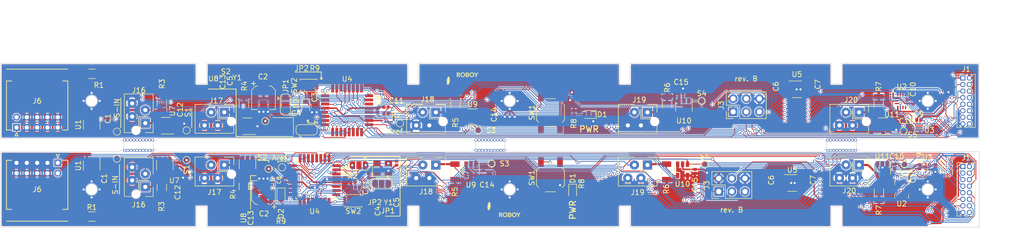
<source format=kicad_pcb>
(kicad_pcb (version 20171130) (host pcbnew "(2018-01-21 revision 6b9866de8)-makepkg")
  (layers (0 F.Cu signal) (31 B.Cu signal) (34 B.Paste user) (35 F.Paste user) (36 B.SilkS user) (37 F.SilkS user) (38 B.Mask user) (39 F.Mask user) (44 Edge.Cuts user))
  (net 0 "")
  (net 1 +5V)
  (net 2 GND)
  (net 3 "Net-(C4-Pad2)")
  (net 4 "Net-(C5-Pad2)")
  (net 5 +5VP)
  (net 6 /SDA)
  (net 7 /SCL)
  (net 8 +3V3)
  (net 9 /RESET)
  (net 10 /MISO)
  (net 11 /SCK)
  (net 12 /MOSI)
  (net 13 /PB0)
  (net 14 /PD4)
  (net 15 /PB6)
  (net 16 /PB7)
  (net 17 /Servos/Servo_pwm1)
  (net 18 /Servos/Current_adc1)
  (net 19 /Servos/Servo_pwm2)
  (net 20 /Servos/Current_adc2)
  (net 21 /Servos/Servo_pwm3)
  (net 22 /Servos/Current_adc3)
  (net 23 /Servos/Servo_pwm4)
  (net 24 /Servos/Current_adc4)
  (net 25 /Servos/Servo_pwm5)
  (net 26 /Servos/Current_adc5)
  (net 27 "Net-(J16-Pad1)")
  (net 28 "Net-(J17-Pad1)")
  (net 29 "Net-(J18-Pad1)")
  (net 30 "Net-(J19-Pad1)")
  (net 31 "Net-(J20-Pad1)")
  (net 32 "Net-(Aref1-Pad1)")
  (net 33 "Net-(D1-Pad2)")
  (net 34 "Net-(S-IN1-Pad1)")
  (net 35 /PD0)
  (net 36 /PD1)
  (net 37 /PD7)
  (net 38 "Net-(JP1-Pad2)")
  (net 39 "Net-(JP2-Pad2)")
  (net 40 /SCL1_L)
  (net 41 /SDA1_L)
  (net 42 /SCL1_H)
  (net 43 /SDA1_H)
  (net 44 "Net-(D2-Pad2)")
  (net 45 /PD2)
  (module custom_lib:SW_SPST_KXT3 (layer F.Cu) (at 112.625 85.3 180)
    (fp_text reference SW2 (at 2.775 0 270) (layer F.SilkS))
    (fp_text value USER_SW)
    (pad 2 smd rect (at 1.625 0 180) (size 0.55 1.5) (layers F.Cu F.Paste F.Mask) (net 2 GND))
    (pad 1 smd rect (at -1.625 0 180) (size 0.55 1.5) (layers F.Cu F.Paste F.Mask) (net 14 /PD4))
  )
  (module MountingHole:MountingHole_2.2mm_M2_DIN965_Pad (layer F.Cu) (at 232.6 88.3)
    (fp_text reference MK3 hide)
    (fp_text value Mounting_Hole_PAD)
    (pad 1 thru_hole circle (at 0 0) (size 3.8 3.8) (drill 2.2) (layers *.Cu *.Mask) (net 2 GND))
  )
  (module MountingHole:MountingHole_2.2mm_M2_DIN965_Pad (layer F.Cu) (at 151.6 88.3)
    (fp_text reference MK2 hide)
    (fp_text value Mounting_Hole_PAD)
    (pad 1 thru_hole circle (at 0 0) (size 3.8 3.8) (drill 2.2) (layers *.Cu *.Mask) (net 2 GND))
  )
  (module MountingHole:MountingHole_2.2mm_M2_DIN965_Pad (layer F.Cu) (at 70.6 88.3)
    (fp_text reference MK1 hide)
    (fp_text value Mounting_Hole_PAD)
    (pad 1 thru_hole circle (at 0 0) (size 3.8 3.8) (drill 2.2) (layers *.Cu *.Mask) (net 2 GND))
  )
  (module custom_lib:TE-Connectivity_Micro-Match_connector_02x02_Pitch_1.27mm (layer F.Cu) (at 178.3 90.5 270)
    (fp_text reference J19 (at -2.4 1.5875) (layer F.SilkS))
    (fp_text value CONN_01X04)
    (pad "" np_thru_hole circle (at 1.8 -1.4 270) (size 1.5001 1.5001) (drill 1.5001) (layers *.Cu *.Mask))
    (pad 4 thru_hole circle (at 2.54 3.81 270) (size 1.8 1.8) (drill 0.8001) (layers *.Cu *.Mask) (net 2 GND))
    (pad 3 thru_hole circle (at 0 2.54 270) (size 1.8 1.8) (drill 0.8001) (layers *.Cu *.Mask) (net 23 /Servos/Servo_pwm4))
    (pad 2 thru_hole circle (at 2.54 1.27 270) (size 1.8 1.8) (drill 0.8001) (layers *.Cu *.Mask) (net 2 GND))
    (pad 1 thru_hole rect (at 0 0 270) (size 1.8 1.8) (drill 0.8001) (layers *.Cu *.Mask) (net 30 "Net-(J19-Pad1)"))
  )
  (module Connector_PinHeader_2.54mm:PinHeader_2x03_P2.54mm_Vertical (layer F.Cu) (at 194.9 90.4 90)
    (fp_text reference J3 (at 1.27 -2.33 90) (layer F.SilkS))
    (fp_text value ICSP)
    (pad 1 thru_hole rect (at 0 0 90) (size 1.7 1.7) (drill 1) (layers *.Cu *.Mask) (net 10 /MISO))
    (pad 2 thru_hole oval (at 2.54 0 90) (size 1.7 1.7) (drill 1) (layers *.Cu *.Mask) (net 1 +5V))
    (pad 3 thru_hole oval (at 0 2.54 90) (size 1.7 1.7) (drill 1) (layers *.Cu *.Mask) (net 11 /SCK))
    (pad 4 thru_hole oval (at 2.54 2.54 90) (size 1.7 1.7) (drill 1) (layers *.Cu *.Mask) (net 12 /MOSI))
    (pad 5 thru_hole oval (at 0 5.08 90) (size 1.7 1.7) (drill 1) (layers *.Cu *.Mask) (net 9 /RESET))
    (pad 6 thru_hole oval (at 2.54 5.08 90) (size 1.7 1.7) (drill 1) (layers *.Cu *.Mask) (net 2 GND))
  )
  (module custom_lib:TE-Connectivity_Micro-Match_connector_02x02_Pitch_1.27mm (layer F.Cu) (at 137.3 90.5 270)
    (fp_text reference J18 (at -2.5 1.6) (layer F.SilkS))
    (fp_text value CONN_01X04)
    (pad 1 thru_hole rect (at 0 0 270) (size 1.8 1.8) (drill 0.8001) (layers *.Cu *.Mask) (net 29 "Net-(J18-Pad1)"))
    (pad 2 thru_hole circle (at 2.54 1.27 270) (size 1.8 1.8) (drill 0.8001) (layers *.Cu *.Mask) (net 2 GND))
    (pad 3 thru_hole circle (at 0 2.54 270) (size 1.8 1.8) (drill 0.8001) (layers *.Cu *.Mask) (net 21 /Servos/Servo_pwm3))
    (pad 4 thru_hole circle (at 2.54 3.81 270) (size 1.8 1.8) (drill 0.8001) (layers *.Cu *.Mask) (net 2 GND))
    (pad "" np_thru_hole circle (at 1.8 -1.4 270) (size 1.5001 1.5001) (drill 1.5001) (layers *.Cu *.Mask))
  )
  (module Package_QFP:TQFP-32_7x7mm_P0.8mm (layer F.Cu) (at 120.1 90.1)
    (fp_text reference U4 (at 0 -6.05) (layer F.SilkS))
    (fp_text value ATMEGA328PB-AU)
    (pad 1 smd rect (at -4.25 -2.8) (size 1.6 0.55) (layers F.Cu F.Paste F.Mask) (net 21 /Servos/Servo_pwm3))
    (pad 2 smd rect (at -4.25 -2) (size 1.6 0.55) (layers F.Cu F.Paste F.Mask) (net 14 /PD4))
    (pad 3 smd rect (at -4.25 -1.2) (size 1.6 0.55) (layers F.Cu F.Paste F.Mask) (net 43 /SDA1_H))
    (pad 4 smd rect (at -4.25 -0.4) (size 1.6 0.55) (layers F.Cu F.Paste F.Mask) (net 1 +5V))
    (pad 5 smd rect (at -4.25 0.4) (size 1.6 0.55) (layers F.Cu F.Paste F.Mask) (net 2 GND))
    (pad 6 smd rect (at -4.25 1.2) (size 1.6 0.55) (layers F.Cu F.Paste F.Mask) (net 42 /SCL1_H))
    (pad 7 smd rect (at -4.25 2) (size 1.6 0.55) (layers F.Cu F.Paste F.Mask) (net 38 "Net-(JP1-Pad2)"))
    (pad 8 smd rect (at -4.25 2.8) (size 1.6 0.55) (layers F.Cu F.Paste F.Mask) (net 39 "Net-(JP2-Pad2)"))
    (pad 9 smd rect (at -2.8 4.25 90) (size 1.6 0.55) (layers F.Cu F.Paste F.Mask) (net 23 /Servos/Servo_pwm4))
    (pad 10 smd rect (at -2 4.25 90) (size 1.6 0.55) (layers F.Cu F.Paste F.Mask) (net 25 /Servos/Servo_pwm5))
    (pad 11 smd rect (at -1.2 4.25 90) (size 1.6 0.55) (layers F.Cu F.Paste F.Mask) (net 37 /PD7))
    (pad 12 smd rect (at -0.4 4.25 90) (size 1.6 0.55) (layers F.Cu F.Paste F.Mask) (net 13 /PB0))
    (pad 13 smd rect (at 0.4 4.25 90) (size 1.6 0.55) (layers F.Cu F.Paste F.Mask) (net 17 /Servos/Servo_pwm1))
    (pad 14 smd rect (at 1.2 4.25 90) (size 1.6 0.55) (layers F.Cu F.Paste F.Mask) (net 19 /Servos/Servo_pwm2))
    (pad 15 smd rect (at 2 4.25 90) (size 1.6 0.55) (layers F.Cu F.Paste F.Mask) (net 12 /MOSI))
    (pad 16 smd rect (at 2.8 4.25 90) (size 1.6 0.55) (layers F.Cu F.Paste F.Mask) (net 10 /MISO))
    (pad 17 smd rect (at 4.25 2.8) (size 1.6 0.55) (layers F.Cu F.Paste F.Mask) (net 11 /SCK))
    (pad 18 smd rect (at 4.25 2) (size 1.6 0.55) (layers F.Cu F.Paste F.Mask) (net 1 +5V))
    (pad 19 smd rect (at 4.25 1.2) (size 1.6 0.55) (layers F.Cu F.Paste F.Mask) (net 26 /Servos/Current_adc5))
    (pad 20 smd rect (at 4.25 0.4) (size 1.6 0.55) (layers F.Cu F.Paste F.Mask) (net 32 "Net-(Aref1-Pad1)"))
    (pad 21 smd rect (at 4.25 -0.4) (size 1.6 0.55) (layers F.Cu F.Paste F.Mask) (net 2 GND))
    (pad 22 smd rect (at 4.25 -1.2) (size 1.6 0.55) (layers F.Cu F.Paste F.Mask) (net 34 "Net-(S-IN1-Pad1)"))
    (pad 23 smd rect (at 4.25 -2) (size 1.6 0.55) (layers F.Cu F.Paste F.Mask) (net 18 /Servos/Current_adc1))
    (pad 24 smd rect (at 4.25 -2.8) (size 1.6 0.55) (layers F.Cu F.Paste F.Mask) (net 20 /Servos/Current_adc2))
    (pad 25 smd rect (at 2.8 -4.25 90) (size 1.6 0.55) (layers F.Cu F.Paste F.Mask) (net 22 /Servos/Current_adc3))
    (pad 26 smd rect (at 2 -4.25 90) (size 1.6 0.55) (layers F.Cu F.Paste F.Mask) (net 24 /Servos/Current_adc4))
    (pad 27 smd rect (at 1.2 -4.25 90) (size 1.6 0.55) (layers F.Cu F.Paste F.Mask) (net 6 /SDA))
    (pad 28 smd rect (at 0.4 -4.25 90) (size 1.6 0.55) (layers F.Cu F.Paste F.Mask) (net 7 /SCL))
    (pad 29 smd rect (at -0.4 -4.25 90) (size 1.6 0.55) (layers F.Cu F.Paste F.Mask) (net 9 /RESET))
    (pad 30 smd rect (at -1.2 -4.25 90) (size 1.6 0.55) (layers F.Cu F.Paste F.Mask) (net 35 /PD0))
    (pad 31 smd rect (at -2 -4.25 90) (size 1.6 0.55) (layers F.Cu F.Paste F.Mask) (net 36 /PD1))
    (pad 32 smd rect (at -2.8 -4.25 90) (size 1.6 0.55) (layers F.Cu F.Paste F.Mask) (net 45 /PD2))
  )
  (module Crystal:Crystal_SMD_TXC_7M-4Pin_3.2x2.5mm (layer F.Cu) (at 107.7 93.2 180)
    (fp_text reference Y1 (at 8.9 9.4 180) (layer F.SilkS))
    (fp_text value "TSX-3225 20MHz")
    (pad 1 smd rect (at -1.1 0.85 180) (size 1.4 1.2) (layers F.Cu F.Paste F.Mask) (net 3 "Net-(C4-Pad2)"))
    (pad 2 smd rect (at 1.1 0.85 180) (size 1.4 1.2) (layers F.Cu F.Paste F.Mask) (net 2 GND))
    (pad 3 smd rect (at 1.1 -0.85 180) (size 1.4 1.2) (layers F.Cu F.Paste F.Mask) (net 4 "Net-(C5-Pad2)"))
    (pad 4 smd rect (at -1.1 -0.85 180) (size 1.4 1.2) (layers F.Cu F.Paste F.Mask) (net 2 GND))
  )
  (module custom_lib:JST_S10B-PHDSS_2x05x2.00mm_Angled (layer F.Cu) (at 56.048 93.446)
    (fp_text reference J6 (at 4 -5.146) (layer F.SilkS))
    (fp_text value JST_PHD_connector_02x05_angled_male)
    (pad 10 thru_hole circle (at 8 -2) (size 1.35 1.35) (drill 0.8) (layers *.Cu *.Mask) (net 5 +5VP))
    (pad 8 thru_hole circle (at 6 -2) (size 1.35 1.35) (drill 0.8) (layers *.Cu *.Mask) (net 5 +5VP))
    (pad 6 thru_hole circle (at 4 -2) (size 1.35 1.35) (drill 0.8) (layers *.Cu *.Mask) (net 5 +5VP))
    (pad 4 thru_hole circle (at 2 -2) (size 1.35 1.35) (drill 0.8) (layers *.Cu *.Mask) (net 5 +5VP))
    (pad 2 thru_hole circle (at 0 -2) (size 1.35 1.35) (drill 0.8) (layers *.Cu *.Mask) (net 7 /SCL))
    (pad 9 thru_hole circle (at 8 0) (size 1.35 1.35) (drill 0.8) (layers *.Cu *.Mask) (net 2 GND))
    (pad 7 thru_hole circle (at 6 0) (size 1.35 1.35) (drill 0.8) (layers *.Cu *.Mask) (net 2 GND))
    (pad 5 thru_hole circle (at 4 0) (size 1.35 1.35) (drill 0.8) (layers *.Cu *.Mask) (net 2 GND))
    (pad 3 thru_hole circle (at 2 0) (size 1.35 1.35) (drill 0.8) (layers *.Cu *.Mask) (net 2 GND))
    (pad 1 thru_hole rect (at 0 0) (size 1.35 1.35) (drill 0.8) (layers *.Cu *.Mask) (net 6 /SDA))
  )
  (module Capacitor_SMD:C_0402_1005Metric (layer F.Cu) (at 73.0573 93.6028 90)
    (fp_text reference C1 (at 1.8528 0.6927 90) (layer F.SilkS))
    (fp_text value 100n)
    (pad 1 smd rect (at -0.3875 0 90) (size 0.575 0.65) (layers F.Cu F.Paste F.Mask) (net 1 +5V))
    (pad 2 smd rect (at 0.3875 0 90) (size 0.575 0.65) (layers F.Cu F.Paste F.Mask) (net 2 GND))
  )
  (module Capacitor_SMD:C_0402_1005Metric (layer F.Cu) (at 114.2 90.1 270)
    (fp_text reference C3 (at -2.5 0.4 270) (layer F.SilkS))
    (fp_text value 100n)
    (pad 2 smd rect (at 0.3875 0 270) (size 0.575 0.65) (layers F.Cu F.Paste F.Mask) (net 2 GND))
    (pad 1 smd rect (at -0.3875 0 270) (size 0.575 0.65) (layers F.Cu F.Paste F.Mask) (net 1 +5V))
  )
  (module Capacitor_SMD:C_0402_1005Metric (layer F.Cu) (at 111.0448 91.9028 180)
    (fp_text reference C4 (at 0.7948 1.2028) (layer F.SilkS))
    (fp_text value 22p)
    (pad 2 smd rect (at 0.3875 0 180) (size 0.575 0.65) (layers F.Cu F.Paste F.Mask) (net 3 "Net-(C4-Pad2)"))
    (pad 1 smd rect (at -0.3875 0 180) (size 0.575 0.65) (layers F.Cu F.Paste F.Mask) (net 2 GND))
  )
  (module Capacitor_SMD:C_0402_1005Metric (layer F.Cu) (at 104.9573 94.1028 270)
    (fp_text reference C5 (at -9.7028 7.5573 270) (layer F.SilkS))
    (fp_text value 22p)
    (pad 1 smd rect (at -0.3875 0 270) (size 0.575 0.65) (layers F.Cu F.Paste F.Mask) (net 2 GND))
    (pad 2 smd rect (at 0.3875 0 270) (size 0.575 0.65) (layers F.Cu F.Paste F.Mask) (net 4 "Net-(C5-Pad2)"))
  )
  (module Capacitor_SMD:C_0402_1005Metric (layer F.Cu) (at 204.65 85.5 270)
    (fp_text reference C6 (at 0 1.45 270) (layer F.SilkS))
    (fp_text value 1u)
    (pad 1 smd rect (at -0.3875 0 270) (size 0.575 0.65) (layers F.Cu F.Paste F.Mask) (net 1 +5V))
    (pad 2 smd rect (at 0.3875 0 270) (size 0.575 0.65) (layers F.Cu F.Paste F.Mask) (net 2 GND))
  )
  (module Capacitor_SMD:C_0402_1005Metric (layer F.Cu) (at 209.85 85.5125 270)
    (fp_text reference C7 (at -0.4125 -1.45 270) (layer F.SilkS))
    (fp_text value 1u)
    (pad 2 smd rect (at 0.3875 0 270) (size 0.575 0.65) (layers F.Cu F.Paste F.Mask) (net 2 GND))
    (pad 1 smd rect (at -0.3875 0 270) (size 0.575 0.65) (layers F.Cu F.Paste F.Mask) (net 8 +3V3))
  )
  (module Capacitor_SMD:C_0402_1005Metric (layer F.Cu) (at 126 90.1125 90)
    (fp_text reference C8 (at 1.9625 0.15 90) (layer F.SilkS))
    (fp_text value 100n)
    (pad 1 smd rect (at -0.3875 0 90) (size 0.575 0.65) (layers F.Cu F.Paste F.Mask) (net 32 "Net-(Aref1-Pad1)"))
    (pad 2 smd rect (at 0.3875 0 90) (size 0.575 0.65) (layers F.Cu F.Paste F.Mask) (net 2 GND))
  )
  (module Capacitor_SMD:C_0402_1005Metric (layer F.Cu) (at 230.85 92)
    (fp_text reference C9 (at 0 -1.15) (layer F.SilkS))
    (fp_text value 100n)
    (pad 1 smd rect (at -0.3875 0) (size 0.575 0.65) (layers F.Cu F.Paste F.Mask) (net 8 +3V3))
    (pad 2 smd rect (at 0.3875 0) (size 0.575 0.65) (layers F.Cu F.Paste F.Mask) (net 2 GND))
  )
  (module Capacitor_SMD:C_0402_1005Metric (layer F.Cu) (at 229.75 88.5 90)
    (fp_text reference C10 (at 2.45 0 90) (layer F.SilkS))
    (fp_text value 100n)
    (pad 2 smd rect (at 0.3875 0 90) (size 0.575 0.65) (layers F.Cu F.Paste F.Mask) (net 2 GND))
    (pad 1 smd rect (at -0.3875 0 90) (size 0.575 0.65) (layers F.Cu F.Paste F.Mask) (net 8 +3V3))
  )
  (module Capacitor_SMD:C_0402_1005Metric (layer F.Cu) (at 127.65 89.5 180)
    (fp_text reference C11 (at -2 1.25 180) (layer F.SilkS))
    (fp_text value 100n)
    (pad 1 smd rect (at -0.3875 0 180) (size 0.575 0.65) (layers F.Cu F.Paste F.Mask) (net 9 /RESET))
    (pad 2 smd rect (at 0.3875 0 180) (size 0.575 0.65) (layers F.Cu F.Paste F.Mask) (net 2 GND))
  )
  (module Capacitor_SMD:C_0402_1005Metric (layer F.Cu) (at 87.6 92.55 270)
    (fp_text reference C12 (at -2.55 -0.15 270) (layer F.SilkS))
    (fp_text value 100n)
    (pad 2 smd rect (at 0.3875 0 270) (size 0.575 0.65) (layers F.Cu F.Paste F.Mask) (net 2 GND))
    (pad 1 smd rect (at -0.3875 0 270) (size 0.575 0.65) (layers F.Cu F.Paste F.Mask) (net 1 +5V))
  )
  (module Capacitor_SMD:C_0402_1005Metric (layer F.Cu) (at 103.5573 94.1153 270)
    (fp_text reference C13 (at -9.5153 7.5573 270) (layer F.SilkS))
    (fp_text value 100n)
    (pad 1 smd rect (at -0.3875 0 270) (size 0.575 0.65) (layers F.Cu F.Paste F.Mask) (net 1 +5V))
    (pad 2 smd rect (at 0.3875 0 270) (size 0.575 0.65) (layers F.Cu F.Paste F.Mask) (net 2 GND))
  )
  (module Capacitor_SMD:C_0402_1005Metric (layer F.Cu) (at 147.0573 90.9528 270)
    (fp_text reference C14 (at 0 -1.5 270) (layer F.SilkS))
    (fp_text value 100n)
    (pad 2 smd rect (at 0.3875 0 270) (size 0.575 0.65) (layers F.Cu F.Paste F.Mask) (net 2 GND))
    (pad 1 smd rect (at -0.3875 0 270) (size 0.575 0.65) (layers F.Cu F.Paste F.Mask) (net 1 +5V))
  )
  (module Capacitor_SMD:C_0402_1005Metric (layer F.Cu) (at 184.8073 86.8528)
    (fp_text reference C15 (at 0 -2.2028) (layer F.SilkS))
    (fp_text value 100n)
    (pad 1 smd rect (at -0.3875 0) (size 0.575 0.65) (layers F.Cu F.Paste F.Mask) (net 1 +5V))
    (pad 2 smd rect (at 0.3875 0) (size 0.575 0.65) (layers F.Cu F.Paste F.Mask) (net 2 GND))
  )
  (module Capacitor_SMD:C_0402_1005Metric (layer F.Cu) (at 226.5 92.7 270)
    (fp_text reference C16 (at -0.5 -1.95) (layer F.SilkS))
    (fp_text value 100n)
    (pad 2 smd rect (at 0.3875 0 270) (size 0.575 0.65) (layers F.Cu F.Paste F.Mask) (net 2 GND))
    (pad 1 smd rect (at -0.3875 0 270) (size 0.575 0.65) (layers F.Cu F.Paste F.Mask) (net 1 +5V))
  )
  (module TestPoint:TestPoint_Pad_D1.0mm (layer F.Cu) (at 75.5073 94.2528 270)
    (fp_text reference S-IN1 hide)
    (fp_text value TEST_1P)
    (pad 1 smd circle (at 0 0 270) (size 1 1) (layers F.Cu F.Mask) (net 34 "Net-(S-IN1-Pad1)"))
  )
  (module TestPoint:TestPoint_Pad_D1.0mm (layer F.Cu) (at 130.3573 92.6528 180)
    (fp_text reference Aref1 hide)
    (fp_text value TEST_1P)
    (pad 1 smd circle (at 0 0 180) (size 1 1) (layers F.Cu F.Mask) (net 32 "Net-(Aref1-Pad1)"))
  )
  (module TestPoint:TestPoint_Pad_D1.0mm (layer F.Cu) (at 89 94)
    (fp_text reference S1 (at 0.25 -3.5 90) (layer F.SilkS))
    (fp_text value TEST_1P)
    (pad 1 smd circle (at 0 0) (size 1 1) (layers F.Cu F.Mask) (net 18 /Servos/Current_adc1))
  )
  (module TestPoint:TestPoint_Pad_D1.0mm (layer F.Cu) (at 104.2573 92.2028)
    (fp_text reference S2 (at -7.6573 -9.6028) (layer F.SilkS))
    (fp_text value TEST_1P)
    (pad 1 smd circle (at 0 0) (size 1 1) (layers F.Cu F.Mask) (net 20 /Servos/Current_adc2))
  )
  (module TestPoint:TestPoint_Pad_D1.0mm (layer F.Cu) (at 145.5073 94.0028)
    (fp_text reference S3 (at 2.4927 -0.0028) (layer F.SilkS))
    (fp_text value TEST_1P)
    (pad 1 smd circle (at 0 0) (size 1 1) (layers F.Cu F.Mask) (net 22 /Servos/Current_adc3))
  )
  (module TestPoint:TestPoint_Pad_D1.0mm (layer F.Cu) (at 188.8073 88.3028)
    (fp_text reference S4 (at 0 -1.448) (layer F.SilkS))
    (fp_text value TEST_1P)
    (pad 1 smd circle (at 0 0) (size 1 1) (layers F.Cu F.Mask) (net 24 /Servos/Current_adc4))
  )
  (module TestPoint:TestPoint_Pad_D1.0mm (layer F.Cu) (at 227.9073 94.15)
    (fp_text reference S5 (at 1.7427 0.7) (layer F.SilkS))
    (fp_text value TEST_1P)
    (pad 1 smd circle (at 0 0) (size 1 1) (layers F.Cu F.Mask) (net 26 /Servos/Current_adc5))
  )
  (module custom_lib:TE-Connectivity_Micro-Match_connector_02x02_Pitch_1.27mm (layer F.Cu) (at 81 92.6 180)
    (fp_text reference J16 (at 1.25 6.35) (layer F.SilkS))
    (fp_text value CONN_01X04)
    (pad 1 thru_hole rect (at 0 0 180) (size 1.8 1.8) (drill 0.8001) (layers *.Cu *.Mask) (net 27 "Net-(J16-Pad1)"))
    (pad 2 thru_hole circle (at 2.54 1.27 180) (size 1.8 1.8) (drill 0.8001) (layers *.Cu *.Mask) (net 2 GND))
    (pad 3 thru_hole circle (at 0 2.54 180) (size 1.8 1.8) (drill 0.8001) (layers *.Cu *.Mask) (net 17 /Servos/Servo_pwm1))
    (pad 4 thru_hole circle (at 2.54 3.81 180) (size 1.8 1.8) (drill 0.8001) (layers *.Cu *.Mask) (net 2 GND))
    (pad "" np_thru_hole circle (at 1.8 -1.4 180) (size 1.5001 1.5001) (drill 1.5001) (layers *.Cu *.Mask))
  )
  (module custom_lib:TE-Connectivity_Micro-Match_connector_02x02_Pitch_1.27mm (layer F.Cu) (at 96.3 90.5 270)
    (fp_text reference J17 (at -2.25 1.5875) (layer F.SilkS))
    (fp_text value CONN_01X04)
    (pad "" np_thru_hole circle (at 1.8 -1.4 270) (size 1.5001 1.5001) (drill 1.5001) (layers *.Cu *.Mask))
    (pad 4 thru_hole circle (at 2.54 3.81 270) (size 1.8 1.8) (drill 0.8001) (layers *.Cu *.Mask) (net 2 GND))
    (pad 3 thru_hole circle (at 0 2.54 270) (size 1.8 1.8) (drill 0.8001) (layers *.Cu *.Mask) (net 19 /Servos/Servo_pwm2))
    (pad 2 thru_hole circle (at 2.54 1.27 270) (size 1.8 1.8) (drill 0.8001) (layers *.Cu *.Mask) (net 2 GND))
    (pad 1 thru_hole rect (at 0 0 270) (size 1.8 1.8) (drill 0.8001) (layers *.Cu *.Mask) (net 28 "Net-(J17-Pad1)"))
  )
  (module custom_lib:TE-Connectivity_Micro-Match_connector_02x02_Pitch_1.27mm (layer F.Cu) (at 219.3 90.5 270)
    (fp_text reference J20 (at -2.4 1.55) (layer F.SilkS))
    (fp_text value CONN_01X04)
    (pad 1 thru_hole rect (at 0 0 270) (size 1.8 1.8) (drill 0.8001) (layers *.Cu *.Mask) (net 31 "Net-(J20-Pad1)"))
    (pad 2 thru_hole circle (at 2.54 1.27 270) (size 1.8 1.8) (drill 0.8001) (layers *.Cu *.Mask) (net 2 GND))
    (pad 3 thru_hole circle (at 0 2.54 270) (size 1.8 1.8) (drill 0.8001) (layers *.Cu *.Mask) (net 25 /Servos/Servo_pwm5))
    (pad 4 thru_hole circle (at 2.54 3.81 270) (size 1.8 1.8) (drill 0.8001) (layers *.Cu *.Mask) (net 2 GND))
    (pad "" np_thru_hole circle (at 1.8 -1.4 270) (size 1.5001 1.5001) (drill 1.5001) (layers *.Cu *.Mask))
  )
  (module Jumper:SolderJumper-3_P1.3mm_Open_RoundedPad1.0x1.5mm (layer F.Cu) (at 108.1573 89.0028 270)
    (fp_text reference JP1 (at -3.6028 -0.0427 270) (layer F.SilkS))
    (fp_text value XTAL_EN1)
    (pad 3 smd rect (at 1 0 270) (size 0.5 1.5) (layers F.Cu F.Mask) (net 3 "Net-(C4-Pad2)"))
    (pad 3 smd roundrect (at 1.3 0 270) (size 1 1.5) (layers F.Cu F.Mask) (roundrect_rratio 0.5) (net 3 "Net-(C4-Pad2)"))
    (pad 2 smd rect (at 0 0 270) (size 1 1.5) (layers F.Cu F.Mask) (net 38 "Net-(JP1-Pad2)"))
    (pad 1 smd rect (at -1 0 270) (size 0.5 1.5) (layers F.Cu F.Mask) (net 15 /PB6))
    (pad 1 smd roundrect (at -1.3 0 270) (size 1 1.5) (layers F.Cu F.Mask) (roundrect_rratio 0.5) (net 15 /PB6))
  )
  (module Jumper:SolderJumper-3_P1.3mm_Open_RoundedPad1.0x1.5mm (layer F.Cu) (at 112.2573 93.9028)
    (fp_text reference JP2 (at -0.9573 -11.9028) (layer F.SilkS))
    (fp_text value XTAL_EN2)
    (pad 1 smd roundrect (at -1.3 0) (size 1 1.5) (layers F.Cu F.Mask) (roundrect_rratio 0.5) (net 4 "Net-(C5-Pad2)"))
    (pad 1 smd rect (at -1 0) (size 0.5 1.5) (layers F.Cu F.Mask) (net 4 "Net-(C5-Pad2)"))
    (pad 2 smd rect (at 0 0) (size 1 1.5) (layers F.Cu F.Mask) (net 39 "Net-(JP2-Pad2)"))
    (pad 3 smd roundrect (at 1.3 0) (size 1 1.5) (layers F.Cu F.Mask) (roundrect_rratio 0.5) (net 16 /PB7))
    (pad 3 smd rect (at 1 0) (size 0.5 1.5) (layers F.Cu F.Mask) (net 16 /PB7))
  )
  (module Resistor_SMD:R_0402_1005Metric (layer F.Cu) (at 127.65 90.7 180)
    (fp_text reference R2 (at -1.95 -0.35 180) (layer F.SilkS))
    (fp_text value 10k)
    (pad 1 smd rect (at -0.3875 0 180) (size 0.575 0.65) (layers F.Cu F.Paste F.Mask) (net 1 +5V))
    (pad 2 smd rect (at 0.3875 0 180) (size 0.575 0.65) (layers F.Cu F.Paste F.Mask) (net 9 /RESET))
  )
  (module Resistor_SMD:R_1206_3216Metric (layer F.Cu) (at 84.2 88.695 90)
    (fp_text reference R3 (at 3.695 0.05 90) (layer F.SilkS))
    (fp_text value 10mOhm)
    (pad 1 smd rect (at -1.505 0 90) (size 1.07 1.8) (layers F.Cu F.Paste F.Mask) (net 27 "Net-(J16-Pad1)"))
    (pad 2 smd rect (at 1.505 0 90) (size 1.07 1.8) (layers F.Cu F.Paste F.Mask) (net 1 +5V))
  )
  (module Resistor_SMD:R_1206_3216Metric (layer F.Cu) (at 100.1 88.995 90)
    (fp_text reference R4 (at 3.595 0.1 90) (layer F.SilkS))
    (fp_text value 10mOhm)
    (pad 2 smd rect (at 1.505 0 90) (size 1.07 1.8) (layers F.Cu F.Paste F.Mask) (net 1 +5V))
    (pad 1 smd rect (at -1.505 0 90) (size 1.07 1.8) (layers F.Cu F.Paste F.Mask) (net 28 "Net-(J17-Pad1)"))
  )
  (module Resistor_SMD:R_1206_3216Metric (layer F.Cu) (at 141.1 88.995 90)
    (fp_text reference R5 (at -3.505 0 90) (layer F.SilkS))
    (fp_text value 10mOhm)
    (pad 1 smd rect (at -1.505 0 90) (size 1.07 1.8) (layers F.Cu F.Paste F.Mask) (net 29 "Net-(J18-Pad1)"))
    (pad 2 smd rect (at 1.505 0 90) (size 1.07 1.8) (layers F.Cu F.Paste F.Mask) (net 1 +5V))
  )
  (module Resistor_SMD:R_1206_3216Metric (layer F.Cu) (at 182.1 89.005 90)
    (fp_text reference R6 (at 3.305 0.05 90) (layer F.SilkS))
    (fp_text value 10mOhm)
    (pad 2 smd rect (at 1.505 0 90) (size 1.07 1.8) (layers F.Cu F.Paste F.Mask) (net 1 +5V))
    (pad 1 smd rect (at -1.505 0 90) (size 1.07 1.8) (layers F.Cu F.Paste F.Mask) (net 30 "Net-(J19-Pad1)"))
  )
  (module Resistor_SMD:R_1206_3216Metric (layer F.Cu) (at 223.1 88.995 90)
    (fp_text reference R7 (at 3.495 0 90) (layer F.SilkS))
    (fp_text value 10mOhm)
    (pad 1 smd rect (at -1.505 0 90) (size 1.07 1.8) (layers F.Cu F.Paste F.Mask) (net 31 "Net-(J20-Pad1)"))
    (pad 2 smd rect (at 1.505 0 90) (size 1.07 1.8) (layers F.Cu F.Paste F.Mask) (net 1 +5V))
  )
  (module Button_Switch_SMD:SW_SPST_SKQG (layer F.Cu) (at 159.5 90.55 90)
    (fp_text reference SW1 (at 0 -3.6 90) (layer F.SilkS))
    (fp_text value SW_Push)
    (pad 1 smd rect (at -3.1 -1.85 90) (size 1.8 1.1) (layers F.Cu F.Paste F.Mask) (net 9 /RESET))
    (pad 1 smd rect (at 3.1 -1.85 90) (size 1.8 1.1) (layers F.Cu F.Paste F.Mask) (net 9 /RESET))
    (pad 2 smd rect (at -3.1 1.85 90) (size 1.8 1.1) (layers F.Cu F.Paste F.Mask) (net 2 GND))
    (pad 2 smd rect (at 3.1 1.85 90) (size 1.8 1.1) (layers F.Cu F.Paste F.Mask) (net 2 GND))
  )
  (module Package_TO_SOT_SMD:SOT-23-5 (layer F.Cu) (at 70.6073 92.9028 270)
    (fp_text reference U1 (at 0 2.6073 270) (layer F.SilkS))
    (fp_text value INA180)
    (pad 5 smd rect (at 1.1 -0.95 270) (size 1.06 0.65) (layers F.Cu F.Paste F.Mask) (net 1 +5V))
    (pad 4 smd rect (at 1.1 0.95 270) (size 1.06 0.65) (layers F.Cu F.Paste F.Mask) (net 1 +5V))
    (pad 3 smd rect (at -1.1 0.95 270) (size 1.06 0.65) (layers F.Cu F.Paste F.Mask) (net 5 +5VP))
    (pad 2 smd rect (at -1.1 0 270) (size 1.06 0.65) (layers F.Cu F.Paste F.Mask) (net 2 GND))
    (pad 1 smd rect (at -1.1 -0.95 270) (size 1.06 0.65) (layers F.Cu F.Paste F.Mask) (net 34 "Net-(S-IN1-Pad1)"))
  )
  (module Package_SON:X2SON-8_1.4x1mm_P0.35mm (layer F.Cu) (at 230.9073 93.5528 270)
    (fp_text reference U3 (at 0.3972 -2) (layer F.SilkS))
    (fp_text value NTS0102)
    (pad 1 smd rect (at -0.335 -0.525 180) (size 0.2 0.53) (layers F.Cu F.Paste F.Mask) (net 42 /SCL1_H) (clearance 0.127))
    (pad 2 smd rect (at -0.335 -0.175 180) (size 0.2 0.53) (layers F.Cu F.Paste F.Mask) (net 2 GND) (clearance 0.127))
    (pad 3 smd rect (at -0.335 0.175 180) (size 0.2 0.53) (layers F.Cu F.Paste F.Mask) (net 8 +3V3) (clearance 0.127))
    (pad 4 smd rect (at -0.335 0.525 180) (size 0.2 0.53) (layers F.Cu F.Paste F.Mask) (net 40 /SCL1_L) (clearance 0.127))
    (pad 5 smd rect (at 0.335 0.525 180) (size 0.2 0.53) (layers F.Cu F.Paste F.Mask) (net 41 /SDA1_L) (clearance 0.127))
    (pad 6 smd rect (at 0.335 0.175 180) (size 0.2 0.53) (layers F.Cu F.Paste F.Mask) (net 8 +3V3) (clearance 0.127))
    (pad 7 smd rect (at 0.335 -0.175 180) (size 0.2 0.53) (layers F.Cu F.Paste F.Mask) (net 1 +5V) (clearance 0.127))
    (pad 8 smd rect (at 0.335 -0.525 180) (size 0.2 0.53) (layers F.Cu F.Paste F.Mask) (net 43 /SDA1_H) (clearance 0.127))
  )
  (module Package_TO_SOT_SMD:SOT-23-5 (layer F.Cu) (at 207.25 86.05)
    (fp_text reference U5 (at 0 -2.9) (layer F.SilkS))
    (fp_text value MIC5504-3.3YM5)
    (pad 5 smd rect (at 1.1 -0.95) (size 1.06 0.65) (layers F.Cu F.Paste F.Mask) (net 8 +3V3))
    (pad 4 smd rect (at 1.1 0.95) (size 1.06 0.65) (layers F.Cu F.Paste F.Mask))
    (pad 3 smd rect (at -1.1 0.95) (size 1.06 0.65) (layers F.Cu F.Paste F.Mask) (net 1 +5V))
    (pad 2 smd rect (at -1.1 0) (size 1.06 0.65) (layers F.Cu F.Paste F.Mask) (net 2 GND))
    (pad 1 smd rect (at -1.1 -0.95) (size 1.06 0.65) (layers F.Cu F.Paste F.Mask) (net 1 +5V))
  )
  (module Package_TO_SOT_SMD:SOT-23-5 (layer F.Cu) (at 85 93.1 180)
    (fp_text reference U7 (at -1.25 2.85 270) (layer F.SilkS))
    (fp_text value INA180)
    (pad 1 smd rect (at -1.1 -0.95 180) (size 1.06 0.65) (layers F.Cu F.Paste F.Mask) (net 18 /Servos/Current_adc1))
    (pad 2 smd rect (at -1.1 0 180) (size 1.06 0.65) (layers F.Cu F.Paste F.Mask) (net 2 GND))
    (pad 3 smd rect (at -1.1 0.95 180) (size 1.06 0.65) (layers F.Cu F.Paste F.Mask) (net 1 +5V))
    (pad 4 smd rect (at 1.1 0.95 180) (size 1.06 0.65) (layers F.Cu F.Paste F.Mask) (net 27 "Net-(J16-Pad1)"))
    (pad 5 smd rect (at 1.1 -0.95 180) (size 1.06 0.65) (layers F.Cu F.Paste F.Mask) (net 1 +5V))
  )
  (module Package_TO_SOT_SMD:SOT-23-5 (layer F.Cu) (at 100.8 93.2 180)
    (fp_text reference U8 (at 6.6 9.2) (layer F.SilkS))
    (fp_text value INA180)
    (pad 5 smd rect (at 1.1 -0.95 180) (size 1.06 0.65) (layers F.Cu F.Paste F.Mask) (net 1 +5V))
    (pad 4 smd rect (at 1.1 0.95 180) (size 1.06 0.65) (layers F.Cu F.Paste F.Mask) (net 28 "Net-(J17-Pad1)"))
    (pad 3 smd rect (at -1.1 0.95 180) (size 1.06 0.65) (layers F.Cu F.Paste F.Mask) (net 1 +5V))
    (pad 2 smd rect (at -1.1 0 180) (size 1.06 0.65) (layers F.Cu F.Paste F.Mask) (net 2 GND))
    (pad 1 smd rect (at -1.1 -0.95 180) (size 1.06 0.65) (layers F.Cu F.Paste F.Mask) (net 20 /Servos/Current_adc2))
  )
  (module Package_TO_SOT_SMD:SOT-23-5 (layer F.Cu) (at 144.4073 91.4528 180)
    (fp_text reference U9 (at 0 2.5028 180) (layer F.SilkS))
    (fp_text value INA180)
    (pad 1 smd rect (at -1.1 -0.95 180) (size 1.06 0.65) (layers F.Cu F.Paste F.Mask) (net 22 /Servos/Current_adc3))
    (pad 2 smd rect (at -1.1 0 180) (size 1.06 0.65) (layers F.Cu F.Paste F.Mask) (net 2 GND))
    (pad 3 smd rect (at -1.1 0.95 180) (size 1.06 0.65) (layers F.Cu F.Paste F.Mask) (net 1 +5V))
    (pad 4 smd rect (at 1.1 0.95 180) (size 1.06 0.65) (layers F.Cu F.Paste F.Mask) (net 29 "Net-(J18-Pad1)"))
    (pad 5 smd rect (at 1.1 -0.95 180) (size 1.06 0.65) (layers F.Cu F.Paste F.Mask) (net 1 +5V))
  )
  (module Package_TO_SOT_SMD:SOT-23-5 (layer F.Cu) (at 185.3573 89.4028 270)
    (fp_text reference U10 (at 2.7472 0.0073) (layer F.SilkS))
    (fp_text value INA180)
    (pad 5 smd rect (at 1.1 -0.95 270) (size 1.06 0.65) (layers F.Cu F.Paste F.Mask) (net 1 +5V))
    (pad 4 smd rect (at 1.1 0.95 270) (size 1.06 0.65) (layers F.Cu F.Paste F.Mask) (net 30 "Net-(J19-Pad1)"))
    (pad 3 smd rect (at -1.1 0.95 270) (size 1.06 0.65) (layers F.Cu F.Paste F.Mask) (net 1 +5V))
    (pad 2 smd rect (at -1.1 0 270) (size 1.06 0.65) (layers F.Cu F.Paste F.Mask) (net 2 GND))
    (pad 1 smd rect (at -1.1 -0.95 270) (size 1.06 0.65) (layers F.Cu F.Paste F.Mask) (net 24 /Servos/Current_adc4))
  )
  (module Package_TO_SOT_SMD:SOT-23-5 (layer F.Cu) (at 223.9 93.2 180)
    (fp_text reference U11 (at -1.75 2.25 180) (layer F.SilkS))
    (fp_text value INA180)
    (pad 1 smd rect (at -1.1 -0.95 180) (size 1.06 0.65) (layers F.Cu F.Paste F.Mask) (net 26 /Servos/Current_adc5))
    (pad 2 smd rect (at -1.1 0 180) (size 1.06 0.65) (layers F.Cu F.Paste F.Mask) (net 2 GND))
    (pad 3 smd rect (at -1.1 0.95 180) (size 1.06 0.65) (layers F.Cu F.Paste F.Mask) (net 1 +5V))
    (pad 4 smd rect (at 1.1 0.95 180) (size 1.06 0.65) (layers F.Cu F.Paste F.Mask) (net 31 "Net-(J20-Pad1)"))
    (pad 5 smd rect (at 1.1 -0.95 180) (size 1.06 0.65) (layers F.Cu F.Paste F.Mask) (net 1 +5V))
  )
  (module Package_LGA:Bosch_LGA-14_3x2.5mm_P0.5mm (layer F.Cu) (at 227.55 88.3 90)
    (fp_text reference U2 (at 2.75 0 180) (layer F.SilkS))
    (fp_text value BMI160)
    (pad 13 smd rect (at 0 -1.0125 90) (size 0.25 0.675) (layers F.Cu F.Paste F.Mask) (net 40 /SCL1_L))
    (pad 14 smd rect (at -0.5 -1.0125 90) (size 0.25 0.675) (layers F.Cu F.Paste F.Mask) (net 41 /SDA1_L))
    (pad 12 smd rect (at 0.5 -1.0125 90) (size 0.25 0.675) (layers F.Cu F.Paste F.Mask) (net 8 +3V3))
    (pad 5 smd rect (at -0.5 1.0125 90) (size 0.25 0.675) (layers F.Cu F.Paste F.Mask) (net 8 +3V3))
    (pad 6 smd rect (at 0 1.0125 90) (size 0.25 0.675) (layers F.Cu F.Paste F.Mask) (net 2 GND))
    (pad 7 smd rect (at 0.5 1.0125 90) (size 0.25 0.675) (layers F.Cu F.Paste F.Mask) (net 2 GND))
    (pad 1 smd rect (at -1.2625 -0.75 90) (size 0.675 0.25) (layers F.Cu F.Paste F.Mask) (net 2 GND))
    (pad 2 smd rect (at -1.2625 -0.25 90) (size 0.675 0.25) (layers F.Cu F.Paste F.Mask))
    (pad 3 smd rect (at -1.2625 0.25 90) (size 0.675 0.25) (layers F.Cu F.Paste F.Mask))
    (pad 4 smd rect (at -1.2625 0.75 90) (size 0.675 0.25) (layers F.Cu F.Paste F.Mask))
    (pad 8 smd rect (at 1.2625 0.75 90) (size 0.675 0.25) (layers F.Cu F.Paste F.Mask) (net 8 +3V3))
    (pad 9 smd rect (at 1.2625 0.25 90) (size 0.675 0.25) (layers F.Cu F.Paste F.Mask))
    (pad 10 smd rect (at 1.2625 -0.25 90) (size 0.675 0.25) (layers F.Cu F.Paste F.Mask))
    (pad 11 smd rect (at 1.2625 -0.75 90) (size 0.675 0.25) (layers F.Cu F.Paste F.Mask))
  )
  (module Resistor_SMD:R_1206_3216Metric (layer F.Cu) (at 70.6623 83.0528 180)
    (fp_text reference R1 (at -1.3377 -2.1972 180) (layer F.SilkS))
    (fp_text value 1mOhm)
    (pad 1 smd rect (at -1.505 0 180) (size 1.07 1.8) (layers F.Cu F.Paste F.Mask) (net 1 +5V))
    (pad 2 smd rect (at 1.505 0 180) (size 1.07 1.8) (layers F.Cu F.Paste F.Mask) (net 5 +5VP))
  )
  (module Capacitor_SMD:CP_Elec_4x5.3 (layer F.Cu) (at 103.9 87.7 270)
    (fp_text reference C2 (at -4.1 0.1) (layer F.SilkS))
    (fp_text value 22u)
    (fp_text user + (at -2.77 2.01 270) (layer F.SilkS))
    (pad 1 smd rect (at -1.8 0 90) (size 2.6 1.6) (layers F.Cu F.Paste F.Mask) (net 1 +5V))
    (pad 2 smd rect (at 1.8 0 90) (size 2.6 1.6) (layers F.Cu F.Paste F.Mask) (net 2 GND))
  )
  (module custom_lib:R1_face_mask_5.5mm (layer F.Cu) (at 137.6 84.35)
    (fp_text reference G*** hide)
    (fp_text value LOGO hide)
  )
  (module custom_lib:R1_eyes_mask_5.5mm (layer F.Cu) (at 137.6 84.35)
    (fp_text reference G*** hide)
    (fp_text value LOGO hide)
  )
  (module custom_lib:R1_ear_silk_5.5mm (layer F.Cu) (at 137.6 84.35)
    (fp_text reference G*** hide)
    (fp_text value LOGO hide)
  )
  (module LED_SMD:LED_0603_1608Metric (layer F.Cu) (at 166.925 90.925 180)
    (fp_text reference D1 (at -2.6 0 180) (layer F.SilkS))
    (fp_text value LED)
    (pad 2 smd rect (at 0.875 0 180) (size 0.67 1) (layers F.Cu F.Paste F.Mask) (net 33 "Net-(D1-Pad2)"))
    (pad 1 smd rect (at -0.875 0 180) (size 0.67 1) (layers F.Cu F.Paste F.Mask) (net 2 GND))
  )
  (module Resistor_SMD:R_0402_1005Metric (layer F.Cu) (at 164.025 90.55 90)
    (fp_text reference R8 (at -2.15 0 90) (layer F.SilkS))
    (fp_text value 1k)
    (pad 1 smd rect (at -0.3875 0 90) (size 0.575 0.65) (layers F.Cu F.Paste F.Mask) (net 33 "Net-(D1-Pad2)"))
    (pad 2 smd rect (at 0.3875 0 90) (size 0.575 0.65) (layers F.Cu F.Paste F.Mask) (net 1 +5V))
  )
  (module custom_lib:Roboy_text_5.5mm (layer F.Cu) (at 143.375 83)
    (fp_text reference G*** hide)
    (fp_text value LOGO hide)
  )
  (module LED_SMD:LED_0603_1608Metric (layer F.Cu) (at 112.1 89.4 270)
    (fp_text reference D2 (at -0.6 1.8 270) (layer F.SilkS))
    (fp_text value "USER_LED(PB0)")
    (pad 1 smd rect (at -0.875 0 270) (size 0.67 1) (layers F.Cu F.Paste F.Mask) (net 2 GND))
    (pad 2 smd rect (at 0.875 0 270) (size 0.67 1) (layers F.Cu F.Paste F.Mask) (net 44 "Net-(D2-Pad2)"))
  )
  (module Resistor_SMD:R_0402_1005Metric (layer F.Cu) (at 113.85 91.45)
    (fp_text reference R9 (at 0 -9.45) (layer F.SilkS))
    (fp_text value 10k)
    (pad 1 smd rect (at -0.3875 0) (size 0.575 0.65) (layers F.Cu F.Paste F.Mask) (net 44 "Net-(D2-Pad2)"))
    (pad 2 smd rect (at 0.3875 0) (size 0.575 0.65) (layers F.Cu F.Paste F.Mask) (net 13 /PB0))
  )
  (module Connector_PinHeader_1.27mm:PinHeader_2x08_P1.27mm_Vertical (layer F.Cu) (at 239.4 83.855)
    (fp_text reference J1 (at 0.635 -1.695) (layer F.SilkS))
    (fp_text value CONN_02X08)
    (pad 1 thru_hole rect (at 0 0) (size 1 1) (drill 0.65) (layers *.Cu *.Mask) (net 8 +3V3))
    (pad 2 thru_hole oval (at 1.27 0) (size 1 1) (drill 0.65) (layers *.Cu *.Mask) (net 1 +5V))
    (pad 3 thru_hole oval (at 0 1.27) (size 1 1) (drill 0.65) (layers *.Cu *.Mask) (net 36 /PD1))
    (pad 4 thru_hole oval (at 1.27 1.27) (size 1 1) (drill 0.65) (layers *.Cu *.Mask) (net 45 /PD2))
    (pad 5 thru_hole oval (at 0 2.54) (size 1 1) (drill 0.65) (layers *.Cu *.Mask) (net 12 /MOSI))
    (pad 6 thru_hole oval (at 1.27 2.54) (size 1 1) (drill 0.65) (layers *.Cu *.Mask) (net 41 /SDA1_L))
    (pad 7 thru_hole oval (at 0 3.81) (size 1 1) (drill 0.65) (layers *.Cu *.Mask) (net 10 /MISO))
    (pad 8 thru_hole oval (at 1.27 3.81) (size 1 1) (drill 0.65) (layers *.Cu *.Mask) (net 40 /SCL1_L))
    (pad 9 thru_hole oval (at 0 5.08) (size 1 1) (drill 0.65) (layers *.Cu *.Mask) (net 11 /SCK))
    (pad 10 thru_hole oval (at 1.27 5.08) (size 1 1) (drill 0.65) (layers *.Cu *.Mask) (net 35 /PD0))
    (pad 11 thru_hole oval (at 0 6.35) (size 1 1) (drill 0.65) (layers *.Cu *.Mask) (net 15 /PB6))
    (pad 12 thru_hole oval (at 1.27 6.35) (size 1 1) (drill 0.65) (layers *.Cu *.Mask) (net 37 /PD7))
    (pad 13 thru_hole oval (at 0 7.62) (size 1 1) (drill 0.65) (layers *.Cu *.Mask) (net 16 /PB7))
    (pad 14 thru_hole oval (at 1.27 7.62) (size 1 1) (drill 0.65) (layers *.Cu *.Mask) (net 6 /SDA))
    (pad 15 thru_hole oval (at 0 8.89) (size 1 1) (drill 0.65) (layers *.Cu *.Mask) (net 2 GND))
    (pad 16 thru_hole oval (at 1.27 8.89) (size 1 1) (drill 0.65) (layers *.Cu *.Mask) (net 7 /SCL))
  )
  (module Connector_PinHeader_1.27mm:PinHeader_2x08_P1.27mm_Vertical (layer F.Cu) (at 239.4 101.005)
    (fp_text reference J1 (at 0.635 -1.695) (layer F.SilkS))
    (fp_text value CONN_02X08)
    (pad 1 thru_hole rect (at 0 0) (size 1 1) (drill 0.65) (layers *.Cu *.Mask) (net 8 +3V3))
    (pad 2 thru_hole oval (at 1.27 0) (size 1 1) (drill 0.65) (layers *.Cu *.Mask) (net 1 +5V))
    (pad 3 thru_hole oval (at 0 1.27) (size 1 1) (drill 0.65) (layers *.Cu *.Mask) (net 36 /PD1))
    (pad 4 thru_hole oval (at 1.27 1.27) (size 1 1) (drill 0.65) (layers *.Cu *.Mask) (net 45 /PD2))
    (pad 5 thru_hole oval (at 0 2.54) (size 1 1) (drill 0.65) (layers *.Cu *.Mask) (net 12 /MOSI))
    (pad 6 thru_hole oval (at 1.27 2.54) (size 1 1) (drill 0.65) (layers *.Cu *.Mask) (net 41 /SDA1_L))
    (pad 7 thru_hole oval (at 0 3.81) (size 1 1) (drill 0.65) (layers *.Cu *.Mask) (net 10 /MISO))
    (pad 8 thru_hole oval (at 1.27 3.81) (size 1 1) (drill 0.65) (layers *.Cu *.Mask) (net 40 /SCL1_L))
    (pad 9 thru_hole oval (at 0 5.08) (size 1 1) (drill 0.65) (layers *.Cu *.Mask) (net 11 /SCK))
    (pad 10 thru_hole oval (at 1.27 5.08) (size 1 1) (drill 0.65) (layers *.Cu *.Mask) (net 35 /PD0))
    (pad 11 thru_hole oval (at 0 6.35) (size 1 1) (drill 0.65) (layers *.Cu *.Mask) (net 15 /PB6))
    (pad 12 thru_hole oval (at 1.27 6.35) (size 1 1) (drill 0.65) (layers *.Cu *.Mask) (net 37 /PD7))
    (pad 13 thru_hole oval (at 0 7.62) (size 1 1) (drill 0.65) (layers *.Cu *.Mask) (net 16 /PB7))
    (pad 14 thru_hole oval (at 1.27 7.62) (size 1 1) (drill 0.65) (layers *.Cu *.Mask) (net 6 /SDA))
    (pad 15 thru_hole oval (at 0 8.89) (size 1 1) (drill 0.65) (layers *.Cu *.Mask) (net 2 GND))
    (pad 16 thru_hole oval (at 1.27 8.89) (size 1 1) (drill 0.65) (layers *.Cu *.Mask) (net 7 /SCL))
  )
  (module custom_lib:TE-Connectivity_Micro-Match_connector_02x02_Pitch_1.27mm (layer F.Cu) (at 217.395 101.98 270)
    (fp_text reference J20 (at 3.72 -0.005) (layer F.SilkS))
    (fp_text value CONN_01X04)
    (pad "" np_thru_hole circle (at 0.53 -3.305 270) (size 1.5001 1.5001) (drill 1.5001) (layers *.Cu *.Mask))
    (pad 4 thru_hole circle (at 1.27 1.905 270) (size 1.8 1.8) (drill 0.8001) (layers *.Cu *.Mask) (net 2 GND))
    (pad 3 thru_hole circle (at -1.27 0.635 270) (size 1.8 1.8) (drill 0.8001) (layers *.Cu *.Mask) (net 25 /Servos/Servo_pwm5))
    (pad 2 thru_hole circle (at 1.27 -0.635 270) (size 1.8 1.8) (drill 0.8001) (layers *.Cu *.Mask) (net 2 GND))
    (pad 1 thru_hole rect (at -1.27 -1.905 270) (size 1.8 1.8) (drill 0.8001) (layers *.Cu *.Mask) (net 31 "Net-(J20-Pad1)"))
  )
  (module Crystal:Crystal_SMD_TXC_7M-4Pin_3.2x2.5mm (layer F.Cu) (at 127 101.25)
    (fp_text reference Y1 (at 1.1 6.725) (layer F.SilkS))
    (fp_text value "TSX-3225 20MHz")
    (pad 1 smd rect (at -1.1 0.85) (size 1.4 1.2) (layers F.Cu F.Paste F.Mask) (net 3 "Net-(C4-Pad2)"))
    (pad 2 smd rect (at 1.1 0.85) (size 1.4 1.2) (layers F.Cu F.Paste F.Mask) (net 2 GND))
    (pad 3 smd rect (at 1.1 -0.85) (size 1.4 1.2) (layers F.Cu F.Paste F.Mask) (net 4 "Net-(C5-Pad2)"))
    (pad 4 smd rect (at -1.1 -0.85) (size 1.4 1.2) (layers F.Cu F.Paste F.Mask) (net 2 GND))
  )
  (module custom_lib:TE-Connectivity_Micro-Match_connector_02x02_Pitch_1.27mm (layer F.Cu) (at 135.395 101.98 270)
    (fp_text reference J18 (at 3.895 -0.005) (layer F.SilkS))
    (fp_text value CONN_01X04)
    (pad "" np_thru_hole circle (at 0.53 -3.305 270) (size 1.5001 1.5001) (drill 1.5001) (layers *.Cu *.Mask))
    (pad 4 thru_hole circle (at 1.27 1.905 270) (size 1.8 1.8) (drill 0.8001) (layers *.Cu *.Mask) (net 2 GND))
    (pad 3 thru_hole circle (at -1.27 0.635 270) (size 1.8 1.8) (drill 0.8001) (layers *.Cu *.Mask) (net 21 /Servos/Servo_pwm3))
    (pad 2 thru_hole circle (at 1.27 -0.635 270) (size 1.8 1.8) (drill 0.8001) (layers *.Cu *.Mask) (net 2 GND))
    (pad 1 thru_hole rect (at -1.27 -1.905 270) (size 1.8 1.8) (drill 0.8001) (layers *.Cu *.Mask) (net 29 "Net-(J18-Pad1)"))
  )
  (module Capacitor_SMD:C_0402_1005Metric (layer F.Cu) (at 103.2 100.95 90)
    (fp_text reference C13 (at -10.025 -1.775 270) (layer F.SilkS))
    (fp_text value 100n)
    (pad 1 smd rect (at -0.3875 0 90) (size 0.575 0.65) (layers F.Cu F.Paste F.Mask) (net 1 +5V))
    (pad 2 smd rect (at 0.3875 0 90) (size 0.575 0.65) (layers F.Cu F.Paste F.Mask) (net 2 GND))
  )
  (module custom_lib:JST_S10B-PHDSS_2x05x2.00mm_Angled (layer F.Cu) (at 64.048 100.304 180)
    (fp_text reference J6 (at 4 -5.146 180) (layer F.SilkS))
    (fp_text value JST_PHD_connector_02x05_angled_male)
    (pad 10 thru_hole circle (at 8 -2 180) (size 1.35 1.35) (drill 0.8) (layers *.Cu *.Mask) (net 5 +5VP))
    (pad 8 thru_hole circle (at 6 -2 180) (size 1.35 1.35) (drill 0.8) (layers *.Cu *.Mask) (net 5 +5VP))
    (pad 6 thru_hole circle (at 4 -2 180) (size 1.35 1.35) (drill 0.8) (layers *.Cu *.Mask) (net 5 +5VP))
    (pad 4 thru_hole circle (at 2 -2 180) (size 1.35 1.35) (drill 0.8) (layers *.Cu *.Mask) (net 5 +5VP))
    (pad 2 thru_hole circle (at 0 -2 180) (size 1.35 1.35) (drill 0.8) (layers *.Cu *.Mask) (net 7 /SCL))
    (pad 9 thru_hole circle (at 8 0 180) (size 1.35 1.35) (drill 0.8) (layers *.Cu *.Mask) (net 2 GND))
    (pad 7 thru_hole circle (at 6 0 180) (size 1.35 1.35) (drill 0.8) (layers *.Cu *.Mask) (net 2 GND))
    (pad 5 thru_hole circle (at 4 0 180) (size 1.35 1.35) (drill 0.8) (layers *.Cu *.Mask) (net 2 GND))
    (pad 3 thru_hole circle (at 2 0 180) (size 1.35 1.35) (drill 0.8) (layers *.Cu *.Mask) (net 2 GND))
    (pad 1 thru_hole rect (at 0 0 180) (size 1.35 1.35) (drill 0.8) (layers *.Cu *.Mask) (net 6 /SDA))
  )
  (module custom_lib:TE-Connectivity_Micro-Match_connector_02x02_Pitch_1.27mm (layer F.Cu) (at 94.395 101.98 270)
    (fp_text reference J17 (at 3.995 -0.005) (layer F.SilkS))
    (fp_text value CONN_01X04)
    (pad "" np_thru_hole circle (at 0.53 -3.305 270) (size 1.5001 1.5001) (drill 1.5001) (layers *.Cu *.Mask))
    (pad 4 thru_hole circle (at 1.27 1.905 270) (size 1.8 1.8) (drill 0.8001) (layers *.Cu *.Mask) (net 2 GND))
    (pad 3 thru_hole circle (at -1.27 0.635 270) (size 1.8 1.8) (drill 0.8001) (layers *.Cu *.Mask) (net 19 /Servos/Servo_pwm2))
    (pad 2 thru_hole circle (at 1.27 -0.635 270) (size 1.8 1.8) (drill 0.8001) (layers *.Cu *.Mask) (net 2 GND))
    (pad 1 thru_hole rect (at -1.27 -1.905 270) (size 1.8 1.8) (drill 0.8001) (layers *.Cu *.Mask) (net 28 "Net-(J17-Pad1)"))
  )
  (module custom_lib:TE-Connectivity_Micro-Match_connector_02x02_Pitch_1.27mm (layer F.Cu) (at 79.73 103.055 180)
    (fp_text reference J16 (at 0.005 -5.345) (layer F.SilkS))
    (fp_text value CONN_01X04)
    (pad "" np_thru_hole circle (at 0.53 -3.305 180) (size 1.5001 1.5001) (drill 1.5001) (layers *.Cu *.Mask))
    (pad 4 thru_hole circle (at 1.27 1.905 180) (size 1.8 1.8) (drill 0.8001) (layers *.Cu *.Mask) (net 2 GND))
    (pad 3 thru_hole circle (at -1.27 0.635 180) (size 1.8 1.8) (drill 0.8001) (layers *.Cu *.Mask) (net 17 /Servos/Servo_pwm1))
    (pad 2 thru_hole circle (at 1.27 -0.635 180) (size 1.8 1.8) (drill 0.8001) (layers *.Cu *.Mask) (net 2 GND))
    (pad 1 thru_hole rect (at -1.27 -1.905 180) (size 1.8 1.8) (drill 0.8001) (layers *.Cu *.Mask) (net 27 "Net-(J16-Pad1)"))
  )
  (module custom_lib:TE-Connectivity_Micro-Match_connector_02x02_Pitch_1.27mm (layer F.Cu) (at 176.395 101.98 270)
    (fp_text reference J19 (at 4.045 -0.005) (layer F.SilkS))
    (fp_text value CONN_01X04)
    (pad "" np_thru_hole circle (at 0.53 -3.305 270) (size 1.5001 1.5001) (drill 1.5001) (layers *.Cu *.Mask))
    (pad 4 thru_hole circle (at 1.27 1.905 270) (size 1.8 1.8) (drill 0.8001) (layers *.Cu *.Mask) (net 2 GND))
    (pad 3 thru_hole circle (at -1.27 0.635 270) (size 1.8 1.8) (drill 0.8001) (layers *.Cu *.Mask) (net 23 /Servos/Servo_pwm4))
    (pad 2 thru_hole circle (at 1.27 -0.635 270) (size 1.8 1.8) (drill 0.8001) (layers *.Cu *.Mask) (net 2 GND))
    (pad 1 thru_hole rect (at -1.27 -1.905 270) (size 1.8 1.8) (drill 0.8001) (layers *.Cu *.Mask) (net 30 "Net-(J19-Pad1)"))
  )
  (module custom_lib:SW_SPST_KXT3 (layer F.Cu) (at 121.3 107.65)
    (fp_text reference SW2 (at 0 2 180) (layer F.SilkS))
    (fp_text value USER_SW)
    (pad 2 smd rect (at 1.625 0) (size 0.55 1.5) (layers F.Cu F.Paste F.Mask) (net 2 GND))
    (pad 1 smd rect (at -1.625 0) (size 0.55 1.5) (layers F.Cu F.Paste F.Mask) (net 14 /PD4))
  )
  (module MountingHole:MountingHole_2.2mm_M2_DIN965_Pad (layer B.Cu) (at 232.6 105.45)
    (fp_text reference MK3 hide)
    (fp_text value Mounting_Hole_PAD)
    (pad 1 thru_hole circle (at 0 0) (size 3.8 3.8) (drill 2.2) (layers *.Cu *.Mask) (net 2 GND))
  )
  (module MountingHole:MountingHole_2.2mm_M2_DIN965_Pad (layer B.Cu) (at 151.6 105.45)
    (fp_text reference MK2 hide)
    (fp_text value Mounting_Hole_PAD)
    (pad 1 thru_hole circle (at 0 0) (size 3.8 3.8) (drill 2.2) (layers *.Cu *.Mask) (net 2 GND))
  )
  (module MountingHole:MountingHole_2.2mm_M2_DIN965_Pad (layer B.Cu) (at 70.6 105.45)
    (fp_text reference MK1 hide)
    (fp_text value Mounting_Hole_PAD)
    (pad 1 thru_hole circle (at 0 0) (size 3.8 3.8) (drill 2.2) (layers *.Cu *.Mask) (net 2 GND))
  )
  (module Connector_PinHeader_2.54mm:PinHeader_2x03_P2.54mm_Vertical (layer F.Cu) (at 192.1 105.85 90)
    (fp_text reference J3 (at 1.27 -2.33 90) (layer F.SilkS))
    (fp_text value ICSP)
    (pad 1 thru_hole rect (at 0 0 90) (size 1.7 1.7) (drill 1) (layers *.Cu *.Mask) (net 10 /MISO))
    (pad 2 thru_hole oval (at 2.54 0 90) (size 1.7 1.7) (drill 1) (layers *.Cu *.Mask) (net 1 +5V))
    (pad 3 thru_hole oval (at 0 2.54 90) (size 1.7 1.7) (drill 1) (layers *.Cu *.Mask) (net 11 /SCK))
    (pad 4 thru_hole oval (at 2.54 2.54 90) (size 1.7 1.7) (drill 1) (layers *.Cu *.Mask) (net 12 /MOSI))
    (pad 5 thru_hole oval (at 0 5.08 90) (size 1.7 1.7) (drill 1) (layers *.Cu *.Mask) (net 9 /RESET))
    (pad 6 thru_hole oval (at 2.54 5.08 90) (size 1.7 1.7) (drill 1) (layers *.Cu *.Mask) (net 2 GND))
  )
  (module Package_QFP:TQFP-32_7x7mm_P0.8mm (layer F.Cu) (at 113.8 103.65 180)
    (fp_text reference U4 (at 0 -6.05 180) (layer F.SilkS))
    (fp_text value ATMEGA328PB-AU)
    (pad 1 smd rect (at -4.25 -2.8 180) (size 1.6 0.55) (layers F.Cu F.Paste F.Mask) (net 21 /Servos/Servo_pwm3))
    (pad 2 smd rect (at -4.25 -2 180) (size 1.6 0.55) (layers F.Cu F.Paste F.Mask) (net 14 /PD4))
    (pad 3 smd rect (at -4.25 -1.2 180) (size 1.6 0.55) (layers F.Cu F.Paste F.Mask) (net 43 /SDA1_H))
    (pad 4 smd rect (at -4.25 -0.4 180) (size 1.6 0.55) (layers F.Cu F.Paste F.Mask) (net 1 +5V))
    (pad 5 smd rect (at -4.25 0.4 180) (size 1.6 0.55) (layers F.Cu F.Paste F.Mask) (net 2 GND))
    (pad 6 smd rect (at -4.25 1.2 180) (size 1.6 0.55) (layers F.Cu F.Paste F.Mask) (net 42 /SCL1_H))
    (pad 7 smd rect (at -4.25 2 180) (size 1.6 0.55) (layers F.Cu F.Paste F.Mask) (net 38 "Net-(JP1-Pad2)"))
    (pad 8 smd rect (at -4.25 2.8 180) (size 1.6 0.55) (layers F.Cu F.Paste F.Mask) (net 39 "Net-(JP2-Pad2)"))
    (pad 9 smd rect (at -2.8 4.25 270) (size 1.6 0.55) (layers F.Cu F.Paste F.Mask) (net 23 /Servos/Servo_pwm4))
    (pad 10 smd rect (at -2 4.25 270) (size 1.6 0.55) (layers F.Cu F.Paste F.Mask) (net 25 /Servos/Servo_pwm5))
    (pad 11 smd rect (at -1.2 4.25 270) (size 1.6 0.55) (layers F.Cu F.Paste F.Mask) (net 37 /PD7))
    (pad 12 smd rect (at -0.4 4.25 270) (size 1.6 0.55) (layers F.Cu F.Paste F.Mask) (net 13 /PB0))
    (pad 13 smd rect (at 0.4 4.25 270) (size 1.6 0.55) (layers F.Cu F.Paste F.Mask) (net 17 /Servos/Servo_pwm1))
    (pad 14 smd rect (at 1.2 4.25 270) (size 1.6 0.55) (layers F.Cu F.Paste F.Mask) (net 19 /Servos/Servo_pwm2))
    (pad 15 smd rect (at 2 4.25 270) (size 1.6 0.55) (layers F.Cu F.Paste F.Mask) (net 12 /MOSI))
    (pad 16 smd rect (at 2.8 4.25 270) (size 1.6 0.55) (layers F.Cu F.Paste F.Mask) (net 10 /MISO))
    (pad 17 smd rect (at 4.25 2.8 180) (size 1.6 0.55) (layers F.Cu F.Paste F.Mask) (net 11 /SCK))
    (pad 18 smd rect (at 4.25 2 180) (size 1.6 0.55) (layers F.Cu F.Paste F.Mask) (net 1 +5V))
    (pad 19 smd rect (at 4.25 1.2 180) (size 1.6 0.55) (layers F.Cu F.Paste F.Mask) (net 26 /Servos/Current_adc5))
    (pad 20 smd rect (at 4.25 0.4 180) (size 1.6 0.55) (layers F.Cu F.Paste F.Mask) (net 32 "Net-(Aref1-Pad1)"))
    (pad 21 smd rect (at 4.25 -0.4 180) (size 1.6 0.55) (layers F.Cu F.Paste F.Mask) (net 2 GND))
    (pad 22 smd rect (at 4.25 -1.2 180) (size 1.6 0.55) (layers F.Cu F.Paste F.Mask) (net 34 "Net-(S-IN1-Pad1)"))
    (pad 23 smd rect (at 4.25 -2 180) (size 1.6 0.55) (layers F.Cu F.Paste F.Mask) (net 18 /Servos/Current_adc1))
    (pad 24 smd rect (at 4.25 -2.8 180) (size 1.6 0.55) (layers F.Cu F.Paste F.Mask) (net 20 /Servos/Current_adc2))
    (pad 25 smd rect (at 2.8 -4.25 270) (size 1.6 0.55) (layers F.Cu F.Paste F.Mask) (net 22 /Servos/Current_adc3))
    (pad 26 smd rect (at 2 -4.25 270) (size 1.6 0.55) (layers F.Cu F.Paste F.Mask) (net 24 /Servos/Current_adc4))
    (pad 27 smd rect (at 1.2 -4.25 270) (size 1.6 0.55) (layers F.Cu F.Paste F.Mask) (net 6 /SDA))
    (pad 28 smd rect (at 0.4 -4.25 270) (size 1.6 0.55) (layers F.Cu F.Paste F.Mask) (net 7 /SCL))
    (pad 29 smd rect (at -0.4 -4.25 270) (size 1.6 0.55) (layers F.Cu F.Paste F.Mask) (net 9 /RESET))
    (pad 30 smd rect (at -1.2 -4.25 270) (size 1.6 0.55) (layers F.Cu F.Paste F.Mask) (net 35 /PD0))
    (pad 31 smd rect (at -2 -4.25 270) (size 1.6 0.55) (layers F.Cu F.Paste F.Mask) (net 36 /PD1))
    (pad 32 smd rect (at -2.8 -4.25 270) (size 1.6 0.55) (layers F.Cu F.Paste F.Mask) (net 45 /PD2))
  )
  (module Capacitor_SMD:C_0402_1005Metric (layer F.Cu) (at 73.0573 101.2375 90)
    (fp_text reference C1 (at -2.1125 -0.0073 90) (layer F.SilkS))
    (fp_text value 100n)
    (pad 1 smd rect (at -0.3875 0 90) (size 0.575 0.65) (layers F.Cu F.Paste F.Mask) (net 1 +5V))
    (pad 2 smd rect (at 0.3875 0 90) (size 0.575 0.65) (layers F.Cu F.Paste F.Mask) (net 2 GND))
  )
  (module Capacitor_SMD:C_0402_1005Metric (layer F.Cu) (at 119.7 103.65 90)
    (fp_text reference C3 (at 1.8 0.05 90) (layer F.SilkS))
    (fp_text value 100n)
    (pad 2 smd rect (at 0.3875 0 90) (size 0.575 0.65) (layers F.Cu F.Paste F.Mask) (net 2 GND))
    (pad 1 smd rect (at -0.3875 0 90) (size 0.575 0.65) (layers F.Cu F.Paste F.Mask) (net 1 +5V))
  )
  (module Capacitor_SMD:C_0402_1005Metric (layer F.Cu) (at 124.3 102.8 270)
    (fp_text reference C4 (at 6.825 -1.725 90) (layer F.SilkS))
    (fp_text value 22p)
    (pad 2 smd rect (at 0.3875 0 270) (size 0.575 0.65) (layers F.Cu F.Paste F.Mask) (net 3 "Net-(C4-Pad2)"))
    (pad 1 smd rect (at -0.3875 0 270) (size 0.575 0.65) (layers F.Cu F.Paste F.Mask) (net 2 GND))
  )
  (module Capacitor_SMD:C_0402_1005Metric (layer F.Cu) (at 129.7 100.35 90)
    (fp_text reference C5 (at -7.6 -0.05 90) (layer F.SilkS))
    (fp_text value 22p)
    (pad 1 smd rect (at -0.3875 0 90) (size 0.575 0.65) (layers F.Cu F.Paste F.Mask) (net 2 GND))
    (pad 2 smd rect (at 0.3875 0 90) (size 0.575 0.65) (layers F.Cu F.Paste F.Mask) (net 4 "Net-(C5-Pad2)"))
  )
  (module Capacitor_SMD:C_0402_1005Metric (layer F.Cu) (at 203.725 103.65 270)
    (fp_text reference C6 (at 0 1.45 270) (layer F.SilkS))
    (fp_text value 1u)
    (pad 1 smd rect (at -0.3875 0 270) (size 0.575 0.65) (layers F.Cu F.Paste F.Mask) (net 1 +5V))
    (pad 2 smd rect (at 0.3875 0 270) (size 0.575 0.65) (layers F.Cu F.Paste F.Mask) (net 2 GND))
  )
  (module Capacitor_SMD:C_0402_1005Metric (layer F.Cu) (at 208.95 103.65 270)
    (fp_text reference C7 (at 0 -1.425 270) (layer F.SilkS))
    (fp_text value 1u)
    (pad 2 smd rect (at 0.3875 0 270) (size 0.575 0.65) (layers F.Cu F.Paste F.Mask) (net 2 GND))
    (pad 1 smd rect (at -0.3875 0 270) (size 0.575 0.65) (layers F.Cu F.Paste F.Mask) (net 8 +3V3))
  )
  (module Capacitor_SMD:C_0402_1005Metric (layer F.Cu) (at 107.9 103.65 270)
    (fp_text reference C8 (at 0 1 270) (layer F.SilkS) (effects (font (size 0.762 0.762) (thickness 0.127))))
    (fp_text value 100n)
    (pad 1 smd rect (at -0.3875 0 270) (size 0.575 0.65) (layers F.Cu F.Paste F.Mask) (net 32 "Net-(Aref1-Pad1)"))
    (pad 2 smd rect (at 0.3875 0 270) (size 0.575 0.65) (layers F.Cu F.Paste F.Mask) (net 2 GND))
  )
  (module Capacitor_SMD:C_0402_1005Metric (layer F.Cu) (at 231.025 101.05 90)
    (fp_text reference C9 (at 1.825 0 90) (layer F.SilkS))
    (fp_text value 100n)
    (pad 1 smd rect (at -0.3875 0 90) (size 0.575 0.65) (layers F.Cu F.Paste F.Mask) (net 8 +3V3))
    (pad 2 smd rect (at 0.3875 0 90) (size 0.575 0.65) (layers F.Cu F.Paste F.Mask) (net 2 GND))
  )
  (module Capacitor_SMD:C_0402_1005Metric (layer F.Cu) (at 229.75 105.25 90)
    (fp_text reference C10 (at 2.45 0 90) (layer F.SilkS))
    (fp_text value 100n)
    (pad 2 smd rect (at 0.3875 0 90) (size 0.575 0.65) (layers F.Cu F.Paste F.Mask) (net 2 GND))
    (pad 1 smd rect (at -0.3875 0 90) (size 0.575 0.65) (layers F.Cu F.Paste F.Mask) (net 8 +3V3))
  )
  (module Capacitor_SMD:C_0402_1005Metric (layer F.Cu) (at 122.1 105.05)
    (fp_text reference C11 (at 1.575 0 90) (layer F.SilkS))
    (fp_text value 100n)
    (pad 1 smd rect (at -0.3875 0) (size 0.575 0.65) (layers F.Cu F.Paste F.Mask) (net 9 /RESET))
    (pad 2 smd rect (at 0.3875 0) (size 0.575 0.65) (layers F.Cu F.Paste F.Mask) (net 2 GND))
  )
  (module Capacitor_SMD:C_0402_1005Metric (layer F.Cu) (at 87.2 101.35 90)
    (fp_text reference C12 (at -4.675 0.05 90) (layer F.SilkS))
    (fp_text value 100n)
    (pad 2 smd rect (at 0.3875 0 90) (size 0.575 0.65) (layers F.Cu F.Paste F.Mask) (net 2 GND))
    (pad 1 smd rect (at -0.3875 0 90) (size 0.575 0.65) (layers F.Cu F.Paste F.Mask) (net 1 +5V))
  )
  (module Capacitor_SMD:C_0402_1005Metric (layer F.Cu) (at 146.5 102.25 90)
    (fp_text reference C14 (at -2.3 0.7 180) (layer F.SilkS))
    (fp_text value 100n)
    (pad 2 smd rect (at 0.3875 0 90) (size 0.575 0.65) (layers F.Cu F.Paste F.Mask) (net 2 GND))
    (pad 1 smd rect (at -0.3875 0 90) (size 0.575 0.65) (layers F.Cu F.Paste F.Mask) (net 1 +5V))
  )
  (module Capacitor_SMD:C_0402_1005Metric (layer F.Cu) (at 187.5 101.95 90)
    (fp_text reference C15 (at -2.6 0 90) (layer F.SilkS))
    (fp_text value 100n)
    (pad 1 smd rect (at -0.3875 0 90) (size 0.575 0.65) (layers F.Cu F.Paste F.Mask) (net 1 +5V))
    (pad 2 smd rect (at 0.3875 0 90) (size 0.575 0.65) (layers F.Cu F.Paste F.Mask) (net 2 GND))
  )
  (module Capacitor_SMD:C_0402_1005Metric (layer F.Cu) (at 226.2 100.95 90)
    (fp_text reference C16 (at 1.925 0.4 180) (layer F.SilkS))
    (fp_text value 100n)
    (pad 2 smd rect (at 0.3875 0 90) (size 0.575 0.65) (layers F.Cu F.Paste F.Mask) (net 2 GND))
    (pad 1 smd rect (at -0.3875 0 90) (size 0.575 0.65) (layers F.Cu F.Paste F.Mask) (net 1 +5V))
  )
  (module TestPoint:TestPoint_Pad_D1.0mm (layer F.Cu) (at 75.5073 99.4972 270)
    (fp_text reference S-IN1 hide)
    (fp_text value TEST_1P)
    (pad 1 smd circle (at 0 0 270) (size 1 1) (layers F.Cu F.Mask) (net 34 "Net-(S-IN1-Pad1)"))
  )
  (module TestPoint:TestPoint_Pad_D1.0mm (layer F.Cu) (at 107.5 101.15 180)
    (fp_text reference Aref1 hide)
    (fp_text value TEST_1P)
    (pad 1 smd circle (at 0 0 180) (size 1 1) (layers F.Cu F.Mask) (net 32 "Net-(Aref1-Pad1)"))
  )
  (module TestPoint:TestPoint_Pad_D1.0mm (layer F.Cu) (at 89 99.75)
    (fp_text reference S1 (at 0 1.85 90) (layer F.SilkS))
    (fp_text value TEST_1P)
    (pad 1 smd circle (at 0 0) (size 1 1) (layers F.Cu F.Mask) (net 18 /Servos/Current_adc1))
  )
  (module TestPoint:TestPoint_Pad_D1.0mm (layer F.Cu) (at 104.9 101.45)
    (fp_text reference S2 (at -1.25 -2.25) (layer F.SilkS))
    (fp_text value TEST_1P)
    (pad 1 smd circle (at 0 0) (size 1 1) (layers F.Cu F.Mask) (net 20 /Servos/Current_adc2))
  )
  (module TestPoint:TestPoint_Pad_D1.0mm (layer F.Cu) (at 148.1 100.45)
    (fp_text reference S3 (at 2.4927 -0.0028) (layer F.SilkS))
    (fp_text value TEST_1P)
    (pad 1 smd circle (at 0 0) (size 1 1) (layers F.Cu F.Mask) (net 22 /Servos/Current_adc3))
  )
  (module TestPoint:TestPoint_Pad_D1.0mm (layer F.Cu) (at 189.4 100.55)
    (fp_text reference S4 (at 0 -1.448) (layer F.SilkS))
    (fp_text value TEST_1P)
    (pad 1 smd circle (at 0 0) (size 1 1) (layers F.Cu F.Mask) (net 24 /Servos/Current_adc4))
  )
  (module TestPoint:TestPoint_Pad_D1.0mm (layer F.Cu) (at 228.1 100.6)
    (fp_text reference S5 (at 0 1.8) (layer F.SilkS))
    (fp_text value TEST_1P)
    (pad 1 smd circle (at 0 0) (size 1 1) (layers F.Cu F.Mask) (net 26 /Servos/Current_adc5))
  )
  (module Jumper:SolderJumper-3_P1.3mm_Open_RoundedPad1.0x1.5mm (layer F.Cu) (at 126.8 104.35 180)
    (fp_text reference JP1 (at -1.225 -5.25 180) (layer F.SilkS))
    (fp_text value XTAL_EN1)
    (pad 3 smd rect (at 1 0 180) (size 0.5 1.5) (layers F.Cu F.Mask) (net 3 "Net-(C4-Pad2)"))
    (pad 3 smd roundrect (at 1.3 0 180) (size 1 1.5) (layers F.Cu F.Mask) (roundrect_rratio 0.5) (net 3 "Net-(C4-Pad2)"))
    (pad 2 smd rect (at 0 0 180) (size 1 1.5) (layers F.Cu F.Mask) (net 38 "Net-(JP1-Pad2)"))
    (pad 1 smd rect (at -1 0 180) (size 0.5 1.5) (layers F.Cu F.Mask) (net 15 /PB6))
    (pad 1 smd roundrect (at -1.3 0 180) (size 1 1.5) (layers F.Cu F.Mask) (roundrect_rratio 0.5) (net 15 /PB6))
  )
  (module Jumper:SolderJumper-3_P1.3mm_Open_RoundedPad1.0x1.5mm (layer F.Cu) (at 122.4 100.75 180)
    (fp_text reference JP2 (at -3.075 -7.2 180) (layer F.SilkS))
    (fp_text value XTAL_EN2)
    (pad 1 smd roundrect (at -1.3 0 180) (size 1 1.5) (layers F.Cu F.Mask) (roundrect_rratio 0.5) (net 4 "Net-(C5-Pad2)"))
    (pad 1 smd rect (at -1 0 180) (size 0.5 1.5) (layers F.Cu F.Mask) (net 4 "Net-(C5-Pad2)"))
    (pad 2 smd rect (at 0 0 180) (size 1 1.5) (layers F.Cu F.Mask) (net 39 "Net-(JP2-Pad2)"))
    (pad 3 smd roundrect (at 1.3 0 180) (size 1 1.5) (layers F.Cu F.Mask) (roundrect_rratio 0.5) (net 16 /PB7))
    (pad 3 smd rect (at 1 0 180) (size 0.5 1.5) (layers F.Cu F.Mask) (net 16 /PB7))
  )
  (module Resistor_SMD:R_0402_1005Metric (layer F.Cu) (at 121.2 104.05)
    (fp_text reference R2 (at 0 -1.175) (layer F.SilkS))
    (fp_text value 10k)
    (pad 1 smd rect (at -0.3875 0) (size 0.575 0.65) (layers F.Cu F.Paste F.Mask) (net 1 +5V))
    (pad 2 smd rect (at 0.3875 0) (size 0.575 0.65) (layers F.Cu F.Paste F.Mask) (net 9 /RESET))
  )
  (module Resistor_SMD:R_1206_3216Metric (layer F.Cu) (at 84.2 105.055 270)
    (fp_text reference R3 (at 3.695 0.05 270) (layer F.SilkS))
    (fp_text value 10mOhm)
    (pad 1 smd rect (at -1.505 0 270) (size 1.07 1.8) (layers F.Cu F.Paste F.Mask) (net 27 "Net-(J16-Pad1)"))
    (pad 2 smd rect (at 1.505 0 270) (size 1.07 1.8) (layers F.Cu F.Paste F.Mask) (net 1 +5V))
  )
  (module Resistor_SMD:R_1206_3216Metric (layer F.Cu) (at 100.1 104.85 270)
    (fp_text reference R4 (at 1.525 2.075 270) (layer F.SilkS))
    (fp_text value 10mOhm)
    (pad 2 smd rect (at 1.505 0 270) (size 1.07 1.8) (layers F.Cu F.Paste F.Mask) (net 1 +5V))
    (pad 1 smd rect (at -1.505 0 270) (size 1.07 1.8) (layers F.Cu F.Paste F.Mask) (net 28 "Net-(J17-Pad1)"))
  )
  (module Resistor_SMD:R_1206_3216Metric (layer F.Cu) (at 141 102.05 270)
    (fp_text reference R5 (at 3.85 0 270) (layer F.SilkS))
    (fp_text value 10mOhm)
    (pad 1 smd rect (at -1.505 0 270) (size 1.07 1.8) (layers F.Cu F.Paste F.Mask) (net 29 "Net-(J18-Pad1)"))
    (pad 2 smd rect (at 1.505 0 270) (size 1.07 1.8) (layers F.Cu F.Paste F.Mask) (net 1 +5V))
  )
  (module Resistor_SMD:R_1206_3216Metric (layer F.Cu) (at 182 102.05 270)
    (fp_text reference R6 (at 3.305 0.05 270) (layer F.SilkS))
    (fp_text value 10mOhm)
    (pad 2 smd rect (at 1.505 0 270) (size 1.07 1.8) (layers F.Cu F.Paste F.Mask) (net 1 +5V))
    (pad 1 smd rect (at -1.505 0 270) (size 1.07 1.8) (layers F.Cu F.Paste F.Mask) (net 30 "Net-(J19-Pad1)"))
  )
  (module Resistor_SMD:R_1206_3216Metric (layer F.Cu) (at 223.15 105.975 270)
    (fp_text reference R7 (at 3.495 0 270) (layer F.SilkS))
    (fp_text value 10mOhm)
    (pad 1 smd rect (at -1.505 0 270) (size 1.07 1.8) (layers F.Cu F.Paste F.Mask) (net 31 "Net-(J20-Pad1)"))
    (pad 2 smd rect (at 1.505 0 270) (size 1.07 1.8) (layers F.Cu F.Paste F.Mask) (net 1 +5V))
  )
  (module Button_Switch_SMD:SW_SPST_SKQG (layer F.Cu) (at 159.5 103.2 90)
    (fp_text reference SW1 (at 0 -3.6 90) (layer F.SilkS))
    (fp_text value SW_Push)
    (pad 1 smd rect (at -3.1 -1.85 90) (size 1.8 1.1) (layers F.Cu F.Paste F.Mask) (net 9 /RESET))
    (pad 1 smd rect (at 3.1 -1.85 90) (size 1.8 1.1) (layers F.Cu F.Paste F.Mask) (net 9 /RESET))
    (pad 2 smd rect (at -3.1 1.85 90) (size 1.8 1.1) (layers F.Cu F.Paste F.Mask) (net 2 GND))
    (pad 2 smd rect (at 3.1 1.85 90) (size 1.8 1.1) (layers F.Cu F.Paste F.Mask) (net 2 GND))
  )
  (module Package_TO_SOT_SMD:SOT-23-5 (layer F.Cu) (at 70.6073 100.8472 270)
    (fp_text reference U1 (at 0 2.6073 270) (layer F.SilkS))
    (fp_text value INA180)
    (pad 5 smd rect (at 1.1 -0.95 270) (size 1.06 0.65) (layers F.Cu F.Paste F.Mask) (net 1 +5V))
    (pad 4 smd rect (at 1.1 0.95 270) (size 1.06 0.65) (layers F.Cu F.Paste F.Mask) (net 1 +5V))
    (pad 3 smd rect (at -1.1 0.95 270) (size 1.06 0.65) (layers F.Cu F.Paste F.Mask) (net 5 +5VP))
    (pad 2 smd rect (at -1.1 0 270) (size 1.06 0.65) (layers F.Cu F.Paste F.Mask) (net 2 GND))
    (pad 1 smd rect (at -1.1 -0.95 270) (size 1.06 0.65) (layers F.Cu F.Paste F.Mask) (net 34 "Net-(S-IN1-Pad1)"))
  )
  (module Package_SON:X2SON-8_1.4x1mm_P0.35mm (layer F.Cu) (at 232.55 101.05)
    (fp_text reference U3 (at 0 -1.775 -180) (layer F.SilkS))
    (fp_text value NTS0102)
    (pad 1 smd rect (at -0.335 -0.525 270) (size 0.2 0.53) (layers F.Cu F.Paste F.Mask) (net 42 /SCL1_H) (clearance 0.127))
    (pad 2 smd rect (at -0.335 -0.175 270) (size 0.2 0.53) (layers F.Cu F.Paste F.Mask) (net 2 GND) (clearance 0.127))
    (pad 3 smd rect (at -0.335 0.175 270) (size 0.2 0.53) (layers F.Cu F.Paste F.Mask) (net 8 +3V3) (clearance 0.127))
    (pad 4 smd rect (at -0.335 0.525 270) (size 0.2 0.53) (layers F.Cu F.Paste F.Mask) (net 40 /SCL1_L) (clearance 0.127))
    (pad 5 smd rect (at 0.335 0.525 270) (size 0.2 0.53) (layers F.Cu F.Paste F.Mask) (net 41 /SDA1_L) (clearance 0.127))
    (pad 6 smd rect (at 0.335 0.175 270) (size 0.2 0.53) (layers F.Cu F.Paste F.Mask) (net 8 +3V3) (clearance 0.127))
    (pad 7 smd rect (at 0.335 -0.175 270) (size 0.2 0.53) (layers F.Cu F.Paste F.Mask) (net 1 +5V) (clearance 0.127))
    (pad 8 smd rect (at 0.335 -0.525 270) (size 0.2 0.53) (layers F.Cu F.Paste F.Mask) (net 43 /SDA1_H) (clearance 0.127))
  )
  (module Package_TO_SOT_SMD:SOT-23-5 (layer F.Cu) (at 206.35 104.2)
    (fp_text reference U5 (at 0 -2.525) (layer F.SilkS))
    (fp_text value MIC5504-3.3YM5)
    (pad 5 smd rect (at 1.1 -0.95) (size 1.06 0.65) (layers F.Cu F.Paste F.Mask) (net 8 +3V3))
    (pad 4 smd rect (at 1.1 0.95) (size 1.06 0.65) (layers F.Cu F.Paste F.Mask))
    (pad 3 smd rect (at -1.1 0.95) (size 1.06 0.65) (layers F.Cu F.Paste F.Mask) (net 1 +5V))
    (pad 2 smd rect (at -1.1 0) (size 1.06 0.65) (layers F.Cu F.Paste F.Mask) (net 2 GND))
    (pad 1 smd rect (at -1.1 -0.95) (size 1.06 0.65) (layers F.Cu F.Paste F.Mask) (net 1 +5V))
  )
  (module Package_TO_SOT_SMD:SOT-23-5 (layer F.Cu) (at 84.8 100.75 270)
    (fp_text reference U7 (at 2.975 -1.825) (layer F.SilkS))
    (fp_text value INA180)
    (pad 1 smd rect (at -1.1 -0.95 270) (size 1.06 0.65) (layers F.Cu F.Paste F.Mask) (net 18 /Servos/Current_adc1))
    (pad 2 smd rect (at -1.1 0 270) (size 1.06 0.65) (layers F.Cu F.Paste F.Mask) (net 2 GND))
    (pad 3 smd rect (at -1.1 0.95 270) (size 1.06 0.65) (layers F.Cu F.Paste F.Mask) (net 1 +5V))
    (pad 4 smd rect (at 1.1 0.95 270) (size 1.06 0.65) (layers F.Cu F.Paste F.Mask) (net 27 "Net-(J16-Pad1)"))
    (pad 5 smd rect (at 1.1 -0.95 270) (size 1.06 0.65) (layers F.Cu F.Paste F.Mask) (net 1 +5V))
  )
  (module Package_TO_SOT_SMD:SOT-23-5 (layer F.Cu) (at 100.8 100.55 270)
    (fp_text reference U8 (at 10.425 0.75 270) (layer F.SilkS))
    (fp_text value INA180)
    (pad 5 smd rect (at 1.1 -0.95 270) (size 1.06 0.65) (layers F.Cu F.Paste F.Mask) (net 1 +5V))
    (pad 4 smd rect (at 1.1 0.95 270) (size 1.06 0.65) (layers F.Cu F.Paste F.Mask) (net 28 "Net-(J17-Pad1)"))
    (pad 3 smd rect (at -1.1 0.95 270) (size 1.06 0.65) (layers F.Cu F.Paste F.Mask) (net 1 +5V))
    (pad 2 smd rect (at -1.1 0 270) (size 1.06 0.65) (layers F.Cu F.Paste F.Mask) (net 2 GND))
    (pad 1 smd rect (at -1.1 -0.95 270) (size 1.06 0.65) (layers F.Cu F.Paste F.Mask) (net 20 /Servos/Current_adc2))
  )
  (module Package_TO_SOT_SMD:SOT-23-5 (layer F.Cu) (at 144.1 101.65 270)
    (fp_text reference U9 (at 2.925 0) (layer F.SilkS))
    (fp_text value INA180)
    (pad 1 smd rect (at -1.1 -0.95 270) (size 1.06 0.65) (layers F.Cu F.Paste F.Mask) (net 22 /Servos/Current_adc3))
    (pad 2 smd rect (at -1.1 0 270) (size 1.06 0.65) (layers F.Cu F.Paste F.Mask) (net 2 GND))
    (pad 3 smd rect (at -1.1 0.95 270) (size 1.06 0.65) (layers F.Cu F.Paste F.Mask) (net 1 +5V))
    (pad 4 smd rect (at 1.1 0.95 270) (size 1.06 0.65) (layers F.Cu F.Paste F.Mask) (net 29 "Net-(J18-Pad1)"))
    (pad 5 smd rect (at 1.1 -0.95 270) (size 1.06 0.65) (layers F.Cu F.Paste F.Mask) (net 1 +5V))
  )
  (module Package_TO_SOT_SMD:SOT-23-5 (layer F.Cu) (at 185.1 101.65 270)
    (fp_text reference U10 (at 2.7472 0.0073) (layer F.SilkS))
    (fp_text value INA180)
    (pad 5 smd rect (at 1.1 -0.95 270) (size 1.06 0.65) (layers F.Cu F.Paste F.Mask) (net 1 +5V))
    (pad 4 smd rect (at 1.1 0.95 270) (size 1.06 0.65) (layers F.Cu F.Paste F.Mask) (net 30 "Net-(J19-Pad1)"))
    (pad 3 smd rect (at -1.1 0.95 270) (size 1.06 0.65) (layers F.Cu F.Paste F.Mask) (net 1 +5V))
    (pad 2 smd rect (at -1.1 0 270) (size 1.06 0.65) (layers F.Cu F.Paste F.Mask) (net 2 GND))
    (pad 1 smd rect (at -1.1 -0.95 270) (size 1.06 0.65) (layers F.Cu F.Paste F.Mask) (net 24 /Servos/Current_adc4))
  )
  (module Package_TO_SOT_SMD:SOT-23-5 (layer F.Cu) (at 223.8 101.625 270)
    (fp_text reference U11 (at -2.6 0) (layer F.SilkS))
    (fp_text value INA180)
    (pad 1 smd rect (at -1.1 -0.95 270) (size 1.06 0.65) (layers F.Cu F.Paste F.Mask) (net 26 /Servos/Current_adc5))
    (pad 2 smd rect (at -1.1 0 270) (size 1.06 0.65) (layers F.Cu F.Paste F.Mask) (net 2 GND))
    (pad 3 smd rect (at -1.1 0.95 270) (size 1.06 0.65) (layers F.Cu F.Paste F.Mask) (net 1 +5V))
    (pad 4 smd rect (at 1.1 0.95 270) (size 1.06 0.65) (layers F.Cu F.Paste F.Mask) (net 31 "Net-(J20-Pad1)"))
    (pad 5 smd rect (at 1.1 -0.95 270) (size 1.06 0.65) (layers F.Cu F.Paste F.Mask) (net 1 +5V))
  )
  (module Package_LGA:Bosch_LGA-14_3x2.5mm_P0.5mm (layer F.Cu) (at 227.55 105.45 90)
    (fp_text reference U2 (at -2.775 0 180) (layer F.SilkS))
    (fp_text value BMI160)
    (pad 13 smd rect (at 0 -1.0125 90) (size 0.25 0.675) (layers F.Cu F.Paste F.Mask) (net 40 /SCL1_L))
    (pad 14 smd rect (at -0.5 -1.0125 90) (size 0.25 0.675) (layers F.Cu F.Paste F.Mask) (net 41 /SDA1_L))
    (pad 12 smd rect (at 0.5 -1.0125 90) (size 0.25 0.675) (layers F.Cu F.Paste F.Mask) (net 8 +3V3))
    (pad 5 smd rect (at -0.5 1.0125 90) (size 0.25 0.675) (layers F.Cu F.Paste F.Mask) (net 8 +3V3))
    (pad 6 smd rect (at 0 1.0125 90) (size 0.25 0.675) (layers F.Cu F.Paste F.Mask) (net 2 GND))
    (pad 7 smd rect (at 0.5 1.0125 90) (size 0.25 0.675) (layers F.Cu F.Paste F.Mask) (net 2 GND))
    (pad 1 smd rect (at -1.2625 -0.75 90) (size 0.675 0.25) (layers F.Cu F.Paste F.Mask) (net 2 GND))
    (pad 2 smd rect (at -1.2625 -0.25 90) (size 0.675 0.25) (layers F.Cu F.Paste F.Mask))
    (pad 3 smd rect (at -1.2625 0.25 90) (size 0.675 0.25) (layers F.Cu F.Paste F.Mask))
    (pad 4 smd rect (at -1.2625 0.75 90) (size 0.675 0.25) (layers F.Cu F.Paste F.Mask))
    (pad 8 smd rect (at 1.2625 0.75 90) (size 0.675 0.25) (layers F.Cu F.Paste F.Mask) (net 8 +3V3))
    (pad 9 smd rect (at 1.2625 0.25 90) (size 0.675 0.25) (layers F.Cu F.Paste F.Mask))
    (pad 10 smd rect (at 1.2625 -0.25 90) (size 0.675 0.25) (layers F.Cu F.Paste F.Mask))
    (pad 11 smd rect (at 1.2625 -0.75 90) (size 0.675 0.25) (layers F.Cu F.Paste F.Mask))
  )
  (module Resistor_SMD:R_1206_3216Metric (layer F.Cu) (at 70.6623 110.6972 180)
    (fp_text reference R1 (at 0.0123 1.7972 180) (layer F.SilkS))
    (fp_text value 1mOhm)
    (pad 1 smd rect (at -1.505 0 180) (size 1.07 1.8) (layers F.Cu F.Paste F.Mask) (net 1 +5V))
    (pad 2 smd rect (at 1.505 0 180) (size 1.07 1.8) (layers F.Cu F.Paste F.Mask) (net 5 +5VP))
  )
  (module Capacitor_SMD:CP_Elec_4x5.3 (layer F.Cu) (at 103.9 106.05 90)
    (fp_text reference C2 (at -4.1 0.1 180) (layer F.SilkS))
    (fp_text value 22u)
    (fp_text user + (at -2.77 2.01 90) (layer F.SilkS))
    (pad 1 smd rect (at -1.8 0 270) (size 2.6 1.6) (layers F.Cu F.Paste F.Mask) (net 1 +5V))
    (pad 2 smd rect (at 1.8 0 270) (size 2.6 1.6) (layers F.Cu F.Paste F.Mask) (net 2 GND))
  )
  (module custom_lib:R1_face_mask_5.5mm (layer F.Cu) (at 145.5 108.65)
    (fp_text reference G*** hide)
    (fp_text value LOGO hide)
  )
  (module custom_lib:R1_eyes_mask_5.5mm (layer F.Cu) (at 145.5 108.65)
    (fp_text reference G*** hide)
    (fp_text value LOGO hide)
  )
  (module custom_lib:R1_ear_silk_5.5mm (layer F.Cu) (at 145.5 108.65)
    (fp_text reference G*** hide)
    (fp_text value LOGO hide)
  )
  (module LED_SMD:LED_0603_1608Metric (layer F.Cu) (at 163.8 105.9 270)
    (fp_text reference D1 (at -2.6 0 270) (layer F.SilkS))
    (fp_text value LED)
    (pad 2 smd rect (at 0.875 0 270) (size 0.67 1) (layers F.Cu F.Paste F.Mask) (net 33 "Net-(D1-Pad2)"))
    (pad 1 smd rect (at -0.875 0 270) (size 0.67 1) (layers F.Cu F.Paste F.Mask) (net 2 GND))
  )
  (module Resistor_SMD:R_0402_1005Metric (layer F.Cu) (at 165.525 106.5 270)
    (fp_text reference R8 (at -2.15 0 270) (layer F.SilkS))
    (fp_text value 1k)
    (pad 1 smd rect (at -0.3875 0 270) (size 0.575 0.65) (layers F.Cu F.Paste F.Mask) (net 33 "Net-(D1-Pad2)"))
    (pad 2 smd rect (at 0.3875 0 270) (size 0.575 0.65) (layers F.Cu F.Paste F.Mask) (net 1 +5V))
  )
  (module custom_lib:Roboy_text_5.5mm (layer F.Cu) (at 151.575 110.125)
    (fp_text reference G*** hide)
    (fp_text value LOGO hide)
  )
  (module LED_SMD:LED_0603_1608Metric (layer F.Cu) (at 107.3 106.65 270)
    (fp_text reference D2 (at 3.475 0 90) (layer F.SilkS))
    (fp_text value "USER_LED(PB0)")
    (pad 1 smd rect (at -0.875 0 270) (size 0.67 1) (layers F.Cu F.Paste F.Mask) (net 2 GND))
    (pad 2 smd rect (at 0.875 0 270) (size 0.67 1) (layers F.Cu F.Paste F.Mask) (net 44 "Net-(D2-Pad2)"))
  )
  (module Resistor_SMD:R_0402_1005Metric (layer F.Cu) (at 107.3 108.75 180)
    (fp_text reference R9 (at 0 -2.875 180) (layer F.SilkS))
    (fp_text value 10k)
    (pad 1 smd rect (at -0.3875 0 180) (size 0.575 0.65) (layers F.Cu F.Paste F.Mask) (net 44 "Net-(D2-Pad2)"))
    (pad 2 smd rect (at 0.3875 0 180) (size 0.575 0.65) (layers F.Cu F.Paste F.Mask) (net 13 /PB0))
  )
  (module Capacitor_SMD:C_0402_1005Metric (layer F.Cu) (at 234.075 101.025 270)
    (fp_text reference C17 (at 0 -1.5 270) (layer F.SilkS))
    (fp_text value 100n)
    (pad 1 smd rect (at -0.3875 0 270) (size 0.575 0.65) (layers F.Cu F.Paste F.Mask) (net 1 +5V))
    (pad 2 smd rect (at 0.3875 0 270) (size 0.575 0.65) (layers F.Cu F.Paste F.Mask) (net 2 GND))
  )
  (gr_text "rev. B" (at 197.4 84) (layer F.SilkS) (effects (font (size 1 1))))
  (gr_text "rev. B" (at 194.6 109.4) (layer F.SilkS) (effects (font (size 1 1))))
  (gr_line (start 75.6 98.15) (end 53 98.15) (layer Edge.Cuts) (width 0.1))
  (gr_line (start 75.6 95.6) (end 53 95.6) (layer Edge.Cuts) (width 0.1))
  (gr_line (start 143.7 98.15) (end 83.8 98.15) (layer Edge.Cuts) (width 0.1))
  (gr_line (start 211.8 98.15) (end 151.9 98.15) (layer Edge.Cuts) (width 0.1))
  (gr_line (start 242.6 98.15) (end 220 98.15) (layer Edge.Cuts) (width 0.1))
  (gr_line (start 220 95.6) (end 242.6 95.6) (layer Edge.Cuts) (width 0.1))
  (gr_line (start 151.9 95.6) (end 211.8 95.6) (layer Edge.Cuts) (width 0.1))
  (gr_line (start 83.8 95.6) (end 143.7 95.6) (layer Edge.Cuts) (width 0.1))
  (gr_arc (start 143.7 96.875) (end 143.7 95.6) (angle 180) (layer Edge.Cuts) (width 0.1))
  (gr_arc (start 151.9 96.875) (end 151.9 95.6) (angle -180) (layer Edge.Cuts) (width 0.1))
  (gr_arc (start 211.8 96.875) (end 211.8 95.6) (angle 180) (layer Edge.Cuts) (width 0.1))
  (gr_arc (start 220 96.875) (end 220 95.6) (angle -180) (layer Edge.Cuts) (width 0.1))
  (gr_arc (start 83.8 96.875) (end 83.8 95.6) (angle -180) (layer Edge.Cuts) (width 0.1))
  (gr_arc (start 75.6 96.875) (end 75.6 95.6) (angle 180) (layer Edge.Cuts) (width 0.1))
  (gr_line (start 113.8 92.7) (end 113.8 92.1) (layer F.SilkS) (width 0.15))
  (gr_line (start 113.8 92.6) (end 113.8 92.7) (layer F.SilkS) (width 0.15))
  (gr_line (start 112.5 92.6) (end 113.8 92.6) (layer F.SilkS) (width 0.15))
  (gr_line (start 112.5 92.4) (end 112.5 92.6) (layer F.SilkS) (width 0.15))
  (gr_line (start 112.3 92.3) (end 112.7 92) (layer F.SilkS) (width 0.15))
  (gr_line (start 112.3 92) (end 112.7 92.3) (layer F.SilkS) (width 0.15))
  (gr_line (start 112.5 92) (end 112.5 92.4) (layer F.SilkS) (width 0.15))
  (gr_line (start 115.1 84) (end 115.1 84.1) (layer F.SilkS) (width 0.15))
  (gr_line (start 114.9 84.1) (end 115.3 83.8) (layer F.SilkS) (width 0.15))
  (gr_line (start 114.9 83.8) (end 115.3 84.1) (layer F.SilkS) (width 0.15))
  (gr_line (start 115.1 82.7) (end 115.1 84) (layer F.SilkS) (width 0.15))
  (gr_line (start 110 82.7) (end 115.1 82.7) (layer F.SilkS) (width 0.15))
  (gr_text PWR (at 166.975 93.775) (layer F.SilkS) (effects (font (size 1.2 1.2) (thickness 0.2))))
  (gr_text Aref (at 129.475 94.2) (layer F.SilkS) (effects (font (size 1 1))))
  (gr_text "S-IN\n" (at 75.5 89.675 90) (layer F.SilkS) (effects (font (size 1 1))))
  (gr_line (start 105.4 95.2) (end 109.6 95.2) (layer F.SilkS) (width 0.15))
  (gr_line (start 98.6 95.2) (end 105.4 95.2) (layer F.SilkS) (width 0.15))
  (gr_line (start 98.6 94.8) (end 98.6 95.2) (layer F.SilkS) (width 0.15))
  (gr_line (start 98.6 86) (end 98.6 94.8) (layer F.SilkS) (width 0.15))
  (gr_line (start 93.2 86) (end 98.6 86) (layer F.SilkS) (width 0.15))
  (gr_line (start 90 89.75) (end 90 93.5) (layer F.SilkS) (width 0.15))
  (gr_line (start 76.25 87.75) (end 76.25 93.5) (layer F.SilkS) (width 0.15))
  (gr_circle (center 232.6 88.3) (end 233.8 88.3) (layer Edge.Cuts) (width 0.1))
  (gr_line (start 90.922624 85) (end 92.922624 85) (layer Edge.Cuts) (width 0.1))
  (gr_line (start 90.922624 81) (end 90.922624 85) (layer Edge.Cuts) (width 0.1))
  (gr_line (start 53 81) (end 90.922624 81) (layer Edge.Cuts) (width 0.1))
  (gr_line (start 53 95.6) (end 53 81) (layer Edge.Cuts) (width 0.1))
  (gr_line (start 242.6 81) (end 242.6 95.6) (layer Edge.Cuts) (width 0.1))
  (gr_line (start 215.922624 81) (end 242.6 81) (layer Edge.Cuts) (width 0.1))
  (gr_line (start 215.922624 85) (end 215.922624 81) (layer Edge.Cuts) (width 0.1))
  (gr_line (start 213.922624 85) (end 215.922624 85) (layer Edge.Cuts) (width 0.1))
  (gr_line (start 213.922624 81) (end 213.922624 85) (layer Edge.Cuts) (width 0.1))
  (gr_line (start 174.922624 81) (end 213.922624 81) (layer Edge.Cuts) (width 0.1))
  (gr_line (start 174.922624 85) (end 174.922624 81) (layer Edge.Cuts) (width 0.1))
  (gr_line (start 172.922624 85) (end 174.922624 85) (layer Edge.Cuts) (width 0.1))
  (gr_line (start 172.922624 81) (end 172.922624 85) (layer Edge.Cuts) (width 0.1))
  (gr_line (start 133.922624 81) (end 172.922624 81) (layer Edge.Cuts) (width 0.1))
  (gr_line (start 133.922624 85) (end 133.922624 81) (layer Edge.Cuts) (width 0.1))
  (gr_line (start 131.922624 85) (end 133.922624 85) (layer Edge.Cuts) (width 0.1))
  (gr_line (start 131.922624 81) (end 131.922624 85) (layer Edge.Cuts) (width 0.1))
  (gr_line (start 92.922624 81) (end 131.922624 81) (layer Edge.Cuts) (width 0.1))
  (gr_line (start 92.922624 85) (end 92.922624 81) (layer Edge.Cuts) (width 0.1))
  (gr_circle (center 151.6 88.3) (end 152.8 88.3) (layer Edge.Cuts) (width 0.1))
  (gr_circle (center 70.6 88.3) (end 71.8 88.3) (layer Edge.Cuts) (width 0.1))
  (gr_line (start 130.375 110.625) (end 127.5 110.625) (layer F.SilkS) (width 0.15))
  (gr_line (start 130.375 99.05) (end 120.65 99.05) (layer F.SilkS) (width 0.15))
  (gr_line (start 130.375 110.625) (end 130.375 99.05) (layer F.SilkS) (width 0.15))
  (gr_line (start 106.7 100) (end 106.7 100.325) (layer F.SilkS) (width 0.15))
  (gr_line (start 108.4 100) (end 106.7 100) (layer F.SilkS) (width 0.15))
  (gr_line (start 104.925 99.85) (end 104.925 100.25) (layer F.SilkS) (width 0.15))
  (gr_line (start 102.85 99.825) (end 104.925 99.85) (layer F.SilkS) (width 0.15))
  (gr_line (start 101.4 102.775) (end 102.45 102.775) (layer F.SilkS) (width 0.15))
  (gr_line (start 101.4 109.3) (end 101.4 102.775) (layer F.SilkS) (width 0.15))
  (gr_text PWR (at 163.825 109.425 90) (layer F.SilkS) (effects (font (size 1.2 1.2) (thickness 0.2))))
  (gr_text Aref (at 107 99.325) (layer F.SilkS) (effects (font (size 1 1))))
  (gr_text "S-IN\n" (at 75.175 104.575 90) (layer F.SilkS) (effects (font (size 1 1))))
  (gr_line (start 76 106.4) (end 76 100.65) (layer F.SilkS) (width 0.15))
  (gr_circle (center 232.6 105.45) (end 233.8 105.45) (layer Edge.Cuts) (width 0.1))
  (gr_line (start 90.922624 108.75) (end 92.922624 108.75) (layer Edge.Cuts) (width 0.1))
  (gr_line (start 90.922624 112.75) (end 90.922624 108.75) (layer Edge.Cuts) (width 0.1))
  (gr_line (start 53 112.75) (end 90.922624 112.75) (layer Edge.Cuts) (width 0.1))
  (gr_line (start 53 98.15) (end 53 112.75) (layer Edge.Cuts) (width 0.1))
  (gr_line (start 242.6 112.75) (end 242.6 98.15) (layer Edge.Cuts) (width 0.1))
  (gr_line (start 215.922624 112.75) (end 242.6 112.75) (layer Edge.Cuts) (width 0.1))
  (gr_line (start 215.922624 108.75) (end 215.922624 112.75) (layer Edge.Cuts) (width 0.1))
  (gr_line (start 213.922624 108.75) (end 215.922624 108.75) (layer Edge.Cuts) (width 0.1))
  (gr_line (start 213.922624 112.75) (end 213.922624 108.75) (layer Edge.Cuts) (width 0.1))
  (gr_line (start 174.922624 112.75) (end 213.922624 112.75) (layer Edge.Cuts) (width 0.1))
  (gr_line (start 174.922624 108.75) (end 174.922624 112.75) (layer Edge.Cuts) (width 0.1))
  (gr_line (start 172.922624 108.75) (end 174.922624 108.75) (layer Edge.Cuts) (width 0.1))
  (gr_line (start 172.922624 112.75) (end 172.922624 108.75) (layer Edge.Cuts) (width 0.1))
  (gr_line (start 133.922624 112.75) (end 172.922624 112.75) (layer Edge.Cuts) (width 0.1))
  (gr_line (start 133.922624 108.75) (end 133.922624 112.75) (layer Edge.Cuts) (width 0.1))
  (gr_line (start 131.922624 108.75) (end 133.922624 108.75) (layer Edge.Cuts) (width 0.1))
  (gr_line (start 131.922624 112.75) (end 131.922624 108.75) (layer Edge.Cuts) (width 0.1))
  (gr_line (start 92.922624 112.75) (end 131.922624 112.75) (layer Edge.Cuts) (width 0.1))
  (gr_line (start 92.922624 108.75) (end 92.922624 112.75) (layer Edge.Cuts) (width 0.1))
  (gr_circle (center 151.6 105.45) (end 152.8 105.45) (layer Edge.Cuts) (width 0.1))
  (gr_circle (center 70.6 105.45) (end 71.8 105.45) (layer Edge.Cuts) (width 0.1))
  (via (at 214.4 95.85) (size 0.6) (drill 0.4) (layers F.Cu B.Cu) (net 0))
  (via (at 218 95.85) (size 0.6) (drill 0.4) (layers F.Cu B.Cu) (net 0))
  (via (at 213.8 95.85) (size 0.6) (drill 0.4) (layers F.Cu B.Cu) (net 0))
  (via (at 218 97.9) (size 0.6) (drill 0.4) (layers F.Cu B.Cu) (net 0))
  (via (at 215.6 97.9) (size 0.6) (drill 0.4) (layers F.Cu B.Cu) (net 0))
  (via (at 217.4 95.85) (size 0.6) (drill 0.4) (layers F.Cu B.Cu) (net 0))
  (via (at 216.2 97.9) (size 0.6) (drill 0.4) (layers F.Cu B.Cu) (net 0))
  (via (at 215 95.85) (size 0.6) (drill 0.4) (layers F.Cu B.Cu) (net 0))
  (via (at 213.2 95.85) (size 0.6) (drill 0.4) (layers F.Cu B.Cu) (net 0))
  (via (at 216.8 95.85) (size 0.6) (drill 0.4) (layers F.Cu B.Cu) (net 0))
  (via (at 213.8 97.9) (size 0.6) (drill 0.4) (layers F.Cu B.Cu) (net 0))
  (via (at 214.4 97.9) (size 0.6) (drill 0.4) (layers F.Cu B.Cu) (net 0))
  (via (at 218.6 97.9) (size 0.6) (drill 0.4) (layers F.Cu B.Cu) (net 0))
  (via (at 215.6 95.85) (size 0.6) (drill 0.4) (layers F.Cu B.Cu) (net 0))
  (via (at 216.8 97.9) (size 0.6) (drill 0.4) (layers F.Cu B.Cu) (net 0))
  (via (at 215 97.9) (size 0.6) (drill 0.4) (layers F.Cu B.Cu) (net 0))
  (via (at 213.2 97.9) (size 0.6) (drill 0.4) (layers F.Cu B.Cu) (net 0))
  (via (at 218.6 95.85) (size 0.6) (drill 0.4) (layers F.Cu B.Cu) (net 0))
  (via (at 216.2 95.85) (size 0.6) (drill 0.4) (layers F.Cu B.Cu) (net 0))
  (via (at 217.4 97.9) (size 0.6) (drill 0.4) (layers F.Cu B.Cu) (net 0))
  (via (at 148.1 95.85) (size 0.6) (drill 0.4) (layers F.Cu B.Cu) (net 0))
  (via (at 149.9 97.9) (size 0.6) (drill 0.4) (layers F.Cu B.Cu) (net 0))
  (via (at 149.3 95.85) (size 0.6) (drill 0.4) (layers F.Cu B.Cu) (net 0))
  (via (at 147.5 97.9) (size 0.6) (drill 0.4) (layers F.Cu B.Cu) (net 0))
  (via (at 146.9 97.9) (size 0.6) (drill 0.4) (layers F.Cu B.Cu) (net 0))
  (via (at 145.1 97.9) (size 0.6) (drill 0.4) (layers F.Cu B.Cu) (net 0))
  (via (at 150.5 95.85) (size 0.6) (drill 0.4) (layers F.Cu B.Cu) (net 0))
  (via (at 148.7 95.85) (size 0.6) (drill 0.4) (layers F.Cu B.Cu) (net 0))
  (via (at 149.9 95.85) (size 0.6) (drill 0.4) (layers F.Cu B.Cu) (net 0))
  (via (at 146.9 95.85) (size 0.6) (drill 0.4) (layers F.Cu B.Cu) (net 0))
  (via (at 148.1 97.9) (size 0.6) (drill 0.4) (layers F.Cu B.Cu) (net 0))
  (via (at 146.3 95.85) (size 0.6) (drill 0.4) (layers F.Cu B.Cu) (net 0))
  (via (at 149.3 97.9) (size 0.6) (drill 0.4) (layers F.Cu B.Cu) (net 0))
  (via (at 145.7 95.85) (size 0.6) (drill 0.4) (layers F.Cu B.Cu) (net 0))
  (via (at 147.5 95.85) (size 0.6) (drill 0.4) (layers F.Cu B.Cu) (net 0))
  (via (at 150.5 97.9) (size 0.6) (drill 0.4) (layers F.Cu B.Cu) (net 0))
  (via (at 148.7 97.9) (size 0.6) (drill 0.4) (layers F.Cu B.Cu) (net 0))
  (via (at 145.1 95.85) (size 0.6) (drill 0.4) (layers F.Cu B.Cu) (net 0))
  (via (at 145.7 97.9) (size 0.6) (drill 0.4) (layers F.Cu B.Cu) (net 0))
  (via (at 146.3 97.9) (size 0.6) (drill 0.4) (layers F.Cu B.Cu) (net 0))
  (via (at 80 97.9) (size 0.6) (drill 0.4) (layers F.Cu B.Cu) (net 0))
  (via (at 81.2 97.9) (size 0.6) (drill 0.4) (layers F.Cu B.Cu) (net 0))
  (via (at 82.4 97.9) (size 0.6) (drill 0.4) (layers F.Cu B.Cu) (net 0))
  (via (at 80.6 97.9) (size 0.6) (drill 0.4) (layers F.Cu B.Cu) (net 0))
  (via (at 81.8 97.9) (size 0.6) (drill 0.4) (layers F.Cu B.Cu) (net 0))
  (via (at 78.8 97.9) (size 0.6) (drill 0.4) (layers F.Cu B.Cu) (net 0))
  (via (at 78.2 97.9) (size 0.6) (drill 0.4) (layers F.Cu B.Cu) (net 0))
  (via (at 77.6 97.9) (size 0.6) (drill 0.4) (layers F.Cu B.Cu) (net 0))
  (via (at 79.4 97.9) (size 0.6) (drill 0.4) (layers F.Cu B.Cu) (net 0))
  (via (at 77 97.9) (size 0.6) (drill 0.4) (layers F.Cu B.Cu) (net 0))
  (via (at 82.4 95.85) (size 0.6) (drill 0.4) (layers F.Cu B.Cu) (net 0))
  (via (at 81.8 95.85) (size 0.6) (drill 0.4) (layers F.Cu B.Cu) (net 0))
  (via (at 81.2 95.85) (size 0.6) (drill 0.4) (layers F.Cu B.Cu) (net 0))
  (via (at 80.6 95.85) (size 0.6) (drill 0.4) (layers F.Cu B.Cu) (net 0))
  (via (at 80 95.85) (size 0.6) (drill 0.4) (layers F.Cu B.Cu) (net 0))
  (via (at 79.4 95.85) (size 0.6) (drill 0.4) (layers F.Cu B.Cu) (net 0))
  (via (at 78.8 95.85) (size 0.6) (drill 0.4) (layers F.Cu B.Cu) (net 0))
  (via (at 78.2 95.85) (size 0.6) (drill 0.4) (layers F.Cu B.Cu) (net 0))
  (via (at 77.6 95.85) (size 0.6) (drill 0.4) (layers F.Cu B.Cu) (net 0))
  (via (at 77 95.85) (size 0.6) (drill 0.4) (layers F.Cu B.Cu) (net 0))
  (segment (start 129.125 91.1) (end 128.725 90.7) (width 0.3048) (layer F.Cu) (net 1))
  (segment (start 129.125 92.375) (end 129.125 91.1) (width 0.3048) (layer F.Cu) (net 1))
  (segment (start 128.725 90.7) (end 128.0375 90.7) (width 0.3048) (layer F.Cu) (net 1))
  (segment (start 127.093766 92.366334) (end 129.116334 92.366334) (width 0.3048) (layer B.Cu) (net 1))
  (segment (start 129.116334 92.366334) (end 129.125 92.375) (width 0.3048) (layer B.Cu) (net 1))
  (via (at 129.125 92.375) (size 0.6) (drill 0.4) (layers F.Cu B.Cu) (net 1))
  (via (at 127.093766 92.366334) (size 0.6) (drill 0.4) (layers F.Cu B.Cu) (net 1))
  (segment (start 126.827432 92.1) (end 127.093766 92.366334) (width 0.3048) (layer F.Cu) (net 1))
  (segment (start 124.35 92.1) (end 126.827432 92.1) (width 0.3048) (layer F.Cu) (net 1))
  (segment (start 124.35 92.1) (end 123.2452 92.1) (width 0.3048) (layer F.Cu) (net 1))
  (segment (start 123.2452 92.1) (end 122.4452 91.3) (width 0.3048) (layer F.Cu) (net 1))
  (segment (start 122.4452 91.3) (end 119.579892 91.3) (width 0.3048) (layer F.Cu) (net 1))
  (segment (start 115.85 89.7) (end 117.979892 89.7) (width 0.3048) (layer F.Cu) (net 1))
  (segment (start 117.979892 89.7) (end 119.579892 91.3) (width 0.3048) (layer F.Cu) (net 1))
  (segment (start 163.325 86.95) (end 163.65 86.625) (width 0.3048) (layer B.Cu) (net 1))
  (segment (start 163.325 88.15) (end 163.325 86.95) (width 0.3048) (layer B.Cu) (net 1))
  (via (at 163.65 86.625) (size 0.6) (drill 0.4) (layers F.Cu B.Cu) (net 1))
  (segment (start 164.025 88.85) (end 163.325 88.15) (width 0.3048) (layer F.Cu) (net 1))
  (segment (start 164.025 90.1625) (end 164.025 88.85) (width 0.3048) (layer F.Cu) (net 1))
  (via (at 163.325 88.15) (size 0.6) (drill 0.4) (layers F.Cu B.Cu) (net 1))
  (segment (start 231.0823 93.8878) (end 231.0823 94.4677) (width 0.1524) (layer F.Cu) (net 1))
  (segment (start 186.3073 90.5028) (end 186.3073 90.2978) (width 0.3048) (layer F.Cu) (net 1))
  (segment (start 186.3073 90.2978) (end 185.147101 89.137601) (width 0.3048) (layer F.Cu) (net 1))
  (segment (start 185.147101 89.137601) (end 184.4073 89.1376) (width 0.3048) (layer F.Cu) (net 1))
  (segment (start 184.4073 89.1376) (end 184.4073 88.3028) (width 0.3048) (layer F.Cu) (net 1))
  (segment (start 69.6573 94.0028) (end 71.5573 94.0028) (width 0.3048) (layer F.Cu) (net 1))
  (segment (start 143.3073 92.4028) (end 143.3073 92.3427) (width 0.3048) (layer F.Cu) (net 1))
  (segment (start 143.3073 92.3427) (end 143.86619 91.78381) (width 0.3048) (layer F.Cu) (net 1))
  (segment (start 143.86619 91.78381) (end 144.115118 91.78381) (width 0.3048) (layer F.Cu) (net 1))
  (segment (start 144.115118 91.78381) (end 144.672499 91.226429) (width 0.3048) (layer F.Cu) (net 1))
  (segment (start 144.672499 91.226429) (end 144.6725 90.5028) (width 0.3048) (layer F.Cu) (net 1))
  (segment (start 144.6725 90.5028) (end 145.5073 90.5028) (width 0.3048) (layer F.Cu) (net 1))
  (segment (start 103.5573 93.7278) (end 103.5573 93.0725) (width 0.3048) (layer F.Cu) (net 1))
  (segment (start 103.5573 93.0725) (end 102.7348 92.25) (width 0.3048) (layer F.Cu) (net 1))
  (segment (start 102.7348 92.25) (end 101.9 92.25) (width 0.3048) (layer F.Cu) (net 1))
  (segment (start 86.1 92.15) (end 87.5875 92.15) (width 0.3048) (layer F.Cu) (net 1))
  (segment (start 87.5875 92.15) (end 87.6 92.1625) (width 0.3048) (layer F.Cu) (net 1))
  (segment (start 115.85 89.7) (end 114.2875 89.7) (width 0.3048) (layer F.Cu) (net 1))
  (segment (start 114.2875 89.7) (end 114.2 89.7875) (width 0.3048) (layer F.Cu) (net 1))
  (segment (start 231.904806 91.295194) (end 234.354806 91.295194) (width 0.3048) (layer F.Cu) (net 2))
  (segment (start 235.72788 89.92212) (end 235.72788 87.47212) (width 0.3048) (layer F.Cu) (net 2))
  (segment (start 235.72788 87.47212) (end 236.300001 86.899999) (width 0.3048) (layer F.Cu) (net 2))
  (segment (start 231.2375 91.9625) (end 231.904806 91.295194) (width 0.3048) (layer F.Cu) (net 2))
  (segment (start 234.354806 91.295194) (end 235.72788 89.92212) (width 0.3048) (layer F.Cu) (net 2))
  (segment (start 236.300001 86.899999) (end 236.6 86.6) (width 0.3048) (layer F.Cu) (net 2))
  (segment (start 231.2375 92) (end 231.2375 91.9625) (width 0.3048) (layer F.Cu) (net 2))
  (segment (start 120.025 90.4) (end 119.15 91.275) (width 0.3048) (layer B.Cu) (net 2))
  (segment (start 119.15 91.275) (end 117.45 91.275) (width 0.3048) (layer B.Cu) (net 2))
  (segment (start 117.45 91.275) (end 116.675 90.5) (width 0.3048) (layer B.Cu) (net 2))
  (segment (start 116.675 90.5) (end 116.575 90.5) (width 0.3048) (layer B.Cu) (net 2))
  (segment (start 115.85 90.5) (end 116.575 90.5) (width 0.3048) (layer F.Cu) (net 2))
  (via (at 116.575 90.5) (size 0.6) (drill 0.4) (layers F.Cu B.Cu) (net 2))
  (segment (start 120.324999 90.100001) (end 120.025 90.4) (width 0.3048) (layer F.Cu) (net 2))
  (segment (start 120.725 89.7) (end 120.324999 90.100001) (width 0.3048) (layer F.Cu) (net 2))
  (segment (start 124.35 89.7) (end 120.725 89.7) (width 0.3048) (layer F.Cu) (net 2))
  (via (at 120.025 90.4) (size 0.6) (drill 0.4) (layers F.Cu B.Cu) (net 2))
  (segment (start 111 85.3) (end 111 85.775) (width 0.3048) (layer F.Cu) (net 2))
  (segment (start 111 85.775) (end 112.1 86.875) (width 0.3048) (layer F.Cu) (net 2))
  (segment (start 112.1 86.875) (end 112.1 87.8852) (width 0.3048) (layer F.Cu) (net 2))
  (segment (start 112.1 87.8852) (end 112.1 88.525) (width 0.3048) (layer F.Cu) (net 2))
  (segment (start 112.95 89.21) (end 112.95 90.15) (width 0.3048) (layer F.Cu) (net 2))
  (segment (start 112.95 90.15) (end 113.3 90.5) (width 0.3048) (layer F.Cu) (net 2))
  (segment (start 112.1 88.525) (end 112.265 88.525) (width 0.3048) (layer F.Cu) (net 2))
  (segment (start 112.265 88.525) (end 112.95 89.21) (width 0.3048) (layer F.Cu) (net 2))
  (segment (start 167.8 90.925) (end 167.8 92.25) (width 0.3048) (layer F.Cu) (net 2))
  (via (at 167.8 92.25) (size 0.6) (drill 0.4) (layers F.Cu B.Cu) (net 2))
  (segment (start 226.5 93.0875) (end 226.5 93.883822) (width 0.3048) (layer F.Cu) (net 2))
  (via (at 226.5 93.883822) (size 0.6) (drill 0.4) (layers F.Cu B.Cu) (net 2))
  (segment (start 225 93.2) (end 226.3875 93.2) (width 0.3048) (layer F.Cu) (net 2))
  (segment (start 226.3875 93.2) (end 226.5 93.0875) (width 0.3048) (layer F.Cu) (net 2))
  (via (at 70.6 89.85) (size 0.6) (drill 0.4) (layers F.Cu B.Cu) (net 2))
  (via (at 69.05 88.3) (size 0.6) (drill 0.4) (layers F.Cu B.Cu) (net 2))
  (via (at 70.6 86.75) (size 0.6) (drill 0.4) (layers F.Cu B.Cu) (net 2))
  (via (at 72.15 88.3) (size 0.6) (drill 0.4) (layers F.Cu B.Cu) (net 2))
  (via (at 151.6 89.85) (size 0.6) (drill 0.4) (layers F.Cu B.Cu) (net 2))
  (via (at 150.05 88.3) (size 0.6) (drill 0.4) (layers F.Cu B.Cu) (net 2))
  (via (at 151.6 86.75) (size 0.6) (drill 0.4) (layers F.Cu B.Cu) (net 2))
  (via (at 153.15 88.3) (size 0.6) (drill 0.4) (layers F.Cu B.Cu) (net 2))
  (via (at 232.6 89.85) (size 0.6) (drill 0.4) (layers F.Cu B.Cu) (net 2))
  (via (at 232.6 86.75) (size 0.6) (drill 0.4) (layers F.Cu B.Cu) (net 2))
  (via (at 231.05 88.3) (size 0.6) (drill 0.4) (layers F.Cu B.Cu) (net 2))
  (via (at 234.15 88.3) (size 0.6) (drill 0.4) (layers F.Cu B.Cu) (net 2))
  (segment (start 185.1948 86.8528) (end 185.1948 85.9052) (width 0.3048) (layer F.Cu) (net 2))
  (segment (start 185.1948 85.9052) (end 185.2 85.9) (width 0.3048) (layer F.Cu) (net 2))
  (via (at 185.2 85.9) (size 0.6) (drill 0.4) (layers F.Cu B.Cu) (net 2))
  (segment (start 185.1948 86.8528) (end 185.1948 88.1403) (width 0.3048) (layer F.Cu) (net 2))
  (segment (start 185.1948 88.1403) (end 185.3573 88.3028) (width 0.3048) (layer F.Cu) (net 2))
  (via (at 236.6 86.6) (size 0.6) (drill 0.4) (layers F.Cu B.Cu) (net 2))
  (segment (start 226.8 90.1) (end 227.06899 90.36899) (width 0.3048) (layer F.Cu) (net 2))
  (segment (start 226.8 89.5625) (end 226.8 90.1) (width 0.3048) (layer F.Cu) (net 2))
  (segment (start 227.06899 90.36899) (end 230.63101 90.36899) (width 0.3048) (layer F.Cu) (net 2))
  (segment (start 230.63101 90.36899) (end 232.6 88.4) (width 0.3048) (layer F.Cu) (net 2))
  (segment (start 232.6 88.4) (end 232.6 88.3) (width 0.3048) (layer F.Cu) (net 2))
  (segment (start 229.75 88.1125) (end 232.4125 88.1125) (width 0.3048) (layer F.Cu) (net 2))
  (segment (start 232.4125 88.1125) (end 232.6 88.3) (width 0.3048) (layer F.Cu) (net 2))
  (segment (start 228.5625 88.05) (end 229.6875 88.05) (width 0.3048) (layer F.Cu) (net 2))
  (segment (start 229.6875 88.05) (end 229.75 88.1125) (width 0.3048) (layer F.Cu) (net 2))
  (segment (start 228.5625 87.8) (end 228.5625 88.05) (width 0.3048) (layer F.Cu) (net 2))
  (segment (start 228.5625 88.05) (end 228.5625 88.3) (width 0.3048) (layer F.Cu) (net 2))
  (segment (start 231.0823 93.2178) (end 231.0823 92.1552) (width 0.1524) (layer F.Cu) (net 2))
  (segment (start 231.0823 92.1552) (end 231.2375 92) (width 0.1524) (layer F.Cu) (net 2))
  (segment (start 209.85 85.9) (end 208.1 85.9) (width 0.3048) (layer F.Cu) (net 2))
  (segment (start 208.1 85.9) (end 207.95 86.05) (width 0.3048) (layer F.Cu) (net 2))
  (segment (start 206.15 86.05) (end 204.8125 86.05) (width 0.3048) (layer F.Cu) (net 2))
  (segment (start 204.8125 86.05) (end 204.65 85.8875) (width 0.3048) (layer F.Cu) (net 2))
  (segment (start 207.2 86.05) (end 207.95 86.05) (width 0.3048) (layer F.Cu) (net 2))
  (via (at 207.95 86.05) (size 0.6) (drill 0.4) (layers F.Cu B.Cu) (net 2))
  (segment (start 206.15 86.05) (end 207.2 86.05) (width 0.3048) (layer F.Cu) (net 2))
  (via (at 207.2 86.05) (size 0.6) (drill 0.4) (layers F.Cu B.Cu) (net 2))
  (segment (start 161.35 91.3028) (end 161.35 87.45) (width 0.3048) (layer F.Cu) (net 2))
  (segment (start 161.35 92.4452) (end 161.35 91.3028) (width 0.3048) (layer F.Cu) (net 2))
  (segment (start 152.5673 91.3728) (end 161.28 91.3728) (width 0.3048) (layer F.Cu) (net 2))
  (segment (start 161.28 91.3728) (end 161.35 91.3028) (width 0.3048) (layer F.Cu) (net 2))
  (segment (start 161.35 93.65) (end 161.35 92.4452) (width 0.3048) (layer F.Cu) (net 2))
  (segment (start 147.0573 91.3403) (end 147.6871 91.3403) (width 0.3048) (layer F.Cu) (net 2))
  (segment (start 147.6871 91.3403) (end 148.009599 91.662799) (width 0.3048) (layer F.Cu) (net 2))
  (segment (start 148.009599 91.662799) (end 150.327297 91.662799) (width 0.3048) (layer F.Cu) (net 2))
  (segment (start 150.327297 91.662799) (end 150.627296 91.3628) (width 0.3048) (layer F.Cu) (net 2))
  (segment (start 145.5073 91.4528) (end 146.9448 91.4528) (width 0.3048) (layer F.Cu) (net 2))
  (segment (start 146.9448 91.4528) (end 147.0573 91.3403) (width 0.3048) (layer F.Cu) (net 2))
  (segment (start 150.627296 91.3628) (end 150.627296 90.938536) (width 0.3048) (layer F.Cu) (net 2))
  (segment (start 150.627296 90.938536) (end 151.6 89.965832) (width 0.3048) (layer F.Cu) (net 2))
  (segment (start 151.6 89.965832) (end 151.6 88.3) (width 0.3048) (layer F.Cu) (net 2))
  (segment (start 151.5973 91.3728) (end 150.637296 91.3728) (width 0.3048) (layer B.Cu) (net 2))
  (segment (start 150.637296 91.3728) (end 150.627296 91.3628) (width 0.3048) (layer B.Cu) (net 2))
  (via (at 150.627296 91.3628) (size 0.6) (drill 0.4) (layers F.Cu B.Cu) (net 2))
  (segment (start 152.5673 91.3728) (end 152.5673 90.948536) (width 0.3048) (layer F.Cu) (net 2))
  (segment (start 152.5673 90.948536) (end 151.6 89.981236) (width 0.3048) (layer F.Cu) (net 2))
  (segment (start 151.6 89.981236) (end 151.6 88.3) (width 0.3048) (layer F.Cu) (net 2))
  (segment (start 152.021564 91.3728) (end 152.5673 91.3728) (width 0.3048) (layer B.Cu) (net 2))
  (via (at 152.5673 91.3728) (size 0.6) (drill 0.4) (layers F.Cu B.Cu) (net 2))
  (segment (start 151.5973 91.3728) (end 152.021564 91.3728) (width 0.3048) (layer B.Cu) (net 2))
  (segment (start 151.6 91.3701) (end 151.5973 91.3728) (width 0.3048) (layer F.Cu) (net 2))
  (segment (start 151.6 88.3) (end 151.6 91.3701) (width 0.3048) (layer F.Cu) (net 2))
  (via (at 151.5973 91.3728) (size 0.6) (drill 0.4) (layers F.Cu B.Cu) (net 2))
  (via (at 114.2 90.4875) (size 0.6) (drill 0.4) (layers F.Cu B.Cu) (net 2))
  (segment (start 70.6073 91.8028) (end 70.6073 88.3073) (width 0.3048) (layer F.Cu) (net 2))
  (segment (start 70.6073 88.3073) (end 70.6 88.3) (width 0.3048) (layer F.Cu) (net 2))
  (segment (start 70.6073 91.8028) (end 70.607301 92.637601) (width 0.3048) (layer F.Cu) (net 2))
  (segment (start 70.607301 92.637601) (end 72.479601 92.637601) (width 0.3048) (layer F.Cu) (net 2))
  (segment (start 72.479601 92.637601) (end 73.0573 93.2153) (width 0.3048) (layer F.Cu) (net 2))
  (segment (start 87.6 92.9375) (end 86.2625 92.9375) (width 0.3048) (layer F.Cu) (net 2))
  (segment (start 86.2625 92.9375) (end 86.1 93.1) (width 0.3048) (layer F.Cu) (net 2))
  (segment (start 88.3125 92.9375) (end 88.55 92.7) (width 0.3048) (layer F.Cu) (net 2))
  (segment (start 87.6 92.9375) (end 88.3125 92.9375) (width 0.3048) (layer F.Cu) (net 2))
  (via (at 88.55 92.7) (size 0.6) (drill 0.4) (layers F.Cu B.Cu) (net 2))
  (segment (start 127.2625 89.5) (end 126.225 89.5) (width 0.3048) (layer F.Cu) (net 2))
  (segment (start 126.225 89.5) (end 126 89.725) (width 0.3048) (layer F.Cu) (net 2))
  (via (at 102.7348 93.2) (size 0.6) (drill 0.4) (layers F.Cu B.Cu) (net 2))
  (segment (start 103.9 89.5) (end 103.9073 89.5073) (width 0.3048) (layer F.Cu) (net 2))
  (segment (start 103.9073 89.978536) (end 103.9073 90.4028) (width 0.3048) (layer F.Cu) (net 2))
  (via (at 103.9073 90.4028) (size 0.6) (drill 0.4) (layers F.Cu B.Cu) (net 2))
  (segment (start 103.0573 90.4028) (end 103.9073 90.4028) (width 0.3048) (layer F.Cu) (net 2))
  (segment (start 103.9073 89.5073) (end 103.9073 89.978536) (width 0.3048) (layer F.Cu) (net 2))
  (segment (start 103.9 90.3955) (end 103.9073 90.4028) (width 0.3048) (layer F.Cu) (net 2))
  (segment (start 103.9 90.3601) (end 103.9 90.3955) (width 0.3048) (layer F.Cu) (net 2))
  (segment (start 103.9 89.5) (end 103.9 89.545508) (width 0.3048) (layer F.Cu) (net 2))
  (segment (start 106.5 92.35) (end 104.757292 90.607292) (width 0.3048) (layer F.Cu) (net 2))
  (segment (start 103.9 89.545508) (end 104.457293 90.102801) (width 0.3048) (layer F.Cu) (net 2))
  (segment (start 104.457293 90.102801) (end 104.757292 90.4028) (width 0.3048) (layer F.Cu) (net 2))
  (segment (start 104.757292 90.607292) (end 104.757292 90.4028) (width 0.3048) (layer F.Cu) (net 2))
  (segment (start 106.6 92.35) (end 106.5 92.35) (width 0.3048) (layer F.Cu) (net 2))
  (via (at 104.757292 90.4028) (size 0.6) (drill 0.4) (layers F.Cu B.Cu) (net 2))
  (via (at 103.0573 90.4028) (size 0.6) (drill 0.4) (layers F.Cu B.Cu) (net 2))
  (segment (start 113.3125 90.4875) (end 113.3 90.5) (width 0.3048) (layer F.Cu) (net 2))
  (segment (start 114.2 90.4875) (end 113.3125 90.4875) (width 0.3048) (layer F.Cu) (net 2))
  (via (at 113.3 90.5) (size 0.6) (drill 0.4) (layers F.Cu B.Cu) (net 2))
  (segment (start 115.85 90.5) (end 114.2125 90.5) (width 0.3048) (layer F.Cu) (net 2))
  (segment (start 114.2125 90.5) (end 114.2 90.4875) (width 0.3048) (layer F.Cu) (net 2))
  (segment (start 110 93.8548) (end 110 93.471925) (width 0.3048) (layer F.Cu) (net 2))
  (segment (start 110 93.471925) (end 110.939323 92.532602) (width 0.3048) (layer F.Cu) (net 2))
  (segment (start 110.939323 92.532602) (end 111.4323 92.5326) (width 0.3048) (layer F.Cu) (net 2))
  (segment (start 111.4323 92.5326) (end 111.4323 91.9028) (width 0.3048) (layer F.Cu) (net 2))
  (segment (start 108.8 94.05) (end 109.8048 94.05) (width 0.3048) (layer F.Cu) (net 2))
  (segment (start 109.8048 94.05) (end 110 93.8548) (width 0.3048) (layer F.Cu) (net 2))
  (segment (start 102.9 93.3652) (end 102.9 94.4753) (width 0.3048) (layer F.Cu) (net 2))
  (segment (start 102.9 94.4753) (end 102.9275 94.5028) (width 0.3048) (layer F.Cu) (net 2))
  (segment (start 102.9275 94.5028) (end 103.5573 94.5028) (width 0.3048) (layer F.Cu) (net 2))
  (segment (start 101.9 93.2) (end 102.7348 93.2) (width 0.3048) (layer F.Cu) (net 2))
  (segment (start 102.7348 93.2) (end 102.9 93.3652) (width 0.3048) (layer F.Cu) (net 2))
  (segment (start 104.9573 93.7153) (end 106.3226 92.35) (width 0.3048) (layer F.Cu) (net 2))
  (segment (start 106.3226 92.35) (end 106.6 92.35) (width 0.3048) (layer F.Cu) (net 2))
  (segment (start 107.35 92.35) (end 107.7 92.7) (width 0.3048) (layer F.Cu) (net 2))
  (segment (start 107.7 92.7) (end 107.7 93.35) (width 0.3048) (layer F.Cu) (net 2))
  (segment (start 108.4 94.05) (end 108.8 94.05) (width 0.3048) (layer F.Cu) (net 2))
  (segment (start 106.6 92.35) (end 107.35 92.35) (width 0.3048) (layer F.Cu) (net 2))
  (segment (start 107.7 93.35) (end 108.4 94.05) (width 0.3048) (layer F.Cu) (net 2))
  (segment (start 126 89.725) (end 124.375 89.725) (width 0.3048) (layer F.Cu) (net 2))
  (segment (start 124.375 89.725) (end 124.35 89.7) (width 0.3048) (layer F.Cu) (net 2))
  (segment (start 110.6573 91.9028) (end 109.2472 91.9028) (width 0.1524) (layer F.Cu) (net 3))
  (segment (start 109.2472 91.9028) (end 108.8 92.35) (width 0.1524) (layer F.Cu) (net 3))
  (segment (start 108.8 92.35) (end 108.8 90.9455) (width 0.1524) (layer F.Cu) (net 3))
  (segment (start 108.8 90.9455) (end 108.1573 90.3028) (width 0.1524) (layer F.Cu) (net 3))
  (segment (start 106.8976 95.1) (end 109.6577 95.1) (width 0.1524) (layer F.Cu) (net 4))
  (segment (start 109.6577 95.1) (end 110.8549 93.9028) (width 0.1524) (layer F.Cu) (net 4))
  (segment (start 110.8549 93.9028) (end 111.2573 93.9028) (width 0.1524) (layer F.Cu) (net 4))
  (segment (start 106.6 94.05) (end 106.6 94.8024) (width 0.1524) (layer F.Cu) (net 4))
  (segment (start 106.6 94.8024) (end 106.8976 95.1) (width 0.1524) (layer F.Cu) (net 4))
  (segment (start 104.9573 94.4903) (end 106.1597 94.4903) (width 0.1524) (layer F.Cu) (net 4))
  (segment (start 106.1597 94.4903) (end 106.6 94.05) (width 0.1524) (layer F.Cu) (net 4))
  (segment (start 240.941689 93.778412) (end 241.405567 93.314534) (width 0.1524) (layer F.Cu) (net 6))
  (segment (start 241.405567 93.314534) (end 241.405567 92.210567) (width 0.1524) (layer F.Cu) (net 6))
  (segment (start 241.169999 91.974999) (end 240.67 91.475) (width 0.1524) (layer F.Cu) (net 6))
  (segment (start 235.1073 92.077064) (end 236.808648 93.778412) (width 0.1524) (layer F.Cu) (net 6))
  (segment (start 236.808648 93.778412) (end 240.941689 93.778412) (width 0.1524) (layer F.Cu) (net 6))
  (segment (start 241.405567 92.210567) (end 241.169999 91.974999) (width 0.1524) (layer F.Cu) (net 6))
  (segment (start 235.1073 91.6528) (end 235.1073 92.077064) (width 0.1524) (layer F.Cu) (net 6))
  (segment (start 235.9578 92.4533) (end 236.978101 93.473601) (width 0.1524) (layer F.Cu) (net 7))
  (segment (start 235.9578 91.649198) (end 235.9578 92.4533) (width 0.1524) (layer F.Cu) (net 7))
  (segment (start 236.978101 93.473601) (end 239.976399 93.473601) (width 0.1524) (layer F.Cu) (net 7))
  (segment (start 239.976399 93.473601) (end 240.67 92.78) (width 0.1524) (layer F.Cu) (net 7))
  (segment (start 240.67 92.78) (end 240.67 92.745) (width 0.1524) (layer F.Cu) (net 7))
  (segment (start 234.6 85.95) (end 226.4 85.95) (width 0.254) (layer B.Cu) (net 8))
  (segment (start 235.25 86.6) (end 234.6 85.95) (width 0.254) (layer B.Cu) (net 8))
  (segment (start 226.4 85.95) (end 226.199999 86.150001) (width 0.254) (layer B.Cu) (net 8))
  (segment (start 226.199999 86.150001) (end 225.9 86.45) (width 0.254) (layer B.Cu) (net 8))
  (segment (start 235.25 86.6) (end 237.995 83.855) (width 0.254) (layer F.Cu) (net 8))
  (segment (start 237.995 83.855) (end 239.4 83.855) (width 0.254) (layer F.Cu) (net 8))
  (segment (start 128.926223 89.499513) (end 129.125736 89.3) (width 0.1524) (layer B.Cu) (net 9))
  (segment (start 128.926223 89.923777) (end 128.926223 89.499513) (width 0.1524) (layer B.Cu) (net 9))
  (segment (start 129.125736 89.3) (end 147.452432 89.3) (width 0.1524) (layer B.Cu) (net 9))
  (segment (start 147.452432 89.3) (end 148.681267 90.528835) (width 0.1524) (layer B.Cu) (net 9))
  (segment (start 148.681267 90.528835) (end 148.981266 90.828834) (width 0.1524) (layer B.Cu) (net 9))
  (segment (start 119.999999 89.278592) (end 120.116991 89.278592) (width 0.1524) (layer B.Cu) (net 9))
  (segment (start 128.626224 90.223776) (end 128.926223 89.923777) (width 0.1524) (layer B.Cu) (net 9))
  (segment (start 119.7 88.978593) (end 119.999999 89.278592) (width 0.1524) (layer B.Cu) (net 9))
  (segment (start 120.116991 89.278592) (end 121.231577 90.393178) (width 0.1524) (layer B.Cu) (net 9))
  (segment (start 128.456822 90.393178) (end 128.626224 90.223776) (width 0.1524) (layer B.Cu) (net 9))
  (segment (start 121.231577 90.393178) (end 128.456822 90.393178) (width 0.1524) (layer B.Cu) (net 9))
  (segment (start 236.7101 87.7) (end 236.875736 87.7) (width 0.1524) (layer B.Cu) (net 10))
  (via (at 237.3 87.7) (size 0.6) (drill 0.4) (layers F.Cu B.Cu) (net 10))
  (segment (start 236.875736 87.7) (end 237.3 87.7) (width 0.1524) (layer B.Cu) (net 10))
  (segment (start 231.683556 90.79799) (end 233.61211 90.79799) (width 0.1524) (layer B.Cu) (net 10))
  (segment (start 227.935566 87.05) (end 231.683556 90.79799) (width 0.1524) (layer B.Cu) (net 10))
  (segment (start 233.61211 90.79799) (end 236.7101 87.7) (width 0.1524) (layer B.Cu) (net 10))
  (segment (start 219.900004 87.05) (end 227.935566 87.05) (width 0.1524) (layer B.Cu) (net 10))
  (segment (start 237.335 87.665) (end 237.3 87.7) (width 0.1524) (layer F.Cu) (net 10))
  (segment (start 239.4 87.665) (end 237.335 87.665) (width 0.1524) (layer F.Cu) (net 10))
  (segment (start 218.147204 88.8028) (end 219.600005 87.349999) (width 0.1524) (layer F.Cu) (net 10))
  (segment (start 196.1573 88.4677) (end 196.1573 87.1528) (width 0.1524) (layer F.Cu) (net 10))
  (segment (start 216.0073 88.8028) (end 218.147204 88.8028) (width 0.1524) (layer F.Cu) (net 10))
  (segment (start 213.497679 91.312421) (end 216.0073 88.8028) (width 0.1524) (layer F.Cu) (net 10))
  (segment (start 213.497679 93.862421) (end 213.497679 91.312421) (width 0.1524) (layer F.Cu) (net 10))
  (segment (start 194.9 89.3) (end 195.175 89.025) (width 0.1524) (layer F.Cu) (net 10))
  (segment (start 213.2573 94.1028) (end 213.497679 93.862421) (width 0.1524) (layer F.Cu) (net 10))
  (segment (start 196.1573 87.1528) (end 196.60249 86.70761) (width 0.1524) (layer F.Cu) (net 10))
  (segment (start 201.9573 94.1028) (end 213.2573 94.1028) (width 0.1524) (layer F.Cu) (net 10))
  (segment (start 198.86211 91.00761) (end 201.9573 94.1028) (width 0.1524) (layer F.Cu) (net 10))
  (segment (start 198.26211 86.70761) (end 198.86211 87.30761) (width 0.1524) (layer F.Cu) (net 10))
  (segment (start 198.86211 87.30761) (end 198.86211 91.00761) (width 0.1524) (layer F.Cu) (net 10))
  (segment (start 194.9 90.4) (end 194.9 89.3) (width 0.1524) (layer F.Cu) (net 10))
  (segment (start 195.175 89.025) (end 195.6 89.025) (width 0.1524) (layer F.Cu) (net 10))
  (segment (start 195.6 89.025) (end 196.1573 88.4677) (width 0.1524) (layer F.Cu) (net 10))
  (segment (start 196.60249 86.70761) (end 198.26211 86.70761) (width 0.1524) (layer F.Cu) (net 10))
  (segment (start 219.600005 87.349999) (end 219.900004 87.05) (width 0.1524) (layer F.Cu) (net 10))
  (segment (start 197.985901 95.031401) (end 234.944335 95.031401) (width 0.1524) (layer F.Cu) (net 11))
  (segment (start 234.944335 95.031401) (end 235.175736 94.8) (width 0.1524) (layer F.Cu) (net 11))
  (segment (start 235.899999 94.500001) (end 235.6 94.8) (width 0.1524) (layer B.Cu) (net 11))
  (segment (start 239.4 88.935) (end 238.1 90.235) (width 0.1524) (layer B.Cu) (net 11))
  (segment (start 238.1 92.3) (end 235.899999 94.500001) (width 0.1524) (layer B.Cu) (net 11))
  (segment (start 238.1 90.235) (end 238.1 92.3) (width 0.1524) (layer B.Cu) (net 11))
  (segment (start 197.4573 94.5028) (end 197.985901 95.031401) (width 0.1524) (layer F.Cu) (net 11))
  (segment (start 235.175736 94.8) (end 235.6 94.8) (width 0.1524) (layer F.Cu) (net 11))
  (via (at 235.6 94.8) (size 0.6) (drill 0.4) (layers F.Cu B.Cu) (net 11))
  (via (at 128.063716 93.336284) (size 0.6) (drill 0.4) (layers F.Cu B.Cu) (net 11))
  (segment (start 124.35 92.9) (end 127.627432 92.9) (width 0.1524) (layer F.Cu) (net 11))
  (segment (start 128.363715 93.636283) (end 128.063716 93.336284) (width 0.1524) (layer B.Cu) (net 11))
  (segment (start 127.627432 92.9) (end 127.763717 93.036285) (width 0.1524) (layer F.Cu) (net 11))
  (segment (start 195.654832 94.417402) (end 129.144834 94.417402) (width 0.1524) (layer B.Cu) (net 11))
  (segment (start 129.144834 94.417402) (end 128.363715 93.636283) (width 0.1524) (layer B.Cu) (net 11))
  (segment (start 196.105001 93.967233) (end 195.654832 94.417402) (width 0.1524) (layer B.Cu) (net 11))
  (segment (start 196.921733 93.967233) (end 196.105001 93.967233) (width 0.1524) (layer B.Cu) (net 11))
  (segment (start 197.4573 94.5028) (end 196.921733 93.967233) (width 0.1524) (layer B.Cu) (net 11))
  (segment (start 127.763717 93.036285) (end 128.063716 93.336284) (width 0.1524) (layer F.Cu) (net 11))
  (segment (start 237.7 89.1) (end 238.404809 88.395191) (width 0.1524) (layer B.Cu) (net 12))
  (segment (start 237.7 91.696846) (end 237.7 89.1) (width 0.1524) (layer B.Cu) (net 12))
  (segment (start 237.26406 92.132786) (end 237.7 91.696846) (width 0.1524) (layer B.Cu) (net 12))
  (segment (start 236.740713 92.132786) (end 237.26406 92.132786) (width 0.1524) (layer B.Cu) (net 12))
  (segment (start 199.5073 95.027024) (end 233.846475 95.027024) (width 0.1524) (layer B.Cu) (net 12))
  (segment (start 233.846475 95.027024) (end 236.740713 92.132786) (width 0.1524) (layer B.Cu) (net 12))
  (segment (start 238.404809 88.395191) (end 238.40481 88.026256) (width 0.1524) (layer B.Cu) (net 12))
  (segment (start 238.40481 88.026256) (end 238.40481 86.59519) (width 0.1524) (layer B.Cu) (net 12))
  (segment (start 238.40481 86.59519) (end 238.605 86.395) (width 0.1524) (layer B.Cu) (net 12))
  (segment (start 238.605 86.395) (end 239.4 86.395) (width 0.1524) (layer B.Cu) (net 12))
  (segment (start 115.2 94.9) (end 115.2 93.834521) (width 0.1524) (layer B.Cu) (net 13))
  (segment (start 115.2 93.834521) (end 114.2375 92.872021) (width 0.1524) (layer B.Cu) (net 13))
  (segment (start 114.2375 92.872021) (end 114.2375 91.45) (width 0.1524) (layer B.Cu) (net 13))
  (via (at 114.2375 91.45) (size 0.6) (drill 0.4) (layers F.Cu B.Cu) (net 13))
  (segment (start 119.7 95.3024) (end 119.623799 95.378601) (width 0.1524) (layer F.Cu) (net 13))
  (segment (start 119.7 94.35) (end 119.7 95.3024) (width 0.1524) (layer F.Cu) (net 13))
  (segment (start 119.623799 95.378601) (end 115.678601 95.378601) (width 0.1524) (layer F.Cu) (net 13))
  (segment (start 115.678601 95.378601) (end 115.2 94.9) (width 0.1524) (layer F.Cu) (net 13))
  (via (at 115.2 94.9) (size 0.6) (drill 0.4) (layers F.Cu B.Cu) (net 13))
  (segment (start 115.85 88.1) (end 114.8976 88.1) (width 0.1524) (layer F.Cu) (net 14))
  (segment (start 114.8976 88.1) (end 114.25 87.4524) (width 0.1524) (layer F.Cu) (net 14))
  (segment (start 114.25 87.4524) (end 114.25 86.2024) (width 0.1524) (layer F.Cu) (net 14))
  (segment (start 114.25 86.2024) (end 114.25 85.3) (width 0.1524) (layer F.Cu) (net 14))
  (segment (start 237.698834 88.503834) (end 238.3 89.105) (width 0.1524) (layer F.Cu) (net 15))
  (segment (start 236.653834 88.503834) (end 237.698834 88.503834) (width 0.1524) (layer F.Cu) (net 15))
  (segment (start 238.3 89.105) (end 238.3 89.8) (width 0.1524) (layer F.Cu) (net 15))
  (segment (start 238.3 89.8) (end 238.705 90.205) (width 0.1524) (layer F.Cu) (net 15))
  (segment (start 238.705 90.205) (end 239.4 90.205) (width 0.1524) (layer F.Cu) (net 15))
  (segment (start 238.300495 91.599505) (end 238.425 91.475) (width 0.1524) (layer F.Cu) (net 16))
  (segment (start 238.425 91.475) (end 239.4 91.475) (width 0.1524) (layer F.Cu) (net 16))
  (segment (start 237.015011 91.599505) (end 238.300495 91.599505) (width 0.1524) (layer F.Cu) (net 16))
  (segment (start 116.5073 93.7028) (end 116.5073 92.875032) (width 0.1524) (layer B.Cu) (net 16))
  (segment (start 116.5073 92.875032) (end 117.0864 92.295932) (width 0.1524) (layer B.Cu) (net 16))
  (segment (start 131.425014 91.410822) (end 131.633036 91.2028) (width 0.1524) (layer B.Cu) (net 16))
  (segment (start 131.633036 91.2028) (end 132.0573 91.2028) (width 0.1524) (layer B.Cu) (net 16))
  (segment (start 119.984075 91.410822) (end 131.425014 91.410822) (width 0.1524) (layer B.Cu) (net 16))
  (segment (start 119.434075 91.960822) (end 119.984075 91.410822) (width 0.1524) (layer B.Cu) (net 16))
  (segment (start 117.708404 91.960822) (end 119.434075 91.960822) (width 0.1524) (layer B.Cu) (net 16))
  (segment (start 117.0864 92.295932) (end 117.373294 92.295932) (width 0.1524) (layer B.Cu) (net 16))
  (segment (start 117.373294 92.295932) (end 117.708404 91.960822) (width 0.1524) (layer B.Cu) (net 16))
  (segment (start 98.914911 88.745189) (end 114.380756 88.745189) (width 0.1524) (layer B.Cu) (net 17))
  (segment (start 120.5 94.35) (end 120.5 92.966536) (width 0.1524) (layer F.Cu) (net 17))
  (segment (start 115.812111 90.176544) (end 115.812111 94.007611) (width 0.1524) (layer B.Cu) (net 17))
  (segment (start 120.184561 93.251095) (end 120.48456 92.951096) (width 0.1524) (layer B.Cu) (net 17))
  (segment (start 98.342867 89.317233) (end 98.914911 88.745189) (width 0.1524) (layer B.Cu) (net 17))
  (segment (start 115.812111 94.007611) (end 116.152489 94.347989) (width 0.1524) (layer B.Cu) (net 17))
  (segment (start 93.242867 89.317233) (end 98.342867 89.317233) (width 0.1524) (layer B.Cu) (net 17))
  (segment (start 119.087667 94.347989) (end 120.184561 93.251095) (width 0.1524) (layer B.Cu) (net 17))
  (segment (start 92.5001 90.06) (end 93.242867 89.317233) (width 0.1524) (layer B.Cu) (net 17))
  (segment (start 81 90.06) (end 92.5001 90.06) (width 0.1524) (layer B.Cu) (net 17))
  (segment (start 116.152489 94.347989) (end 119.087667 94.347989) (width 0.1524) (layer B.Cu) (net 17))
  (via (at 120.48456 92.951096) (size 0.6) (drill 0.4) (layers F.Cu B.Cu) (net 17))
  (segment (start 114.380756 88.745189) (end 115.812111 90.176544) (width 0.1524) (layer B.Cu) (net 17))
  (segment (start 120.5 92.966536) (end 120.48456 92.951096) (width 0.1524) (layer F.Cu) (net 17))
  (segment (start 93.392894 88.9) (end 96.233404 88.9) (width 0.1524) (layer F.Cu) (net 18))
  (segment (start 89 93.292894) (end 93.392894 88.9) (width 0.1524) (layer F.Cu) (net 18))
  (segment (start 89 94) (end 89 93.292894) (width 0.1524) (layer F.Cu) (net 18))
  (segment (start 96.233404 88.9) (end 97.04613 88.087274) (width 0.1524) (layer F.Cu) (net 18))
  (segment (start 97.04613 88.087274) (end 97.470394 88.087274) (width 0.1524) (layer F.Cu) (net 18))
  (segment (start 116.0073 94.6528) (end 115.5073 94.1528) (width 0.1524) (layer B.Cu) (net 19))
  (segment (start 119.931556 94.6528) (end 116.0073 94.6528) (width 0.1524) (layer B.Cu) (net 19))
  (segment (start 115.5073 94.1528) (end 115.5073 90.3028) (width 0.1524) (layer B.Cu) (net 19))
  (segment (start 114.5045 89.3) (end 100.424264 89.3) (width 0.1524) (layer B.Cu) (net 19))
  (segment (start 121.2573 93.327056) (end 119.931556 94.6528) (width 0.1524) (layer B.Cu) (net 19))
  (segment (start 100.424264 89.3) (end 100 89.3) (width 0.1524) (layer B.Cu) (net 19))
  (segment (start 121.2573 92.902792) (end 121.2573 93.327056) (width 0.1524) (layer B.Cu) (net 19))
  (segment (start 115.5073 90.3028) (end 114.5045 89.3) (width 0.1524) (layer B.Cu) (net 19))
  (segment (start 94.96 89.3) (end 99.575736 89.3) (width 0.1524) (layer F.Cu) (net 19))
  (segment (start 99.575736 89.3) (end 100 89.3) (width 0.1524) (layer F.Cu) (net 19))
  (segment (start 93.76 90.5) (end 94.96 89.3) (width 0.1524) (layer F.Cu) (net 19))
  (segment (start 115.35 86.35) (end 116.095189 85.604811) (width 0.1524) (layer B.Cu) (net 21))
  (segment (start 127.691489 87.828621) (end 127.374987 87.828621) (width 0.1524) (layer F.Cu) (net 21))
  (segment (start 127.374987 87.828621) (end 127.074988 87.528622) (width 0.1524) (layer F.Cu) (net 21))
  (segment (start 130.537066 90.674198) (end 127.691489 87.828621) (width 0.1524) (layer F.Cu) (net 21))
  (segment (start 134.76 90.5) (end 133.487208 90.5) (width 0.1524) (layer F.Cu) (net 21))
  (via (at 127.074988 87.528622) (size 0.6) (drill 0.4) (layers F.Cu B.Cu) (net 21))
  (segment (start 127.074988 87.104358) (end 127.074988 87.528622) (width 0.1524) (layer B.Cu) (net 21))
  (segment (start 126.279075 85.604811) (end 127.074988 86.400724) (width 0.1524) (layer B.Cu) (net 21))
  (segment (start 127.074988 86.400724) (end 127.074988 87.104358) (width 0.1524) (layer B.Cu) (net 21))
  (segment (start 133.31301 90.674198) (end 130.537066 90.674198) (width 0.1524) (layer F.Cu) (net 21))
  (segment (start 133.487208 90.5) (end 133.31301 90.674198) (width 0.1524) (layer F.Cu) (net 21))
  (segment (start 116.095189 85.604811) (end 126.279075 85.604811) (width 0.1524) (layer B.Cu) (net 21))
  (segment (start 144.2073 89.9528) (end 143.5573 89.3028) (width 0.1524) (layer F.Cu) (net 22))
  (segment (start 133.765442 89.3028) (end 132.71103 90.357212) (width 0.1524) (layer F.Cu) (net 22))
  (segment (start 132.71103 90.357212) (end 130.651146 90.357212) (width 0.1524) (layer F.Cu) (net 22))
  (segment (start 143.9573 91.4028) (end 144.2073 91.1528) (width 0.1524) (layer F.Cu) (net 22))
  (segment (start 124.45 85.85) (end 123.3274 85.85) (width 0.1524) (layer F.Cu) (net 22))
  (segment (start 143.5573 89.3028) (end 133.765442 89.3028) (width 0.1524) (layer F.Cu) (net 22))
  (segment (start 123.3274 85.85) (end 122.9 85.85) (width 0.1524) (layer F.Cu) (net 22))
  (segment (start 127.268934 86.975) (end 125.575 86.975) (width 0.1524) (layer F.Cu) (net 22))
  (segment (start 142.493233 91.816867) (end 142.9073 91.4028) (width 0.1524) (layer F.Cu) (net 22))
  (segment (start 144.2073 91.1528) (end 144.2073 89.9528) (width 0.1524) (layer F.Cu) (net 22))
  (segment (start 125.575 86.975) (end 124.45 85.85) (width 0.1524) (layer F.Cu) (net 22))
  (segment (start 130.651146 90.357212) (end 127.268934 86.975) (width 0.1524) (layer F.Cu) (net 22))
  (segment (start 142.9073 91.4028) (end 143.9573 91.4028) (width 0.1524) (layer F.Cu) (net 22))
  (segment (start 142.493233 92.956401) (end 142.493233 91.816867) (width 0.1524) (layer F.Cu) (net 22))
  (segment (start 144.460901 92.956401) (end 142.493233 92.956401) (width 0.1524) (layer F.Cu) (net 22))
  (segment (start 145.5073 94.0028) (end 144.460901 92.956401) (width 0.1524) (layer F.Cu) (net 22))
  (segment (start 131.572914 91.715633) (end 120.110331 91.715633) (width 0.1524) (layer B.Cu) (net 23))
  (segment (start 119.560331 92.265633) (end 117.934359 92.265633) (width 0.1524) (layer B.Cu) (net 23))
  (segment (start 120.110331 91.715633) (end 119.560331 92.265633) (width 0.1524) (layer B.Cu) (net 23))
  (segment (start 117.934359 92.265633) (end 117.599991 92.600001) (width 0.1524) (layer B.Cu) (net 23))
  (segment (start 117.599991 92.600001) (end 117.299992 92.9) (width 0.1524) (layer B.Cu) (net 23))
  (segment (start 133.0073 91.2028) (end 132.478699 91.731401) (width 0.1524) (layer B.Cu) (net 23))
  (segment (start 132.478699 91.731401) (end 131.588682 91.731401) (width 0.1524) (layer B.Cu) (net 23))
  (segment (start 131.588682 91.731401) (end 131.572914 91.715633) (width 0.1524) (layer B.Cu) (net 23))
  (segment (start 119.686587 92.570444) (end 118.429554 92.570444) (width 0.1524) (layer B.Cu) (net 25))
  (segment (start 118.429554 92.570444) (end 118.399999 92.599999) (width 0.1524) (layer B.Cu) (net 25))
  (segment (start 120.236587 92.020444) (end 119.686587 92.570444) (width 0.1524) (layer B.Cu) (net 25))
  (segment (start 118.399999 92.599999) (end 118.1 92.899998) (width 0.1524) (layer B.Cu) (net 25))
  (segment (start 123.558666 92.020444) (end 120.236587 92.020444) (width 0.1524) (layer B.Cu) (net 25))
  (segment (start 125.6 94.061778) (end 123.558666 92.020444) (width 0.1524) (layer B.Cu) (net 25))
  (segment (start 124.35 91.3) (end 125.3024 91.3) (width 0.1524) (layer F.Cu) (net 26))
  (segment (start 143.707301 93.852799) (end 144.0073 93.5528) (width 0.1524) (layer F.Cu) (net 26))
  (segment (start 142.8573 94.7028) (end 143.707301 93.852799) (width 0.1524) (layer F.Cu) (net 26))
  (segment (start 125.3024 91.3) (end 125.710011 91.707611) (width 0.1524) (layer F.Cu) (net 26))
  (segment (start 125.710011 91.707611) (end 127.182611 91.707611) (width 0.1524) (layer F.Cu) (net 26))
  (segment (start 127.182611 91.707611) (end 130.1778 94.7028) (width 0.1524) (layer F.Cu) (net 26))
  (segment (start 130.1778 94.7028) (end 142.8573 94.7028) (width 0.1524) (layer F.Cu) (net 26))
  (segment (start 126.4629 91.4028) (end 126 90.9399) (width 0.1524) (layer F.Cu) (net 32))
  (segment (start 129.375 92.925) (end 128.831066 92.925) (width 0.1524) (layer F.Cu) (net 32))
  (segment (start 127.308866 91.4028) (end 126.4629 91.4028) (width 0.1524) (layer F.Cu) (net 32))
  (segment (start 128.831066 92.925) (end 127.308866 91.4028) (width 0.1524) (layer F.Cu) (net 32))
  (segment (start 130.3573 92.6528) (end 129.6472 92.6528) (width 0.1524) (layer F.Cu) (net 32))
  (segment (start 129.6472 92.6528) (end 129.375 92.925) (width 0.1524) (layer F.Cu) (net 32))
  (segment (start 126 90.9399) (end 126 90.5) (width 0.1524) (layer F.Cu) (net 32))
  (segment (start 242.015189 93.784811) (end 242.015189 90.280189) (width 0.1524) (layer F.Cu) (net 35))
  (segment (start 242.015189 90.280189) (end 241.169999 89.434999) (width 0.1524) (layer F.Cu) (net 35))
  (segment (start 236.633223 94.083223) (end 237.75 94.083223) (width 0.1524) (layer F.Cu) (net 35))
  (segment (start 233.500004 91.9) (end 234.45 91.9) (width 0.1524) (layer F.Cu) (net 35))
  (segment (start 237.75 94.083223) (end 238.566777 94.9) (width 0.1524) (layer F.Cu) (net 35))
  (segment (start 240.9 94.9) (end 242.015189 93.784811) (width 0.1524) (layer F.Cu) (net 35))
  (segment (start 241.169999 89.434999) (end 240.67 88.935) (width 0.1524) (layer F.Cu) (net 35))
  (segment (start 238.566777 94.9) (end 240.9 94.9) (width 0.1524) (layer F.Cu) (net 35))
  (segment (start 234.45 91.9) (end 236.633223 94.083223) (width 0.1524) (layer F.Cu) (net 35))
  (segment (start 210.842389 87.907611) (end 227.931046 87.907611) (width 0.1524) (layer B.Cu) (net 35))
  (via (at 233.500004 91.9) (size 0.6) (drill 0.4) (layers F.Cu B.Cu) (net 35))
  (segment (start 231.62343 91.599995) (end 233.199999 91.599995) (width 0.1524) (layer B.Cu) (net 35))
  (segment (start 233.199999 91.599995) (end 233.200005 91.600001) (width 0.1524) (layer B.Cu) (net 35))
  (segment (start 227.931046 87.907611) (end 231.62343 91.599995) (width 0.1524) (layer B.Cu) (net 35))
  (segment (start 209.6472 89.1028) (end 210.842389 87.907611) (width 0.1524) (layer B.Cu) (net 35))
  (segment (start 233.200005 91.600001) (end 233.500004 91.9) (width 0.1524) (layer B.Cu) (net 35))
  (segment (start 119.356958 86.214442) (end 125.339442 86.214442) (width 0.1524) (layer B.Cu) (net 35))
  (segment (start 118.9 86.6714) (end 119.356958 86.214442) (width 0.1524) (layer B.Cu) (net 35))
  (segment (start 125.339442 86.214442) (end 125.575 86.45) (width 0.1524) (layer B.Cu) (net 35))
  (segment (start 125.575 86.45) (end 125.8964 86.45) (width 0.1524) (layer B.Cu) (net 35))
  (segment (start 125.8964 86.45) (end 125.9 86.4464) (width 0.1524) (layer B.Cu) (net 35))
  (segment (start 127.1714 86.4464) (end 129.07019 88.34519) (width 0.1524) (layer F.Cu) (net 35))
  (segment (start 125.9 86.4464) (end 127.1714 86.4464) (width 0.1524) (layer F.Cu) (net 35))
  (segment (start 129.07019 88.34519) (end 142.45481 88.34519) (width 0.1524) (layer F.Cu) (net 35))
  (segment (start 142.45481 88.34519) (end 143.35 87.45) (width 0.1524) (layer F.Cu) (net 35))
  (via (at 125.9 86.4464) (size 0.6) (drill 0.4) (layers F.Cu B.Cu) (net 35))
  (segment (start 118.9 85.85) (end 118.9 86.6714) (width 0.1524) (layer F.Cu) (net 35))
  (via (at 118.9 86.6714) (size 0.6) (drill 0.4) (layers F.Cu B.Cu) (net 35))
  (segment (start 237.7 86.4) (end 237.7 85.9) (width 0.1524) (layer F.Cu) (net 36))
  (segment (start 236.486401 91.395469) (end 236.10889 91.017958) (width 0.1524) (layer F.Cu) (net 36))
  (segment (start 236.10889 87.99111) (end 237.7 86.4) (width 0.1524) (layer F.Cu) (net 36))
  (segment (start 236.10889 91.017958) (end 236.10889 87.99111) (width 0.1524) (layer F.Cu) (net 36))
  (segment (start 236.937667 92.6834) (end 236.486401 92.232134) (width 0.1524) (layer F.Cu) (net 36))
  (segment (start 236.486401 92.232134) (end 236.486401 91.395469) (width 0.1524) (layer F.Cu) (net 36))
  (segment (start 237.7 85.9) (end 238.475 85.125) (width 0.1524) (layer F.Cu) (net 36))
  (segment (start 238.475 85.125) (end 239.4 85.125) (width 0.1524) (layer F.Cu) (net 36))
  (segment (start 118.549998 90.325) (end 117.799272 90.325) (width 0.1524) (layer B.Cu) (net 36))
  (segment (start 119.424199 92.374191) (end 117.675007 90.624999) (width 0.1524) (layer F.Cu) (net 36))
  (segment (start 122.099997 92.900003) (end 121.574185 92.374191) (width 0.1524) (layer F.Cu) (net 36))
  (segment (start 121.574185 92.374191) (end 119.424199 92.374191) (width 0.1524) (layer F.Cu) (net 36))
  (segment (start 117.675007 90.624999) (end 117.375008 90.325) (width 0.1524) (layer F.Cu) (net 36))
  (segment (start 117.799272 90.325) (end 117.375008 90.325) (width 0.1524) (layer B.Cu) (net 36))
  (segment (start 119.024998 89.85) (end 118.549998 90.325) (width 0.1524) (layer B.Cu) (net 36))
  (via (at 117.375008 90.325) (size 0.6) (drill 0.4) (layers F.Cu B.Cu) (net 36))
  (segment (start 118.1 87.475) (end 119.024998 88.399998) (width 0.1524) (layer F.Cu) (net 36))
  (segment (start 118.1 85.85) (end 118.1 87.475) (width 0.1524) (layer F.Cu) (net 36))
  (segment (start 119.024998 88.399998) (end 119.024998 89.85) (width 0.1524) (layer F.Cu) (net 36))
  (via (at 119.024998 89.85) (size 0.6) (drill 0.4) (layers F.Cu B.Cu) (net 36))
  (via (at 236.937667 92.6834) (size 0.6) (drill 0.4) (layers F.Cu B.Cu) (net 36))
  (via (at 122.099997 92.900003) (size 0.6) (drill 0.4) (layers F.Cu B.Cu) (net 36))
  (segment (start 236.637668 92.983399) (end 236.937667 92.6834) (width 0.1524) (layer B.Cu) (net 36))
  (segment (start 234.284855 95.336212) (end 236.637668 92.983399) (width 0.1524) (layer B.Cu) (net 36))
  (segment (start 122.099997 92.900003) (end 122.099997 93.324267) (width 0.1524) (layer B.Cu) (net 36))
  (segment (start 124.111942 95.336212) (end 234.284855 95.336212) (width 0.1524) (layer B.Cu) (net 36))
  (segment (start 122.099997 93.324267) (end 124.111942 95.336212) (width 0.1524) (layer B.Cu) (net 36))
  (segment (start 241.169999 90.704999) (end 240.67 90.205) (width 0.1524) (layer F.Cu) (net 37))
  (segment (start 241.710378 91.245378) (end 241.169999 90.704999) (width 0.1524) (layer F.Cu) (net 37))
  (segment (start 240.9286 94.3714) (end 241.710378 93.589622) (width 0.1524) (layer F.Cu) (net 37))
  (segment (start 241.710378 93.589622) (end 241.710378 91.245378) (width 0.1524) (layer F.Cu) (net 37))
  (segment (start 238.882166 94.3714) (end 240.9286 94.3714) (width 0.1524) (layer F.Cu) (net 37))
  (segment (start 238.303564 94.950002) (end 238.882166 94.3714) (width 0.1524) (layer B.Cu) (net 37))
  (segment (start 236.85 94.950002) (end 238.303564 94.950002) (width 0.1524) (layer B.Cu) (net 37))
  (via (at 238.882166 94.3714) (size 0.6) (drill 0.4) (layers F.Cu B.Cu) (net 37))
  (segment (start 236.450003 95.349999) (end 236.550001 95.250001) (width 0.1524) (layer F.Cu) (net 37))
  (segment (start 197.504501 95.349999) (end 236.450003 95.349999) (width 0.1524) (layer F.Cu) (net 37))
  (segment (start 236.550001 95.250001) (end 236.85 94.950002) (width 0.1524) (layer F.Cu) (net 37))
  (via (at 236.85 94.950002) (size 0.6) (drill 0.4) (layers F.Cu B.Cu) (net 37))
  (segment (start 196.657302 94.5028) (end 197.504501 95.349999) (width 0.1524) (layer F.Cu) (net 37))
  (segment (start 118.9 93.101465) (end 118.902411 93.099054) (width 0.1524) (layer F.Cu) (net 37))
  (via (at 118.902411 93.099054) (size 0.6) (drill 0.4) (layers F.Cu B.Cu) (net 37))
  (segment (start 196.013625 94.722213) (end 125.422213 94.722213) (width 0.1524) (layer B.Cu) (net 37))
  (segment (start 125.422213 94.722213) (end 123.025255 92.325255) (width 0.1524) (layer B.Cu) (net 37))
  (segment (start 123.025255 92.325255) (end 120.362843 92.325255) (width 0.1524) (layer B.Cu) (net 37))
  (segment (start 118.9 94.35) (end 118.9 93.101465) (width 0.1524) (layer F.Cu) (net 37))
  (segment (start 120.362843 92.325255) (end 119.589044 93.099054) (width 0.1524) (layer B.Cu) (net 37))
  (segment (start 119.326675 93.099054) (end 118.902411 93.099054) (width 0.1524) (layer B.Cu) (net 37))
  (segment (start 119.589044 93.099054) (end 119.326675 93.099054) (width 0.1524) (layer B.Cu) (net 37))
  (segment (start 196.233038 94.5028) (end 196.013625 94.722213) (width 0.1524) (layer B.Cu) (net 37))
  (segment (start 196.657302 94.5028) (end 196.233038 94.5028) (width 0.1524) (layer B.Cu) (net 37))
  (segment (start 241.703412 86.631588) (end 241.169999 87.165001) (width 0.1524) (layer B.Cu) (net 40))
  (segment (start 241.169999 87.165001) (end 240.67 87.665) (width 0.1524) (layer B.Cu) (net 40))
  (segment (start 241.703412 83.379015) (end 241.703412 86.631588) (width 0.1524) (layer B.Cu) (net 40))
  (segment (start 237.5 83.25) (end 238.2 82.55) (width 0.1524) (layer B.Cu) (net 40))
  (segment (start 238.2 82.55) (end 240.874397 82.55) (width 0.1524) (layer B.Cu) (net 40))
  (segment (start 240.874397 82.55) (end 241.703412 83.379015) (width 0.1524) (layer B.Cu) (net 40))
  (segment (start 235.3 85.45) (end 237.5 83.25) (width 0.1524) (layer F.Cu) (net 40))
  (segment (start 235.097092 85.45) (end 235.3 85.45) (width 0.1524) (layer F.Cu) (net 40))
  (via (at 237.5 83.25) (size 0.6) (drill 0.4) (layers F.Cu B.Cu) (net 40))
  (segment (start 225.8 88.5) (end 225.371399 88.071399) (width 0.1524) (layer F.Cu) (net 40))
  (segment (start 225.8 88.5476) (end 225.8 88.5) (width 0.1524) (layer F.Cu) (net 40))
  (segment (start 225.371399 88.071399) (end 225.371399 86.196271) (width 0.1524) (layer F.Cu) (net 40))
  (segment (start 225.371399 86.196271) (end 226.11767 85.45) (width 0.1524) (layer F.Cu) (net 40))
  (segment (start 226.11767 85.45) (end 235.097092 85.45) (width 0.1524) (layer F.Cu) (net 40))
  (segment (start 225.8 88.5476) (end 225.8 89.65) (width 0.1524) (layer F.Cu) (net 40))
  (segment (start 225.8 89.65) (end 226.9 90.75) (width 0.1524) (layer F.Cu) (net 40))
  (segment (start 229 90.75) (end 229.200001 90.950001) (width 0.1524) (layer F.Cu) (net 40))
  (segment (start 230.3823 93.0528) (end 229.5 92.1705) (width 0.1524) (layer F.Cu) (net 40))
  (segment (start 229.5 92.1705) (end 229.5 91.25) (width 0.1524) (layer F.Cu) (net 40))
  (segment (start 230.3823 93.2178) (end 230.3823 93.0528) (width 0.1524) (layer F.Cu) (net 40))
  (segment (start 226.0476 88.3) (end 225.8 88.5476) (width 0.1524) (layer F.Cu) (net 40))
  (segment (start 229.200001 90.950001) (end 229.5 91.25) (width 0.1524) (layer F.Cu) (net 40))
  (segment (start 226.9 90.75) (end 229 90.75) (width 0.1524) (layer F.Cu) (net 40))
  (segment (start 226.5375 88.3) (end 226.0476 88.3) (width 0.1524) (layer F.Cu) (net 40))
  (segment (start 241.026256 95.204811) (end 242.32 93.911067) (width 0.1524) (layer F.Cu) (net 41))
  (segment (start 238.440521 95.204811) (end 241.026256 95.204811) (width 0.1524) (layer F.Cu) (net 41))
  (segment (start 237.640521 94.404811) (end 238.440521 95.204811) (width 0.1524) (layer F.Cu) (net 41))
  (segment (start 236.154811 94.404811) (end 237.640521 94.404811) (width 0.1524) (layer F.Cu) (net 41))
  (segment (start 242.32 93.911067) (end 242.32 89.77) (width 0.1524) (layer F.Cu) (net 41))
  (segment (start 232.84074 92.74074) (end 234.49074 92.74074) (width 0.1524) (layer F.Cu) (net 41))
  (segment (start 234.49074 92.74074) (end 236.154811 94.404811) (width 0.1524) (layer F.Cu) (net 41))
  (segment (start 242.32 89.77) (end 241.72 89.17) (width 0.1524) (layer F.Cu) (net 41))
  (segment (start 241.72 89.17) (end 241.72 87.445) (width 0.1524) (layer F.Cu) (net 41))
  (segment (start 241.72 87.445) (end 241.169999 86.894999) (width 0.1524) (layer F.Cu) (net 41))
  (segment (start 241.169999 86.894999) (end 240.67 86.395) (width 0.1524) (layer F.Cu) (net 41))
  (segment (start 229.988344 92.745564) (end 232.84074 92.74074) (width 0.1524) (layer B.Cu) (net 41))
  (segment (start 232.845564 92.745564) (end 232.84074 92.74074) (width 0.1524) (layer B.Cu) (net 41))
  (via (at 232.84074 92.74074) (size 0.6) (drill 0.4) (layers F.Cu B.Cu) (net 41))
  (segment (start 228.52139 91.27861) (end 229.988344 92.745564) (width 0.1524) (layer B.Cu) (net 41))
  (segment (start 116.8024 91.3) (end 117.098721 91.596321) (width 0.1524) (layer F.Cu) (net 42))
  (segment (start 131.179899 91.106011) (end 119.857819 91.106011) (width 0.1524) (layer B.Cu) (net 42))
  (segment (start 119.857819 91.106011) (end 119.307819 91.656011) (width 0.1524) (layer B.Cu) (net 42))
  (segment (start 115.85 91.3) (end 116.8024 91.3) (width 0.1524) (layer F.Cu) (net 42))
  (segment (start 117.210041 91.656011) (end 117.098721 91.767331) (width 0.1524) (layer B.Cu) (net 42))
  (segment (start 119.307819 91.656011) (end 117.210041 91.656011) (width 0.1524) (layer B.Cu) (net 42))
  (segment (start 117.098721 91.596321) (end 117.098721 91.767331) (width 0.1524) (layer F.Cu) (net 42))
  (segment (start 132.4573 89.82861) (end 131.179899 91.106011) (width 0.1524) (layer B.Cu) (net 42))
  (via (at 117.098721 91.767331) (size 0.6) (drill 0.4) (layers F.Cu B.Cu) (net 42))
  (segment (start 205.029826 89.775) (end 209.3795 89.775) (width 0.1524) (layer F.Cu) (net 42))
  (via (at 144.344356 86.655414) (size 0.6) (drill 0.4) (layers F.Cu B.Cu) (net 42))
  (segment (start 144.885902 86.772696) (end 144.885902 87.65653) (width 0.1524) (layer F.Cu) (net 42))
  (via (at 132.4573 89.82861) (size 0.6) (drill 0.4) (layers F.Cu B.Cu) (net 42))
  (segment (start 144.885902 87.65653) (end 143.587621 88.954811) (width 0.1524) (layer F.Cu) (net 42))
  (segment (start 143.587621 88.954811) (end 133.331099 88.954811) (width 0.1524) (layer F.Cu) (net 42))
  (segment (start 144.76862 86.655414) (end 144.885902 86.772696) (width 0.1524) (layer F.Cu) (net 42))
  (segment (start 144.344356 86.655414) (end 144.76862 86.655414) (width 0.1524) (layer F.Cu) (net 42))
  (segment (start 132.757299 89.528611) (end 132.4573 89.82861) (width 0.1524) (layer F.Cu) (net 42))
  (segment (start 133.331099 88.954811) (end 132.757299 89.528611) (width 0.1524) (layer F.Cu) (net 42))
  (via (at 209.45 89.775) (size 0.6) (drill 0.4) (layers F.Cu B.Cu) (net 42))
  (segment (start 154.319244 85.409622) (end 145.590148 85.409622) (width 0.1524) (layer B.Cu) (net 42))
  (segment (start 145.590148 85.409622) (end 144.644355 86.355415) (width 0.1524) (layer B.Cu) (net 42))
  (segment (start 144.644355 86.355415) (end 144.344356 86.655414) (width 0.1524) (layer B.Cu) (net 42))
  (via (at 204.95 89.775) (size 0.6) (drill 0.4) (layers F.Cu B.Cu) (net 42))
  (segment (start 204.95 89.854826) (end 203.25 88.154826) (width 0.1524) (layer B.Cu) (net 42))
  (segment (start 158.219244 89.309622) (end 154.319244 85.409622) (width 0.1524) (layer B.Cu) (net 42))
  (segment (start 173.002512 89.309622) (end 158.219244 89.309622) (width 0.1524) (layer B.Cu) (net 42))
  (segment (start 201.064646 85.390378) (end 193.626256 85.390378) (width 0.1524) (layer B.Cu) (net 42))
  (segment (start 174.552511 87.759622) (end 173.002512 89.309622) (width 0.1524) (layer B.Cu) (net 42))
  (segment (start 191.257012 87.759622) (end 174.552511 87.759622) (width 0.1524) (layer B.Cu) (net 42))
  (segment (start 193.626256 85.390378) (end 191.257012 87.759622) (width 0.1524) (layer B.Cu) (net 42))
  (segment (start 203.25 87.575732) (end 201.064646 85.390378) (width 0.1524) (layer B.Cu) (net 42))
  (segment (start 203.25 88.154826) (end 203.25 87.575732) (width 0.1524) (layer B.Cu) (net 42))
  (segment (start 209.3795 89.775) (end 209.4573 89.8528) (width 0.1524) (layer F.Cu) (net 42))
  (segment (start 204.95 89.854826) (end 205.029826 89.775) (width 0.1524) (layer F.Cu) (net 42))
  (segment (start 209.544797 90.605203) (end 211.587578 88.562422) (width 0.1524) (layer B.Cu) (net 43))
  (segment (start 225.016922 88.562422) (end 229.95249 93.49799) (width 0.1524) (layer B.Cu) (net 43))
  (segment (start 211.587578 88.562422) (end 225.016922 88.562422) (width 0.1524) (layer B.Cu) (net 43))
  (segment (start 229.95249 93.49799) (end 231.651911 93.49799) (width 0.1524) (layer B.Cu) (net 43))
  (segment (start 231.651911 93.49799) (end 231.875736 93.274165) (width 0.1524) (layer B.Cu) (net 43))
  (segment (start 231.875736 93.274165) (end 232.3 93.274165) (width 0.1524) (layer B.Cu) (net 43))
  (segment (start 231.4323 93.8878) (end 231.686365 93.8878) (width 0.1524) (layer F.Cu) (net 43))
  (segment (start 232.000001 93.574164) (end 232.3 93.274165) (width 0.1524) (layer F.Cu) (net 43))
  (segment (start 231.686365 93.8878) (end 232.000001 93.574164) (width 0.1524) (layer F.Cu) (net 43))
  (via (at 232.3 93.274165) (size 0.6) (drill 0.4) (layers F.Cu B.Cu) (net 43))
  (segment (start 117.775 88.975) (end 115.925 88.975) (width 0.1524) (layer F.Cu) (net 43))
  (segment (start 115.925 88.975) (end 115.85 88.9) (width 0.1524) (layer F.Cu) (net 43))
  (segment (start 130.787921 90.697989) (end 121.105321 90.697989) (width 0.1524) (layer B.Cu) (net 43))
  (segment (start 118.93233 88.975) (end 118.199264 88.975) (width 0.1524) (layer B.Cu) (net 43))
  (segment (start 121.105321 90.697989) (end 120.27873 89.871398) (width 0.1524) (layer B.Cu) (net 43))
  (segment (start 120.27873 89.871398) (end 119.828728 89.871398) (width 0.1524) (layer B.Cu) (net 43))
  (segment (start 118.199264 88.975) (end 117.775 88.975) (width 0.1524) (layer B.Cu) (net 43))
  (segment (start 119.828728 89.871398) (end 118.93233 88.975) (width 0.1524) (layer B.Cu) (net 43))
  (segment (start 117.7 88.9) (end 117.775 88.975) (width 0.1524) (layer F.Cu) (net 43))
  (segment (start 131.6573 89.82861) (end 130.787921 90.697989) (width 0.1524) (layer B.Cu) (net 43))
  (via (at 117.775 88.975) (size 0.6) (drill 0.4) (layers F.Cu B.Cu) (net 43))
  (segment (start 205.007239 90.55) (end 209.402097 90.55) (width 0.1524) (layer F.Cu) (net 43))
  (via (at 144.357292 87.407714) (size 0.6) (drill 0.4) (layers F.Cu B.Cu) (net 43))
  (via (at 131.6573 89.82861) (size 0.6) (drill 0.4) (layers F.Cu B.Cu) (net 43))
  (segment (start 131.957299 89.528611) (end 131.6573 89.82861) (width 0.1524) (layer F.Cu) (net 43))
  (segment (start 144.357292 87.407714) (end 143.115006 88.65) (width 0.1524) (layer F.Cu) (net 43))
  (segment (start 143.115006 88.65) (end 132.83591 88.65) (width 0.1524) (layer F.Cu) (net 43))
  (segment (start 132.83591 88.65) (end 131.957299 89.528611) (width 0.1524) (layer F.Cu) (net 43))
  (via (at 209.45 90.55) (size 0.6) (drill 0.4) (layers F.Cu B.Cu) (net 43))
  (segment (start 154.069244 85.714433) (end 146.050573 85.714433) (width 0.1524) (layer B.Cu) (net 43))
  (segment (start 146.050573 85.714433) (end 144.657291 87.107715) (width 0.1524) (layer B.Cu) (net 43))
  (segment (start 144.657291 87.107715) (end 144.357292 87.407714) (width 0.1524) (layer B.Cu) (net 43))
  (via (at 204.95 90.55) (size 0.6) (drill 0.4) (layers F.Cu B.Cu) (net 43))
  (segment (start 157.969244 89.614433) (end 154.069244 85.714433) (width 0.1524) (layer B.Cu) (net 43))
  (segment (start 173.128768 89.614433) (end 157.969244 89.614433) (width 0.1524) (layer B.Cu) (net 43))
  (segment (start 191.407012 88.064433) (end 174.678767 88.064433) (width 0.1524) (layer B.Cu) (net 43))
  (segment (start 174.678767 88.064433) (end 173.128768 89.614433) (width 0.1524) (layer B.Cu) (net 43))
  (segment (start 193.776256 85.695189) (end 191.407012 88.064433) (width 0.1524) (layer B.Cu) (net 43))
  (segment (start 200.93839 85.695189) (end 193.776256 85.695189) (width 0.1524) (layer B.Cu) (net 43))
  (segment (start 202.9 87.656799) (end 200.93839 85.695189) (width 0.1524) (layer B.Cu) (net 43))
  (segment (start 204.95 90.607239) (end 202.9 88.557239) (width 0.1524) (layer B.Cu) (net 43))
  (segment (start 202.9 88.557239) (end 202.9 87.656799) (width 0.1524) (layer B.Cu) (net 43))
  (segment (start 209.402097 90.55) (end 209.4573 90.605203) (width 0.1524) (layer F.Cu) (net 43))
  (segment (start 204.95 90.607239) (end 205.007239 90.55) (width 0.1524) (layer F.Cu) (net 43))
  (segment (start 164.025 90.9375) (end 166.0375 90.9375) (width 0.1524) (layer F.Cu) (net 33))
  (segment (start 166.0375 90.9375) (end 166.05 90.925) (width 0.1524) (layer F.Cu) (net 33))
  (segment (start 96.35 88.4) (end 86.0601 88.4) (width 0.1524) (layer B.Cu) (net 34))
  (segment (start 97.224055 87.525945) (end 96.35 88.4) (width 0.1524) (layer B.Cu) (net 34))
  (segment (start 123.208277 87.525945) (end 97.224055 87.525945) (width 0.1524) (layer B.Cu) (net 34))
  (segment (start 123.478601 87.796269) (end 123.208277 87.525945) (width 0.1524) (layer B.Cu) (net 34))
  (segment (start 122.957292 88.9028) (end 123.478601 88.381491) (width 0.1524) (layer B.Cu) (net 34))
  (segment (start 123.478601 88.381491) (end 123.478601 87.796269) (width 0.1524) (layer B.Cu) (net 34))
  (segment (start 86.0601 88.4) (end 85.9573 88.5028) (width 0.1524) (layer B.Cu) (net 34))
  (segment (start 79.9573 88.5028) (end 85.9573 88.5028) (width 0.1524) (layer F.Cu) (net 34))
  (segment (start 79.0073 87.5528) (end 79.9573 88.5028) (width 0.1524) (layer F.Cu) (net 34))
  (segment (start 77.9073 87.5528) (end 79.0073 87.5528) (width 0.1524) (layer F.Cu) (net 34))
  (segment (start 77.2073 88.2528) (end 77.9073 87.5528) (width 0.1524) (layer F.Cu) (net 34))
  (segment (start 77.2073 93.259906) (end 77.2073 88.2528) (width 0.1524) (layer F.Cu) (net 34))
  (segment (start 76.214406 94.2528) (end 77.2073 93.259906) (width 0.1524) (layer F.Cu) (net 34))
  (segment (start 75.5073 94.2528) (end 76.214406 94.2528) (width 0.1524) (layer F.Cu) (net 34))
  (via (at 75.290721 91.8028) (size 0.6) (drill 0.4) (layers F.Cu B.Cu) (net 34))
  (segment (start 75.5073 94.2528) (end 75.5073 92.019379) (width 0.1524) (layer F.Cu) (net 34))
  (segment (start 72.4573 91.8028) (end 75.290721 91.8028) (width 0.1524) (layer B.Cu) (net 34))
  (segment (start 75.5073 92.019379) (end 75.290721 91.8028) (width 0.1524) (layer F.Cu) (net 34))
  (segment (start 71.5073 91.8028) (end 72.4573 91.8028) (width 0.1524) (layer F.Cu) (net 34))
  (via (at 72.4573 91.8028) (size 0.6) (drill 0.4) (layers F.Cu B.Cu) (net 34))
  (segment (start 122.960092 88.9) (end 122.957292 88.9028) (width 0.1524) (layer F.Cu) (net 34))
  (segment (start 124.35 88.9) (end 122.960092 88.9) (width 0.1524) (layer F.Cu) (net 34))
  (via (at 85.9573 88.5028) (size 0.6) (drill 0.4) (layers F.Cu B.Cu) (net 34))
  (via (at 122.957292 88.9028) (size 0.6) (drill 0.4) (layers F.Cu B.Cu) (net 34))
  (segment (start 204.962065 92.1) (end 209.4045 92.1) (width 0.1524) (layer F.Cu) (net 6))
  (segment (start 204.95 92.112065) (end 204.962065 92.1) (width 0.1524) (layer F.Cu) (net 6))
  (segment (start 209.4045 92.1) (end 209.4573 92.1528) (width 0.1524) (layer F.Cu) (net 6))
  (segment (start 204.95 92.112065) (end 202.2 89.362065) (width 0.1524) (layer B.Cu) (net 6))
  (segment (start 202.2 89.362065) (end 202.2 87.818933) (width 0.1524) (layer B.Cu) (net 6))
  (segment (start 202.2 87.818933) (end 200.835878 86.454811) (width 0.1524) (layer B.Cu) (net 6))
  (segment (start 122.159292 89.783556) (end 121.3 88.924264) (width 0.1524) (layer B.Cu) (net 6))
  (segment (start 121.3 88.924264) (end 121.3 88.5) (width 0.1524) (layer B.Cu) (net 6))
  (segment (start 127.107588 88.690379) (end 126.014411 89.783556) (width 0.1524) (layer B.Cu) (net 6))
  (via (at 204.95 92.1) (size 0.6) (drill 0.4) (layers F.Cu B.Cu) (net 6))
  (segment (start 148.221445 88.690379) (end 127.107588 88.690379) (width 0.1524) (layer B.Cu) (net 6))
  (segment (start 194.266633 86.454811) (end 191.21423 89.507214) (width 0.1524) (layer B.Cu) (net 6))
  (segment (start 150.059932 90.528866) (end 148.221445 88.690379) (width 0.1524) (layer B.Cu) (net 6))
  (segment (start 173.507536 90.528866) (end 150.059932 90.528866) (width 0.1524) (layer B.Cu) (net 6))
  (segment (start 190.166699 88.978866) (end 175.057535 88.978866) (width 0.1524) (layer B.Cu) (net 6))
  (segment (start 200.835878 86.454811) (end 194.266633 86.454811) (width 0.1524) (layer B.Cu) (net 6))
  (segment (start 175.057535 88.978866) (end 173.507536 90.528866) (width 0.1524) (layer B.Cu) (net 6))
  (segment (start 190.695047 89.507214) (end 190.166699 88.978866) (width 0.1524) (layer B.Cu) (net 6))
  (segment (start 126.014411 89.783556) (end 122.159292 89.783556) (width 0.1524) (layer B.Cu) (net 6))
  (segment (start 191.21423 89.507214) (end 190.695047 89.507214) (width 0.1524) (layer B.Cu) (net 6))
  (segment (start 209.5972 92.1528) (end 209.4573 92.1528) (width 0.1524) (layer B.Cu) (net 6))
  (segment (start 235.1073 91.6528) (end 232.652489 94.107611) (width 0.1524) (layer B.Cu) (net 6))
  (via (at 209.45 92.1) (size 0.6) (drill 0.4) (layers F.Cu B.Cu) (net 6))
  (segment (start 232.652489 94.107611) (end 229.662111 94.107611) (width 0.1524) (layer B.Cu) (net 6))
  (segment (start 229.662111 94.107611) (end 224.726544 89.172044) (width 0.1524) (layer B.Cu) (net 6))
  (segment (start 224.726544 89.172044) (end 212.438056 89.172044) (width 0.1524) (layer B.Cu) (net 6))
  (segment (start 212.438056 89.172044) (end 209.4573 92.1528) (width 0.1524) (layer B.Cu) (net 6))
  (segment (start 121.3 88.5) (end 120.935567 88.135567) (width 0.1524) (layer B.Cu) (net 6))
  (segment (start 120.935567 88.135567) (end 98.204433 88.135567) (width 0.1524) (layer B.Cu) (net 6))
  (segment (start 98.204433 88.135567) (end 97.632389 88.707611) (width 0.1524) (layer B.Cu) (net 6))
  (segment (start 85.107611 89.407611) (end 82.921797 87.221797) (width 0.1524) (layer B.Cu) (net 6))
  (segment (start 92.290355 89.407611) (end 85.107611 89.407611) (width 0.1524) (layer B.Cu) (net 6))
  (segment (start 80.881564 87.221797) (end 80.4573 87.221797) (width 0.1524) (layer B.Cu) (net 6))
  (segment (start 92.990355 88.707611) (end 92.290355 89.407611) (width 0.1524) (layer B.Cu) (net 6))
  (segment (start 82.921797 87.221797) (end 80.881564 87.221797) (width 0.1524) (layer B.Cu) (net 6))
  (segment (start 97.632389 88.707611) (end 92.990355 88.707611) (width 0.1524) (layer B.Cu) (net 6))
  (via (at 235.1073 91.6528) (size 0.6) (drill 0.4) (layers F.Cu B.Cu) (net 6))
  (segment (start 80.138303 86.9028) (end 80.4573 87.221797) (width 0.1524) (layer F.Cu) (net 6))
  (segment (start 77.6573 86.9028) (end 80.138303 86.9028) (width 0.1524) (layer F.Cu) (net 6))
  (via (at 80.4573 87.221797) (size 0.6) (drill 0.4) (layers F.Cu B.Cu) (net 6))
  (segment (start 56.048 94.2734) (end 56.672589 94.897989) (width 0.1524) (layer F.Cu) (net 6))
  (segment (start 56.672589 94.897989) (end 73.512111 94.897989) (width 0.1524) (layer F.Cu) (net 6))
  (segment (start 56.048 93.446) (end 56.048 94.2734) (width 0.1524) (layer F.Cu) (net 6))
  (segment (start 73.512111 94.897989) (end 74.402489 94.007611) (width 0.1524) (layer F.Cu) (net 6))
  (segment (start 74.402489 94.007611) (end 74.402489 90.157611) (width 0.1524) (layer F.Cu) (net 6))
  (segment (start 74.402489 90.157611) (end 77.6573 86.9028) (width 0.1524) (layer F.Cu) (net 6))
  (via (at 121.3 88.5) (size 0.6) (drill 0.4) (layers F.Cu B.Cu) (net 6))
  (segment (start 121.3 85.85) (end 121.3 88.5) (width 0.1524) (layer F.Cu) (net 6))
  (segment (start 121.838375 90.088367) (end 120.799999 89.049991) (width 0.1524) (layer B.Cu) (net 7))
  (segment (start 201.757301 87.807301) (end 200.709622 86.759622) (width 0.1524) (layer B.Cu) (net 7))
  (segment (start 120.799999 89.049991) (end 120.5 88.749992) (width 0.1524) (layer B.Cu) (net 7))
  (segment (start 194.392889 86.759622) (end 191.340486 89.812025) (width 0.1524) (layer B.Cu) (net 7))
  (segment (start 190.040443 89.283677) (end 175.183791 89.283677) (width 0.1524) (layer B.Cu) (net 7))
  (segment (start 173.633792 90.833677) (end 149.733677 90.833677) (width 0.1524) (layer B.Cu) (net 7))
  (segment (start 191.340486 89.812025) (end 190.568791 89.812025) (width 0.1524) (layer B.Cu) (net 7))
  (segment (start 201.757301 90.4528) (end 201.757301 87.807301) (width 0.1524) (layer B.Cu) (net 7))
  (segment (start 175.183791 89.283677) (end 173.633792 90.833677) (width 0.1524) (layer B.Cu) (net 7))
  (segment (start 126.140667 90.088367) (end 121.838375 90.088367) (width 0.1524) (layer B.Cu) (net 7))
  (segment (start 127.233844 88.99519) (end 126.140667 90.088367) (width 0.1524) (layer B.Cu) (net 7))
  (segment (start 147.89519 88.99519) (end 127.233844 88.99519) (width 0.1524) (layer B.Cu) (net 7))
  (segment (start 200.709622 86.759622) (end 194.392889 86.759622) (width 0.1524) (layer B.Cu) (net 7))
  (segment (start 149.733677 90.833677) (end 147.89519 88.99519) (width 0.1524) (layer B.Cu) (net 7))
  (segment (start 190.568791 89.812025) (end 190.040443 89.283677) (width 0.1524) (layer B.Cu) (net 7))
  (segment (start 84.981355 89.712422) (end 92.416612 89.712422) (width 0.1524) (layer B.Cu) (net 7))
  (segment (start 97.761075 89.012422) (end 98.333119 88.440378) (width 0.1524) (layer B.Cu) (net 7))
  (segment (start 98.333119 88.440378) (end 120.190386 88.440378) (width 0.1524) (layer B.Cu) (net 7))
  (segment (start 120.190386 88.440378) (end 120.200001 88.449993) (width 0.1524) (layer B.Cu) (net 7))
  (segment (start 120.200001 88.449993) (end 120.5 88.749992) (width 0.1524) (layer B.Cu) (net 7))
  (segment (start 80.4573 87.9742) (end 83.243134 87.9742) (width 0.1524) (layer B.Cu) (net 7))
  (segment (start 83.243134 87.9742) (end 84.981355 89.712422) (width 0.1524) (layer B.Cu) (net 7))
  (segment (start 93.116611 89.012422) (end 97.761075 89.012422) (width 0.1524) (layer B.Cu) (net 7))
  (segment (start 92.416612 89.712422) (end 93.116611 89.012422) (width 0.1524) (layer B.Cu) (net 7))
  (segment (start 202.6573 93.5528) (end 201.7573 92.6528) (width 0.1524) (layer F.Cu) (net 7))
  (segment (start 212.8073 93.5528) (end 202.6573 93.5528) (width 0.1524) (layer F.Cu) (net 7))
  (segment (start 201.7573 92.6528) (end 201.7573 90.452801) (width 0.1524) (layer F.Cu) (net 7))
  (segment (start 201.7573 90.452801) (end 201.757301 90.4528) (width 0.1524) (layer F.Cu) (net 7))
  (via (at 201.757301 90.4528) (size 0.6) (drill 0.4) (layers F.Cu B.Cu) (net 7))
  (segment (start 213.666922 94.412422) (end 233.572639 94.412422) (width 0.1524) (layer B.Cu) (net 7))
  (segment (start 235.9578 92.027261) (end 235.9578 91.649198) (width 0.1524) (layer B.Cu) (net 7))
  (segment (start 212.8073 93.5528) (end 213.666922 94.412422) (width 0.1524) (layer B.Cu) (net 7))
  (segment (start 233.572639 94.412422) (end 235.9578 92.027261) (width 0.1524) (layer B.Cu) (net 7))
  (via (at 235.9578 91.649198) (size 0.6) (drill 0.4) (layers F.Cu B.Cu) (net 7))
  (via (at 212.8073 93.5528) (size 0.6) (drill 0.4) (layers F.Cu B.Cu) (net 7))
  (segment (start 77.76211 87.24799) (end 79.73109 87.24799) (width 0.1524) (layer F.Cu) (net 7))
  (segment (start 77.7573 87.2528) (end 77.76211 87.24799) (width 0.1524) (layer F.Cu) (net 7))
  (segment (start 79.73109 87.24799) (end 80.4573 87.9742) (width 0.1524) (layer F.Cu) (net 7))
  (via (at 80.4573 87.9742) (size 0.6) (drill 0.4) (layers F.Cu B.Cu) (net 7))
  (segment (start 55.1073 92.3867) (end 55.1073 94.266782) (width 0.1524) (layer F.Cu) (net 7))
  (segment (start 56.048 91.446) (end 55.1073 92.3867) (width 0.1524) (layer F.Cu) (net 7))
  (segment (start 55.1073 94.266782) (end 56.043318 95.2028) (width 0.1524) (layer F.Cu) (net 7))
  (segment (start 56.043318 95.2028) (end 73.638367 95.2028) (width 0.1524) (layer F.Cu) (net 7))
  (segment (start 74.7073 90.3028) (end 77.7573 87.2528) (width 0.1524) (layer F.Cu) (net 7))
  (segment (start 73.638367 95.2028) (end 74.7073 94.133867) (width 0.1524) (layer F.Cu) (net 7))
  (segment (start 74.7073 94.133867) (end 74.7073 90.3028) (width 0.1524) (layer F.Cu) (net 7))
  (segment (start 120.5 85.85) (end 120.5 88.749992) (width 0.1524) (layer F.Cu) (net 7))
  (via (at 120.5 88.749992) (size 0.6) (drill 0.4) (layers F.Cu B.Cu) (net 7))
  (segment (start 235.25 89.3) (end 233.75 90.8) (width 0.254) (layer F.Cu) (net 8))
  (segment (start 235.25 86.6) (end 235.25 89.3) (width 0.254) (layer F.Cu) (net 8))
  (segment (start 233.75 90.8) (end 231.4 90.8) (width 0.254) (layer F.Cu) (net 8))
  (segment (start 231.4 90.8) (end 230.4625 91.7375) (width 0.254) (layer F.Cu) (net 8))
  (segment (start 230.4625 91.7375) (end 230.4625 92) (width 0.254) (layer F.Cu) (net 8))
  (segment (start 228.5625 88.8) (end 229.6625 88.8) (width 0.254) (layer F.Cu) (net 8))
  (segment (start 229.6625 88.8) (end 229.75 88.8875) (width 0.254) (layer F.Cu) (net 8))
  (segment (start 228.5625 88.8) (end 228.18496 88.8) (width 0.254) (layer F.Cu) (net 8))
  (segment (start 228.18496 88.8) (end 227.18496 87.8) (width 0.254) (layer F.Cu) (net 8))
  (segment (start 227.18496 87.8) (end 227.129 87.8) (width 0.254) (layer F.Cu) (net 8))
  (segment (start 227.129 87.8) (end 226.5375 87.8) (width 0.254) (layer F.Cu) (net 8))
  (segment (start 226.324264 86.45) (end 226.424264 86.35) (width 0.254) (layer F.Cu) (net 8))
  (segment (start 225.9 86.45) (end 226.324264 86.45) (width 0.254) (layer F.Cu) (net 8))
  (segment (start 226.424264 86.35) (end 228.1 86.35) (width 0.254) (layer F.Cu) (net 8))
  (segment (start 228.1 86.35) (end 228.3 86.55) (width 0.254) (layer F.Cu) (net 8))
  (segment (start 228.3 86.55) (end 228.3 87.0375) (width 0.254) (layer F.Cu) (net 8))
  (segment (start 225.9 87.6) (end 226.1 87.8) (width 0.254) (layer F.Cu) (net 8))
  (segment (start 225.9 86.45) (end 225.9 87.6) (width 0.254) (layer F.Cu) (net 8))
  (segment (start 226.1 87.8) (end 226.5375 87.8) (width 0.254) (layer F.Cu) (net 8))
  (segment (start 225.85 86.4) (end 225.9 86.45) (width 0.254) (layer B.Cu) (net 8))
  (segment (start 211.85 86.4) (end 225.85 86.4) (width 0.254) (layer B.Cu) (net 8))
  (via (at 225.9 86.45) (size 0.6) (drill 0.4) (layers F.Cu B.Cu) (net 8))
  (via (at 235.25 86.6) (size 0.6) (drill 0.4) (layers F.Cu B.Cu) (net 8))
  (segment (start 226.8875 87.8) (end 226.675 87.8) (width 0.254) (layer F.Cu) (net 8))
  (segment (start 230.7323 93.2178) (end 230.7323 92.8004) (width 0.1524) (layer F.Cu) (net 8))
  (segment (start 230.7323 92.8004) (end 230.4625 92.5306) (width 0.1524) (layer F.Cu) (net 8))
  (segment (start 230.4625 92.5306) (end 230.4625 92.4774) (width 0.1524) (layer F.Cu) (net 8))
  (segment (start 230.4625 92.4774) (end 230.4625 92) (width 0.1524) (layer F.Cu) (net 8))
  (segment (start 211.85 86.4) (end 210.575 85.125) (width 0.254) (layer F.Cu) (net 8))
  (segment (start 210.575 85.125) (end 209.85 85.125) (width 0.254) (layer F.Cu) (net 8))
  (via (at 211.85 86.4) (size 0.6) (drill 0.4) (layers F.Cu B.Cu) (net 8))
  (segment (start 208.35 85.1) (end 209.825 85.1) (width 0.254) (layer F.Cu) (net 8))
  (segment (start 209.825 85.1) (end 209.85 85.125) (width 0.254) (layer F.Cu) (net 8))
  (segment (start 208.35 85.1) (end 208.555 85.1) (width 0.254) (layer F.Cu) (net 8))
  (segment (start 230.7323 93.2178) (end 230.7323 93.8878) (width 0.1524) (layer F.Cu) (net 8))
  (segment (start 126 90.5) (end 124.35 90.5) (width 0.1524) (layer F.Cu) (net 32))
  (segment (start 157.174264 90) (end 156.75 90) (width 0.1524) (layer B.Cu) (net 9))
  (segment (start 174.931279 88.674055) (end 173.38128 90.224055) (width 0.1524) (layer B.Cu) (net 9))
  (segment (start 157.398319 90.224055) (end 157.174264 90) (width 0.1524) (layer B.Cu) (net 9))
  (segment (start 173.38128 90.224055) (end 157.398319 90.224055) (width 0.1524) (layer B.Cu) (net 9))
  (segment (start 190.9 88.9) (end 190.674055 88.674055) (width 0.1524) (layer B.Cu) (net 9))
  (segment (start 190.674055 88.674055) (end 174.931279 88.674055) (width 0.1524) (layer B.Cu) (net 9))
  (segment (start 157.65 87.45) (end 157.65 89.1) (width 0.1524) (layer F.Cu) (net 9))
  (segment (start 157.65 89.1) (end 157.049999 89.700001) (width 0.1524) (layer F.Cu) (net 9))
  (via (at 156.75 90) (size 0.6) (drill 0.4) (layers F.Cu B.Cu) (net 9))
  (segment (start 157.049999 89.700001) (end 156.75 90) (width 0.1524) (layer F.Cu) (net 9))
  (segment (start 156.9476 87.45) (end 155.5504 86.0528) (width 0.1524) (layer F.Cu) (net 9))
  (segment (start 150.69687 86.0528) (end 148.981266 87.768404) (width 0.1524) (layer F.Cu) (net 9))
  (segment (start 155.5504 86.0528) (end 150.69687 86.0528) (width 0.1524) (layer F.Cu) (net 9))
  (segment (start 148.981266 87.768404) (end 148.981266 90.40457) (width 0.1524) (layer F.Cu) (net 9))
  (segment (start 149.0373 90.8028) (end 149.0073 90.8028) (width 0.1524) (layer F.Cu) (net 9))
  (segment (start 157.65 87.45) (end 156.9476 87.45) (width 0.1524) (layer F.Cu) (net 9))
  (segment (start 149.0073 90.8028) (end 148.981266 90.828834) (width 0.1524) (layer F.Cu) (net 9))
  (segment (start 148.981266 90.40457) (end 148.981266 90.828834) (width 0.1524) (layer F.Cu) (net 9))
  (via (at 148.981266 90.828834) (size 0.6) (drill 0.4) (layers F.Cu B.Cu) (net 9))
  (segment (start 201.2073 89.1727) (end 201.2073 87.3528) (width 0.1524) (layer F.Cu) (net 9))
  (segment (start 199.98 90.4) (end 201.2073 89.1727) (width 0.1524) (layer F.Cu) (net 9))
  (segment (start 200.2573 86.4028) (end 193.3972 86.4028) (width 0.1524) (layer F.Cu) (net 9))
  (segment (start 191.199999 88.600001) (end 190.9 88.9) (width 0.1524) (layer F.Cu) (net 9))
  (segment (start 193.3972 86.4028) (end 191.199999 88.600001) (width 0.1524) (layer F.Cu) (net 9))
  (segment (start 201.2073 87.3528) (end 200.2573 86.4028) (width 0.1524) (layer F.Cu) (net 9))
  (via (at 190.9 88.9) (size 0.6) (drill 0.4) (layers F.Cu B.Cu) (net 9))
  (segment (start 128.502446 89.5) (end 128.926223 89.923777) (width 0.1524) (layer F.Cu) (net 9))
  (segment (start 128.0375 89.5) (end 128.502446 89.5) (width 0.1524) (layer F.Cu) (net 9))
  (via (at 128.926223 89.923777) (size 0.6) (drill 0.4) (layers F.Cu B.Cu) (net 9))
  (segment (start 128.0375 89.5) (end 128.0375 89.748982) (width 0.1524) (layer F.Cu) (net 9))
  (segment (start 128.0375 89.748982) (end 127.2625 90.523982) (width 0.1524) (layer F.Cu) (net 9))
  (segment (start 127.2625 90.523982) (end 127.2625 90.7) (width 0.1524) (layer F.Cu) (net 9))
  (segment (start 119.7 85.85) (end 119.7 88.978593) (width 0.1524) (layer F.Cu) (net 9))
  (segment (start 119.7 88.9) (end 119.7 88.978593) (width 0.1524) (layer F.Cu) (net 9))
  (via (at 119.7 88.978593) (size 0.6) (drill 0.4) (layers F.Cu B.Cu) (net 9))
  (via (at 219.900004 87.05) (size 0.6) (drill 0.4) (layers F.Cu B.Cu) (net 10))
  (segment (start 123.3274 94.35) (end 124.144223 93.533177) (width 0.1524) (layer F.Cu) (net 10))
  (segment (start 124.144223 93.533177) (end 125.853729 93.533177) (width 0.1524) (layer F.Cu) (net 10))
  (segment (start 193.8976 90.4) (end 194.9 90.4) (width 0.1524) (layer F.Cu) (net 10))
  (segment (start 125.853729 93.533177) (end 127.328163 95.007611) (width 0.1524) (layer F.Cu) (net 10))
  (segment (start 127.328163 95.007611) (end 189.289989 95.007611) (width 0.1524) (layer F.Cu) (net 10))
  (segment (start 189.289989 95.007611) (end 193.8976 90.4) (width 0.1524) (layer F.Cu) (net 10))
  (segment (start 122.9 94.35) (end 123.3274 94.35) (width 0.1524) (layer F.Cu) (net 10))
  (via (at 197.4573 94.5028) (size 0.6) (drill 0.4) (layers F.Cu B.Cu) (net 11))
  (segment (start 197.44 94.4855) (end 197.4573 94.5028) (width 0.1524) (layer F.Cu) (net 11))
  (segment (start 197.44 90.4) (end 197.44 94.4855) (width 0.1524) (layer F.Cu) (net 11))
  (segment (start 238.957301 87.529999) (end 238.957301 87.533865) (width 0.1524) (layer B.Cu) (net 10))
  (segment (start 124.973858 95.031401) (end 123.152346 93.209889) (width 0.1524) (layer B.Cu) (net 12))
  (segment (start 199.5073 95.027024) (end 199.502923 95.031401) (width 0.1524) (layer B.Cu) (net 12))
  (segment (start 199.502923 95.031401) (end 124.973858 95.031401) (width 0.1524) (layer B.Cu) (net 12))
  (segment (start 123.152346 93.209889) (end 122.852347 92.90989) (width 0.1524) (layer B.Cu) (net 12))
  (segment (start 197.44 87.86) (end 198.5573 88.9773) (width 0.1524) (layer F.Cu) (net 12))
  (segment (start 198.5573 93.650368) (end 198.783517 93.876585) (width 0.1524) (layer F.Cu) (net 12))
  (segment (start 198.783517 93.876585) (end 199.083516 94.176584) (width 0.1524) (layer F.Cu) (net 12))
  (segment (start 199.5073 95.027024) (end 199.5073 94.600368) (width 0.1524) (layer B.Cu) (net 12))
  (segment (start 199.383515 94.476583) (end 199.083516 94.176584) (width 0.1524) (layer B.Cu) (net 12))
  (segment (start 199.5073 94.600368) (end 199.383515 94.476583) (width 0.1524) (layer B.Cu) (net 12))
  (via (at 199.083516 94.176584) (size 0.6) (drill 0.4) (layers F.Cu B.Cu) (net 12))
  (segment (start 198.5573 88.9773) (end 198.5573 93.650368) (width 0.1524) (layer F.Cu) (net 12))
  (segment (start 122.552348 93.209889) (end 122.852347 92.90989) (width 0.1524) (layer F.Cu) (net 12))
  (segment (start 122.1 94.35) (end 122.1 93.663518) (width 0.1524) (layer F.Cu) (net 12))
  (via (at 122.852347 92.90989) (size 0.6) (drill 0.4) (layers F.Cu B.Cu) (net 12))
  (segment (start 122.552348 93.21117) (end 122.552348 93.209889) (width 0.1524) (layer F.Cu) (net 12))
  (segment (start 122.1 93.663518) (end 122.552348 93.21117) (width 0.1524) (layer F.Cu) (net 12))
  (segment (start 238.8 83) (end 240.89333 83) (width 0.1524) (layer B.Cu) (net 45))
  (segment (start 238.1 83.7) (end 238.8 83) (width 0.1524) (layer B.Cu) (net 45))
  (segment (start 234.078601 92.250433) (end 234.078601 91.921399) (width 0.1524) (layer B.Cu) (net 45))
  (segment (start 238.1 87.9) (end 238.1 83.7) (width 0.1524) (layer B.Cu) (net 45))
  (segment (start 232.526233 93.802801) (end 234.078601 92.250433) (width 0.1524) (layer B.Cu) (net 45))
  (segment (start 229.807301 93.802801) (end 232.526233 93.802801) (width 0.1524) (layer B.Cu) (net 45))
  (segment (start 241.398601 84.396399) (end 241.169999 84.625001) (width 0.1524) (layer B.Cu) (net 45))
  (segment (start 212.132767 88.867233) (end 224.871733 88.867233) (width 0.1524) (layer B.Cu) (net 45))
  (segment (start 209.642394 91.357606) (end 212.132767 88.867233) (width 0.1524) (layer B.Cu) (net 45))
  (segment (start 224.871733 88.867233) (end 229.807301 93.802801) (width 0.1524) (layer B.Cu) (net 45))
  (segment (start 234.078601 91.921399) (end 238.1 87.9) (width 0.1524) (layer B.Cu) (net 45))
  (segment (start 240.89333 83) (end 241.398601 83.505271) (width 0.1524) (layer B.Cu) (net 45))
  (segment (start 241.398601 83.505271) (end 241.398601 84.396399) (width 0.1524) (layer B.Cu) (net 45))
  (segment (start 241.169999 84.625001) (end 240.67 85.125) (width 0.1524) (layer B.Cu) (net 45))
  (segment (start 191.921134 88.369244) (end 194.25 86.040378) (width 0.1524) (layer B.Cu) (net 45))
  (segment (start 157.842988 89.919244) (end 173.255024 89.919244) (width 0.1524) (layer B.Cu) (net 45))
  (segment (start 194.25 86.040378) (end 200.852512 86.040378) (width 0.1524) (layer B.Cu) (net 45))
  (segment (start 173.255024 89.919244) (end 174.805023 88.369244) (width 0.1524) (layer B.Cu) (net 45))
  (segment (start 153.964122 86.040378) (end 157.842988 89.919244) (width 0.1524) (layer B.Cu) (net 45))
  (segment (start 148.469722 86.040378) (end 153.964122 86.040378) (width 0.1524) (layer B.Cu) (net 45))
  (segment (start 204.650001 91.059653) (end 204.95 91.359652) (width 0.1524) (layer B.Cu) (net 45))
  (segment (start 202.55 87.737866) (end 202.55 88.959652) (width 0.1524) (layer B.Cu) (net 45))
  (segment (start 146.429343 88.080757) (end 148.469722 86.040378) (width 0.1524) (layer B.Cu) (net 45))
  (segment (start 200.852512 86.040378) (end 202.55 87.737866) (width 0.1524) (layer B.Cu) (net 45))
  (segment (start 116.790379 85.909621) (end 126.134621 85.909621) (width 0.1524) (layer B.Cu) (net 45))
  (segment (start 116.35 86.35) (end 116.790379 85.909621) (width 0.1524) (layer B.Cu) (net 45))
  (segment (start 126.134621 85.909621) (end 126.546387 86.321387) (width 0.1524) (layer B.Cu) (net 45))
  (segment (start 126.546387 86.321387) (end 126.546387 87.782351) (width 0.1524) (layer B.Cu) (net 45))
  (segment (start 174.805023 88.369244) (end 191.921134 88.369244) (width 0.1524) (layer B.Cu) (net 45))
  (segment (start 126.546387 87.782351) (end 126.844793 88.080757) (width 0.1524) (layer B.Cu) (net 45))
  (segment (start 126.844793 88.080757) (end 146.429343 88.080757) (width 0.1524) (layer B.Cu) (net 45))
  (segment (start 202.55 88.959652) (end 204.650001 91.059653) (width 0.1524) (layer B.Cu) (net 45))
  (segment (start 116.85 85.85) (end 116.35 86.35) (width 0.1524) (layer F.Cu) (net 45))
  (segment (start 117.3 85.85) (end 116.85 85.85) (width 0.1524) (layer F.Cu) (net 45))
  (via (at 116.35 86.35) (size 0.6) (drill 0.4) (layers F.Cu B.Cu) (net 45))
  (segment (start 204.984652 91.325) (end 209.424694 91.325) (width 0.1524) (layer F.Cu) (net 45))
  (segment (start 204.95 91.359652) (end 204.984652 91.325) (width 0.1524) (layer F.Cu) (net 45))
  (segment (start 209.424694 91.325) (end 209.4573 91.357606) (width 0.1524) (layer F.Cu) (net 45))
  (via (at 209.45 91.325) (size 0.6) (drill 0.4) (layers F.Cu B.Cu) (net 45))
  (via (at 204.95 91.325) (size 0.6) (drill 0.4) (layers F.Cu B.Cu) (net 45))
  (segment (start 205.052413 89) (end 209.3545 89) (width 0.1524) (layer F.Cu) (net 35))
  (segment (start 204.95 89.102413) (end 205.052413 89) (width 0.1524) (layer F.Cu) (net 35))
  (segment (start 209.3545 89) (end 209.4573 89.1028) (width 0.1524) (layer F.Cu) (net 35))
  (segment (start 201.190902 85.085567) (end 203.6 87.494665) (width 0.1524) (layer B.Cu) (net 35))
  (segment (start 174.426255 87.454811) (end 191.130756 87.454811) (width 0.1524) (layer B.Cu) (net 35))
  (segment (start 204.650001 88.802414) (end 204.95 89.102413) (width 0.1524) (layer B.Cu) (net 35))
  (segment (start 172.876256 89.004811) (end 174.426255 87.454811) (width 0.1524) (layer B.Cu) (net 35))
  (segment (start 203.6 87.752413) (end 204.650001 88.802414) (width 0.1524) (layer B.Cu) (net 35))
  (segment (start 193.5 85.085567) (end 201.190902 85.085567) (width 0.1524) (layer B.Cu) (net 35))
  (segment (start 158.542988 89.004811) (end 172.876256 89.004811) (width 0.1524) (layer B.Cu) (net 35))
  (segment (start 154.642988 85.104811) (end 158.542988 89.004811) (width 0.1524) (layer B.Cu) (net 35))
  (segment (start 191.130756 87.454811) (end 193.5 85.085567) (width 0.1524) (layer B.Cu) (net 35))
  (segment (start 203.6 87.494665) (end 203.6 87.752413) (width 0.1524) (layer B.Cu) (net 35))
  (via (at 204.95 89) (size 0.6) (drill 0.4) (layers F.Cu B.Cu) (net 35))
  (segment (start 143.35 87.45) (end 143.35 86.9022) (width 0.1524) (layer B.Cu) (net 35))
  (segment (start 143.35 86.9022) (end 145.147389 85.104811) (width 0.1524) (layer B.Cu) (net 35))
  (segment (start 145.147389 85.104811) (end 154.642988 85.104811) (width 0.1524) (layer B.Cu) (net 35))
  (via (at 209.45 89) (size 0.6) (drill 0.4) (layers F.Cu B.Cu) (net 35))
  (via (at 143.35 87.45) (size 0.6) (drill 0.4) (layers F.Cu B.Cu) (net 35))
  (segment (start 205.075 88.225) (end 209.329451 88.225) (width 0.1524) (layer F.Cu) (net 15))
  (segment (start 204.95 88.35) (end 205.075 88.225) (width 0.1524) (layer F.Cu) (net 15))
  (segment (start 209.329451 88.225) (end 209.457251 88.3528) (width 0.1524) (layer F.Cu) (net 15))
  (segment (start 204.7573 88.2028) (end 204.7573 88.2528) (width 0.1524) (layer B.Cu) (net 15))
  (segment (start 129.125946 87.775946) (end 126.65 85.3) (width 0.1524) (layer B.Cu) (net 15))
  (segment (start 126.65 85.3) (end 114.65 85.3) (width 0.1524) (layer B.Cu) (net 15))
  (segment (start 204.7573 88.2528) (end 204.8545 88.35) (width 0.1524) (layer B.Cu) (net 15))
  (segment (start 110.497335 86.45) (end 109.95 86.997335) (width 0.1524) (layer B.Cu) (net 15))
  (via (at 204.95 88.225) (size 0.6) (drill 0.4) (layers F.Cu B.Cu) (net 15))
  (segment (start 190.930756 87.15) (end 174.3 87.15) (width 0.1524) (layer B.Cu) (net 15))
  (segment (start 114.65 85.3) (end 113.5 86.45) (width 0.1524) (layer B.Cu) (net 15))
  (segment (start 113.5 86.45) (end 110.497335 86.45) (width 0.1524) (layer B.Cu) (net 15))
  (segment (start 141.824054 87.775946) (end 129.125946 87.775946) (width 0.1524) (layer B.Cu) (net 15))
  (segment (start 204.8545 88.35) (end 204.95 88.35) (width 0.1524) (layer B.Cu) (net 15))
  (segment (start 172.75 88.7) (end 158.669244 88.7) (width 0.1524) (layer B.Cu) (net 15))
  (segment (start 193.3 84.780756) (end 190.930756 87.15) (width 0.1524) (layer B.Cu) (net 15))
  (segment (start 144.8 84.8) (end 141.824054 87.775946) (width 0.1524) (layer B.Cu) (net 15))
  (segment (start 154.769244 84.8) (end 144.8 84.8) (width 0.1524) (layer B.Cu) (net 15))
  (segment (start 201.380756 84.780756) (end 193.3 84.780756) (width 0.1524) (layer B.Cu) (net 15))
  (segment (start 158.669244 88.7) (end 154.769244 84.8) (width 0.1524) (layer B.Cu) (net 15))
  (segment (start 204.95 88.35) (end 201.380756 84.780756) (width 0.1524) (layer B.Cu) (net 15))
  (segment (start 174.3 87.15) (end 172.75 88.7) (width 0.1524) (layer B.Cu) (net 15))
  (segment (start 209.457251 88.3528) (end 210.231448 87.578603) (width 0.1524) (layer B.Cu) (net 15))
  (segment (start 236.353835 88.803833) (end 236.653834 88.503834) (width 0.1524) (layer B.Cu) (net 15))
  (via (at 209.45 88.225) (size 0.6) (drill 0.4) (layers F.Cu B.Cu) (net 15))
  (segment (start 234.054868 91.1028) (end 236.353835 88.803833) (width 0.1524) (layer B.Cu) (net 15))
  (segment (start 231.5573 91.1028) (end 234.054868 91.1028) (width 0.1524) (layer B.Cu) (net 15))
  (segment (start 228.033103 87.578603) (end 231.5573 91.1028) (width 0.1524) (layer B.Cu) (net 15))
  (segment (start 210.231448 87.578603) (end 228.033103 87.578603) (width 0.1524) (layer B.Cu) (net 15))
  (segment (start 109.244535 87.7028) (end 109.650001 87.297334) (width 0.1524) (layer F.Cu) (net 15))
  (segment (start 109.650001 87.297334) (end 109.95 86.997335) (width 0.1524) (layer F.Cu) (net 15))
  (segment (start 108.1573 87.7028) (end 109.244535 87.7028) (width 0.1524) (layer F.Cu) (net 15))
  (via (at 109.95 86.997335) (size 0.6) (drill 0.4) (layers F.Cu B.Cu) (net 15))
  (via (at 236.653834 88.503834) (size 0.6) (drill 0.4) (layers F.Cu B.Cu) (net 15))
  (via (at 196.657302 94.5028) (size 0.6) (drill 0.4) (layers F.Cu B.Cu) (net 37))
  (segment (start 118.9 92.90246) (end 118.902411 92.900049) (width 0.1524) (layer F.Cu) (net 37))
  (segment (start 186.2573 93.5528) (end 186.681564 93.5528) (width 0.1524) (layer B.Cu) (net 16))
  (segment (start 195.407301 93.802799) (end 195.852489 93.357611) (width 0.1524) (layer B.Cu) (net 16))
  (segment (start 199.012111 93.357611) (end 200.371733 94.717233) (width 0.1524) (layer B.Cu) (net 16))
  (segment (start 195.852489 93.357611) (end 199.012111 93.357611) (width 0.1524) (layer B.Cu) (net 16))
  (segment (start 186.931563 93.802799) (end 195.407301 93.802799) (width 0.1524) (layer B.Cu) (net 16))
  (segment (start 236.842927 91.599505) (end 237.015011 91.599505) (width 0.1524) (layer B.Cu) (net 16))
  (segment (start 200.371733 94.717233) (end 233.725199 94.717233) (width 0.1524) (layer B.Cu) (net 16))
  (via (at 237.015011 91.599505) (size 0.6) (drill 0.4) (layers F.Cu B.Cu) (net 16))
  (segment (start 233.725199 94.717233) (end 236.842927 91.599505) (width 0.1524) (layer B.Cu) (net 16))
  (segment (start 186.681564 93.5528) (end 186.931563 93.802799) (width 0.1524) (layer B.Cu) (net 16))
  (segment (start 185.1073 94.7028) (end 185.957301 93.852799) (width 0.1524) (layer F.Cu) (net 16))
  (segment (start 185.957301 93.852799) (end 186.2573 93.5528) (width 0.1524) (layer F.Cu) (net 16))
  (segment (start 171.7573 94.7028) (end 185.1073 94.7028) (width 0.1524) (layer F.Cu) (net 16))
  (segment (start 170.3073 93.2528) (end 171.7573 94.7028) (width 0.1524) (layer F.Cu) (net 16))
  (via (at 186.2573 93.5528) (size 0.6) (drill 0.4) (layers F.Cu B.Cu) (net 16))
  (segment (start 143.707297 92.952801) (end 144.6573 92.952801) (width 0.1524) (layer B.Cu) (net 16))
  (segment (start 143.107298 93.5528) (end 143.707297 92.952801) (width 0.1524) (layer B.Cu) (net 16))
  (segment (start 144.6573 92.952801) (end 145.207299 93.5028) (width 0.1524) (layer B.Cu) (net 16))
  (segment (start 145.207299 93.5028) (end 170.0573 93.5028) (width 0.1524) (layer B.Cu) (net 16))
  (segment (start 170.0573 93.5028) (end 170.3073 93.2528) (width 0.1524) (layer B.Cu) (net 16))
  (via (at 170.3073 93.2528) (size 0.6) (drill 0.4) (layers F.Cu B.Cu) (net 16))
  (segment (start 142.686372 94.39799) (end 143.107298 93.977064) (width 0.1524) (layer F.Cu) (net 16))
  (segment (start 132.70249 94.39799) (end 142.686372 94.39799) (width 0.1524) (layer F.Cu) (net 16))
  (segment (start 143.107298 93.977064) (end 143.107298 93.5528) (width 0.1524) (layer F.Cu) (net 16))
  (segment (start 132.0573 93.7528) (end 132.70249 94.39799) (width 0.1524) (layer F.Cu) (net 16))
  (segment (start 132.0573 91.2028) (end 132.0573 93.7528) (width 0.1524) (layer F.Cu) (net 16))
  (via (at 143.107298 93.5528) (size 0.6) (drill 0.4) (layers F.Cu B.Cu) (net 16))
  (via (at 132.0573 91.2028) (size 0.6) (drill 0.4) (layers F.Cu B.Cu) (net 16))
  (segment (start 113.5573 93.9028) (end 116.3073 93.9028) (width 0.1524) (layer F.Cu) (net 16))
  (segment (start 116.3073 93.9028) (end 116.5073 93.7028) (width 0.1524) (layer F.Cu) (net 16))
  (via (at 116.5073 93.7028) (size 0.6) (drill 0.4) (layers F.Cu B.Cu) (net 16))
  (segment (start 122.525736 88.1) (end 122.256492 87.830756) (width 0.1524) (layer B.Cu) (net 18))
  (segment (start 122.256492 87.830756) (end 97.726912 87.830756) (width 0.1524) (layer B.Cu) (net 18))
  (segment (start 122.95 88.1) (end 122.525736 88.1) (width 0.1524) (layer B.Cu) (net 18))
  (segment (start 97.726912 87.830756) (end 97.470394 88.087274) (width 0.1524) (layer B.Cu) (net 18))
  (via (at 97.470394 88.087274) (size 0.6) (drill 0.4) (layers F.Cu B.Cu) (net 18))
  (via (at 122.95 88.1) (size 0.6) (drill 0.4) (layers F.Cu B.Cu) (net 18))
  (segment (start 124.35 88.1) (end 122.95 88.1) (width 0.1524) (layer F.Cu) (net 18))
  (segment (start 86.1 94.05) (end 88.95 94.05) (width 0.1524) (layer F.Cu) (net 18))
  (segment (start 88.95 94.05) (end 89 94) (width 0.1524) (layer F.Cu) (net 18))
  (segment (start 121.3 94.35) (end 121.3 92.945492) (width 0.1524) (layer F.Cu) (net 19))
  (segment (start 121.3 92.945492) (end 121.2573 92.902792) (width 0.1524) (layer F.Cu) (net 19))
  (via (at 121.2573 92.902792) (size 0.6) (drill 0.4) (layers F.Cu B.Cu) (net 19))
  (via (at 100 89.3) (size 0.6) (drill 0.4) (layers F.Cu B.Cu) (net 19))
  (via (at 124.3573 86.743043) (size 0.6) (drill 0.4) (layers F.Cu B.Cu) (net 20))
  (segment (start 124.35 86.750343) (end 124.3573 86.743043) (width 0.1524) (layer F.Cu) (net 20))
  (segment (start 110.85 86.997335) (end 111.274264 86.997335) (width 0.1524) (layer B.Cu) (net 20))
  (segment (start 111.274264 86.997335) (end 111.476929 87.2) (width 0.1524) (layer B.Cu) (net 20))
  (segment (start 111.476929 87.2) (end 123.900343 87.2) (width 0.1524) (layer B.Cu) (net 20))
  (segment (start 124.057301 87.043042) (end 124.3573 86.743043) (width 0.1524) (layer B.Cu) (net 20))
  (segment (start 123.900343 87.2) (end 124.057301 87.043042) (width 0.1524) (layer B.Cu) (net 20))
  (segment (start 124.35 87.3) (end 124.35 86.750343) (width 0.1524) (layer F.Cu) (net 20))
  (segment (start 110.847971 90.264822) (end 110.847971 86.999364) (width 0.1524) (layer F.Cu) (net 20))
  (segment (start 110.847971 86.999364) (end 110.85 86.997335) (width 0.1524) (layer F.Cu) (net 20))
  (via (at 110.85 86.997335) (size 0.6) (drill 0.4) (layers F.Cu B.Cu) (net 20))
  (segment (start 104.2573 92.2028) (end 105.557298 90.902802) (width 0.1524) (layer B.Cu) (net 20))
  (via (at 104.2573 92.2028) (size 0.6) (drill 0.4) (layers F.Cu B.Cu) (net 20))
  (segment (start 101.9 94.6274) (end 102.4754 95.2028) (width 0.1524) (layer F.Cu) (net 20))
  (segment (start 101.9 94.15) (end 101.9 94.6274) (width 0.1524) (layer F.Cu) (net 20))
  (segment (start 102.4754 95.2028) (end 103.9573 95.2028) (width 0.1524) (layer F.Cu) (net 20))
  (segment (start 103.9573 95.2028) (end 104.2573 94.9028) (width 0.1524) (layer F.Cu) (net 20))
  (segment (start 104.2573 94.9028) (end 104.2573 92.2028) (width 0.1524) (layer F.Cu) (net 20))
  (segment (start 110.847971 90.264822) (end 110.209991 90.902802) (width 0.1524) (layer B.Cu) (net 20))
  (segment (start 110.209991 90.902802) (end 105.557298 90.902802) (width 0.1524) (layer B.Cu) (net 20))
  (via (at 110.847971 90.264822) (size 0.6) (drill 0.4) (layers F.Cu B.Cu) (net 20))
  (segment (start 115.85 87.3) (end 115.85 86.85) (width 0.1524) (layer F.Cu) (net 21))
  (segment (start 115.85 86.85) (end 115.649999 86.649999) (width 0.1524) (layer F.Cu) (net 21))
  (segment (start 115.649999 86.649999) (end 115.35 86.35) (width 0.1524) (layer F.Cu) (net 21))
  (via (at 115.35 86.35) (size 0.6) (drill 0.4) (layers F.Cu B.Cu) (net 21))
  (segment (start 145.5073 92.4028) (end 145.5073 94.0028) (width 0.1524) (layer F.Cu) (net 22))
  (segment (start 142.61691 94.112422) (end 142.557287 94.052799) (width 0.1524) (layer B.Cu) (net 23))
  (segment (start 142.557287 94.052799) (end 142.257288 93.7528) (width 0.1524) (layer B.Cu) (net 23))
  (segment (start 172.35 93.25) (end 171.487578 94.112422) (width 0.1524) (layer B.Cu) (net 23))
  (segment (start 171.487578 94.112422) (end 142.61691 94.112422) (width 0.1524) (layer B.Cu) (net 23))
  (segment (start 133.0073 91.2028) (end 133.6073 91.8028) (width 0.1524) (layer F.Cu) (net 23))
  (segment (start 138.4073 93.7528) (end 141.833024 93.7528) (width 0.1524) (layer F.Cu) (net 23))
  (via (at 142.257288 93.7528) (size 0.6) (drill 0.4) (layers F.Cu B.Cu) (net 23))
  (segment (start 136.4573 91.8028) (end 138.4073 93.7528) (width 0.1524) (layer F.Cu) (net 23))
  (segment (start 141.833024 93.7528) (end 142.257288 93.7528) (width 0.1524) (layer F.Cu) (net 23))
  (segment (start 133.6073 91.8028) (end 136.4573 91.8028) (width 0.1524) (layer F.Cu) (net 23))
  (via (at 133.0073 91.2028) (size 0.6) (drill 0.4) (layers F.Cu B.Cu) (net 23))
  (segment (start 117.3 94.35) (end 117.3 92.900008) (width 0.1524) (layer F.Cu) (net 23))
  (segment (start 117.3 92.900008) (end 117.299992 92.9) (width 0.1524) (layer F.Cu) (net 23))
  (via (at 117.299992 92.9) (size 0.6) (drill 0.4) (layers F.Cu B.Cu) (net 23))
  (segment (start 172.35 93.25) (end 175.1 90.5) (width 0.1524) (layer F.Cu) (net 23))
  (segment (start 175.1 90.5) (end 175.76 90.5) (width 0.1524) (layer F.Cu) (net 23))
  (via (at 172.35 93.25) (size 0.6) (drill 0.4) (layers F.Cu B.Cu) (net 23))
  (segment (start 146.874532 88.385568) (end 146.907301 88.352799) (width 0.1524) (layer B.Cu) (net 24))
  (segment (start 122.102411 88.500049) (end 122.102411 88.924313) (width 0.1524) (layer B.Cu) (net 24))
  (segment (start 122.102411 88.924313) (end 122.656843 89.478745) (width 0.1524) (layer B.Cu) (net 24))
  (segment (start 122.656843 89.478745) (end 125.888155 89.478745) (width 0.1524) (layer B.Cu) (net 24))
  (segment (start 125.888155 89.478745) (end 126.981332 88.385568) (width 0.1524) (layer B.Cu) (net 24))
  (segment (start 126.981332 88.385568) (end 146.874532 88.385568) (width 0.1524) (layer B.Cu) (net 24))
  (segment (start 146.907301 88.352799) (end 147.2073 88.0528) (width 0.1524) (layer B.Cu) (net 24))
  (segment (start 183.8073 89.6028) (end 184.9573 89.6028) (width 0.1524) (layer F.Cu) (net 24))
  (segment (start 183.5073 89.3028) (end 183.8073 89.6028) (width 0.1524) (layer F.Cu) (net 24))
  (segment (start 165.4073 89.3028) (end 183.5073 89.3028) (width 0.1524) (layer F.Cu) (net 24))
  (segment (start 161.852489 85.747989) (end 165.4073 89.3028) (width 0.1524) (layer F.Cu) (net 24))
  (segment (start 147.2073 88.0528) (end 149.512111 85.747989) (width 0.1524) (layer F.Cu) (net 24))
  (segment (start 149.512111 85.747989) (end 161.852489 85.747989) (width 0.1524) (layer F.Cu) (net 24))
  (segment (start 185.4573 90.1028) (end 185.4573 91.2528) (width 0.1524) (layer F.Cu) (net 24))
  (segment (start 184.9573 89.6028) (end 185.4573 90.1028) (width 0.1524) (layer F.Cu) (net 24))
  (segment (start 185.4573 91.2528) (end 185.7573 91.5528) (width 0.1524) (layer F.Cu) (net 24))
  (segment (start 186.9573 91.5528) (end 188.8073 89.7028) (width 0.1524) (layer F.Cu) (net 24))
  (segment (start 185.7573 91.5528) (end 186.9573 91.5528) (width 0.1524) (layer F.Cu) (net 24))
  (segment (start 188.8073 89.7028) (end 188.8073 88.3028) (width 0.1524) (layer F.Cu) (net 24))
  (via (at 147.2073 88.0528) (size 0.6) (drill 0.4) (layers F.Cu B.Cu) (net 24))
  (via (at 122.102411 88.500049) (size 0.6) (drill 0.4) (layers F.Cu B.Cu) (net 24))
  (segment (start 122.1 88.497638) (end 122.102411 88.500049) (width 0.1524) (layer F.Cu) (net 24))
  (segment (start 122.1 85.85) (end 122.1 88.497638) (width 0.1524) (layer F.Cu) (net 24))
  (segment (start 186.3073 88.3028) (end 186.7847 88.3028) (width 0.1524) (layer F.Cu) (net 24))
  (segment (start 186.7847 88.3028) (end 188.8073 88.3028) (width 0.1524) (layer F.Cu) (net 24))
  (segment (start 214.8573 91.6028) (end 215.6572 91.6028) (width 0.1524) (layer F.Cu) (net 25))
  (segment (start 214.1073 92.3528) (end 214.8573 91.6028) (width 0.1524) (layer F.Cu) (net 25))
  (segment (start 214.1073 94.283867) (end 214.1073 92.3528) (width 0.1524) (layer F.Cu) (net 25))
  (segment (start 213.678745 94.712422) (end 214.1073 94.283867) (width 0.1524) (layer F.Cu) (net 25))
  (segment (start 200.606077 94.188633) (end 201.129866 94.712422) (width 0.1524) (layer F.Cu) (net 25))
  (segment (start 201.129866 94.712422) (end 213.678745 94.712422) (width 0.1524) (layer F.Cu) (net 25))
  (segment (start 215.6572 91.6028) (end 215.860001 91.399999) (width 0.1524) (layer F.Cu) (net 25))
  (segment (start 215.860001 91.399999) (end 216.76 90.5) (width 0.1524) (layer F.Cu) (net 25))
  (segment (start 199.470244 93.0528) (end 195.409746 93.0528) (width 0.1524) (layer B.Cu) (net 25))
  (segment (start 200.606077 94.188633) (end 199.470244 93.0528) (width 0.1524) (layer B.Cu) (net 25))
  (segment (start 195.409746 93.0528) (end 195.197823 93.264723) (width 0.1524) (layer B.Cu) (net 25))
  (via (at 200.606077 94.188633) (size 0.6) (drill 0.4) (layers F.Cu B.Cu) (net 25))
  (segment (start 195.197823 94.612277) (end 195.197823 93.264723) (width 0.1524) (layer F.Cu) (net 25))
  (segment (start 194.497678 95.312422) (end 195.197823 94.612277) (width 0.1524) (layer F.Cu) (net 25))
  (via (at 195.197823 93.264723) (size 0.6) (drill 0.4) (layers F.Cu B.Cu) (net 25))
  (segment (start 194.165346 95.312422) (end 194.497678 95.312422) (width 0.1524) (layer F.Cu) (net 25))
  (segment (start 125.6 94.061778) (end 126.850644 95.312422) (width 0.1524) (layer F.Cu) (net 25))
  (segment (start 126.850644 95.312422) (end 194.165346 95.312422) (width 0.1524) (layer F.Cu) (net 25))
  (segment (start 118.1 94.35) (end 118.1 92.899998) (width 0.1524) (layer F.Cu) (net 25))
  (via (at 118.1 92.899998) (size 0.6) (drill 0.4) (layers F.Cu B.Cu) (net 25))
  (via (at 125.6 94.061778) (size 0.6) (drill 0.4) (layers F.Cu B.Cu) (net 25))
  (segment (start 225.55 94.7) (end 227.3573 94.7) (width 0.1524) (layer F.Cu) (net 26))
  (segment (start 225 94.15) (end 225.55 94.7) (width 0.1524) (layer F.Cu) (net 26))
  (segment (start 227.3573 94.7) (end 227.9073 94.15) (width 0.1524) (layer F.Cu) (net 26))
  (segment (start 213.452489 94.407611) (end 201.831044 94.407611) (width 0.1524) (layer F.Cu) (net 26))
  (segment (start 224.7 89.95) (end 223.9528 89.2028) (width 0.1524) (layer F.Cu) (net 26))
  (segment (start 213.80249 94.05761) (end 213.452489 94.407611) (width 0.1524) (layer F.Cu) (net 26))
  (segment (start 213.80249 91.55761) (end 213.80249 94.05761) (width 0.1524) (layer F.Cu) (net 26))
  (segment (start 216.1573 89.2028) (end 213.80249 91.55761) (width 0.1524) (layer F.Cu) (net 26))
  (segment (start 199.337245 94.705185) (end 198.459685 94.705185) (width 0.1524) (layer F.Cu) (net 26))
  (segment (start 223.9528 89.2028) (end 216.1573 89.2028) (width 0.1524) (layer F.Cu) (net 26))
  (segment (start 201.831044 94.407611) (end 201.081044 93.657611) (width 0.1524) (layer F.Cu) (net 26))
  (segment (start 201.081044 93.657611) (end 200.384819 93.657611) (width 0.1524) (layer F.Cu) (net 26))
  (segment (start 200.384819 93.657611) (end 199.337245 94.705185) (width 0.1524) (layer F.Cu) (net 26))
  (segment (start 198.459685 94.705185) (end 198.2573 94.5028) (width 0.1524) (layer F.Cu) (net 26))
  (segment (start 185.786375 94.107611) (end 185.531564 93.8528) (width 0.1524) (layer B.Cu) (net 26))
  (segment (start 185.531564 93.8528) (end 185.1073 93.8528) (width 0.1524) (layer B.Cu) (net 26))
  (segment (start 184.807301 94.152799) (end 185.1073 93.8528) (width 0.1524) (layer F.Cu) (net 26))
  (segment (start 171.3573 93.2528) (end 172.50249 94.39799) (width 0.1524) (layer F.Cu) (net 26))
  (segment (start 184.56211 94.39799) (end 184.807301 94.152799) (width 0.1524) (layer F.Cu) (net 26))
  (segment (start 172.50249 94.39799) (end 184.56211 94.39799) (width 0.1524) (layer F.Cu) (net 26))
  (segment (start 195.533556 94.107611) (end 185.786375 94.107611) (width 0.1524) (layer B.Cu) (net 26))
  (segment (start 195.978745 93.662422) (end 195.533556 94.107611) (width 0.1524) (layer B.Cu) (net 26))
  (segment (start 198.2573 94.5028) (end 197.416922 93.662422) (width 0.1524) (layer B.Cu) (net 26))
  (segment (start 197.416922 93.662422) (end 195.978745 93.662422) (width 0.1524) (layer B.Cu) (net 26))
  (via (at 185.1073 93.8528) (size 0.6) (drill 0.4) (layers F.Cu B.Cu) (net 26))
  (via (at 171.3573 93.2528) (size 0.6) (drill 0.4) (layers F.Cu B.Cu) (net 26))
  (segment (start 144.431564 93.5528) (end 144.686375 93.807611) (width 0.1524) (layer B.Cu) (net 26))
  (segment (start 144.0073 93.5528) (end 144.431564 93.5528) (width 0.1524) (layer B.Cu) (net 26))
  (segment (start 144.686375 93.807611) (end 170.802489 93.807611) (width 0.1524) (layer B.Cu) (net 26))
  (segment (start 170.802489 93.807611) (end 171.3573 93.2528) (width 0.1524) (layer B.Cu) (net 26))
  (via (at 227.887726 93.080794) (size 0.6) (drill 0.4) (layers F.Cu B.Cu) (net 26))
  (via (at 224.7 89.95) (size 0.6) (drill 0.4) (layers F.Cu B.Cu) (net 26))
  (segment (start 227.830794 93.080794) (end 227.887726 93.080794) (width 0.1524) (layer B.Cu) (net 26))
  (segment (start 227.9073 94.15) (end 227.9073 93.100368) (width 0.1524) (layer F.Cu) (net 26))
  (segment (start 227.9073 93.100368) (end 227.887726 93.080794) (width 0.1524) (layer F.Cu) (net 26))
  (segment (start 224.7 89.95) (end 227.830794 93.080794) (width 0.1524) (layer B.Cu) (net 26))
  (via (at 198.2573 94.5028) (size 0.6) (drill 0.4) (layers F.Cu B.Cu) (net 26))
  (via (at 144.0073 93.5528) (size 0.6) (drill 0.4) (layers F.Cu B.Cu) (net 26))
  (segment (start 124.35 91.3) (end 125.036482 91.3) (width 0.1524) (layer F.Cu) (net 26))
  (segment (start 81 92.6) (end 82.3064 92.6) (width 0.4064) (layer F.Cu) (net 27))
  (segment (start 82.3064 92.6) (end 82.5 92.4064) (width 0.4064) (layer F.Cu) (net 27))
  (segment (start 82.5 92.4064) (end 82.5 90.5936) (width 0.4064) (layer F.Cu) (net 27))
  (segment (start 82.5 90.5936) (end 82.8936 90.2) (width 0.4064) (layer F.Cu) (net 27))
  (segment (start 82.8936 90.2) (end 84.2 90.2) (width 0.4064) (layer F.Cu) (net 27))
  (segment (start 84.2 91.2) (end 83.9 91.5) (width 0.1524) (layer F.Cu) (net 27))
  (segment (start 83.9 91.5) (end 83.9 92.15) (width 0.1524) (layer F.Cu) (net 27))
  (segment (start 84.2 90.2) (end 84.2 91.2) (width 0.1524) (layer F.Cu) (net 27))
  (segment (start 99.7 92.25) (end 99.7 90.9) (width 0.1524) (layer F.Cu) (net 28))
  (segment (start 99.7 90.9) (end 100.1 90.5) (width 0.1524) (layer F.Cu) (net 28))
  (segment (start 96.3 90.5) (end 100.1 90.5) (width 0.4064) (layer F.Cu) (net 28))
  (segment (start 141.1 90.5) (end 143.3045 90.5) (width 0.1524) (layer F.Cu) (net 29))
  (segment (start 143.3045 90.5) (end 143.3073 90.5028) (width 0.1524) (layer F.Cu) (net 29))
  (segment (start 137.3 90.5) (end 141.1 90.5) (width 0.4064) (layer F.Cu) (net 29))
  (segment (start 182.1 90.51) (end 184.4001 90.51) (width 0.1524) (layer F.Cu) (net 30))
  (segment (start 184.4001 90.51) (end 184.4073 90.5028) (width 0.1524) (layer F.Cu) (net 30))
  (segment (start 181.8 90.81) (end 182.1 90.51) (width 0.1524) (layer F.Cu) (net 30))
  (segment (start 178.3 90.5) (end 182.09 90.5) (width 0.4064) (layer F.Cu) (net 30))
  (segment (start 182.09 90.5) (end 182.1 90.51) (width 0.4064) (layer F.Cu) (net 30))
  (segment (start 223.1 90.5) (end 223.1 91.95) (width 0.1524) (layer F.Cu) (net 31))
  (segment (start 223.1 91.95) (end 222.8 92.25) (width 0.1524) (layer F.Cu) (net 31))
  (segment (start 219.3 90.5) (end 223.1 90.5) (width 0.4064) (layer F.Cu) (net 31))
  (segment (start 111 91.2) (end 108.8028 89.0028) (width 0.1524) (layer F.Cu) (net 38))
  (segment (start 108.8028 89.0028) (end 108.1573 89.0028) (width 0.1524) (layer F.Cu) (net 38))
  (segment (start 111.753482 91.2) (end 111 91.2) (width 0.1524) (layer F.Cu) (net 38))
  (segment (start 115.85 92.1) (end 112.653482 92.1) (width 0.1524) (layer F.Cu) (net 38))
  (segment (start 112.653482 92.1) (end 111.753482 91.2) (width 0.1524) (layer F.Cu) (net 38))
  (segment (start 112.2573 93.0004) (end 112.3577 92.9) (width 0.1524) (layer F.Cu) (net 39))
  (segment (start 112.3577 92.9) (end 115.85 92.9) (width 0.1524) (layer F.Cu) (net 39))
  (segment (start 112.2573 93.9028) (end 112.2573 93.0004) (width 0.1524) (layer F.Cu) (net 39))
  (segment (start 231.792366 92.199998) (end 231.825736 92.199998) (width 0.1524) (layer B.Cu) (net 42))
  (segment (start 231.825736 92.199998) (end 232.25 92.199998) (width 0.1524) (layer B.Cu) (net 42))
  (segment (start 227.80479 88.212422) (end 231.792366 92.199998) (width 0.1524) (layer B.Cu) (net 42))
  (segment (start 209.4573 89.8528) (end 209.5972 89.8528) (width 0.1524) (layer B.Cu) (net 42))
  (segment (start 211.097678 88.212422) (end 227.80479 88.212422) (width 0.1524) (layer B.Cu) (net 42))
  (segment (start 209.4573 89.8528) (end 211.097678 88.212422) (width 0.1524) (layer B.Cu) (net 42))
  (segment (start 232.25 92.2351) (end 232.25 92.199998) (width 0.1524) (layer F.Cu) (net 42))
  (segment (start 231.4323 93.0528) (end 232.25 92.2351) (width 0.1524) (layer F.Cu) (net 42))
  (segment (start 231.4323 93.2178) (end 231.4323 93.0528) (width 0.1524) (layer F.Cu) (net 42))
  (via (at 232.25 92.199998) (size 0.6) (drill 0.4) (layers F.Cu B.Cu) (net 42))
  (segment (start 226.8875 88.3) (end 226.3976 88.3) (width 0.1524) (layer F.Cu) (net 40))
  (segment (start 226.3976 88.3) (end 226.321399 88.376201) (width 0.1524) (layer F.Cu) (net 40))
  (segment (start 226.5375 88.8) (end 227.272554 88.8) (width 0.1524) (layer F.Cu) (net 41))
  (segment (start 227.272554 88.8) (end 227.3 88.772554) (width 0.1524) (layer F.Cu) (net 41))
  (segment (start 227.3 90.05722) (end 227.3 89.196818) (width 0.1524) (layer B.Cu) (net 41))
  (segment (start 227.3 89.196818) (end 227.3 88.772554) (width 0.1524) (layer B.Cu) (net 41))
  (segment (start 228.52139 91.27861) (end 227.3 90.05722) (width 0.1524) (layer B.Cu) (net 41))
  (via (at 227.3 88.772554) (size 0.6) (drill 0.4) (layers F.Cu B.Cu) (net 41))
  (segment (start 230.1878 93.8878) (end 229.82509 93.52509) (width 0.1524) (layer F.Cu) (net 41))
  (segment (start 230.3823 93.8878) (end 230.1878 93.8878) (width 0.1524) (layer F.Cu) (net 41))
  (segment (start 229.82509 93.52509) (end 229.82509 93.17509) (width 0.1524) (layer F.Cu) (net 41))
  (segment (start 229.82509 93.17509) (end 228.52139 91.87139) (width 0.1524) (layer F.Cu) (net 41))
  (segment (start 228.52139 91.87139) (end 228.52139 91.702874) (width 0.1524) (layer F.Cu) (net 41))
  (segment (start 228.52139 91.702874) (end 228.52139 91.27861) (width 0.1524) (layer F.Cu) (net 41))
  (via (at 228.52139 91.27861) (size 0.6) (drill 0.4) (layers F.Cu B.Cu) (net 41))
  (segment (start 112.65 91.45) (end 112.1 90.9) (width 0.1524) (layer F.Cu) (net 44))
  (segment (start 112.1 90.9) (end 112.1 90.275) (width 0.1524) (layer F.Cu) (net 44))
  (segment (start 113.4625 91.45) (end 112.65 91.45) (width 0.1524) (layer F.Cu) (net 44))
  (segment (start 223.15 107.48) (end 223.15 106.6402) (width 0.3048) (layer F.Cu) (net 1))
  (segment (start 223.15 106.6402) (end 224.75 105.0402) (width 0.3048) (layer F.Cu) (net 1))
  (segment (start 224.75 105.0402) (end 224.75 103.5598) (width 0.3048) (layer F.Cu) (net 1))
  (segment (start 224.75 103.5598) (end 224.75 102.725) (width 0.3048) (layer F.Cu) (net 1))
  (segment (start 224.75 102.725) (end 224.2726 102.725) (width 0.1524) (layer F.Cu) (net 1))
  (segment (start 224.2726 102.725) (end 222.85 101.3024) (width 0.1524) (layer F.Cu) (net 1))
  (segment (start 222.85 101.3024) (end 222.85 101.2074) (width 0.1524) (layer F.Cu) (net 1))
  (segment (start 222.85 101.2074) (end 222.85 100.525) (width 0.1524) (layer F.Cu) (net 1))
  (segment (start 233.3024 100.875) (end 233.5399 100.6375) (width 0.1524) (layer F.Cu) (net 1))
  (segment (start 232.885 100.875) (end 233.3024 100.875) (width 0.1524) (layer F.Cu) (net 1))
  (segment (start 233.5399 100.6375) (end 234.075 100.6375) (width 0.1524) (layer F.Cu) (net 1))
  (via (at 234.093231 100.191579) (size 0.6) (drill 0.4) (layers F.Cu B.Cu) (net 1))
  (segment (start 240.67 100.297894) (end 239.267305 98.895199) (width 0.3048) (layer B.Cu) (net 1))
  (segment (start 235.389611 98.895199) (end 234.39323 99.89158) (width 0.3048) (layer B.Cu) (net 1))
  (segment (start 234.39323 99.89158) (end 234.093231 100.191579) (width 0.3048) (layer B.Cu) (net 1))
  (segment (start 240.67 101.005) (end 240.67 100.297894) (width 0.3048) (layer B.Cu) (net 1))
  (segment (start 239.267305 98.895199) (end 235.389611 98.895199) (width 0.3048) (layer B.Cu) (net 1))
  (segment (start 226.198471 101.906329) (end 226.198471 101.339029) (width 0.3048) (layer F.Cu) (net 1))
  (segment (start 226.198471 101.339029) (end 226.2 101.3375) (width 0.3048) (layer F.Cu) (net 1))
  (segment (start 224.75 102.725) (end 225.3798 102.725) (width 0.3048) (layer F.Cu) (net 1))
  (segment (start 225.3798 102.725) (end 226.198471 101.906329) (width 0.3048) (layer F.Cu) (net 1))
  (segment (start 223.8652 101.425) (end 225.253642 101.425) (width 0.3048) (layer F.Cu) (net 2))
  (segment (start 223.800001 101.359801) (end 223.8652 101.425) (width 0.3048) (layer F.Cu) (net 2))
  (segment (start 225.253642 101.425) (end 225.570198 101.108444) (width 0.3048) (layer F.Cu) (net 2))
  (segment (start 225.570198 101.108444) (end 225.5702 100.5625) (width 0.3048) (layer F.Cu) (net 2))
  (segment (start 225.5702 100.5625) (end 226.2 100.5625) (width 0.3048) (layer F.Cu) (net 2))
  (segment (start 223.825 100.775736) (end 223.825 101.2) (width 0.3048) (layer F.Cu) (net 2))
  (segment (start 224.124999 101.499999) (end 223.825 101.2) (width 0.1524) (layer B.Cu) (net 2))
  (via (at 223.825 101.2) (size 0.6) (drill 0.4) (layers F.Cu B.Cu) (net 2))
  (segment (start 224.708772 102.083772) (end 224.124999 101.499999) (width 0.1524) (layer B.Cu) (net 2))
  (segment (start 224.708772 105.781023) (end 224.708772 102.083772) (width 0.1524) (layer B.Cu) (net 2))
  (segment (start 223.8 100.525) (end 223.825 100.55) (width 0.3048) (layer F.Cu) (net 2))
  (segment (start 223.825 100.55) (end 223.825 100.775736) (width 0.3048) (layer F.Cu) (net 2))
  (segment (start 231.025 100.6625) (end 231.2375 100.875) (width 0.1524) (layer F.Cu) (net 2))
  (segment (start 231.2375 100.875) (end 232.215 100.875) (width 0.1524) (layer F.Cu) (net 2))
  (segment (start 234.075 101.4125) (end 234.075 102.025001) (width 0.3048) (layer F.Cu) (net 2))
  (via (at 234.075 102.025001) (size 0.6) (drill 0.4) (layers F.Cu B.Cu) (net 2))
  (segment (start 226.8 106.7125) (end 226.800001 107.354801) (width 0.3048) (layer F.Cu) (net 2))
  (segment (start 226.800001 107.354801) (end 229.145199 107.354801) (width 0.3048) (layer F.Cu) (net 2))
  (segment (start 229.145199 107.354801) (end 231.05 105.45) (width 0.3048) (layer F.Cu) (net 2))
  (segment (start 228.5625 104.95) (end 228.5625 105.45) (width 0.3048) (layer F.Cu) (net 2))
  (segment (start 229.75 104.8625) (end 228.65 104.8625) (width 0.3048) (layer F.Cu) (net 2))
  (segment (start 228.65 104.8625) (end 228.5625 104.95) (width 0.3048) (layer F.Cu) (net 2))
  (segment (start 231.05 105.45) (end 230.4625 104.8625) (width 0.3048) (layer F.Cu) (net 2))
  (segment (start 230.4625 104.8625) (end 229.75 104.8625) (width 0.3048) (layer F.Cu) (net 2))
  (segment (start 226.2 100.5625) (end 226.8298 100.5625) (width 0.3048) (layer F.Cu) (net 2))
  (segment (start 226.8298 100.5625) (end 227.672101 101.404801) (width 0.3048) (layer F.Cu) (net 2))
  (segment (start 227.672101 101.404801) (end 229.652899 101.404801) (width 0.3048) (layer F.Cu) (net 2))
  (segment (start 229.652899 101.404801) (end 230.3952 100.6625) (width 0.3048) (layer F.Cu) (net 2))
  (segment (start 230.3952 100.6625) (end 231.025 100.6625) (width 0.3048) (layer F.Cu) (net 2))
  (segment (start 206.8 104.2) (end 208.7875 104.2) (width 0.3048) (layer F.Cu) (net 2))
  (segment (start 208.7875 104.2) (end 208.95 104.0375) (width 0.3048) (layer F.Cu) (net 2))
  (segment (start 206.15 104.2) (end 206.8 104.2) (width 0.3048) (layer B.Cu) (net 2))
  (via (at 206.8 104.2) (size 0.6) (drill 0.4) (layers F.Cu B.Cu) (net 2))
  (segment (start 205.25 104.2) (end 206.15 104.2) (width 0.3048) (layer F.Cu) (net 2))
  (via (at 206.15 104.2) (size 0.6) (drill 0.4) (layers F.Cu B.Cu) (net 2))
  (segment (start 203.725 104.0375) (end 205.0875 104.0375) (width 0.3048) (layer F.Cu) (net 2))
  (segment (start 205.0875 104.0375) (end 205.25 104.2) (width 0.3048) (layer F.Cu) (net 2))
  (segment (start 189.1875 101.5625) (end 189.85 102.225) (width 0.3048) (layer F.Cu) (net 2))
  (segment (start 187.5 101.5625) (end 189.1875 101.5625) (width 0.3048) (layer F.Cu) (net 2))
  (via (at 189.85 102.225) (size 0.6) (drill 0.4) (layers F.Cu B.Cu) (net 2))
  (segment (start 163.8 104.525) (end 163.6 104.325) (width 0.3048) (layer F.Cu) (net 2))
  (segment (start 163.8 105.025) (end 163.8 104.525) (width 0.3048) (layer F.Cu) (net 2))
  (segment (start 163.6 104.325) (end 161.65 104.325) (width 0.3048) (layer F.Cu) (net 2))
  (segment (start 161.65 104.325) (end 161.35 104.625) (width 0.3048) (layer F.Cu) (net 2))
  (segment (start 161.35 106.3) (end 161.35 104.625) (width 0.3048) (layer F.Cu) (net 2))
  (via (at 161.35 104.625) (size 0.6) (drill 0.4) (layers F.Cu B.Cu) (net 2))
  (segment (start 148.625 102.225) (end 148.2625 101.8625) (width 0.3048) (layer F.Cu) (net 2))
  (segment (start 148.2625 101.8625) (end 146.5 101.8625) (width 0.3048) (layer F.Cu) (net 2))
  (segment (start 148.625 104.449264) (end 148.625 102.225) (width 0.3048) (layer F.Cu) (net 2))
  (segment (start 150.05 105.45) (end 149.625736 105.45) (width 0.3048) (layer F.Cu) (net 2))
  (segment (start 149.625736 105.45) (end 148.625 104.449264) (width 0.3048) (layer F.Cu) (net 2))
  (segment (start 124.3 102.4125) (end 124.3 101.8202) (width 0.3048) (layer F.Cu) (net 2))
  (segment (start 124.3 101.8202) (end 125.7202 100.4) (width 0.3048) (layer F.Cu) (net 2))
  (segment (start 125.7202 100.4) (end 125.9 100.4) (width 0.3048) (layer F.Cu) (net 2))
  (via (at 128.1 101.825) (size 0.6) (drill 0.4) (layers F.Cu B.Cu) (net 2))
  (segment (start 118.05 104.05) (end 116.9452 104.05) (width 0.3048) (layer F.Cu) (net 1))
  (segment (start 111.2 101.65) (end 110.6548 101.65) (width 0.3048) (layer F.Cu) (net 1))
  (segment (start 110.6548 101.65) (end 109.55 101.65) (width 0.3048) (layer F.Cu) (net 1))
  (segment (start 113.615623 104.065623) (end 111.2 101.65) (width 0.3048) (layer F.Cu) (net 1))
  (segment (start 116.929577 104.065623) (end 113.615623 104.065623) (width 0.3048) (layer F.Cu) (net 1))
  (segment (start 116.9452 104.05) (end 116.929577 104.065623) (width 0.3048) (layer F.Cu) (net 1))
  (segment (start 203.725 103.2625) (end 205.2375 103.2625) (width 0.3048) (layer F.Cu) (net 1))
  (segment (start 205.2375 103.2625) (end 205.25 103.25) (width 0.3048) (layer F.Cu) (net 1))
  (segment (start 187.2125 102.3375) (end 186.8 102.75) (width 0.3048) (layer F.Cu) (net 1))
  (segment (start 187.5 102.3375) (end 187.2125 102.3375) (width 0.3048) (layer F.Cu) (net 1))
  (segment (start 186.8 102.75) (end 186.05 102.75) (width 0.3048) (layer F.Cu) (net 1))
  (segment (start 182.66 103.85) (end 182.365 103.555) (width 0.3048) (layer F.Cu) (net 1))
  (segment (start 184.453642 103.85) (end 182.66 103.85) (width 0.3048) (layer F.Cu) (net 1))
  (segment (start 184.9 103.403642) (end 184.453642 103.85) (width 0.3048) (layer F.Cu) (net 1))
  (segment (start 184.15 100.55) (end 184.15 101.3848) (width 0.3048) (layer F.Cu) (net 1))
  (segment (start 184.9 102.1348) (end 184.9 103.403642) (width 0.3048) (layer F.Cu) (net 1))
  (segment (start 184.15 101.3848) (end 184.9 102.1348) (width 0.3048) (layer F.Cu) (net 1))
  (segment (start 182.365 103.555) (end 182 103.555) (width 0.3048) (layer F.Cu) (net 1))
  (segment (start 146.5 102.6375) (end 145.1625 102.6375) (width 0.3048) (layer F.Cu) (net 1))
  (segment (start 145.1625 102.6375) (end 145.05 102.75) (width 0.3048) (layer F.Cu) (net 1))
  (segment (start 141.66 103.85) (end 141.365 103.555) (width 0.3048) (layer F.Cu) (net 1))
  (segment (start 143.453642 103.85) (end 141.66 103.85) (width 0.3048) (layer F.Cu) (net 1))
  (segment (start 144 103.303642) (end 143.453642 103.85) (width 0.3048) (layer F.Cu) (net 1))
  (segment (start 144 102.2348) (end 144 103.303642) (width 0.3048) (layer F.Cu) (net 1))
  (segment (start 143.15 100.55) (end 143.15 101.3848) (width 0.3048) (layer F.Cu) (net 1))
  (segment (start 143.15 101.3848) (end 144 102.2348) (width 0.3048) (layer F.Cu) (net 1))
  (segment (start 141.365 103.555) (end 141 103.555) (width 0.3048) (layer F.Cu) (net 1))
  (segment (start 119.7 104.0375) (end 118.0625 104.0375) (width 0.3048) (layer F.Cu) (net 1))
  (segment (start 118.0625 104.0375) (end 118.05 104.05) (width 0.3048) (layer F.Cu) (net 1))
  (segment (start 129.517392 100.7375) (end 129.7 100.7375) (width 0.3048) (layer F.Cu) (net 2))
  (segment (start 128.1 102.1) (end 128.154892 102.1) (width 0.3048) (layer F.Cu) (net 2))
  (segment (start 128.154892 102.1) (end 129.517392 100.7375) (width 0.3048) (layer F.Cu) (net 2))
  (segment (start 113.836465 105.071768) (end 114.106358 105.071768) (width 0.3048) (layer B.Cu) (net 2))
  (segment (start 114.106358 105.071768) (end 115.717305 103.460821) (width 0.3048) (layer B.Cu) (net 2))
  (segment (start 118.05 103.25) (end 116.434601 103.25) (width 0.3048) (layer F.Cu) (net 2))
  (segment (start 115.717305 103.460821) (end 115.799516 103.460821) (width 0.3048) (layer B.Cu) (net 2))
  (via (at 116.22378 103.460821) (size 0.6) (drill 0.4) (layers F.Cu B.Cu) (net 2))
  (segment (start 115.799516 103.460821) (end 116.22378 103.460821) (width 0.3048) (layer B.Cu) (net 2))
  (segment (start 116.434601 103.25) (end 116.22378 103.460821) (width 0.3048) (layer F.Cu) (net 2))
  (segment (start 120.380523 103.313223) (end 120.3298 103.2625) (width 0.3048) (layer F.Cu) (net 2))
  (segment (start 122.4875 105.0125) (end 123.0798 104.4202) (width 0.3048) (layer F.Cu) (net 2))
  (segment (start 123.0798 104.4202) (end 123.0798 104.01863) (width 0.3048) (layer F.Cu) (net 2))
  (segment (start 120.3298 103.2625) (end 119.7 103.2625) (width 0.3048) (layer F.Cu) (net 2))
  (segment (start 123.0798 104.01863) (end 122.374393 103.313223) (width 0.3048) (layer F.Cu) (net 2))
  (segment (start 122.374393 103.313223) (end 120.380523 103.313223) (width 0.3048) (layer F.Cu) (net 2))
  (segment (start 122.4875 105.05) (end 122.4875 105.0125) (width 0.3048) (layer F.Cu) (net 2))
  (segment (start 103.9 103.35) (end 103.9 100.6327) (width 0.3048) (layer F.Cu) (net 2))
  (segment (start 103.9 100.6327) (end 103.8298 100.5625) (width 0.3048) (layer F.Cu) (net 2))
  (segment (start 103.8298 100.5625) (end 103.2 100.5625) (width 0.3048) (layer F.Cu) (net 2))
  (segment (start 87.8298 100.9625) (end 88.325 101.4577) (width 0.3048) (layer F.Cu) (net 2))
  (segment (start 87.2 100.9625) (end 87.8298 100.9625) (width 0.3048) (layer F.Cu) (net 2))
  (segment (start 88.325 101.4577) (end 88.325 103.175) (width 0.3048) (layer F.Cu) (net 2))
  (via (at 88.325 103.175) (size 0.6) (drill 0.4) (layers F.Cu B.Cu) (net 2))
  (segment (start 203.725 104.0375) (end 203.7375 104.025) (width 0.3048) (layer F.Cu) (net 2))
  (segment (start 205.075 104.025) (end 205.25 104.2) (width 0.3048) (layer F.Cu) (net 2))
  (segment (start 205.25 104.2) (end 205.425 104.025) (width 0.3048) (layer F.Cu) (net 2))
  (segment (start 208.9375 104.025) (end 208.95 104.0375) (width 0.3048) (layer F.Cu) (net 2))
  (segment (start 112.521768 105.071768) (end 113.412201 105.071768) (width 0.3048) (layer F.Cu) (net 2))
  (segment (start 113.412201 105.071768) (end 113.836465 105.071768) (width 0.3048) (layer F.Cu) (net 2))
  (segment (start 109.55 104.05) (end 111.5 104.05) (width 0.3048) (layer F.Cu) (net 2))
  (via (at 113.836465 105.071768) (size 0.6) (drill 0.4) (layers F.Cu B.Cu) (net 2))
  (segment (start 111.5 104.05) (end 112.521768 105.071768) (width 0.3048) (layer F.Cu) (net 2))
  (segment (start 125.8 100.4) (end 125.9 100.4) (width 0.3048) (layer F.Cu) (net 2))
  (segment (start 128.1 102.1) (end 127.7 102.1) (width 0.3048) (layer F.Cu) (net 2))
  (segment (start 127.7 102.1) (end 126 100.4) (width 0.3048) (layer F.Cu) (net 2))
  (segment (start 126 100.4) (end 125.9 100.4) (width 0.3048) (layer F.Cu) (net 2))
  (segment (start 122.925 106.075) (end 122.8827 106.075) (width 0.3048) (layer F.Cu) (net 2))
  (segment (start 122.8827 106.075) (end 122.4875 105.6798) (width 0.3048) (layer F.Cu) (net 2))
  (segment (start 122.4875 105.6798) (end 122.4875 105.05) (width 0.3048) (layer F.Cu) (net 2))
  (segment (start 122.925 107.65) (end 122.925 106.075) (width 0.3048) (layer F.Cu) (net 2))
  (segment (start 185.1 100.55) (end 185.100001 101.384801) (width 0.3048) (layer F.Cu) (net 2))
  (segment (start 185.100001 101.384801) (end 185.2777 101.5625) (width 0.3048) (layer F.Cu) (net 2))
  (segment (start 185.2777 101.5625) (end 186.8702 101.5625) (width 0.3048) (layer F.Cu) (net 2))
  (segment (start 186.8702 101.5625) (end 187.5 101.5625) (width 0.3048) (layer F.Cu) (net 2))
  (segment (start 146.5 101.8625) (end 144.5777 101.8625) (width 0.3048) (layer F.Cu) (net 2))
  (segment (start 144.5777 101.8625) (end 144.1 101.3848) (width 0.3048) (layer F.Cu) (net 2))
  (segment (start 144.1 101.3848) (end 144.1 100.55) (width 0.3048) (layer F.Cu) (net 2))
  (segment (start 107.3 104.95) (end 107.5 104.75) (width 0.3048) (layer F.Cu) (net 2))
  (segment (start 107.3 105.775) (end 107.3 104.95) (width 0.3048) (layer F.Cu) (net 2))
  (segment (start 107.5 104.75) (end 107.7 104.75) (width 0.3048) (layer F.Cu) (net 2))
  (segment (start 107.7 104.75) (end 107.9 104.55) (width 0.3048) (layer F.Cu) (net 2))
  (segment (start 107.9 104.55) (end 107.9 104.0375) (width 0.3048) (layer F.Cu) (net 2))
  (segment (start 100.8 99.45) (end 100.8 100.2848) (width 0.3048) (layer F.Cu) (net 2))
  (segment (start 100.8 100.2848) (end 101.0777 100.5625) (width 0.3048) (layer F.Cu) (net 2))
  (segment (start 101.0777 100.5625) (end 102.5702 100.5625) (width 0.3048) (layer F.Cu) (net 2))
  (segment (start 102.5702 100.5625) (end 103.2 100.5625) (width 0.3048) (layer F.Cu) (net 2))
  (segment (start 107.9 104.0375) (end 104.1125 104.0375) (width 0.3048) (layer F.Cu) (net 2))
  (segment (start 104.1125 104.0375) (end 103.9 104.25) (width 0.3048) (layer F.Cu) (net 2))
  (segment (start 109.55 104.05) (end 107.9125 104.05) (width 0.3048) (layer F.Cu) (net 2))
  (segment (start 107.9125 104.05) (end 107.9 104.0375) (width 0.3048) (layer F.Cu) (net 2))
  (segment (start 119.7 103.2625) (end 118.0625 103.2625) (width 0.3048) (layer F.Cu) (net 2))
  (segment (start 118.0625 103.2625) (end 118.05 103.25) (width 0.3048) (layer F.Cu) (net 2))
  (via (at 103.1 103.35) (size 0.6) (drill 0.4) (layers F.Cu B.Cu) (net 2))
  (via (at 104.7 103.35) (size 0.6) (drill 0.4) (layers F.Cu B.Cu) (net 2))
  (via (at 103.9 103.35) (size 0.6) (drill 0.4) (layers F.Cu B.Cu) (net 2))
  (segment (start 99.85 99.45) (end 99.85 100.2848) (width 0.3048) (layer F.Cu) (net 1))
  (segment (start 99.85 100.2848) (end 101.2152 101.65) (width 0.3048) (layer F.Cu) (net 1))
  (segment (start 101.2152 101.65) (end 101.75 101.65) (width 0.3048) (layer F.Cu) (net 1))
  (segment (start 87.2 101.7375) (end 85.8625 101.7375) (width 0.3048) (layer F.Cu) (net 1))
  (segment (start 85.8625 101.7375) (end 85.75 101.85) (width 0.3048) (layer F.Cu) (net 1))
  (segment (start 85.75 106.2) (end 85.39 106.56) (width 0.3048) (layer F.Cu) (net 1))
  (segment (start 85.75 101.85) (end 85.75 106.2) (width 0.3048) (layer F.Cu) (net 1))
  (segment (start 85.39 106.56) (end 84.2 106.56) (width 0.3048) (layer F.Cu) (net 1))
  (segment (start 83.85 99.65) (end 83.85 100.4848) (width 0.3048) (layer F.Cu) (net 1))
  (segment (start 83.85 100.4848) (end 85.2152 101.85) (width 0.3048) (layer F.Cu) (net 1))
  (segment (start 85.2152 101.85) (end 85.75 101.85) (width 0.3048) (layer F.Cu) (net 1))
  (segment (start 72.1025 101.95) (end 71.5601 101.95) (width 0.3048) (layer F.Cu) (net 1))
  (segment (start 71.5601 101.95) (end 71.5573 101.9472) (width 0.3048) (layer F.Cu) (net 1))
  (segment (start 73.0573 101.625) (end 72.4275 101.625) (width 0.3048) (layer F.Cu) (net 1))
  (segment (start 72.4275 101.625) (end 72.1025 101.95) (width 0.3048) (layer F.Cu) (net 1))
  (segment (start 69.8253 102.95) (end 69.6573 102.782) (width 0.3048) (layer F.Cu) (net 1))
  (segment (start 72.1673 107.6827) (end 73.1 106.75) (width 0.3048) (layer F.Cu) (net 1))
  (segment (start 71.9 102.95) (end 69.8253 102.95) (width 0.3048) (layer F.Cu) (net 1))
  (segment (start 73.1 104.15) (end 71.9 102.95) (width 0.3048) (layer F.Cu) (net 1))
  (segment (start 73.1 106.75) (end 73.1 104.15) (width 0.3048) (layer F.Cu) (net 1))
  (segment (start 72.1673 110.6972) (end 72.1673 107.6827) (width 0.3048) (layer F.Cu) (net 1))
  (segment (start 69.6573 102.782) (end 69.6573 101.9472) (width 0.3048) (layer F.Cu) (net 1))
  (segment (start 87.2 100.9625) (end 85.2777 100.9625) (width 0.3048) (layer F.Cu) (net 2))
  (segment (start 85.2777 100.9625) (end 84.8 100.4848) (width 0.3048) (layer F.Cu) (net 2))
  (segment (start 84.8 100.4848) (end 84.8 99.65) (width 0.3048) (layer F.Cu) (net 2))
  (segment (start 72.315 100.85) (end 73.0573 100.85) (width 0.3048) (layer F.Cu) (net 2))
  (segment (start 70.6 100.85) (end 70.3393 100.85) (width 0.3048) (layer F.Cu) (net 2))
  (segment (start 72.315 100.85) (end 70.6 100.85) (width 0.3048) (layer F.Cu) (net 2))
  (segment (start 70.6073 99.7472) (end 70.6073 100.8427) (width 0.3048) (layer F.Cu) (net 2))
  (segment (start 70.6073 100.8427) (end 70.6 100.85) (width 0.3048) (layer F.Cu) (net 2))
  (segment (start 70.3393 100.85) (end 69.2 100.85) (width 0.3048) (layer F.Cu) (net 2))
  (segment (start 69.2 100.85) (end 68.9 101.15) (width 0.3048) (layer F.Cu) (net 2))
  (segment (start 68.9 101.15) (end 68.9 103.75) (width 0.3048) (layer F.Cu) (net 2))
  (segment (start 68.9 103.75) (end 70.6 105.45) (width 0.3048) (layer F.Cu) (net 2))
  (via (at 70.6 103.9) (size 0.6) (drill 0.4) (layers F.Cu B.Cu) (net 2))
  (via (at 69.05 105.45) (size 0.6) (drill 0.4) (layers F.Cu B.Cu) (net 2))
  (via (at 70.6 107) (size 0.6) (drill 0.4) (layers F.Cu B.Cu) (net 2))
  (via (at 72.15 105.45) (size 0.6) (drill 0.4) (layers F.Cu B.Cu) (net 2))
  (via (at 151.6 103.9) (size 0.6) (drill 0.4) (layers F.Cu B.Cu) (net 2))
  (via (at 150.05 105.45) (size 0.6) (drill 0.4) (layers F.Cu B.Cu) (net 2))
  (via (at 151.6 107) (size 0.6) (drill 0.4) (layers F.Cu B.Cu) (net 2))
  (via (at 153.15 105.45) (size 0.6) (drill 0.4) (layers F.Cu B.Cu) (net 2))
  (via (at 232.6 103.9) (size 0.6) (drill 0.4) (layers F.Cu B.Cu) (net 2))
  (via (at 232.6 107) (size 0.6) (drill 0.4) (layers F.Cu B.Cu) (net 2))
  (via (at 231.05 105.45) (size 0.6) (drill 0.4) (layers F.Cu B.Cu) (net 2))
  (via (at 234.15 105.45) (size 0.6) (drill 0.4) (layers F.Cu B.Cu) (net 2))
  (segment (start 125.5 103.2) (end 125.5 102.5) (width 0.1524) (layer F.Cu) (net 3))
  (segment (start 125.5 104.35) (end 125.5 103.2) (width 0.1524) (layer F.Cu) (net 3))
  (segment (start 124.3 103.1875) (end 125.4875 103.1875) (width 0.1524) (layer F.Cu) (net 3))
  (segment (start 125.4875 103.1875) (end 125.5 103.2) (width 0.1524) (layer F.Cu) (net 3))
  (segment (start 125.45 102.55) (end 125.9 102.1) (width 0.1524) (layer F.Cu) (net 3))
  (segment (start 125.5 102.5) (end 125.9 102.1) (width 0.1524) (layer F.Cu) (net 3))
  (segment (start 124.05 100.4) (end 123.7 100.75) (width 0.1524) (layer B.Cu) (net 4))
  (segment (start 128.1 100.4) (end 124.05 100.4) (width 0.1524) (layer B.Cu) (net 4))
  (via (at 123.7 100.75) (size 0.6) (drill 0.4) (layers F.Cu B.Cu) (net 4))
  (via (at 128.1 100.4) (size 0.6) (drill 0.4) (layers F.Cu B.Cu) (net 4))
  (segment (start 128.1 100.4) (end 128 100.4) (width 0.1524) (layer F.Cu) (net 4))
  (segment (start 129.7 99.9625) (end 128.5375 99.9625) (width 0.1524) (layer F.Cu) (net 4))
  (segment (start 128.5375 99.9625) (end 128.1 100.4) (width 0.1524) (layer F.Cu) (net 4))
  (segment (start 69.1573 109.4924) (end 68.15 108.4851) (width 0.3048) (layer F.Cu) (net 5))
  (segment (start 69.1573 110.6972) (end 69.1573 109.4924) (width 0.3048) (layer F.Cu) (net 5))
  (segment (start 68.15 108.4851) (end 68.15 100.5) (width 0.3048) (layer F.Cu) (net 5))
  (segment (start 68.15 100.5) (end 68.9028 99.7472) (width 0.3048) (layer F.Cu) (net 5))
  (segment (start 68.9028 99.7472) (end 69.6573 99.7472) (width 0.3048) (layer F.Cu) (net 5))
  (segment (start 226.301255 101.645189) (end 225.022655 100.366588) (width 0.1524) (layer B.Cu) (net 6))
  (segment (start 222.670189 102.535878) (end 221.134668 104.071399) (width 0.1524) (layer B.Cu) (net 6))
  (segment (start 221.134668 104.071399) (end 220.273838 104.071399) (width 0.1524) (layer B.Cu) (net 6))
  (segment (start 220.273838 104.071399) (end 220.15237 104.192867) (width 0.1524) (layer B.Cu) (net 6))
  (segment (start 231.025 102.325) (end 230.345189 101.645189) (width 0.1524) (layer B.Cu) (net 6))
  (segment (start 220.15237 104.192867) (end 220.15237 104.617131) (width 0.1524) (layer B.Cu) (net 6))
  (segment (start 225.022655 100.366588) (end 222.977345 100.366588) (width 0.1524) (layer B.Cu) (net 6))
  (segment (start 222.977345 100.366588) (end 222.670189 100.673744) (width 0.1524) (layer B.Cu) (net 6))
  (segment (start 230.345189 101.645189) (end 226.301255 101.645189) (width 0.1524) (layer B.Cu) (net 6))
  (segment (start 222.670189 100.673744) (end 222.670189 102.535878) (width 0.1524) (layer B.Cu) (net 6))
  (segment (start 211.725 103.55) (end 212.925145 104.750145) (width 0.1524) (layer F.Cu) (net 6))
  (segment (start 219.146271 105.153601) (end 220.040164 105.153601) (width 0.1524) (layer F.Cu) (net 6))
  (segment (start 218.742815 104.750145) (end 219.146271 105.153601) (width 0.1524) (layer F.Cu) (net 6))
  (segment (start 220.040164 105.153601) (end 220.15237 105.041395) (width 0.1524) (layer F.Cu) (net 6))
  (segment (start 212.925145 104.750145) (end 218.742815 104.750145) (width 0.1524) (layer F.Cu) (net 6))
  (segment (start 220.15237 105.041395) (end 220.15237 104.617131) (width 0.1524) (layer F.Cu) (net 6))
  (via (at 220.15237 104.617131) (size 0.6) (drill 0.4) (layers F.Cu B.Cu) (net 6))
  (segment (start 233.375 108.825) (end 233.375 109.700001) (width 0.1524) (layer F.Cu) (net 6))
  (segment (start 235.304811 103.507154) (end 235.304811 106.895189) (width 0.1524) (layer F.Cu) (net 6))
  (segment (start 235.304811 106.895189) (end 233.375 108.825) (width 0.1524) (layer F.Cu) (net 6))
  (segment (start 234.656069 102.858412) (end 235.304811 103.507154) (width 0.1524) (layer F.Cu) (net 6))
  (segment (start 231.025 102.325) (end 231.558412 102.858412) (width 0.1524) (layer F.Cu) (net 6))
  (segment (start 231.558412 102.858412) (end 234.656069 102.858412) (width 0.1524) (layer F.Cu) (net 6))
  (segment (start 233.375 109.700001) (end 233.350001 109.725) (width 0.1524) (layer F.Cu) (net 6))
  (segment (start 240.67 108.625) (end 241.398601 109.353601) (width 0.1524) (layer B.Cu) (net 6))
  (segment (start 241.398601 109.353601) (end 241.398601 110.382466) (width 0.1524) (layer B.Cu) (net 6))
  (segment (start 241.398601 110.382466) (end 240.251256 111.529811) (width 0.1524) (layer B.Cu) (net 6))
  (segment (start 240.251256 111.529811) (end 235.154812 111.529811) (width 0.1524) (layer B.Cu) (net 6))
  (segment (start 235.154812 111.529811) (end 233.65 110.024999) (width 0.1524) (layer B.Cu) (net 6))
  (segment (start 233.65 110.024999) (end 233.350001 109.725) (width 0.1524) (layer B.Cu) (net 6))
  (via (at 233.350001 109.725) (size 0.6) (drill 0.4) (layers F.Cu B.Cu) (net 6))
  (segment (start 124.647488 103.690378) (end 130.744676 103.690378) (width 0.1524) (layer B.Cu) (net 6))
  (segment (start 130.744676 103.690378) (end 130.885119 103.549935) (width 0.1524) (layer B.Cu) (net 6))
  (segment (start 118.745189 107.045189) (end 119.242677 107.045189) (width 0.1524) (layer B.Cu) (net 6))
  (segment (start 113.544811 105.905189) (end 117.605189 105.905189) (width 0.1524) (layer B.Cu) (net 6))
  (segment (start 117.605189 105.905189) (end 118.745189 107.045189) (width 0.1524) (layer B.Cu) (net 6))
  (segment (start 130.885119 103.549935) (end 131.309383 103.549935) (width 0.1524) (layer B.Cu) (net 6))
  (segment (start 119.242677 107.045189) (end 120.797488 105.490378) (width 0.1524) (layer B.Cu) (net 6))
  (segment (start 120.797488 105.490378) (end 122.847488 105.490378) (width 0.1524) (layer B.Cu) (net 6))
  (segment (start 122.847488 105.490378) (end 124.647488 103.690378) (width 0.1524) (layer B.Cu) (net 6))
  (segment (start 112.6 106.85) (end 113.544811 105.905189) (width 0.1524) (layer B.Cu) (net 6))
  (via (at 231.025 102.325) (size 0.6) (drill 0.4) (layers F.Cu B.Cu) (net 6))
  (segment (start 185.540203 106.658167) (end 186.575174 106.658167) (width 0.1524) (layer B.Cu) (net 6))
  (segment (start 186.575174 106.658167) (end 187.629984 107.712977) (width 0.1524) (layer B.Cu) (net 6))
  (segment (start 180.180032 104.285566) (end 183.167603 104.285566) (width 0.1524) (layer B.Cu) (net 6))
  (segment (start 173.389069 102.121399) (end 177.915865 102.121399) (width 0.1524) (layer B.Cu) (net 6))
  (segment (start 139.244553 104.911767) (end 139.25182 104.919034) (width 0.1524) (layer B.Cu) (net 6))
  (segment (start 138.820289 104.911767) (end 139.244553 104.911767) (width 0.1524) (layer B.Cu) (net 6))
  (segment (start 179.312484 103.418018) (end 180.180032 104.285566) (width 0.1524) (layer B.Cu) (net 6))
  (segment (start 139.25182 104.919034) (end 139.766894 104.919034) (width 0.1524) (layer B.Cu) (net 6))
  (segment (start 144.10225 100.583677) (end 156.155127 100.583678) (width 0.1524) (layer B.Cu) (net 6))
  (segment (start 183.167603 104.285566) (end 185.540203 106.658167) (width 0.1524) (layer B.Cu) (net 6))
  (segment (start 177.915865 102.121399) (end 179.212484 103.418018) (width 0.1524) (layer B.Cu) (net 6))
  (segment (start 156.957015 101.385567) (end 172.653237 101.385567) (width 0.1524) (layer B.Cu) (net 6))
  (segment (start 139.766894 104.919034) (end 144.10225 100.583677) (width 0.1524) (layer B.Cu) (net 6))
  (segment (start 172.653237 101.385567) (end 173.389069 102.121399) (width 0.1524) (layer B.Cu) (net 6))
  (segment (start 179.212484 103.418018) (end 179.312484 103.418018) (width 0.1524) (layer B.Cu) (net 6))
  (segment (start 156.155127 100.583678) (end 156.957015 101.385567) (width 0.1524) (layer B.Cu) (net 6))
  (segment (start 187.629984 107.712977) (end 207.562023 107.712977) (width 0.1524) (layer B.Cu) (net 6))
  (segment (start 207.562023 107.712977) (end 211.725 103.55) (width 0.1524) (layer B.Cu) (net 6))
  (via (at 211.725 103.55) (size 0.6) (drill 0.4) (layers F.Cu B.Cu) (net 6))
  (segment (start 138.396025 104.911767) (end 138.16767 104.683412) (width 0.1524) (layer F.Cu) (net 6))
  (segment (start 138.16767 104.683412) (end 135.362015 104.683412) (width 0.1524) (layer F.Cu) (net 6))
  (segment (start 135.362015 104.683412) (end 135.063793 104.385189) (width 0.1524) (layer F.Cu) (net 6))
  (segment (start 135.063793 104.385189) (end 132.144637 104.385189) (width 0.1524) (layer F.Cu) (net 6))
  (segment (start 132.144637 104.385189) (end 131.609382 103.849934) (width 0.1524) (layer F.Cu) (net 6))
  (segment (start 131.609382 103.849934) (end 131.309383 103.549935) (width 0.1524) (layer F.Cu) (net 6))
  (segment (start 138.820289 104.911767) (end 138.396025 104.911767) (width 0.1524) (layer F.Cu) (net 6))
  (via (at 131.309383 103.549935) (size 0.6) (drill 0.4) (layers F.Cu B.Cu) (net 6))
  (via (at 138.820289 104.911767) (size 0.6) (drill 0.4) (layers F.Cu B.Cu) (net 6))
  (segment (start 111.671399 107.778601) (end 112.300001 107.149999) (width 0.1524) (layer B.Cu) (net 6))
  (segment (start 112.300001 107.149999) (end 112.6 106.85) (width 0.1524) (layer B.Cu) (net 6))
  (segment (start 104.928601 107.778601) (end 111.671399 107.778601) (width 0.1524) (layer B.Cu) (net 6))
  (segment (start 101.5 104.35) (end 104.928601 107.778601) (width 0.1524) (layer B.Cu) (net 6))
  (segment (start 112.6 107.9) (end 112.6 106.85) (width 0.1524) (layer F.Cu) (net 6))
  (via (at 112.6 106.85) (size 0.6) (drill 0.4) (layers F.Cu B.Cu) (net 6))
  (segment (start 101.200001 104.649999) (end 101.5 104.35) (width 0.1524) (layer F.Cu) (net 6))
  (segment (start 89.7 102.05) (end 90.228601 102.578601) (width 0.1524) (layer F.Cu) (net 6))
  (segment (start 91.875735 104.649999) (end 101.200001 104.649999) (width 0.1524) (layer F.Cu) (net 6))
  (segment (start 90.228601 102.578601) (end 90.228601 103.002865) (width 0.1524) (layer F.Cu) (net 6))
  (segment (start 90.228601 103.002865) (end 91.875735 104.649999) (width 0.1524) (layer F.Cu) (net 6))
  (via (at 101.5 104.35) (size 0.6) (drill 0.4) (layers F.Cu B.Cu) (net 6))
  (segment (start 86.3 98.65) (end 89.7 102.05) (width 0.1524) (layer B.Cu) (net 6))
  (segment (start 81.9 98.65) (end 86.3 98.65) (width 0.1524) (layer B.Cu) (net 6))
  (via (at 89.7 102.05) (size 0.6) (drill 0.4) (layers F.Cu B.Cu) (net 6))
  (segment (start 66.5294 98.65) (end 81.9 98.65) (width 0.1524) (layer B.Cu) (net 6))
  (segment (start 64.048 100.304) (end 64.8754 100.304) (width 0.1524) (layer B.Cu) (net 6))
  (segment (start 64.8754 100.304) (end 66.5294 98.65) (width 0.1524) (layer B.Cu) (net 6))
  (segment (start 223 100.775) (end 223 102.928857) (width 0.1524) (layer B.Cu) (net 7))
  (segment (start 221.328851 104.600006) (end 220.904587 104.600006) (width 0.1524) (layer B.Cu) (net 7))
  (segment (start 226.575066 102.350066) (end 224.896399 100.671399) (width 0.1524) (layer B.Cu) (net 7))
  (segment (start 230.273016 102.350066) (end 226.575066 102.350066) (width 0.1524) (layer B.Cu) (net 7))
  (segment (start 224.896399 100.671399) (end 223.103601 100.671399) (width 0.1524) (layer B.Cu) (net 7))
  (segment (start 223.103601 100.671399) (end 223 100.775) (width 0.1524) (layer B.Cu) (net 7))
  (segment (start 223 102.928857) (end 221.328851 104.600006) (width 0.1524) (layer B.Cu) (net 7))
  (segment (start 211.725 104.35) (end 212.429956 105.054956) (width 0.1524) (layer F.Cu) (net 7))
  (segment (start 212.429956 105.054956) (end 218.517367 105.054956) (width 0.1524) (layer F.Cu) (net 7))
  (segment (start 218.517367 105.054956) (end 219.045824 105.583413) (width 0.1524) (layer F.Cu) (net 7))
  (segment (start 219.045824 105.583413) (end 220.345444 105.583413) (width 0.1524) (layer F.Cu) (net 7))
  (segment (start 220.904587 105.02427) (end 220.904587 104.600006) (width 0.1524) (layer F.Cu) (net 7))
  (segment (start 220.345444 105.583413) (end 220.904587 105.02427) (width 0.1524) (layer F.Cu) (net 7))
  (via (at 220.904587 104.600006) (size 0.6) (drill 0.4) (layers F.Cu B.Cu) (net 7))
  (segment (start 230.273016 102.350066) (end 231.086173 103.163223) (width 0.1524) (layer F.Cu) (net 7))
  (segment (start 231.086173 103.163223) (end 234.529813 103.163223) (width 0.1524) (layer F.Cu) (net 7))
  (segment (start 234.529813 103.163223) (end 235 103.63341) (width 0.1524) (layer F.Cu) (net 7))
  (segment (start 232.55 109.250736) (end 232.55 109.675) (width 0.1524) (layer F.Cu) (net 7))
  (segment (start 232.55 109.218934) (end 232.55 109.250736) (width 0.1524) (layer F.Cu) (net 7))
  (segment (start 235 106.768934) (end 232.55 109.218934) (width 0.1524) (layer F.Cu) (net 7))
  (segment (start 235 103.63341) (end 235 106.768934) (width 0.1524) (layer F.Cu) (net 7))
  (segment (start 240.125 111.225) (end 236.186601 111.225) (width 0.1524) (layer B.Cu) (net 7))
  (segment (start 240.67 110.68) (end 240.125 111.225) (width 0.1524) (layer B.Cu) (net 7))
  (segment (start 240.67 109.895) (end 240.67 110.68) (width 0.1524) (layer B.Cu) (net 7))
  (segment (start 236.186601 111.225) (end 233.957999 108.996398) (width 0.1524) (layer B.Cu) (net 7))
  (segment (start 233.228602 108.996398) (end 232.849999 109.375001) (width 0.1524) (layer B.Cu) (net 7))
  (segment (start 233.957999 108.996398) (end 233.228602 108.996398) (width 0.1524) (layer B.Cu) (net 7))
  (segment (start 232.849999 109.375001) (end 232.55 109.675) (width 0.1524) (layer B.Cu) (net 7))
  (via (at 232.55 109.675) (size 0.6) (drill 0.4) (layers F.Cu B.Cu) (net 7))
  (segment (start 122.973744 105.795189) (end 124.773744 103.995189) (width 0.1524) (layer B.Cu) (net 7))
  (segment (start 118.6 107.35) (end 119.368933 107.35) (width 0.1524) (layer B.Cu) (net 7))
  (segment (start 114.039988 106.21) (end 117.46 106.21) (width 0.1524) (layer B.Cu) (net 7))
  (segment (start 120.923744 105.795189) (end 122.973744 105.795189) (width 0.1524) (layer B.Cu) (net 7))
  (segment (start 119.368933 107.35) (end 120.923744 105.795189) (width 0.1524) (layer B.Cu) (net 7))
  (segment (start 131.000001 104.050001) (end 131.3 104.35) (width 0.1524) (layer B.Cu) (net 7))
  (segment (start 117.46 106.21) (end 118.6 107.35) (width 0.1524) (layer B.Cu) (net 7))
  (segment (start 124.773744 103.995189) (end 130.945189 103.995189) (width 0.1524) (layer B.Cu) (net 7))
  (segment (start 113.4 106.849988) (end 114.039988 106.21) (width 0.1524) (layer B.Cu) (net 7))
  (segment (start 130.945189 103.995189) (end 131.000001 104.050001) (width 0.1524) (layer B.Cu) (net 7))
  (via (at 230.273016 102.350066) (size 0.6) (drill 0.4) (layers F.Cu B.Cu) (net 7))
  (segment (start 183.009347 104.590377) (end 185.381948 106.962978) (width 0.1524) (layer B.Cu) (net 7))
  (segment (start 180.053776 104.590377) (end 183.009347 104.590377) (width 0.1524) (layer B.Cu) (net 7))
  (segment (start 185.381948 106.962978) (end 186.445308 106.962978) (width 0.1524) (layer B.Cu) (net 7))
  (segment (start 179.186228 103.722829) (end 180.053776 104.590377) (width 0.1524) (layer B.Cu) (net 7))
  (segment (start 178.490804 103.549096) (end 178.896824 103.549096) (width 0.1524) (layer B.Cu) (net 7))
  (segment (start 208.057212 108.017788) (end 211.725 104.35) (width 0.1524) (layer B.Cu) (net 7))
  (segment (start 179.070557 103.722829) (end 179.186228 103.722829) (width 0.1524) (layer B.Cu) (net 7))
  (segment (start 178.896824 103.549096) (end 179.070557 103.722829) (width 0.1524) (layer B.Cu) (net 7))
  (segment (start 186.445308 106.962978) (end 187.500118 108.017788) (width 0.1524) (layer B.Cu) (net 7))
  (segment (start 187.500118 108.017788) (end 208.057212 108.017788) (width 0.1524) (layer B.Cu) (net 7))
  (via (at 211.725 104.35) (size 0.6) (drill 0.4) (layers F.Cu B.Cu) (net 7))
  (segment (start 172.142026 101.690378) (end 156.830759 101.690378) (width 0.1524) (layer B.Cu) (net 7))
  (segment (start 172.635058 102.18341) (end 172.142026 101.690378) (width 0.1524) (layer B.Cu) (net 7))
  (segment (start 156.830759 101.690378) (end 156.028869 100.888487) (width 0.1524) (layer B.Cu) (net 7))
  (segment (start 156.028869 100.888487) (end 144.228506 100.888488) (width 0.1524) (layer B.Cu) (net 7))
  (segment (start 144.228506 100.888488) (end 139.606727 105.510267) (width 0.1524) (layer B.Cu) (net 7))
  (segment (start 139.606727 105.510267) (end 139.325499 105.510267) (width 0.1524) (layer B.Cu) (net 7))
  (segment (start 173.948271 104.378601) (end 177.661299 104.378601) (width 0.1524) (layer F.Cu) (net 7))
  (segment (start 172.635058 103.065388) (end 173.948271 104.378601) (width 0.1524) (layer F.Cu) (net 7))
  (segment (start 178.190805 103.849095) (end 178.490804 103.549096) (width 0.1524) (layer F.Cu) (net 7))
  (segment (start 172.635058 102.18341) (end 172.635058 103.065388) (width 0.1524) (layer F.Cu) (net 7))
  (via (at 178.490804 103.549096) (size 0.6) (drill 0.4) (layers F.Cu B.Cu) (net 7))
  (segment (start 177.661299 104.378601) (end 178.190805 103.849095) (width 0.1524) (layer F.Cu) (net 7))
  (segment (start 139.2556 105.440368) (end 137.954862 105.440368) (width 0.1524) (layer F.Cu) (net 7))
  (segment (start 137.502717 104.988223) (end 135.235759 104.988223) (width 0.1524) (layer F.Cu) (net 7))
  (segment (start 135.235759 104.988223) (end 134.937912 104.690375) (width 0.1524) (layer F.Cu) (net 7))
  (segment (start 134.937912 104.690375) (end 131.640375 104.690375) (width 0.1524) (layer F.Cu) (net 7))
  (segment (start 131.640375 104.690375) (end 131.599999 104.649999) (width 0.1524) (layer F.Cu) (net 7))
  (segment (start 131.599999 104.649999) (end 131.3 104.35) (width 0.1524) (layer F.Cu) (net 7))
  (segment (start 137.954862 105.440368) (end 137.502717 104.988223) (width 0.1524) (layer F.Cu) (net 7))
  (segment (start 139.325499 105.510267) (end 139.2556 105.440368) (width 0.1524) (layer F.Cu) (net 7))
  (via (at 131.3 104.35) (size 0.6) (drill 0.4) (layers F.Cu B.Cu) (net 7))
  (via (at 139.325499 105.510267) (size 0.6) (drill 0.4) (layers F.Cu B.Cu) (net 7))
  (segment (start 104.481008 108.083411) (end 112.166577 108.083411) (width 0.1524) (layer B.Cu) (net 7))
  (segment (start 101.5 105.102403) (end 104.481008 108.083411) (width 0.1524) (layer B.Cu) (net 7))
  (segment (start 112.166577 108.083411) (end 113.100001 107.149987) (width 0.1524) (layer B.Cu) (net 7))
  (segment (start 113.100001 107.149987) (end 113.4 106.849988) (width 0.1524) (layer B.Cu) (net 7))
  (via (at 113.4 106.849988) (size 0.6) (drill 0.4) (layers F.Cu B.Cu) (net 7))
  (segment (start 113.4 107.9) (end 113.4 106.849988) (width 0.1524) (layer F.Cu) (net 7))
  (via (at 172.635058 102.18341) (size 0.6) (drill 0.4) (layers F.Cu B.Cu) (net 7))
  (segment (start 91.652403 105.102403) (end 101.5 105.102403) (width 0.1524) (layer F.Cu) (net 7))
  (segment (start 89.7 103.15) (end 91.652403 105.102403) (width 0.1524) (layer F.Cu) (net 7))
  (via (at 101.5 105.102403) (size 0.6) (drill 0.4) (layers F.Cu B.Cu) (net 7))
  (via (at 89.7 103.15) (size 0.6) (drill 0.4) (layers F.Cu B.Cu) (net 7))
  (segment (start 64.048 102.304) (end 67.39719 98.95481) (width 0.1524) (layer B.Cu) (net 7))
  (segment (start 85.50481 98.95481) (end 89.400001 102.850001) (width 0.1524) (layer B.Cu) (net 7))
  (segment (start 89.400001 102.850001) (end 89.7 103.15) (width 0.1524) (layer B.Cu) (net 7))
  (segment (start 67.39719 98.95481) (end 85.50481 98.95481) (width 0.1524) (layer B.Cu) (net 7))
  (segment (start 232.885 101.225) (end 232.215 101.225) (width 0.1524) (layer F.Cu) (net 8))
  (segment (start 231.025 101.4375) (end 231.2375 101.225) (width 0.1524) (layer F.Cu) (net 8))
  (segment (start 231.2375 101.225) (end 232.215 101.225) (width 0.1524) (layer F.Cu) (net 8))
  (segment (start 236.250209 108.946881) (end 238.55 106.64709) (width 0.254) (layer F.Cu) (net 8))
  (segment (start 235.545597 109.296887) (end 235.895603 108.946881) (width 0.254) (layer F.Cu) (net 8))
  (segment (start 235.895603 108.946881) (end 236.250209 108.946881) (width 0.254) (layer F.Cu) (net 8))
  (segment (start 235.545597 111.579403) (end 235.545597 109.296887) (width 0.254) (layer F.Cu) (net 8))
  (segment (start 232.942846 112.035967) (end 235.089033 112.035967) (width 0.254) (layer F.Cu) (net 8))
  (segment (start 235.089033 112.035967) (end 235.545597 111.579403) (width 0.254) (layer F.Cu) (net 8))
  (segment (start 238.55 106.64709) (end 238.55 101.101) (width 0.254) (layer F.Cu) (net 8))
  (segment (start 238.55 101.101) (end 238.646 101.005) (width 0.254) (layer F.Cu) (net 8))
  (segment (start 238.646 101.005) (end 239.4 101.005) (width 0.254) (layer F.Cu) (net 8))
  (segment (start 231.193457 110.286578) (end 232.942846 112.035967) (width 0.254) (layer B.Cu) (net 8))
  (segment (start 220.668042 110.286578) (end 231.193457 110.286578) (width 0.254) (layer B.Cu) (net 8))
  (via (at 232.942846 112.035967) (size 0.6) (drill 0.4) (layers F.Cu B.Cu) (net 8))
  (segment (start 219.580562 108.774834) (end 219.580562 109.199098) (width 0.254) (layer B.Cu) (net 8))
  (segment (start 219.580562 109.199098) (end 220.668042 110.286578) (width 0.254) (layer B.Cu) (net 8))
  (segment (start 219.580562 108.635449) (end 219.580562 108.774834) (width 0.254) (layer F.Cu) (net 8))
  (segment (start 217.501762 106.556649) (end 219.580562 108.635449) (width 0.254) (layer F.Cu) (net 8))
  (via (at 219.580562 108.774834) (size 0.6) (drill 0.4) (layers F.Cu B.Cu) (net 8))
  (segment (start 228.975 103.833421) (end 228.975 102.790568) (width 0.254) (layer F.Cu) (net 8))
  (segment (start 228.975 102.790568) (end 230.328068 101.4375) (width 0.254) (layer F.Cu) (net 8))
  (segment (start 230.328068 101.4375) (end 230.446 101.4375) (width 0.254) (layer F.Cu) (net 8))
  (segment (start 230.446 101.4375) (end 231.025 101.4375) (width 0.254) (layer F.Cu) (net 8))
  (segment (start 227.446 105.425) (end 227.446 105.362421) (width 0.254) (layer B.Cu) (net 8))
  (segment (start 227.446 105.362421) (end 228.975 103.833421) (width 0.254) (layer B.Cu) (net 8))
  (segment (start 217.501762 106.556649) (end 226.314351 106.556649) (width 0.254) (layer B.Cu) (net 8))
  (segment (start 226.314351 106.556649) (end 227.446 105.425) (width 0.254) (layer B.Cu) (net 8))
  (segment (start 228.783421 104.025) (end 228.975 103.833421) (width 0.254) (layer F.Cu) (net 8))
  (segment (start 228.3 104.1875) (end 228.6125 104.1875) (width 0.254) (layer F.Cu) (net 8))
  (segment (start 228.6125 104.1875) (end 228.775 104.025) (width 0.254) (layer F.Cu) (net 8))
  (via (at 228.975 103.833421) (size 0.6) (drill 0.4) (layers F.Cu B.Cu) (net 8))
  (segment (start 228.975 103.896) (end 228.975 103.833421) (width 0.254) (layer B.Cu) (net 8))
  (segment (start 228.775 104.025) (end 228.783421 104.025) (width 0.254) (layer F.Cu) (net 8))
  (segment (start 211.446255 107.209239) (end 212.165761 107.209239) (width 0.254) (layer F.Cu) (net 8))
  (segment (start 208.95 103.2625) (end 209.529 103.2625) (width 0.254) (layer F.Cu) (net 8))
  (segment (start 209.529 103.2625) (end 210.6 104.3335) (width 0.254) (layer F.Cu) (net 8))
  (segment (start 212.165761 107.209239) (end 213.05 106.325) (width 0.254) (layer F.Cu) (net 8))
  (segment (start 213.05 106.325) (end 217.270113 106.325) (width 0.254) (layer F.Cu) (net 8))
  (segment (start 217.270113 106.325) (end 217.501762 106.556649) (width 0.254) (layer F.Cu) (net 8))
  (segment (start 210.6 104.3335) (end 210.6 106.362984) (width 0.254) (layer F.Cu) (net 8))
  (segment (start 210.6 106.362984) (end 211.446255 107.209239) (width 0.254) (layer F.Cu) (net 8))
  (segment (start 217.55 106.475) (end 217.55 106.508411) (width 0.254) (layer F.Cu) (net 8))
  (segment (start 217.55 106.508411) (end 217.501762 106.556649) (width 0.254) (layer F.Cu) (net 8))
  (via (at 217.501762 106.556649) (size 0.6) (drill 0.4) (layers F.Cu B.Cu) (net 8))
  (segment (start 227.971 105.95) (end 227.446 105.425) (width 0.254) (layer F.Cu) (net 8))
  (segment (start 227.446 105.425) (end 226.971 104.95) (width 0.254) (layer F.Cu) (net 8))
  (via (at 227.446 105.425) (size 0.6) (drill 0.4) (layers F.Cu B.Cu) (net 8))
  (segment (start 228.5625 105.95) (end 227.971 105.95) (width 0.254) (layer F.Cu) (net 8))
  (segment (start 226.971 104.95) (end 226.5375 104.95) (width 0.254) (layer F.Cu) (net 8))
  (segment (start 229.7125 105.675) (end 229.3 105.675) (width 0.254) (layer F.Cu) (net 8))
  (segment (start 229.75 105.6375) (end 229.7125 105.675) (width 0.254) (layer F.Cu) (net 8))
  (segment (start 229.3 105.675) (end 229.025 105.95) (width 0.254) (layer F.Cu) (net 8))
  (segment (start 229.025 105.95) (end 228.5625 105.95) (width 0.254) (layer F.Cu) (net 8))
  (segment (start 208.95 103.2625) (end 207.4625 103.2625) (width 0.254) (layer F.Cu) (net 8))
  (segment (start 207.4625 103.2625) (end 207.45 103.25) (width 0.254) (layer F.Cu) (net 8))
  (segment (start 130.852218 100.906942) (end 130.278601 101.480559) (width 0.1524) (layer B.Cu) (net 9))
  (segment (start 138.340753 99.581399) (end 134.218277 99.581399) (width 0.1524) (layer B.Cu) (net 9))
  (segment (start 132.892734 100.906942) (end 130.852218 100.906942) (width 0.1524) (layer B.Cu) (net 9))
  (segment (start 159.4 99.669244) (end 138.428598 99.669244) (width 0.1524) (layer B.Cu) (net 9))
  (segment (start 134.218277 99.581399) (end 132.892734 100.906942) (width 0.1524) (layer B.Cu) (net 9))
  (segment (start 138.428598 99.669244) (end 138.340753 99.581399) (width 0.1524) (layer B.Cu) (net 9))
  (segment (start 130.278601 101.480559) (end 130.278601 101.978729) (width 0.1524) (layer B.Cu) (net 9))
  (segment (start 130.278601 101.978729) (end 129.786196 102.471134) (width 0.1524) (layer B.Cu) (net 9))
  (segment (start 129.786196 102.471134) (end 123.809899 102.471134) (width 0.1524) (layer B.Cu) (net 9))
  (segment (start 123.809899 102.471134) (end 122.543435 103.737598) (width 0.1524) (layer B.Cu) (net 9))
  (segment (start 122.543435 103.737598) (end 122.243436 104.037597) (width 0.1524) (layer B.Cu) (net 9))
  (segment (start 179.340756 99.581399) (end 185.773458 106.014101) (width 0.1524) (layer B.Cu) (net 9))
  (segment (start 175.218271 99.581399) (end 179.340756 99.581399) (width 0.1524) (layer B.Cu) (net 9))
  (segment (start 185.773458 106.014101) (end 187.200736 106.014101) (width 0.1524) (layer B.Cu) (net 9))
  (segment (start 187.200736 106.014101) (end 187.625 106.014101) (width 0.1524) (layer B.Cu) (net 9))
  (segment (start 175.130426 99.669244) (end 175.218271 99.581399) (width 0.1524) (layer B.Cu) (net 9))
  (segment (start 159.4 99.669244) (end 175.130426 99.669244) (width 0.1524) (layer B.Cu) (net 9))
  (segment (start 188.049264 106.014101) (end 187.625 106.014101) (width 0.1524) (layer F.Cu) (net 9))
  (segment (start 197.18 105.85) (end 195.605001 107.424999) (width 0.1524) (layer F.Cu) (net 9))
  (segment (start 195.605001 107.424999) (end 189.849999 107.424999) (width 0.1524) (layer F.Cu) (net 9))
  (segment (start 188.439101 106.014101) (end 188.049264 106.014101) (width 0.1524) (layer F.Cu) (net 9))
  (via (at 187.625 106.014101) (size 0.6) (drill 0.4) (layers F.Cu B.Cu) (net 9))
  (segment (start 189.849999 107.424999) (end 188.439101 106.014101) (width 0.1524) (layer F.Cu) (net 9))
  (segment (start 159.252665 100.1) (end 159.4 100.247335) (width 0.1524) (layer F.Cu) (net 9))
  (segment (start 157.65 100.1) (end 159.252665 100.1) (width 0.1524) (layer F.Cu) (net 9))
  (segment (start 159.4 99.669244) (end 159.4 100.247335) (width 0.1524) (layer B.Cu) (net 9))
  (via (at 159.4 100.247335) (size 0.6) (drill 0.4) (layers F.Cu B.Cu) (net 9))
  (via (at 122.243436 104.037597) (size 0.6) (drill 0.4) (layers F.Cu B.Cu) (net 9))
  (segment (start 122.255839 104.05) (end 122.243436 104.037597) (width 0.1524) (layer F.Cu) (net 9))
  (segment (start 116.09327 104.037597) (end 121.819172 104.037597) (width 0.1524) (layer B.Cu) (net 9))
  (segment (start 122.267901 104.05) (end 122.255839 104.05) (width 0.1524) (layer F.Cu) (net 9))
  (segment (start 121.819172 104.037597) (end 122.243436 104.037597) (width 0.1524) (layer B.Cu) (net 9))
  (segment (start 115.059099 105.071768) (end 116.09327 104.037597) (width 0.1524) (layer B.Cu) (net 9))
  (segment (start 122.2351 104.05) (end 122.267901 104.05) (width 0.1524) (layer F.Cu) (net 9))
  (segment (start 121.5875 104.05) (end 122.267901 104.05) (width 0.1524) (layer F.Cu) (net 9))
  (via (at 115.059099 105.071768) (size 0.6) (drill 0.4) (layers F.Cu B.Cu) (net 9))
  (segment (start 114.2 107.9) (end 114.2 105.930867) (width 0.1524) (layer F.Cu) (net 9))
  (segment (start 114.7591 105.371767) (end 115.059099 105.071768) (width 0.1524) (layer F.Cu) (net 9))
  (segment (start 114.2 105.930867) (end 114.7591 105.371767) (width 0.1524) (layer F.Cu) (net 9))
  (segment (start 121.7125 105.05) (end 121.7125 104.175) (width 0.1524) (layer F.Cu) (net 9))
  (segment (start 121.7125 104.175) (end 121.5875 104.05) (width 0.1524) (layer F.Cu) (net 9))
  (segment (start 214.675 99.875) (end 213.553601 100.996399) (width 0.1524) (layer B.Cu) (net 10))
  (segment (start 210.975749 101.741921) (end 210.805257 101.741921) (width 0.1524) (layer B.Cu) (net 10))
  (segment (start 213.553601 100.996399) (end 211.721271 100.996399) (width 0.1524) (layer B.Cu) (net 10))
  (segment (start 211.721271 100.996399) (end 210.975749 101.741921) (width 0.1524) (layer B.Cu) (net 10))
  (via (at 210.805257 101.741921) (size 0.6) (drill 0.4) (layers F.Cu B.Cu) (net 10))
  (segment (start 193.1024 105.85) (end 194.3774 104.575) (width 0.1524) (layer F.Cu) (net 10))
  (segment (start 194.3774 104.575) (end 195.15 104.575) (width 0.1524) (layer F.Cu) (net 10))
  (segment (start 192.1 105.85) (end 193.1024 105.85) (width 0.1524) (layer F.Cu) (net 10))
  (segment (start 209.163336 100.1) (end 210.505258 101.441922) (width 0.1524) (layer F.Cu) (net 10))
  (segment (start 198.625 100.1) (end 209.163336 100.1) (width 0.1524) (layer F.Cu) (net 10))
  (segment (start 210.505258 101.441922) (end 210.805257 101.741921) (width 0.1524) (layer F.Cu) (net 10))
  (segment (start 195.875 103.85) (end 195.875 102.85) (width 0.1524) (layer F.Cu) (net 10))
  (segment (start 195.15 104.575) (end 195.875 103.85) (width 0.1524) (layer F.Cu) (net 10))
  (segment (start 195.875 102.85) (end 198.625 100.1) (width 0.1524) (layer F.Cu) (net 10))
  (segment (start 234.248122 99.056543) (end 236.11658 100.925001) (width 0.1524) (layer F.Cu) (net 10))
  (segment (start 215.493457 99.056543) (end 234.248122 99.056543) (width 0.1524) (layer F.Cu) (net 10))
  (segment (start 236.11658 100.925001) (end 236.416579 101.225) (width 0.1524) (layer F.Cu) (net 10))
  (segment (start 214.675 99.875) (end 215.493457 99.056543) (width 0.1524) (layer F.Cu) (net 10))
  (segment (start 237.15 102.565) (end 237.15 101.958421) (width 0.1524) (layer B.Cu) (net 10))
  (segment (start 237.15 101.958421) (end 236.716578 101.524999) (width 0.1524) (layer B.Cu) (net 10))
  (segment (start 236.716578 101.524999) (end 236.416579 101.225) (width 0.1524) (layer B.Cu) (net 10))
  (segment (start 239.4 104.815) (end 237.15 102.565) (width 0.1524) (layer B.Cu) (net 10))
  (via (at 236.416579 101.225) (size 0.6) (drill 0.4) (layers F.Cu B.Cu) (net 10))
  (segment (start 138.593265 98.971778) (end 138.68111 99.059623) (width 0.1524) (layer B.Cu) (net 10))
  (segment (start 187.200736 104.475) (end 187.625 104.475) (width 0.1524) (layer B.Cu) (net 10))
  (segment (start 174.877914 99.059623) (end 174.965759 98.971778) (width 0.1524) (layer B.Cu) (net 10))
  (segment (start 113.7 102.35) (end 114.4456 102.35) (width 0.1524) (layer B.Cu) (net 10))
  (segment (start 133.965765 98.971778) (end 138.593265 98.971778) (width 0.1524) (layer B.Cu) (net 10))
  (segment (start 179.593268 98.971778) (end 185.09649 104.475) (width 0.1524) (layer B.Cu) (net 10))
  (segment (start 138.68111 99.059623) (end 174.877914 99.059623) (width 0.1524) (layer B.Cu) (net 10))
  (segment (start 117.735978 99.059622) (end 133.877921 99.059622) (width 0.1524) (layer B.Cu) (net 10))
  (segment (start 114.4456 102.35) (end 117.735978 99.059622) (width 0.1524) (layer B.Cu) (net 10))
  (segment (start 185.09649 104.475) (end 187.200736 104.475) (width 0.1524) (layer B.Cu) (net 10))
  (segment (start 174.965759 98.971778) (end 179.593268 98.971778) (width 0.1524) (layer B.Cu) (net 10))
  (segment (start 133.877921 99.059622) (end 133.965765 98.971778) (width 0.1524) (layer B.Cu) (net 10))
  (via (at 214.675 99.875) (size 0.6) (drill 0.4) (layers F.Cu B.Cu) (net 10))
  (segment (start 190.55 105.85) (end 189.175 104.475) (width 0.1524) (layer F.Cu) (net 10))
  (segment (start 192.1 105.85) (end 190.55 105.85) (width 0.1524) (layer F.Cu) (net 10))
  (segment (start 189.175 104.475) (end 188.95 104.475) (width 0.1524) (layer F.Cu) (net 10))
  (segment (start 188.95 104.475) (end 187.625 104.475) (width 0.1524) (layer F.Cu) (net 10))
  (via (at 187.625 104.475) (size 0.6) (drill 0.4) (layers F.Cu B.Cu) (net 10))
  (segment (start 111 100.363418) (end 112.986582 102.35) (width 0.1524) (layer F.Cu) (net 10))
  (segment (start 111 99.4) (end 111 100.363418) (width 0.1524) (layer F.Cu) (net 10))
  (segment (start 112.986582 102.35) (end 113.7 102.35) (width 0.1524) (layer F.Cu) (net 10))
  (via (at 113.7 102.35) (size 0.6) (drill 0.4) (layers F.Cu B.Cu) (net 10))
  (segment (start 210.25 102.549999) (end 210.975001 102.549999) (width 0.1524) (layer F.Cu) (net 11))
  (segment (start 208.125001 100.425) (end 210.25 102.549999) (width 0.1524) (layer F.Cu) (net 11))
  (segment (start 201.66133 100.425) (end 208.125001 100.425) (width 0.1524) (layer F.Cu) (net 11))
  (segment (start 197.56133 104.525) (end 201.66133 100.425) (width 0.1524) (layer F.Cu) (net 11))
  (segment (start 194.64 105.85) (end 195.965 104.525) (width 0.1524) (layer F.Cu) (net 11))
  (segment (start 195.965 104.525) (end 197.56133 104.525) (width 0.1524) (layer F.Cu) (net 11))
  (segment (start 210.975001 102.549999) (end 211.700001 101.824999) (width 0.1524) (layer F.Cu) (net 11))
  (segment (start 211.700001 101.824999) (end 212 101.525) (width 0.1524) (layer F.Cu) (net 11))
  (segment (start 212.424264 101.525) (end 212 101.525) (width 0.1524) (layer B.Cu) (net 11))
  (segment (start 213.777403 101.525) (end 212.424264 101.525) (width 0.1524) (layer B.Cu) (net 11))
  (via (at 212 101.525) (size 0.6) (drill 0.4) (layers F.Cu B.Cu) (net 11))
  (segment (start 215.427403 99.875) (end 213.777403 101.525) (width 0.1524) (layer B.Cu) (net 11))
  (segment (start 234.621832 99.970468) (end 234.621832 100.221832) (width 0.1524) (layer F.Cu) (net 11))
  (segment (start 236.11658 101.71658) (end 236.416579 102.016579) (width 0.1524) (layer F.Cu) (net 11))
  (segment (start 234.012718 99.361354) (end 234.621832 99.970468) (width 0.1524) (layer F.Cu) (net 11))
  (segment (start 234.621832 100.221832) (end 236.11658 101.71658) (width 0.1524) (layer F.Cu) (net 11))
  (segment (start 215.941049 99.361354) (end 234.012718 99.361354) (width 0.1524) (layer F.Cu) (net 11))
  (segment (start 215.427403 99.875) (end 215.941049 99.361354) (width 0.1524) (layer F.Cu) (net 11))
  (segment (start 236.416579 103.101579) (end 236.416579 102.440843) (width 0.1524) (layer B.Cu) (net 11))
  (segment (start 239.4 106.085) (end 236.416579 103.101579) (width 0.1524) (layer B.Cu) (net 11))
  (segment (start 236.416579 102.440843) (end 236.416579 102.016579) (width 0.1524) (layer B.Cu) (net 11))
  (via (at 236.416579 102.016579) (size 0.6) (drill 0.4) (layers F.Cu B.Cu) (net 11))
  (segment (start 134.092021 99.276589) (end 138.467009 99.276589) (width 0.1524) (layer B.Cu) (net 11))
  (segment (start 114.124264 103.102403) (end 117.862234 99.364433) (width 0.1524) (layer B.Cu) (net 11))
  (segment (start 185.452113 105.26169) (end 187.200734 105.26169) (width 0.1524) (layer B.Cu) (net 11))
  (segment (start 138.467009 99.276589) (end 138.554854 99.364434) (width 0.1524) (layer B.Cu) (net 11))
  (segment (start 175.00417 99.364434) (end 175.092015 99.276589) (width 0.1524) (layer B.Cu) (net 11))
  (segment (start 175.092015 99.276589) (end 179.467012 99.276589) (width 0.1524) (layer B.Cu) (net 11))
  (segment (start 187.200734 105.26169) (end 187.624998 105.26169) (width 0.1524) (layer B.Cu) (net 11))
  (segment (start 134.004177 99.364433) (end 134.092021 99.276589) (width 0.1524) (layer B.Cu) (net 11))
  (segment (start 117.862234 99.364433) (end 134.004177 99.364433) (width 0.1524) (layer B.Cu) (net 11))
  (segment (start 179.467012 99.276589) (end 185.452113 105.26169) (width 0.1524) (layer B.Cu) (net 11))
  (segment (start 113.7 103.102403) (end 114.124264 103.102403) (width 0.1524) (layer B.Cu) (net 11))
  (segment (start 138.554854 99.364434) (end 175.00417 99.364434) (width 0.1524) (layer B.Cu) (net 11))
  (via (at 215.427403 99.875) (size 0.6) (drill 0.4) (layers F.Cu B.Cu) (net 11))
  (segment (start 188.049262 105.26169) (end 187.624998 105.26169) (width 0.1524) (layer F.Cu) (net 11))
  (segment (start 193.39 107.1) (end 190.625 107.1) (width 0.1524) (layer F.Cu) (net 11))
  (segment (start 194.64 105.85) (end 193.39 107.1) (width 0.1524) (layer F.Cu) (net 11))
  (via (at 187.624998 105.26169) (size 0.6) (drill 0.4) (layers F.Cu B.Cu) (net 11))
  (segment (start 190.625 107.1) (end 188.78669 105.26169) (width 0.1524) (layer F.Cu) (net 11))
  (segment (start 188.78669 105.26169) (end 188.049262 105.26169) (width 0.1524) (layer F.Cu) (net 11))
  (segment (start 111.055516 100.85) (end 113.307919 103.102403) (width 0.1524) (layer F.Cu) (net 11))
  (segment (start 109.55 100.85) (end 111.055516 100.85) (width 0.1524) (layer F.Cu) (net 11))
  (segment (start 113.307919 103.102403) (end 113.7 103.102403) (width 0.1524) (layer F.Cu) (net 11))
  (via (at 113.7 103.102403) (size 0.6) (drill 0.4) (layers F.Cu B.Cu) (net 11))
  (segment (start 194.3886 105.3786) (end 194.9 105.89) (width 0.1524) (layer B.Cu) (net 11))
  (segment (start 211.595015 100.691588) (end 213.105999 100.691588) (width 0.1524) (layer B.Cu) (net 12))
  (segment (start 196.759622 101.190378) (end 211.096225 101.190378) (width 0.1524) (layer B.Cu) (net 12))
  (segment (start 194.64 103.31) (end 196.759622 101.190378) (width 0.1524) (layer B.Cu) (net 12))
  (segment (start 211.096225 101.190378) (end 211.595015 100.691588) (width 0.1524) (layer B.Cu) (net 12))
  (segment (start 213.105999 100.691588) (end 213.622588 100.174999) (width 0.1524) (layer B.Cu) (net 12))
  (segment (start 213.622588 100.174999) (end 213.922587 99.875) (width 0.1524) (layer B.Cu) (net 12))
  (segment (start 234.818311 98.751732) (end 236.11658 100.050001) (width 0.1524) (layer F.Cu) (net 12))
  (segment (start 215.045855 98.751732) (end 234.818311 98.751732) (width 0.1524) (layer F.Cu) (net 12))
  (segment (start 236.11658 100.050001) (end 236.416579 100.35) (width 0.1524) (layer F.Cu) (net 12))
  (segment (start 213.922587 99.875) (end 215.045855 98.751732) (width 0.1524) (layer F.Cu) (net 12))
  (segment (start 238.900001 103.045001) (end 238.900001 102.833422) (width 0.1524) (layer B.Cu) (net 12))
  (via (at 236.416579 100.35) (size 0.6) (drill 0.4) (layers F.Cu B.Cu) (net 12))
  (segment (start 238.900001 102.833422) (end 236.416579 100.35) (width 0.1524) (layer B.Cu) (net 12))
  (segment (start 239.4 103.545) (end 238.900001 103.045001) (width 0.1524) (layer B.Cu) (net 12))
  (segment (start 114.373777 101.623777) (end 117.242743 98.754811) (width 0.1524) (layer B.Cu) (net 12))
  (segment (start 179.719524 98.666967) (end 180.641157 99.5886) (width 0.1524) (layer B.Cu) (net 12))
  (segment (start 117.242743 98.754811) (end 133.751665 98.754811) (width 0.1524) (layer B.Cu) (net 12))
  (segment (start 138.719521 98.666967) (end 138.807366 98.754812) (width 0.1524) (layer B.Cu) (net 12))
  (segment (start 180.641157 99.5886) (end 190.475736 99.5886) (width 0.1524) (layer B.Cu) (net 12))
  (segment (start 138.807366 98.754812) (end 174.751658 98.754812) (width 0.1524) (layer B.Cu) (net 12))
  (segment (start 190.475736 99.5886) (end 190.9 99.5886) (width 0.1524) (layer B.Cu) (net 12))
  (segment (start 174.839503 98.666967) (end 179.719524 98.666967) (width 0.1524) (layer B.Cu) (net 12))
  (segment (start 174.751658 98.754812) (end 174.839503 98.666967) (width 0.1524) (layer B.Cu) (net 12))
  (segment (start 133.839509 98.666967) (end 138.719521 98.666967) (width 0.1524) (layer B.Cu) (net 12))
  (segment (start 133.751665 98.754811) (end 133.839509 98.666967) (width 0.1524) (layer B.Cu) (net 12))
  (via (at 213.922587 99.875) (size 0.6) (drill 0.4) (layers F.Cu B.Cu) (net 12))
  (segment (start 190.9 99.5886) (end 194.6214 103.31) (width 0.1524) (layer F.Cu) (net 12))
  (segment (start 194.6214 103.31) (end 194.64 103.31) (width 0.1524) (layer F.Cu) (net 12))
  (via (at 190.9 99.5886) (size 0.6) (drill 0.4) (layers F.Cu B.Cu) (net 12))
  (segment (start 111.8 100.732352) (end 112.691425 101.623777) (width 0.1524) (layer F.Cu) (net 12))
  (segment (start 111.8 99.4) (end 111.8 100.732352) (width 0.1524) (layer F.Cu) (net 12))
  (segment (start 112.691425 101.623777) (end 114.373777 101.623777) (width 0.1524) (layer F.Cu) (net 12))
  (via (at 114.373777 101.623777) (size 0.6) (drill 0.4) (layers F.Cu B.Cu) (net 12))
  (segment (start 106.2 108.75) (end 106 108.55) (width 0.1524) (layer F.Cu) (net 13))
  (segment (start 106.9125 108.75) (end 106.2 108.75) (width 0.1524) (layer F.Cu) (net 13))
  (segment (start 106 108.55) (end 106 105.874266) (width 0.1524) (layer F.Cu) (net 13))
  (segment (start 106 105.874266) (end 105.7 105.574266) (width 0.1524) (layer F.Cu) (net 13))
  (segment (start 105.7 105.574266) (end 105.7 105.150002) (width 0.1524) (layer F.Cu) (net 13))
  (segment (start 105.7 103.35) (end 105.7 105.150002) (width 0.1524) (layer B.Cu) (net 13))
  (via (at 105.7 105.150002) (size 0.6) (drill 0.4) (layers F.Cu B.Cu) (net 13))
  (via (at 105.7 103.35) (size 0.6) (drill 0.4) (layers F.Cu B.Cu) (net 13))
  (segment (start 109.409566 99.83714) (end 109.134694 100.112012) (width 0.1524) (layer F.Cu) (net 13))
  (segment (start 109.409566 99.040434) (end 109.409566 99.83714) (width 0.1524) (layer F.Cu) (net 13))
  (segment (start 114.123799 98.371399) (end 110.078601 98.371399) (width 0.1524) (layer F.Cu) (net 13))
  (segment (start 107.37833 99.75) (end 106 99.75) (width 0.1524) (layer F.Cu) (net 13))
  (segment (start 110.078601 98.371399) (end 109.409566 99.040434) (width 0.1524) (layer F.Cu) (net 13))
  (segment (start 114.2 99.4) (end 114.2 98.4476) (width 0.1524) (layer F.Cu) (net 13))
  (segment (start 114.2 98.4476) (end 114.123799 98.371399) (width 0.1524) (layer F.Cu) (net 13))
  (segment (start 109.134694 100.112012) (end 107.740342 100.112012) (width 0.1524) (layer F.Cu) (net 13))
  (segment (start 107.740342 100.112012) (end 107.37833 99.75) (width 0.1524) (layer F.Cu) (net 13))
  (segment (start 106 99.75) (end 105.9 99.85) (width 0.1524) (layer F.Cu) (net 13))
  (segment (start 105.9 99.85) (end 105.9 103.15) (width 0.1524) (layer F.Cu) (net 13))
  (segment (start 105.9 103.15) (end 105.7 103.35) (width 0.1524) (layer F.Cu) (net 13))
  (segment (start 119.675 107.65) (end 119.675 106.3226) (width 0.1524) (layer F.Cu) (net 14))
  (segment (start 119.675 106.3226) (end 119.0024 105.65) (width 0.1524) (layer F.Cu) (net 14))
  (segment (start 119.0024 105.65) (end 118.05 105.65) (width 0.1524) (layer F.Cu) (net 14))
  (segment (start 239.4 107.355) (end 238.344998 107.355) (width 0.1524) (layer F.Cu) (net 15))
  (segment (start 236.424997 109.275001) (end 236.124998 109.575) (width 0.1524) (layer F.Cu) (net 15))
  (segment (start 220.85 108.375) (end 221.149999 108.075001) (width 0.1524) (layer B.Cu) (net 15))
  (segment (start 238.344998 107.355) (end 236.424997 109.275001) (width 0.1524) (layer F.Cu) (net 15))
  (via (at 236.124998 109.575) (size 0.6) (drill 0.4) (layers F.Cu B.Cu) (net 15))
  (segment (start 235.824999 109.275001) (end 236.124998 109.575) (width 0.1524) (layer B.Cu) (net 15))
  (segment (start 234.624999 108.075001) (end 235.824999 109.275001) (width 0.1524) (layer B.Cu) (net 15))
  (segment (start 221.149999 108.075001) (end 234.624999 108.075001) (width 0.1524) (layer B.Cu) (net 15))
  (segment (start 220.550001 108.075001) (end 220.85 108.375) (width 0.1524) (layer F.Cu) (net 15))
  (segment (start 218.139578 105.664578) (end 220.550001 108.075001) (width 0.1524) (layer F.Cu) (net 15))
  (segment (start 211.940306 105.664578) (end 218.139578 105.664578) (width 0.1524) (layer F.Cu) (net 15))
  (segment (start 211.727442 105.877442) (end 211.940306 105.664578) (width 0.1524) (layer F.Cu) (net 15))
  (via (at 220.85 108.375) (size 0.6) (drill 0.4) (layers F.Cu B.Cu) (net 15))
  (segment (start 208.954884 108.65) (end 211.727442 105.877442) (width 0.1524) (layer B.Cu) (net 15))
  (segment (start 196.72405 108.65) (end 208.954884 108.65) (width 0.1524) (layer B.Cu) (net 15))
  (via (at 211.727442 105.877442) (size 0.6) (drill 0.4) (layers F.Cu B.Cu) (net 15))
  (segment (start 182.606383 108.65) (end 196.72405 108.65) (width 0.1524) (layer B.Cu) (net 15))
  (segment (start 180.034983 106.0786) (end 182.606383 108.65) (width 0.1524) (layer B.Cu) (net 15))
  (segment (start 168.858359 103.471151) (end 169.09583 103.708622) (width 0.1524) (layer F.Cu) (net 15))
  (segment (start 179.884982 106.228601) (end 180.034983 106.0786) (width 0.1524) (layer F.Cu) (net 15))
  (segment (start 170.69649 103.708622) (end 172.937868 105.95) (width 0.1524) (layer F.Cu) (net 15))
  (segment (start 172.937868 105.95) (end 177.771399 105.95) (width 0.1524) (layer F.Cu) (net 15))
  (segment (start 169.09583 103.708622) (end 170.69649 103.708622) (width 0.1524) (layer F.Cu) (net 15))
  (segment (start 178.05 106.228601) (end 179.884982 106.228601) (width 0.1524) (layer F.Cu) (net 15))
  (segment (start 177.771399 105.95) (end 178.05 106.228601) (width 0.1524) (layer F.Cu) (net 15))
  (via (at 180.034983 106.0786) (size 0.6) (drill 0.4) (layers F.Cu B.Cu) (net 15))
  (segment (start 168.601638 103.21443) (end 168.858359 103.471151) (width 0.1524) (layer B.Cu) (net 15))
  (segment (start 167.8 103.21443) (end 168.601638 103.21443) (width 0.1524) (layer B.Cu) (net 15))
  (via (at 168.858359 103.471151) (size 0.6) (drill 0.4) (layers F.Cu B.Cu) (net 15))
  (segment (start 158.673744 103.21443) (end 167.8 103.21443) (width 0.1524) (layer B.Cu) (net 15))
  (segment (start 155.39759 102.41254) (end 156.19948 103.21443) (width 0.1524) (layer B.Cu) (net 15))
  (segment (start 148.75 102.41254) (end 155.39759 102.41254) (width 0.1524) (layer B.Cu) (net 15))
  (segment (start 156.19948 103.21443) (end 158.673744 103.21443) (width 0.1524) (layer B.Cu) (net 15))
  (segment (start 144.944054 102.41254) (end 148.75 102.41254) (width 0.1524) (layer B.Cu) (net 15))
  (segment (start 141.81443 105.542164) (end 144.944054 102.41254) (width 0.1524) (layer B.Cu) (net 15))
  (segment (start 138.170113 107.379887) (end 138.840226 108.05) (width 0.1524) (layer B.Cu) (net 15))
  (segment (start 138.840226 108.05) (end 139.907815 108.05) (width 0.1524) (layer B.Cu) (net 15))
  (segment (start 139.907815 108.05) (end 141.81443 106.143385) (width 0.1524) (layer B.Cu) (net 15))
  (segment (start 141.81443 106.143385) (end 141.81443 105.542164) (width 0.1524) (layer B.Cu) (net 15))
  (segment (start 128.1 105.094545) (end 128.915074 105.909619) (width 0.1524) (layer F.Cu) (net 15))
  (segment (start 134.730735 106.207467) (end 136.997693 106.207467) (width 0.1524) (layer F.Cu) (net 15))
  (segment (start 128.1 104.35) (end 128.1 105.094545) (width 0.1524) (layer F.Cu) (net 15))
  (segment (start 137.745047 106.954821) (end 138.170113 107.379887) (width 0.1524) (layer F.Cu) (net 15))
  (segment (start 128.915074 105.909619) (end 134.432888 105.909619) (width 0.1524) (layer F.Cu) (net 15))
  (segment (start 134.432888 105.909619) (end 134.730735 106.207467) (width 0.1524) (layer F.Cu) (net 15))
  (segment (start 136.997693 106.207467) (end 137.745047 106.954821) (width 0.1524) (layer F.Cu) (net 15))
  (via (at 138.170113 107.379887) (size 0.6) (drill 0.4) (layers F.Cu B.Cu) (net 15))
  (segment (start 221.574999 108.800001) (end 221.275 109.1) (width 0.1524) (layer F.Cu) (net 16))
  (segment (start 218.919569 105.888224) (end 219.145759 105.888224) (width 0.1524) (layer F.Cu) (net 16))
  (segment (start 221.574999 108.317464) (end 221.574999 108.800001) (width 0.1524) (layer F.Cu) (net 16))
  (segment (start 211.725 105.102403) (end 211.982364 105.359767) (width 0.1524) (layer F.Cu) (net 16))
  (segment (start 219.145759 105.888224) (end 221.574999 108.317464) (width 0.1524) (layer F.Cu) (net 16))
  (segment (start 211.982364 105.359767) (end 218.391112 105.359767) (width 0.1524) (layer F.Cu) (net 16))
  (segment (start 218.391112 105.359767) (end 218.919569 105.888224) (width 0.1524) (layer F.Cu) (net 16))
  (via (at 236.131734 110.398453) (size 0.6) (drill 0.4) (layers F.Cu B.Cu) (net 16))
  (segment (start 236.431733 110.098454) (end 236.131734 110.398453) (width 0.1524) (layer F.Cu) (net 16))
  (segment (start 235.791121 110.398453) (end 236.131734 110.398453) (width 0.1524) (layer B.Cu) (net 16))
  (segment (start 239.4 108.625) (end 237.905187 108.625) (width 0.1524) (layer F.Cu) (net 16))
  (segment (start 221.699999 108.675001) (end 234.067669 108.675001) (width 0.1524) (layer B.Cu) (net 16))
  (segment (start 221.275 109.1) (end 221.699999 108.675001) (width 0.1524) (layer B.Cu) (net 16))
  (segment (start 234.067669 108.675001) (end 235.791121 110.398453) (width 0.1524) (layer B.Cu) (net 16))
  (segment (start 237.905187 108.625) (end 236.431733 110.098454) (width 0.1524) (layer F.Cu) (net 16))
  (segment (start 124.1 104.052447) (end 122.451163 102.40361) (width 0.1524) (layer F.Cu) (net 16))
  (segment (start 124.9 105.5214) (end 124.1 104.7214) (width 0.1524) (layer F.Cu) (net 16))
  (segment (start 121.524264 102.40361) (end 121.1 102.40361) (width 0.1524) (layer F.Cu) (net 16))
  (segment (start 121.1 100.75) (end 121.1 102.40361) (width 0.1524) (layer B.Cu) (net 16))
  (segment (start 124.1 104.7214) (end 124.1 104.052447) (width 0.1524) (layer F.Cu) (net 16))
  (segment (start 122.451163 102.40361) (end 121.524264 102.40361) (width 0.1524) (layer F.Cu) (net 16))
  (via (at 121.1 102.40361) (size 0.6) (drill 0.4) (layers F.Cu B.Cu) (net 16))
  (segment (start 128.697404 104.909619) (end 129.137651 105.349866) (width 0.1524) (layer B.Cu) (net 16))
  (segment (start 128.6 104.909619) (end 128.697404 104.909619) (width 0.1524) (layer B.Cu) (net 16))
  (segment (start 124.9 105.5214) (end 125.511781 104.909619) (width 0.1524) (layer B.Cu) (net 16))
  (segment (start 125.511781 104.909619) (end 128.6 104.909619) (width 0.1524) (layer B.Cu) (net 16))
  (via (at 221.275 109.1) (size 0.6) (drill 0.4) (layers F.Cu B.Cu) (net 16))
  (segment (start 208.53233 108.295073) (end 211.725 105.102403) (width 0.1524) (layer B.Cu) (net 16))
  (segment (start 208.53233 108.325) (end 208.53233 108.295073) (width 0.1524) (layer B.Cu) (net 16))
  (via (at 211.725 105.102403) (size 0.6) (drill 0.4) (layers F.Cu B.Cu) (net 16))
  (segment (start 198.70576 108.325) (end 208.53233 108.325) (width 0.1524) (layer B.Cu) (net 16))
  (segment (start 180.568934 105.55) (end 183.343934 108.325) (width 0.1524) (layer B.Cu) (net 16))
  (segment (start 179.724264 105.55) (end 180.568934 105.55) (width 0.1524) (layer B.Cu) (net 16))
  (segment (start 179.15 105.7) (end 179.574264 105.7) (width 0.1524) (layer B.Cu) (net 16))
  (segment (start 179.574264 105.7) (end 179.724264 105.55) (width 0.1524) (layer B.Cu) (net 16))
  (segment (start 183.343934 108.325) (end 198.70576 108.325) (width 0.1524) (layer B.Cu) (net 16))
  (segment (start 169.530698 103.13341) (end 169.801099 103.403811) (width 0.1524) (layer F.Cu) (net 16))
  (segment (start 169.801099 103.403811) (end 170.822746 103.403811) (width 0.1524) (layer F.Cu) (net 16))
  (segment (start 170.822746 103.403811) (end 173.064124 105.645189) (width 0.1524) (layer F.Cu) (net 16))
  (segment (start 173.064124 105.645189) (end 177.897655 105.645189) (width 0.1524) (layer F.Cu) (net 16))
  (segment (start 179.021395 105.828605) (end 179.15 105.7) (width 0.1524) (layer F.Cu) (net 16))
  (segment (start 177.897655 105.645189) (end 178.081071 105.828605) (width 0.1524) (layer F.Cu) (net 16))
  (segment (start 178.081071 105.828605) (end 179.021395 105.828605) (width 0.1524) (layer F.Cu) (net 16))
  (via (at 179.15 105.7) (size 0.6) (drill 0.4) (layers F.Cu B.Cu) (net 16))
  (segment (start 169.306908 102.90962) (end 169.530698 103.13341) (width 0.1524) (layer B.Cu) (net 16))
  (segment (start 158.8 102.90962) (end 169.306908 102.90962) (width 0.1524) (layer B.Cu) (net 16))
  (via (at 169.530698 103.13341) (size 0.6) (drill 0.4) (layers F.Cu B.Cu) (net 16))
  (segment (start 156.325736 102.90962) (end 158.8 102.90962) (width 0.1524) (layer B.Cu) (net 16))
  (segment (start 149.55 102.10773) (end 155.523846 102.10773) (width 0.1524) (layer B.Cu) (net 16))
  (segment (start 155.523846 102.10773) (end 156.325736 102.90962) (width 0.1524) (layer B.Cu) (net 16))
  (segment (start 141.50962 105.415908) (end 141.50962 106.017129) (width 0.1524) (layer B.Cu) (net 16))
  (segment (start 141.50962 106.017129) (end 140.005359 107.52139) (width 0.1524) (layer B.Cu) (net 16))
  (segment (start 129.137651 105.349866) (end 129.392593 105.604808) (width 0.1524) (layer F.Cu) (net 16))
  (segment (start 137.871303 106.65001) (end 138.211886 106.65001) (width 0.1524) (layer F.Cu) (net 16))
  (segment (start 138.211886 106.65001) (end 138.783267 107.221391) (width 0.1524) (layer F.Cu) (net 16))
  (segment (start 149.55 102.10773) (end 144.817798 102.10773) (width 0.1524) (layer B.Cu) (net 16))
  (segment (start 138.783267 107.221391) (end 139.083266 107.52139) (width 0.1524) (layer F.Cu) (net 16))
  (segment (start 140.005359 107.52139) (end 139.50753 107.52139) (width 0.1524) (layer B.Cu) (net 16))
  (segment (start 139.50753 107.52139) (end 139.083266 107.52139) (width 0.1524) (layer B.Cu) (net 16))
  (segment (start 134.559144 105.604808) (end 134.856991 105.902656) (width 0.1524) (layer F.Cu) (net 16))
  (segment (start 144.817798 102.10773) (end 141.50962 105.415908) (width 0.1524) (layer B.Cu) (net 16))
  (segment (start 137.123949 105.902656) (end 137.871303 106.65001) (width 0.1524) (layer F.Cu) (net 16))
  (segment (start 134.856991 105.902656) (end 137.123949 105.902656) (width 0.1524) (layer F.Cu) (net 16))
  (segment (start 129.392593 105.604808) (end 134.559144 105.604808) (width 0.1524) (layer F.Cu) (net 16))
  (via (at 139.083266 107.52139) (size 0.6) (drill 0.4) (layers F.Cu B.Cu) (net 16))
  (via (at 129.137651 105.349866) (size 0.6) (drill 0.4) (layers F.Cu B.Cu) (net 16))
  (via (at 124.9 105.5214) (size 0.6) (drill 0.4) (layers F.Cu B.Cu) (net 16))
  (via (at 121.1 100.75) (size 0.6) (drill 0.4) (layers F.Cu B.Cu) (net 16))
  (segment (start 121.1 100.75) (end 121.4 100.75) (width 0.1524) (layer F.Cu) (net 16))
  (segment (start 113.4 99.4) (end 113.4 100.891146) (width 0.1524) (layer F.Cu) (net 17))
  (via (at 113.452384 100.94353) (size 0.6) (drill 0.4) (layers F.Cu B.Cu) (net 17))
  (segment (start 113.452384 100.519266) (end 113.452384 100.94353) (width 0.1524) (layer B.Cu) (net 17))
  (segment (start 93.199999 98.750001) (end 111.683119 98.750001) (width 0.1524) (layer B.Cu) (net 17))
  (segment (start 92.9 99.05) (end 93.199999 98.750001) (width 0.1524) (layer B.Cu) (net 17))
  (segment (start 113.4 100.891146) (end 113.452384 100.94353) (width 0.1524) (layer F.Cu) (net 17))
  (segment (start 111.683119 98.750001) (end 113.452384 100.519266) (width 0.1524) (layer B.Cu) (net 17))
  (segment (start 92.475736 99.05) (end 92.275736 98.85) (width 0.1524) (layer F.Cu) (net 17))
  (segment (start 92.9 99.05) (end 92.475736 99.05) (width 0.1524) (layer F.Cu) (net 17))
  (segment (start 92.275736 98.85) (end 82.4 98.85) (width 0.1524) (layer F.Cu) (net 17))
  (segment (start 82.4 98.85) (end 81 100.25) (width 0.1524) (layer F.Cu) (net 17))
  (segment (start 81 100.25) (end 81 102.42) (width 0.1524) (layer F.Cu) (net 17))
  (via (at 92.9 99.05) (size 0.6) (drill 0.4) (layers F.Cu B.Cu) (net 17))
  (segment (start 95 101.35) (end 94.4 101.95) (width 0.1524) (layer B.Cu) (net 18))
  (segment (start 95 99.65) (end 95 101.35) (width 0.1524) (layer B.Cu) (net 18))
  (segment (start 95.290378 99.359622) (end 95 99.65) (width 0.1524) (layer B.Cu) (net 18))
  (segment (start 94.4 101.95) (end 91.2 101.95) (width 0.1524) (layer B.Cu) (net 18))
  (segment (start 107.909622 99.359622) (end 95.290378 99.359622) (width 0.1524) (layer B.Cu) (net 18))
  (segment (start 110.8 105.65) (end 110.8 102.25) (width 0.1524) (layer B.Cu) (net 18))
  (segment (start 110.8 102.25) (end 107.909622 99.359622) (width 0.1524) (layer B.Cu) (net 18))
  (segment (start 91.2 101.95) (end 89.499999 100.249999) (width 0.1524) (layer B.Cu) (net 18))
  (segment (start 89.499999 100.249999) (end 89 99.75) (width 0.1524) (layer B.Cu) (net 18))
  (via (at 89 99.75) (size 0.6) (drill 0.4) (layers F.Cu B.Cu) (net 18))
  (segment (start 109.55 105.65) (end 110.8 105.65) (width 0.1524) (layer F.Cu) (net 18))
  (via (at 110.8 105.65) (size 0.6) (drill 0.4) (layers F.Cu B.Cu) (net 18))
  (segment (start 89 99.75) (end 85.85 99.75) (width 0.1524) (layer F.Cu) (net 18))
  (segment (start 85.85 99.75) (end 85.75 99.65) (width 0.1524) (layer F.Cu) (net 18))
  (segment (start 112.6 99.4) (end 112.6 100.750022) (width 0.1524) (layer F.Cu) (net 19))
  (segment (start 94.142397 99.054811) (end 110.904789 99.054811) (width 0.1524) (layer B.Cu) (net 19))
  (segment (start 93.76 100.71) (end 93.76 99.437208) (width 0.1524) (layer B.Cu) (net 19))
  (segment (start 93.76 99.437208) (end 94.142397 99.054811) (width 0.1524) (layer B.Cu) (net 19))
  (segment (start 112.300001 100.450023) (end 112.6 100.750022) (width 0.1524) (layer B.Cu) (net 19))
  (segment (start 110.904789 99.054811) (end 112.300001 100.450023) (width 0.1524) (layer B.Cu) (net 19))
  (via (at 112.6 100.750022) (size 0.6) (drill 0.4) (layers F.Cu B.Cu) (net 19))
  (segment (start 109.1 104.55) (end 106.000096 101.450096) (width 0.1524) (layer B.Cu) (net 20))
  (segment (start 109.1 107.25) (end 109.1 104.55) (width 0.1524) (layer B.Cu) (net 20))
  (segment (start 106.000096 101.450096) (end 104.9 101.450096) (width 0.1524) (layer B.Cu) (net 20))
  (segment (start 103.324168 99.45) (end 104.9 101.025832) (width 0.1524) (layer F.Cu) (net 20))
  (segment (start 104.9 101.025832) (end 104.9 101.450096) (width 0.1524) (layer F.Cu) (net 20))
  (segment (start 101.75 99.45) (end 103.324168 99.45) (width 0.1524) (layer F.Cu) (net 20))
  (via (at 104.9 101.450096) (size 0.6) (drill 0.4) (layers F.Cu B.Cu) (net 20))
  (segment (start 109.55 106.8) (end 109.1 107.25) (width 0.1524) (layer F.Cu) (net 20))
  (segment (start 109.55 106.45) (end 109.55 106.8) (width 0.1524) (layer F.Cu) (net 20))
  (via (at 109.1 107.25) (size 0.6) (drill 0.4) (layers F.Cu B.Cu) (net 20))
  (segment (start 118.93 106.480001) (end 120.234181 105.17582) (width 0.1524) (layer B.Cu) (net 21))
  (segment (start 120.234181 105.17582) (end 122.73098 105.17582) (width 0.1524) (layer B.Cu) (net 21))
  (segment (start 122.73098 105.17582) (end 124.521232 103.385567) (width 0.1524) (layer B.Cu) (net 21))
  (segment (start 130.752965 102.797566) (end 130.877097 102.797566) (width 0.1524) (layer B.Cu) (net 21))
  (segment (start 130.877097 102.797566) (end 131.301361 102.797566) (width 0.1524) (layer B.Cu) (net 21))
  (segment (start 124.521232 103.385567) (end 130.164964 103.385567) (width 0.1524) (layer B.Cu) (net 21))
  (segment (start 130.164964 103.385567) (end 130.752965 102.797566) (width 0.1524) (layer B.Cu) (net 21))
  (segment (start 133.110503 100.71) (end 131.301361 102.519142) (width 0.1524) (layer F.Cu) (net 21))
  (segment (start 134.76 100.71) (end 133.110503 100.71) (width 0.1524) (layer F.Cu) (net 21))
  (via (at 131.301361 102.797566) (size 0.6) (drill 0.4) (layers F.Cu B.Cu) (net 21))
  (segment (start 131.301361 102.519142) (end 131.301361 102.797566) (width 0.1524) (layer F.Cu) (net 21))
  (segment (start 118.05 106.45) (end 118.080001 106.480001) (width 0.1524) (layer F.Cu) (net 21))
  (via (at 118.93 106.480001) (size 0.6) (drill 0.4) (layers F.Cu B.Cu) (net 21))
  (segment (start 118.080001 106.480001) (end 118.505736 106.480001) (width 0.1524) (layer F.Cu) (net 21))
  (segment (start 118.505736 106.480001) (end 118.93 106.480001) (width 0.1524) (layer F.Cu) (net 21))
  (segment (start 122.98594 101.3) (end 123.9 101.3) (width 0.1524) (layer B.Cu) (net 22))
  (segment (start 121.353729 102.932211) (end 122.98594 101.3) (width 0.1524) (layer B.Cu) (net 22))
  (segment (start 128.550737 100.95) (end 129.300736 101.699999) (width 0.1524) (layer B.Cu) (net 22))
  (segment (start 115.607789 102.932211) (end 121.353729 102.932211) (width 0.1524) (layer B.Cu) (net 22))
  (segment (start 113.996833 104.543167) (end 115.607789 102.932211) (width 0.1524) (layer B.Cu) (net 22))
  (segment (start 111 106.55) (end 113.006833 104.543167) (width 0.1524) (layer B.Cu) (net 22))
  (segment (start 113.006833 104.543167) (end 113.996833 104.543167) (width 0.1524) (layer B.Cu) (net 22))
  (segment (start 123.9 101.3) (end 124.25 100.95) (width 0.1524) (layer B.Cu) (net 22))
  (segment (start 124.25 100.95) (end 128.550737 100.95) (width 0.1524) (layer B.Cu) (net 22))
  (segment (start 129.300736 101.699999) (end 129.725 101.699999) (width 0.1524) (layer B.Cu) (net 22))
  (segment (start 145.05 99.8676) (end 144.857209 99.674809) (width 0.1524) (layer F.Cu) (net 22))
  (segment (start 138.382881 99.581398) (end 134.218271 99.581398) (width 0.1524) (layer F.Cu) (net 22))
  (segment (start 138.476292 99.674809) (end 138.382881 99.581398) (width 0.1524) (layer F.Cu) (net 22))
  (segment (start 145.05 100.55) (end 145.05 99.8676) (width 0.1524) (layer F.Cu) (net 22))
  (segment (start 134.130428 99.669241) (end 131.755758 99.669241) (width 0.1524) (layer F.Cu) (net 22))
  (segment (start 130.024999 101.4) (end 129.725 101.699999) (width 0.1524) (layer F.Cu) (net 22))
  (segment (start 144.857209 99.674809) (end 138.476292 99.674809) (width 0.1524) (layer F.Cu) (net 22))
  (via (at 129.725 101.699999) (size 0.6) (drill 0.4) (layers F.Cu B.Cu) (net 22))
  (segment (start 131.755758 99.669241) (end 130.024999 101.4) (width 0.1524) (layer F.Cu) (net 22))
  (segment (start 134.218271 99.581398) (end 134.130428 99.669241) (width 0.1524) (layer F.Cu) (net 22))
  (segment (start 148.1 100.45) (end 145.15 100.45) (width 0.1524) (layer F.Cu) (net 22))
  (segment (start 145.15 100.45) (end 145.05 100.55) (width 0.1524) (layer F.Cu) (net 22))
  (segment (start 111 107.9) (end 111 106.55) (width 0.1524) (layer F.Cu) (net 22))
  (via (at 111 106.55) (size 0.6) (drill 0.4) (layers F.Cu B.Cu) (net 22))
  (segment (start 165.124264 100.197844) (end 165.298564 100.023544) (width 0.1524) (layer B.Cu) (net 23))
  (segment (start 173.800752 100.023544) (end 174.487208 100.71) (width 0.1524) (layer B.Cu) (net 23))
  (segment (start 164.7 100.197844) (end 165.124264 100.197844) (width 0.1524) (layer B.Cu) (net 23))
  (segment (start 165.298564 100.023544) (end 173.800752 100.023544) (width 0.1524) (layer B.Cu) (net 23))
  (segment (start 174.487208 100.71) (end 175.76 100.71) (width 0.1524) (layer B.Cu) (net 23))
  (segment (start 116.6 99.4) (end 117.0274 99.4) (width 0.1524) (layer F.Cu) (net 23))
  (segment (start 133.726256 98.75481) (end 133.821066 98.66) (width 0.1524) (layer F.Cu) (net 23))
  (segment (start 117.0274 99.4) (end 117.67259 98.75481) (width 0.1524) (layer F.Cu) (net 23))
  (segment (start 117.67259 98.75481) (end 133.726256 98.75481) (width 0.1524) (layer F.Cu) (net 23))
  (segment (start 133.821066 98.66) (end 138.778934 98.66) (width 0.1524) (layer F.Cu) (net 23))
  (segment (start 138.778934 98.66) (end 138.873743 98.754809) (width 0.1524) (layer F.Cu) (net 23))
  (segment (start 138.873743 98.754809) (end 163.256966 98.75481) (width 0.1524) (layer F.Cu) (net 23))
  (segment (start 163.256966 98.75481) (end 164.7 100.197844) (width 0.1524) (layer F.Cu) (net 23))
  (via (at 164.7 100.197844) (size 0.6) (drill 0.4) (layers F.Cu B.Cu) (net 23))
  (segment (start 119.378556 105.600378) (end 120.107925 104.871009) (width 0.1524) (layer B.Cu) (net 24))
  (segment (start 120.107925 104.871009) (end 122.604724 104.871009) (width 0.1524) (layer B.Cu) (net 24))
  (segment (start 122.604724 104.871009) (end 124.394976 103.080756) (width 0.1524) (layer B.Cu) (net 24))
  (segment (start 124.394976 103.080756) (end 130.038708 103.080756) (width 0.1524) (layer B.Cu) (net 24))
  (segment (start 131.750001 102.350001) (end 132.05 102.65) (width 0.1524) (layer B.Cu) (net 24))
  (segment (start 131.668965 102.268965) (end 131.750001 102.350001) (width 0.1524) (layer B.Cu) (net 24))
  (segment (start 112.213544 106.204418) (end 112.817584 105.600378) (width 0.1524) (layer B.Cu) (net 24))
  (segment (start 130.850499 102.268965) (end 131.668965 102.268965) (width 0.1524) (layer B.Cu) (net 24))
  (segment (start 130.038708 103.080756) (end 130.850499 102.268965) (width 0.1524) (layer B.Cu) (net 24))
  (segment (start 112.817584 105.600378) (end 119.378556 105.600378) (width 0.1524) (layer B.Cu) (net 24))
  (segment (start 140.164426 104.090434) (end 139.813164 104.090434) (width 0.1524) (layer B.Cu) (net 24))
  (segment (start 156.28138 100.278866) (end 143.975994 100.278866) (width 0.1524) (layer B.Cu) (net 24))
  (segment (start 143.975994 100.278866) (end 140.164426 104.090434) (width 0.1524) (layer B.Cu) (net 24))
  (segment (start 157.083271 101.080756) (end 156.28138 100.278866) (width 0.1524) (layer B.Cu) (net 24))
  (segment (start 173.4 101.35) (end 173.130756 101.080756) (width 0.1524) (layer B.Cu) (net 24))
  (segment (start 173.130756 101.080756) (end 157.083271 101.080756) (width 0.1524) (layer B.Cu) (net 24))
  (segment (start 139.813164 104.090434) (end 139.513165 104.390433) (width 0.1524) (layer B.Cu) (net 24))
  (segment (start 139.088901 104.390433) (end 136.819867 102.121399) (width 0.1524) (layer F.Cu) (net 24))
  (segment (start 139.513165 104.390433) (end 139.088901 104.390433) (width 0.1524) (layer F.Cu) (net 24))
  (segment (start 136.819867 102.121399) (end 132.578601 102.121399) (width 0.1524) (layer F.Cu) (net 24))
  (segment (start 132.578601 102.121399) (end 132.349999 102.350001) (width 0.1524) (layer F.Cu) (net 24))
  (segment (start 132.349999 102.350001) (end 132.05 102.65) (width 0.1524) (layer F.Cu) (net 24))
  (via (at 132.05 102.65) (size 0.6) (drill 0.4) (layers F.Cu B.Cu) (net 24))
  (segment (start 175.2 99.55) (end 185.7324 99.55) (width 0.1524) (layer F.Cu) (net 24))
  (segment (start 185.7324 99.55) (end 186.05 99.8676) (width 0.1524) (layer F.Cu) (net 24))
  (segment (start 186.05 99.8676) (end 186.05 100.55) (width 0.1524) (layer F.Cu) (net 24))
  (segment (start 173.4 101.35) (end 175.2 99.55) (width 0.1524) (layer F.Cu) (net 24))
  (via (at 112.213544 106.204418) (size 0.6) (drill 0.4) (layers F.Cu B.Cu) (net 24))
  (segment (start 111.8 106.617962) (end 111.913545 106.504417) (width 0.1524) (layer F.Cu) (net 24))
  (segment (start 111.913545 106.504417) (end 112.213544 106.204418) (width 0.1524) (layer F.Cu) (net 24))
  (segment (start 111.8 107.9) (end 111.8 106.617962) (width 0.1524) (layer F.Cu) (net 24))
  (via (at 139.513165 104.390433) (size 0.6) (drill 0.4) (layers F.Cu B.Cu) (net 24))
  (segment (start 186.05 100.55) (end 189.1 100.55) (width 0.1524) (layer F.Cu) (net 24))
  (segment (start 189.1 100.55) (end 189.4 100.25) (width 0.1524) (layer F.Cu) (net 24))
  (via (at 173.4 101.35) (size 0.6) (drill 0.4) (layers F.Cu B.Cu) (net 24))
  (segment (start 212.641573 100.128729) (end 213.222844 100.71) (width 0.1524) (layer F.Cu) (net 25))
  (segment (start 138.90519 98.35519) (end 138.975 98.425) (width 0.1524) (layer F.Cu) (net 25))
  (segment (start 138.975 98.425) (end 212.075 98.425) (width 0.1524) (layer F.Cu) (net 25))
  (segment (start 133.69481 98.35519) (end 138.90519 98.35519) (width 0.1524) (layer F.Cu) (net 25))
  (segment (start 212.075 98.425) (end 212.641573 98.991573) (width 0.1524) (layer F.Cu) (net 25))
  (segment (start 133.625 98.425) (end 133.69481 98.35519) (width 0.1524) (layer F.Cu) (net 25))
  (segment (start 117.103601 98.425) (end 133.625 98.425) (width 0.1524) (layer F.Cu) (net 25))
  (segment (start 212.641573 98.991573) (end 212.641573 100.128729) (width 0.1524) (layer F.Cu) (net 25))
  (segment (start 117.103601 98.417119) (end 117.103601 98.425) (width 0.1524) (layer F.Cu) (net 25))
  (segment (start 117.057881 98.371399) (end 117.103601 98.417119) (width 0.1524) (layer F.Cu) (net 25))
  (segment (start 115.8 98.4476) (end 115.8226 98.425) (width 0.1524) (layer F.Cu) (net 25))
  (segment (start 115.8 99.4) (end 115.8 98.4476) (width 0.1524) (layer F.Cu) (net 25))
  (segment (start 115.8226 98.425) (end 116.096399 98.425) (width 0.1524) (layer F.Cu) (net 25))
  (segment (start 116.142119 98.371399) (end 117.057881 98.371399) (width 0.1524) (layer F.Cu) (net 25))
  (segment (start 116.096399 98.425) (end 116.096399 98.417119) (width 0.1524) (layer F.Cu) (net 25))
  (segment (start 116.096399 98.417119) (end 116.142119 98.371399) (width 0.1524) (layer F.Cu) (net 25))
  (segment (start 213.222844 100.71) (end 215.487208 100.71) (width 0.1524) (layer F.Cu) (net 25))
  (segment (start 215.487208 100.71) (end 216.76 100.71) (width 0.1524) (layer F.Cu) (net 25))
  (segment (start 224.75 99.9) (end 224.9 99.75) (width 0.1524) (layer F.Cu) (net 26))
  (segment (start 224.75 100.525) (end 224.75 99.9) (width 0.1524) (layer F.Cu) (net 26))
  (segment (start 224.9 99.75) (end 227.534155 99.75) (width 0.1524) (layer F.Cu) (net 26))
  (segment (start 227.534155 99.75) (end 227.675734 99.891579) (width 0.1524) (layer F.Cu) (net 26))
  (segment (start 227.675734 99.891579) (end 228.099998 99.891579) (width 0.1524) (layer F.Cu) (net 26))
  (segment (start 111.9 103.35) (end 116.8 98.45) (width 0.1524) (layer B.Cu) (net 26))
  (segment (start 116.8 98.45) (end 133.625409 98.45) (width 0.1524) (layer B.Cu) (net 26))
  (segment (start 133.625409 98.45) (end 133.713253 98.362156) (width 0.1524) (layer B.Cu) (net 26))
  (segment (start 133.713253 98.362156) (end 138.845777 98.362156) (width 0.1524) (layer B.Cu) (net 26))
  (segment (start 138.845777 98.362156) (end 138.933622 98.450001) (width 0.1524) (layer B.Cu) (net 26))
  (segment (start 138.933622 98.450001) (end 174.625402 98.450001) (width 0.1524) (layer B.Cu) (net 26))
  (segment (start 174.625402 98.450001) (end 174.713247 98.362156) (width 0.1524) (layer B.Cu) (net 26))
  (segment (start 174.713247 98.362156) (end 179.84578 98.362156) (width 0.1524) (layer B.Cu) (net 26))
  (segment (start 179.84578 98.362156) (end 179.845782 98.362158) (width 0.1524) (layer B.Cu) (net 26))
  (segment (start 179.845782 98.362158) (end 179.875 98.362158) (width 0.1524) (layer B.Cu) (net 26))
  (segment (start 179.875 98.362158) (end 179.937842 98.425) (width 0.1524) (layer B.Cu) (net 26))
  (segment (start 179.937842 98.425) (end 226.633419 98.425) (width 0.1524) (layer B.Cu) (net 26))
  (segment (start 226.633419 98.425) (end 227.799999 99.59158) (width 0.1524) (layer B.Cu) (net 26))
  (segment (start 227.799999 99.59158) (end 228.099998 99.891579) (width 0.1524) (layer B.Cu) (net 26))
  (via (at 228.099998 99.891579) (size 0.6) (drill 0.4) (layers F.Cu B.Cu) (net 26))
  (segment (start 228.1 100.6) (end 228.1 99.891581) (width 0.1524) (layer F.Cu) (net 26))
  (segment (start 228.1 99.891581) (end 228.099998 99.891579) (width 0.1524) (layer F.Cu) (net 26))
  (segment (start 111.600001 103.050001) (end 111.9 103.35) (width 0.1524) (layer F.Cu) (net 26))
  (via (at 111.9 103.35) (size 0.6) (drill 0.4) (layers F.Cu B.Cu) (net 26))
  (segment (start 109.55 102.45) (end 111 102.45) (width 0.1524) (layer F.Cu) (net 26))
  (segment (start 111 102.45) (end 111.600001 103.050001) (width 0.1524) (layer F.Cu) (net 26))
  (segment (start 84.2 104.45) (end 83.7 104.95) (width 0.4064) (layer F.Cu) (net 27))
  (segment (start 84.2 103.55) (end 84.2 104.45) (width 0.4064) (layer F.Cu) (net 27))
  (segment (start 83.7 104.95) (end 81.01 104.95) (width 0.4064) (layer F.Cu) (net 27))
  (segment (start 81.01 104.95) (end 81 104.96) (width 0.4064) (layer F.Cu) (net 27))
  (segment (start 83.85 101.85) (end 83.85 103.2) (width 0.1524) (layer F.Cu) (net 27))
  (segment (start 83.85 103.2) (end 84.2 103.55) (width 0.1524) (layer F.Cu) (net 27))
  (segment (start 99.77 103.345) (end 99.475 103.05) (width 0.4064) (layer F.Cu) (net 28))
  (segment (start 100.1 103.345) (end 99.77 103.345) (width 0.4064) (layer F.Cu) (net 28))
  (segment (start 99.475 103.05) (end 99.475 102.575) (width 0.4064) (layer F.Cu) (net 28))
  (segment (start 99.475 102.575) (end 97.61 100.71) (width 0.4064) (layer F.Cu) (net 28))
  (segment (start 97.61 100.71) (end 97.6064 100.71) (width 0.4064) (layer F.Cu) (net 28))
  (segment (start 97.6064 100.71) (end 96.3 100.71) (width 0.4064) (layer F.Cu) (net 28))
  (segment (start 99.925 103.17) (end 99.925 101.725) (width 0.1524) (layer F.Cu) (net 28))
  (segment (start 100.1 103.345) (end 99.925 103.17) (width 0.1524) (layer F.Cu) (net 28))
  (segment (start 99.925 101.725) (end 99.85 101.65) (width 0.1524) (layer F.Cu) (net 28))
  (segment (start 141 100.545) (end 137.465 100.545) (width 0.4064) (layer F.Cu) (net 29))
  (segment (start 137.465 100.545) (end 137.3 100.71) (width 0.4064) (layer F.Cu) (net 29))
  (segment (start 142.5 102.75) (end 141 101.25) (width 0.1524) (layer F.Cu) (net 29))
  (segment (start 143.15 102.75) (end 142.5 102.75) (width 0.1524) (layer F.Cu) (net 29))
  (segment (start 141 101.25) (end 141 100.545) (width 0.1524) (layer F.Cu) (net 29))
  (segment (start 182 100.545) (end 178.465 100.545) (width 0.4064) (layer F.Cu) (net 30))
  (segment (start 178.465 100.545) (end 178.3 100.71) (width 0.4064) (layer F.Cu) (net 30))
  (segment (start 183.3 102.75) (end 182 101.45) (width 0.1524) (layer F.Cu) (net 30))
  (segment (start 184.15 102.75) (end 183.3 102.75) (width 0.1524) (layer F.Cu) (net 30))
  (segment (start 182 101.45) (end 182 100.545) (width 0.1524) (layer F.Cu) (net 30))
  (segment (start 222.85 102.725) (end 222.85 102.52) (width 0.4064) (layer F.Cu) (net 31))
  (segment (start 222.85 102.52) (end 221.04 100.71) (width 0.4064) (layer F.Cu) (net 31))
  (segment (start 221.04 100.71) (end 220.6064 100.71) (width 0.4064) (layer F.Cu) (net 31))
  (segment (start 220.6064 100.71) (end 219.3 100.71) (width 0.4064) (layer F.Cu) (net 31))
  (segment (start 222.875 104.195) (end 222.875 102.75) (width 0.1524) (layer F.Cu) (net 31))
  (segment (start 223.15 104.47) (end 222.875 104.195) (width 0.1524) (layer F.Cu) (net 31))
  (segment (start 222.875 102.75) (end 222.85 102.725) (width 0.1524) (layer F.Cu) (net 31))
  (segment (start 107.5 102.05) (end 107.9 102.45) (width 0.1524) (layer F.Cu) (net 32))
  (segment (start 107.5 101.15) (end 107.5 102.05) (width 0.1524) (layer F.Cu) (net 32))
  (segment (start 107.9 102.45) (end 107.9 103.2625) (width 0.1524) (layer F.Cu) (net 32))
  (segment (start 107.9 103.2625) (end 109.5375 103.2625) (width 0.1524) (layer F.Cu) (net 32))
  (segment (start 109.5375 103.2625) (end 109.55 103.25) (width 0.1524) (layer F.Cu) (net 32))
  (segment (start 165.525 106.1125) (end 163.9751 106.1125) (width 0.1524) (layer F.Cu) (net 33))
  (segment (start 163.9751 106.1125) (end 163.8 106.2876) (width 0.1524) (layer F.Cu) (net 33))
  (segment (start 163.8 106.2876) (end 163.8 106.775) (width 0.1524) (layer F.Cu) (net 33))
  (segment (start 111.3286 102.031046) (end 109.180964 99.88341) (width 0.1524) (layer B.Cu) (net 34))
  (segment (start 111.3286 104.85) (end 111.3286 102.031046) (width 0.1524) (layer B.Cu) (net 34))
  (segment (start 109.180964 99.88341) (end 108.880965 99.583411) (width 0.1524) (layer B.Cu) (net 34))
  (segment (start 107.747554 98.45) (end 82.3 98.45) (width 0.1524) (layer F.Cu) (net 34))
  (segment (start 108.880965 99.583411) (end 107.747554 98.45) (width 0.1524) (layer F.Cu) (net 34))
  (segment (start 82.3 98.45) (end 81.2528 99.4972) (width 0.1524) (layer F.Cu) (net 34))
  (segment (start 81.2528 99.4972) (end 75.5073 99.4972) (width 0.1524) (layer F.Cu) (net 34))
  (segment (start 73.1028 99.7472) (end 73.3528 99.4972) (width 0.1524) (layer F.Cu) (net 34))
  (segment (start 71.5573 99.7472) (end 73.1028 99.7472) (width 0.1524) (layer F.Cu) (net 34))
  (segment (start 73.3528 99.4972) (end 75.5073 99.4972) (width 0.1524) (layer F.Cu) (net 34))
  (segment (start 108.7 99.45) (end 108.747554 99.45) (width 0.1524) (layer B.Cu) (net 34))
  (segment (start 108.747554 99.45) (end 108.880965 99.583411) (width 0.1524) (layer B.Cu) (net 34))
  (via (at 108.880965 99.583411) (size 0.6) (drill 0.4) (layers F.Cu B.Cu) (net 34))
  (segment (start 109.55 104.85) (end 111.3286 104.85) (width 0.1524) (layer F.Cu) (net 34))
  (via (at 111.3286 104.85) (size 0.6) (drill 0.4) (layers F.Cu B.Cu) (net 34))
  (segment (start 75.2573 99.7472) (end 75.5073 99.4972) (width 0.1524) (layer F.Cu) (net 34))
  (segment (start 219.4 104.200736) (end 219.4 104.625) (width 0.1524) (layer B.Cu) (net 35))
  (segment (start 221.125 103.65) (end 219.950736 103.65) (width 0.1524) (layer B.Cu) (net 35))
  (segment (start 238.4 109.25) (end 235.875 106.725) (width 0.1524) (layer B.Cu) (net 35))
  (segment (start 235.875 106.725) (end 235.875 102) (width 0.1524) (layer B.Cu) (net 35))
  (segment (start 232.528554 101.340378) (end 226.427511 101.340378) (width 0.1524) (layer B.Cu) (net 35))
  (segment (start 226.427511 101.340378) (end 225.148911 100.061777) (width 0.1524) (layer B.Cu) (net 35))
  (segment (start 225.148911 100.061777) (end 222.851089 100.061777) (width 0.1524) (layer B.Cu) (net 35))
  (segment (start 222.365378 102.409622) (end 221.125 103.65) (width 0.1524) (layer B.Cu) (net 35))
  (segment (start 219.950736 103.65) (end 219.4 104.200736) (width 0.1524) (layer B.Cu) (net 35))
  (segment (start 222.365378 100.547488) (end 222.365378 102.409622) (width 0.1524) (layer B.Cu) (net 35))
  (segment (start 233.148743 100.720189) (end 232.528554 101.340378) (width 0.1524) (layer B.Cu) (net 35))
  (segment (start 235.875 102) (end 234.595189 100.720189) (width 0.1524) (layer B.Cu) (net 35))
  (segment (start 234.595189 100.720189) (end 233.148743 100.720189) (width 0.1524) (layer B.Cu) (net 35))
  (segment (start 222.851089 100.061777) (end 222.365378 100.547488) (width 0.1524) (layer B.Cu) (net 35))
  (segment (start 210.700971 99.97593) (end 211.233262 99.97593) (width 0.1524) (layer F.Cu) (net 35))
  (segment (start 211.233262 99.97593) (end 212.528602 101.27127) (width 0.1524) (layer F.Cu) (net 35))
  (segment (start 212.528602 101.27127) (end 212.528602 101.92873) (width 0.1524) (layer F.Cu) (net 35))
  (segment (start 219.174999 104.399999) (end 219.4 104.625) (width 0.1524) (layer F.Cu) (net 35))
  (segment (start 214.999871 104.399999) (end 219.174999 104.399999) (width 0.1524) (layer F.Cu) (net 35))
  (segment (start 212.528602 101.92873) (end 214.999871 104.399999) (width 0.1524) (layer F.Cu) (net 35))
  (via (at 219.4 104.625) (size 0.6) (drill 0.4) (layers F.Cu B.Cu) (net 35))
  (segment (start 189.499071 100.275929) (end 210.400972 100.275929) (width 0.1524) (layer B.Cu) (net 35))
  (segment (start 188.55 105.982328) (end 188.55 101.225) (width 0.1524) (layer B.Cu) (net 35))
  (segment (start 185.678356 106.353356) (end 186.70143 106.353356) (width 0.1524) (layer B.Cu) (net 35))
  (segment (start 180.446017 103.753983) (end 183.078983 103.753983) (width 0.1524) (layer B.Cu) (net 35))
  (segment (start 187.989616 106.542711) (end 188.55 105.982328) (width 0.1524) (layer B.Cu) (net 35))
  (segment (start 186.70143 106.353356) (end 186.890785 106.542711) (width 0.1524) (layer B.Cu) (net 35))
  (segment (start 186.890785 106.542711) (end 187.989616 106.542711) (width 0.1524) (layer B.Cu) (net 35))
  (segment (start 188.55 101.225) (end 189.499071 100.275929) (width 0.1524) (layer B.Cu) (net 35))
  (segment (start 183.078983 103.753983) (end 185.678356 106.353356) (width 0.1524) (layer B.Cu) (net 35))
  (via (at 210.700971 99.97593) (size 0.6) (drill 0.4) (layers F.Cu B.Cu) (net 35))
  (segment (start 210.400972 100.275929) (end 210.700971 99.97593) (width 0.1524) (layer B.Cu) (net 35))
  (segment (start 241.775 107.19) (end 241.775 110.35) (width 0.1524) (layer F.Cu) (net 35))
  (segment (start 240.67 106.085) (end 241.775 107.19) (width 0.1524) (layer F.Cu) (net 35))
  (segment (start 241.775 110.35) (end 241.4 110.725) (width 0.1524) (layer F.Cu) (net 35))
  (segment (start 241.4 110.725) (end 239.175736 110.725) (width 0.1524) (layer F.Cu) (net 35))
  (segment (start 238.4 109.949264) (end 238.4 109.674264) (width 0.1524) (layer F.Cu) (net 35))
  (segment (start 238.4 109.674264) (end 238.4 109.25) (width 0.1524) (layer F.Cu) (net 35))
  (segment (start 239.175736 110.725) (end 238.4 109.949264) (width 0.1524) (layer F.Cu) (net 35))
  (via (at 238.4 109.25) (size 0.6) (drill 0.4) (layers F.Cu B.Cu) (net 35))
  (segment (start 115.85 105.071778) (end 116.35558 104.566198) (width 0.1524) (layer B.Cu) (net 35))
  (segment (start 116.35558 104.566198) (end 122.478468 104.566198) (width 0.1524) (layer B.Cu) (net 35))
  (segment (start 140.173793 103.65) (end 143.849738 99.974055) (width 0.1524) (layer B.Cu) (net 35))
  (segment (start 156.407636 99.974055) (end 157.209526 100.775945) (width 0.1524) (layer B.Cu) (net 35))
  (segment (start 157.209526 100.775945) (end 171.951937 100.775945) (width 0.1524) (layer B.Cu) (net 35))
  (segment (start 138.15 103.65) (end 140.173793 103.65) (width 0.1524) (layer B.Cu) (net 35))
  (segment (start 172.175736 100.552146) (end 172.6 100.552146) (width 0.1524) (layer B.Cu) (net 35))
  (segment (start 122.478468 104.566198) (end 124.26872 102.775945) (width 0.1524) (layer B.Cu) (net 35))
  (segment (start 130.703602 101.984795) (end 130.703602 101.486625) (width 0.1524) (layer B.Cu) (net 35))
  (segment (start 171.951937 100.775945) (end 172.175736 100.552146) (width 0.1524) (layer B.Cu) (net 35))
  (segment (start 143.849738 99.974055) (end 156.407636 99.974055) (width 0.1524) (layer B.Cu) (net 35))
  (segment (start 130.978474 101.211753) (end 133.591423 101.211753) (width 0.1524) (layer B.Cu) (net 35))
  (segment (start 129.912452 102.775945) (end 130.703602 101.984795) (width 0.1524) (layer B.Cu) (net 35))
  (segment (start 136.45 101.95) (end 138.15 103.65) (width 0.1524) (layer B.Cu) (net 35))
  (segment (start 134.32967 101.95) (end 136.45 101.95) (width 0.1524) (layer B.Cu) (net 35))
  (segment (start 133.591423 101.211753) (end 134.32967 101.95) (width 0.1524) (layer B.Cu) (net 35))
  (segment (start 130.703602 101.486625) (end 130.978474 101.211753) (width 0.1524) (layer B.Cu) (net 35))
  (segment (start 124.26872 102.775945) (end 129.912452 102.775945) (width 0.1524) (layer B.Cu) (net 35))
  (segment (start 172.6 101.33233) (end 173.146271 101.878601) (width 0.1524) (layer F.Cu) (net 35))
  (segment (start 172.6 100.552146) (end 172.6 101.33233) (width 0.1524) (layer F.Cu) (net 35))
  (segment (start 179.495579 103.753983) (end 180.021753 103.753983) (width 0.1524) (layer F.Cu) (net 35))
  (via (at 180.446017 103.753983) (size 0.6) (drill 0.4) (layers F.Cu B.Cu) (net 35))
  (segment (start 177.620197 101.878601) (end 179.495579 103.753983) (width 0.1524) (layer F.Cu) (net 35))
  (segment (start 173.146271 101.878601) (end 177.620197 101.878601) (width 0.1524) (layer F.Cu) (net 35))
  (segment (start 180.021753 103.753983) (end 180.446017 103.753983) (width 0.1524) (layer F.Cu) (net 35))
  (via (at 172.6 100.552146) (size 0.6) (drill 0.4) (layers F.Cu B.Cu) (net 35))
  (segment (start 115 105.921778) (end 115.85 105.071778) (width 0.1524) (layer F.Cu) (net 35))
  (segment (start 115 106.85) (end 115 105.921778) (width 0.1524) (layer F.Cu) (net 35))
  (via (at 115.85 105.071778) (size 0.6) (drill 0.4) (layers F.Cu B.Cu) (net 35))
  (segment (start 115 107.9) (end 115 106.85) (width 0.1524) (layer F.Cu) (net 35))
  (via (at 115 106.85) (size 0.6) (drill 0.4) (layers F.Cu B.Cu) (net 35))
  (segment (start 188.802009 107.177009) (end 189.15962 106.819398) (width 0.1524) (layer B.Cu) (net 36))
  (segment (start 212.870175 100.174999) (end 213.170174 99.875) (width 0.1524) (layer B.Cu) (net 36))
  (segment (start 189.15962 106.819398) (end 189.15962 101.477512) (width 0.1524) (layer B.Cu) (net 36))
  (segment (start 189.15962 101.477512) (end 189.751565 100.885567) (width 0.1524) (layer B.Cu) (net 36))
  (segment (start 212.658397 100.386777) (end 212.870175 100.174999) (width 0.1524) (layer B.Cu) (net 36))
  (segment (start 211.468759 100.386777) (end 212.658397 100.386777) (width 0.1524) (layer B.Cu) (net 36))
  (segment (start 210.969969 100.885567) (end 211.468759 100.386777) (width 0.1524) (layer B.Cu) (net 36))
  (segment (start 189.751565 100.885567) (end 210.969969 100.885567) (width 0.1524) (layer B.Cu) (net 36))
  (segment (start 214.598253 98.446921) (end 235.3635 98.446921) (width 0.1524) (layer F.Cu) (net 36))
  (segment (start 235.3635 98.446921) (end 236.11658 99.200001) (width 0.1524) (layer F.Cu) (net 36))
  (segment (start 213.170174 99.875) (end 214.598253 98.446921) (width 0.1524) (layer F.Cu) (net 36))
  (segment (start 236.11658 99.200001) (end 236.416579 99.5) (width 0.1524) (layer F.Cu) (net 36))
  (via (at 236.416579 99.5) (size 0.6) (drill 0.4) (layers F.Cu B.Cu) (net 36))
  (segment (start 239.4 102.275) (end 238.900001 101.775001) (width 0.1524) (layer B.Cu) (net 36))
  (segment (start 238.900001 101.775001) (end 238.69158 101.775001) (width 0.1524) (layer B.Cu) (net 36))
  (segment (start 236.716578 99.799999) (end 236.416579 99.5) (width 0.1524) (layer B.Cu) (net 36))
  (segment (start 238.69158 101.775001) (end 236.716578 99.799999) (width 0.1524) (layer B.Cu) (net 36))
  (segment (start 129.554809 104.604809) (end 129.75 104.8) (width 0.1524) (layer B.Cu) (net 36))
  (segment (start 125.026256 104.604809) (end 129.554809 104.604809) (width 0.1524) (layer B.Cu) (net 36))
  (segment (start 123.226258 106.404807) (end 125.026256 104.604809) (width 0.1524) (layer B.Cu) (net 36))
  (segment (start 117.328601 108.378601) (end 119.221399 108.378601) (width 0.1524) (layer B.Cu) (net 36))
  (segment (start 115.8 106.85) (end 117.328601 108.378601) (width 0.1524) (layer B.Cu) (net 36))
  (segment (start 119.221399 108.378601) (end 119.35 108.25) (width 0.1524) (layer B.Cu) (net 36))
  (segment (start 119.35 108.25) (end 119.35 108.231066) (width 0.1524) (layer B.Cu) (net 36))
  (segment (start 129.75 104.8) (end 129.700003 104.849997) (width 0.1524) (layer B.Cu) (net 36))
  (segment (start 119.35 108.231066) (end 121.176259 106.404807) (width 0.1524) (layer B.Cu) (net 36))
  (segment (start 121.176259 106.404807) (end 123.226258 106.404807) (width 0.1524) (layer B.Cu) (net 36))
  (via (at 213.170174 99.875) (size 0.6) (drill 0.4) (layers F.Cu B.Cu) (net 36))
  (segment (start 186.050001 107.974999) (end 186.35 107.675) (width 0.1524) (layer B.Cu) (net 36))
  (segment (start 180.649999 105.199999) (end 183.470189 108.020189) (width 0.1524) (layer B.Cu) (net 36))
  (segment (start 179.15 104.9) (end 179.449999 105.199999) (width 0.1524) (layer B.Cu) (net 36))
  (segment (start 183.470189 108.020189) (end 186.004811 108.020189) (width 0.1524) (layer B.Cu) (net 36))
  (segment (start 179.449999 105.199999) (end 180.649999 105.199999) (width 0.1524) (layer B.Cu) (net 36))
  (segment (start 186.004811 108.020189) (end 186.050001 107.974999) (width 0.1524) (layer B.Cu) (net 36))
  (via (at 186.35 107.675) (size 0.6) (drill 0.4) (layers F.Cu B.Cu) (net 36))
  (segment (start 186.774264 107.675) (end 186.35 107.675) (width 0.1524) (layer F.Cu) (net 36))
  (segment (start 188.304018 107.675) (end 186.774264 107.675) (width 0.1524) (layer F.Cu) (net 36))
  (segment (start 188.802009 107.177009) (end 188.304018 107.675) (width 0.1524) (layer F.Cu) (net 36))
  (via (at 188.802009 107.177009) (size 0.6) (drill 0.4) (layers F.Cu B.Cu) (net 36))
  (segment (start 139.432351 106.687977) (end 139.463252 106.687977) (width 0.1524) (layer B.Cu) (net 36))
  (segment (start 139.463252 106.687977) (end 139.499053 106.723778) (width 0.1524) (layer B.Cu) (net 36))
  (segment (start 171.425404 102.827835) (end 171.125405 102.527836) (width 0.1524) (layer F.Cu) (net 36))
  (segment (start 140.899998 105.764618) (end 140.899998 105.163396) (width 0.1524) (layer B.Cu) (net 36))
  (segment (start 144.565287 101.498109) (end 155.776357 101.498109) (width 0.1524) (layer B.Cu) (net 36))
  (segment (start 156.578248 102.3) (end 170.473305 102.3) (width 0.1524) (layer B.Cu) (net 36))
  (segment (start 170.473305 102.3) (end 170.701141 102.527836) (width 0.1524) (layer B.Cu) (net 36))
  (segment (start 178.022475 104.995189) (end 173.592758 104.995189) (width 0.1524) (layer F.Cu) (net 36))
  (segment (start 155.776357 101.498109) (end 156.578248 102.3) (width 0.1524) (layer B.Cu) (net 36))
  (segment (start 173.592758 104.995189) (end 171.425404 102.827835) (width 0.1524) (layer F.Cu) (net 36))
  (segment (start 178.24627 104.771394) (end 178.022475 104.995189) (width 0.1524) (layer F.Cu) (net 36))
  (segment (start 139.499053 106.723778) (end 139.940838 106.723778) (width 0.1524) (layer B.Cu) (net 36))
  (segment (start 139.940838 106.723778) (end 140.899998 105.764618) (width 0.1524) (layer B.Cu) (net 36))
  (segment (start 179.021394 104.771394) (end 178.24627 104.771394) (width 0.1524) (layer F.Cu) (net 36))
  (segment (start 179.15 104.9) (end 179.021394 104.771394) (width 0.1524) (layer F.Cu) (net 36))
  (segment (start 170.701141 102.527836) (end 171.125405 102.527836) (width 0.1524) (layer B.Cu) (net 36))
  (segment (start 139.183284 106.43891) (end 139.432351 106.687977) (width 0.1524) (layer B.Cu) (net 36))
  (segment (start 140.899998 105.163396) (end 144.565287 101.498109) (width 0.1524) (layer B.Cu) (net 36))
  (segment (start 138.75902 106.43891) (end 139.183284 106.43891) (width 0.1524) (layer B.Cu) (net 36))
  (via (at 171.125405 102.527836) (size 0.6) (drill 0.4) (layers F.Cu B.Cu) (net 36))
  (via (at 179.15 104.9) (size 0.6) (drill 0.4) (layers F.Cu B.Cu) (net 36))
  (segment (start 138.3701 106.04999) (end 137.70235 106.04999) (width 0.1524) (layer F.Cu) (net 36))
  (segment (start 137.70235 106.04999) (end 137.250205 105.597845) (width 0.1524) (layer F.Cu) (net 36))
  (segment (start 130.150003 105.299997) (end 130.000002 105.149996) (width 0.1524) (layer F.Cu) (net 36))
  (segment (start 134.6854 105.299997) (end 130.150003 105.299997) (width 0.1524) (layer F.Cu) (net 36))
  (segment (start 134.983247 105.597845) (end 134.6854 105.299997) (width 0.1524) (layer F.Cu) (net 36))
  (segment (start 130.000002 105.149996) (end 129.700003 104.849997) (width 0.1524) (layer F.Cu) (net 36))
  (segment (start 137.250205 105.597845) (end 134.983247 105.597845) (width 0.1524) (layer F.Cu) (net 36))
  (segment (start 138.75902 106.43891) (end 138.3701 106.04999) (width 0.1524) (layer F.Cu) (net 36))
  (via (at 129.700003 104.849997) (size 0.6) (drill 0.4) (layers F.Cu B.Cu) (net 36))
  (via (at 138.75902 106.43891) (size 0.6) (drill 0.4) (layers F.Cu B.Cu) (net 36))
  (segment (start 115.8 107.9) (end 115.8 106.85) (width 0.1524) (layer F.Cu) (net 36))
  (via (at 115.8 106.85) (size 0.6) (drill 0.4) (layers F.Cu B.Cu) (net 36))
  (segment (start 241.703412 110.508722) (end 241.703411 108.388411) (width 0.1524) (layer B.Cu) (net 37))
  (segment (start 240.377512 111.834622) (end 241.703412 110.508722) (width 0.1524) (layer B.Cu) (net 37))
  (segment (start 241.169999 107.854999) (end 240.67 107.355) (width 0.1524) (layer B.Cu) (net 37))
  (segment (start 233.659622 111.834622) (end 240.377512 111.834622) (width 0.1524) (layer B.Cu) (net 37))
  (segment (start 231.551768 109.726768) (end 233.659622 111.834622) (width 0.1524) (layer B.Cu) (net 37))
  (segment (start 220.423011 109.099779) (end 221.05 109.726768) (width 0.1524) (layer B.Cu) (net 37))
  (segment (start 221.05 109.726768) (end 231.551768 109.726768) (width 0.1524) (layer B.Cu) (net 37))
  (segment (start 241.703411 108.388411) (end 241.169999 107.854999) (width 0.1524) (layer B.Cu) (net 37))
  (segment (start 220.123012 108.79978) (end 220.423011 109.099779) (width 0.1524) (layer F.Cu) (net 37))
  (segment (start 220.123012 108.430344) (end 220.123012 108.79978) (width 0.1524) (layer F.Cu) (net 37))
  (segment (start 217.662057 105.969389) (end 220.123012 108.430344) (width 0.1524) (layer F.Cu) (net 37))
  (segment (start 211.724368 106.629838) (end 212.384817 105.969389) (width 0.1524) (layer F.Cu) (net 37))
  (segment (start 212.384817 105.969389) (end 217.662057 105.969389) (width 0.1524) (layer F.Cu) (net 37))
  (via (at 220.423011 109.099779) (size 0.6) (drill 0.4) (layers F.Cu B.Cu) (net 37))
  (segment (start 182.128863 108.95481) (end 209.399396 108.95481) (width 0.1524) (layer B.Cu) (net 37))
  (segment (start 179.781254 106.607201) (end 182.128863 108.95481) (width 0.1524) (layer B.Cu) (net 37))
  (segment (start 209.399396 108.95481) (end 211.724368 106.629838) (width 0.1524) (layer B.Cu) (net 37))
  (via (at 211.724368 106.629838) (size 0.6) (drill 0.4) (layers F.Cu B.Cu) (net 37))
  (segment (start 178.5 105.83233) (end 179.274871 106.607201) (width 0.1524) (layer B.Cu) (net 37))
  (segment (start 178.5 105.300004) (end 178.5 105.83233) (width 0.1524) (layer B.Cu) (net 37))
  (segment (start 179.274871 106.607201) (end 179.781254 106.607201) (width 0.1524) (layer B.Cu) (net 37))
  (segment (start 178.075736 105.300004) (end 178.5 105.300004) (width 0.1524) (layer F.Cu) (net 37))
  (segment (start 170.725211 102.875211) (end 173.15 105.3) (width 0.1524) (layer F.Cu) (net 37))
  (segment (start 173.15 105.3) (end 178.075732 105.3) (width 0.1524) (layer F.Cu) (net 37))
  (segment (start 178.075732 105.3) (end 178.075736 105.300004) (width 0.1524) (layer F.Cu) (net 37))
  (segment (start 170.253389 102.875211) (end 170.725211 102.875211) (width 0.1524) (layer F.Cu) (net 37))
  (via (at 178.5 105.300004) (size 0.6) (drill 0.4) (layers F.Cu B.Cu) (net 37))
  (segment (start 169.982988 102.60481) (end 170.253389 102.875211) (width 0.1524) (layer B.Cu) (net 37))
  (segment (start 156.451992 102.60481) (end 169.982988 102.60481) (width 0.1524) (layer B.Cu) (net 37))
  (via (at 170.253389 102.875211) (size 0.6) (drill 0.4) (layers F.Cu B.Cu) (net 37))
  (segment (start 150.05292 101.80292) (end 155.650102 101.80292) (width 0.1524) (layer B.Cu) (net 37))
  (segment (start 155.650102 101.80292) (end 156.451992 102.60481) (width 0.1524) (layer B.Cu) (net 37))
  (segment (start 139.336996 106.992788) (end 139.372797 107.028589) (width 0.1524) (layer B.Cu) (net 37))
  (segment (start 138.530568 106.992788) (end 139.336996 106.992788) (width 0.1524) (layer B.Cu) (net 37))
  (segment (start 139.372797 107.028589) (end 140.067094 107.028589) (width 0.1524) (layer B.Cu) (net 37))
  (segment (start 141.204809 105.289652) (end 144.691542 101.802919) (width 0.1524) (layer B.Cu) (net 37))
  (segment (start 137.55 106.01222) (end 138.530568 106.992788) (width 0.1524) (layer B.Cu) (net 37))
  (segment (start 140.067094 107.028589) (end 141.204809 105.890874) (width 0.1524) (layer B.Cu) (net 37))
  (segment (start 144.691542 101.802919) (end 149.676257 101.80292) (width 0.1524) (layer B.Cu) (net 37))
  (segment (start 149.676257 101.80292) (end 150.05292 101.80292) (width 0.1524) (layer B.Cu) (net 37))
  (segment (start 137.55 103.95) (end 137.55 106.01222) (width 0.1524) (layer B.Cu) (net 37))
  (segment (start 141.204809 105.890874) (end 141.204809 105.289652) (width 0.1524) (layer B.Cu) (net 37))
  (segment (start 137.250001 104.249999) (end 137.55 103.95) (width 0.1524) (layer F.Cu) (net 37))
  (segment (start 137.121399 104.378601) (end 137.250001 104.249999) (width 0.1524) (layer F.Cu) (net 37))
  (segment (start 135.488271 104.378601) (end 137.121399 104.378601) (width 0.1524) (layer F.Cu) (net 37))
  (segment (start 134.75 103.64033) (end 135.488271 104.378601) (width 0.1524) (layer F.Cu) (net 37))
  (segment (start 134.75 102.649999) (end 134.75 103.64033) (width 0.1524) (layer F.Cu) (net 37))
  (segment (start 134.450001 102.35) (end 134.298604 102.35) (width 0.1524) (layer B.Cu) (net 37))
  (segment (start 131.656468 101.740355) (end 131.232204 101.740355) (width 0.1524) (layer B.Cu) (net 37))
  (segment (start 132.6 100.2) (end 131.232204 101.567796) (width 0.1524) (layer F.Cu) (net 37))
  (segment (start 133.688959 101.740355) (end 131.656468 101.740355) (width 0.1524) (layer B.Cu) (net 37))
  (segment (start 131.232204 101.567796) (end 131.232204 101.740355) (width 0.1524) (layer F.Cu) (net 37))
  (via (at 131.232204 101.740355) (size 0.6) (drill 0.4) (layers F.Cu B.Cu) (net 37))
  (segment (start 134.75 102.649999) (end 134.450001 102.35) (width 0.1524) (layer B.Cu) (net 37))
  (segment (start 134.298604 102.35) (end 133.688959 101.740355) (width 0.1524) (layer B.Cu) (net 37))
  (via (at 137.55 103.95) (size 0.6) (drill 0.4) (layers F.Cu B.Cu) (net 37))
  (via (at 134.75 102.649999) (size 0.6) (drill 0.4) (layers F.Cu B.Cu) (net 37))
  (segment (start 120.899999 99.850001) (end 132.250001 99.850001) (width 0.1524) (layer B.Cu) (net 37))
  (segment (start 119.9 100.85) (end 120.899999 99.850001) (width 0.1524) (layer B.Cu) (net 37))
  (segment (start 132.300001 99.900001) (end 132.6 100.2) (width 0.1524) (layer B.Cu) (net 37))
  (segment (start 132.250001 99.850001) (end 132.300001 99.900001) (width 0.1524) (layer B.Cu) (net 37))
  (via (at 132.6 100.2) (size 0.6) (drill 0.4) (layers F.Cu B.Cu) (net 37))
  (segment (start 118.768997 100.150646) (end 119.468351 100.85) (width 0.1524) (layer F.Cu) (net 37))
  (segment (start 117.335836 100.150646) (end 118.768997 100.150646) (width 0.1524) (layer F.Cu) (net 37))
  (segment (start 117.057881 100.428601) (end 117.335836 100.150646) (width 0.1524) (layer F.Cu) (net 37))
  (segment (start 115.076201 100.428601) (end 117.057881 100.428601) (width 0.1524) (layer F.Cu) (net 37))
  (segment (start 115 99.4) (end 115 100.3524) (width 0.1524) (layer F.Cu) (net 37))
  (segment (start 115 100.3524) (end 115.076201 100.428601) (width 0.1524) (layer F.Cu) (net 37))
  (segment (start 119.468351 100.85) (end 119.9 100.85) (width 0.1524) (layer F.Cu) (net 37))
  (via (at 119.9 100.85) (size 0.6) (drill 0.4) (layers F.Cu B.Cu) (net 37))
  (segment (start 123.55 103.95) (end 122.532212 102.932212) (width 0.1524) (layer F.Cu) (net 38))
  (segment (start 122.532212 102.932212) (end 120.84627 102.932212) (width 0.1524) (layer F.Cu) (net 38))
  (segment (start 120.125 102.425) (end 119.35 101.65) (width 0.1524) (layer F.Cu) (net 38))
  (segment (start 123.55 104.95) (end 123.55 103.95) (width 0.1524) (layer F.Cu) (net 38))
  (segment (start 124.65 106.05) (end 123.55 104.95) (width 0.1524) (layer F.Cu) (net 38))
  (segment (start 126.0024 106.05) (end 124.65 106.05) (width 0.1524) (layer F.Cu) (net 38))
  (segment (start 126.8 104.35) (end 126.8 105.2524) (width 0.1524) (layer F.Cu) (net 38))
  (segment (start 126.8 105.2524) (end 126.0024 106.05) (width 0.1524) (layer F.Cu) (net 38))
  (segment (start 120.84627 102.932212) (end 120.339058 102.425) (width 0.1524) (layer F.Cu) (net 38))
  (segment (start 119.35 101.65) (end 118.05 101.65) (width 0.1524) (layer F.Cu) (net 38))
  (segment (start 120.339058 102.425) (end 120.125 102.425) (width 0.1524) (layer F.Cu) (net 38))
  (segment (start 122.4 101.6524) (end 122.1774 101.875) (width 0.1524) (layer F.Cu) (net 39))
  (segment (start 122.4 100.75) (end 122.4 101.6524) (width 0.1524) (layer F.Cu) (net 39))
  (segment (start 122.1774 101.875) (end 120.0274 101.875) (width 0.1524) (layer F.Cu) (net 39))
  (segment (start 120.0274 101.875) (end 119.0024 100.85) (width 0.1524) (layer F.Cu) (net 39))
  (segment (start 119.0024 100.85) (end 118.05 100.85) (width 0.1524) (layer F.Cu) (net 39))
  (segment (start 233.274999 101.025) (end 234.425 101.025) (width 0.1524) (layer B.Cu) (net 40))
  (segment (start 231.975 102.324999) (end 233.274999 101.025) (width 0.1524) (layer B.Cu) (net 40))
  (segment (start 234.425 101.025) (end 235.113723 101.713723) (width 0.1524) (layer B.Cu) (net 40))
  (segment (start 235.113723 101.713723) (end 235.113723 101.986277) (width 0.1524) (layer B.Cu) (net 40))
  (segment (start 241.929811 103.555189) (end 241.169999 104.315001) (width 0.1524) (layer F.Cu) (net 40))
  (segment (start 235.113723 101.986277) (end 235.672635 102.545189) (width 0.1524) (layer F.Cu) (net 40))
  (segment (start 240.526256 98.545189) (end 241.929811 99.948744) (width 0.1524) (layer F.Cu) (net 40))
  (segment (start 241.929811 99.948744) (end 241.929811 103.555189) (width 0.1524) (layer F.Cu) (net 40))
  (segment (start 237.873744 98.545189) (end 240.526256 98.545189) (width 0.1524) (layer F.Cu) (net 40))
  (segment (start 236.945189 99.473744) (end 237.873744 98.545189) (width 0.1524) (layer F.Cu) (net 40))
  (segment (start 236.945189 102.287141) (end 236.945189 99.473744) (width 0.1524) (layer F.Cu) (net 40))
  (segment (start 236.687141 102.545189) (end 236.945189 102.287141) (width 0.1524) (layer F.Cu) (net 40))
  (segment (start 235.672635 102.545189) (end 236.687141 102.545189) (width 0.1524) (layer F.Cu) (net 40))
  (segment (start 241.169999 104.315001) (end 240.67 104.815) (width 0.1524) (layer F.Cu) (net 40))
  (segment (start 231.374999 102.925) (end 227.8 102.925) (width 0.1524) (layer B.Cu) (net 40))
  (segment (start 231.975 102.324999) (end 231.374999 102.925) (width 0.1524) (layer B.Cu) (net 40))
  (segment (start 227.8 102.925) (end 227.55 102.675) (width 0.1524) (layer B.Cu) (net 40))
  (segment (start 227.55 102.675) (end 226.75 102.675) (width 0.1524) (layer B.Cu) (net 40))
  (segment (start 226.75 102.675) (end 226.325 103.1) (width 0.1524) (layer B.Cu) (net 40))
  (segment (start 226.325 103.1) (end 226.325 103.225002) (width 0.1524) (layer B.Cu) (net 40))
  (via (at 235.113723 101.986277) (size 0.6) (drill 0.4) (layers F.Cu B.Cu) (net 40))
  (segment (start 225.954811 103.595191) (end 226.025001 103.525001) (width 0.1524) (layer F.Cu) (net 40))
  (segment (start 226.025001 103.525001) (end 226.325 103.225002) (width 0.1524) (layer F.Cu) (net 40))
  (segment (start 226.5375 105.45) (end 226.0476 105.45) (width 0.1524) (layer F.Cu) (net 40))
  (segment (start 226.0476 105.45) (end 225.954811 105.357211) (width 0.1524) (layer F.Cu) (net 40))
  (segment (start 225.954811 105.357211) (end 225.954811 103.595191) (width 0.1524) (layer F.Cu) (net 40))
  (via (at 226.325 103.225002) (size 0.6) (drill 0.4) (layers F.Cu B.Cu) (net 40))
  (segment (start 232.215 102.084999) (end 231.975 102.324999) (width 0.1524) (layer F.Cu) (net 40))
  (segment (start 232.215 101.575) (end 232.215 102.084999) (width 0.1524) (layer F.Cu) (net 40))
  (via (at 231.975 102.324999) (size 0.6) (drill 0.4) (layers F.Cu B.Cu) (net 40))
  (segment (start 237.25 102.45) (end 237.25 99.6) (width 0.1524) (layer F.Cu) (net 41))
  (segment (start 233.125 102.325) (end 233.353601 102.553601) (width 0.1524) (layer F.Cu) (net 41))
  (segment (start 236.85 102.85) (end 237.25 102.45) (width 0.1524) (layer F.Cu) (net 41))
  (segment (start 235.003601 102.553601) (end 235.3 102.85) (width 0.1524) (layer F.Cu) (net 41))
  (segment (start 235.3 102.85) (end 236.85 102.85) (width 0.1524) (layer F.Cu) (net 41))
  (segment (start 233.353601 102.553601) (end 235.003601 102.553601) (width 0.1524) (layer F.Cu) (net 41))
  (segment (start 237.25 99.6) (end 238 98.85) (width 0.1524) (layer F.Cu) (net 41))
  (segment (start 238 98.85) (end 240.4 98.85) (width 0.1524) (layer F.Cu) (net 41))
  (segment (start 240.4 98.85) (end 241.625 100.075) (width 0.1524) (layer F.Cu) (net 41))
  (segment (start 241.625 100.075) (end 241.625 102.59) (width 0.1524) (layer F.Cu) (net 41))
  (segment (start 241.625 102.59) (end 241.169999 103.045001) (width 0.1524) (layer F.Cu) (net 41))
  (segment (start 241.169999 103.045001) (end 240.67 103.545) (width 0.1524) (layer F.Cu) (net 41))
  (segment (start 232.725 102.325) (end 231.820189 103.229811) (width 0.1524) (layer B.Cu) (net 41))
  (segment (start 233.125 102.325) (end 232.725 102.325) (width 0.1524) (layer B.Cu) (net 41))
  (segment (start 231.820189 103.229811) (end 227.550469 103.229811) (width 0.1524) (layer B.Cu) (net 41))
  (segment (start 227.550469 103.229811) (end 227.549268 103.22861) (width 0.1524) (layer B.Cu) (net 41))
  (segment (start 227.549268 103.22861) (end 227.125004 103.22861) (width 0.1524) (layer B.Cu) (net 41))
  (segment (start 226.5375 105.95) (end 226.0476 105.95) (width 0.1524) (layer F.Cu) (net 41))
  (segment (start 225.65 105.5524) (end 225.65 103.15) (width 0.1524) (layer F.Cu) (net 41))
  (segment (start 226.825005 102.928611) (end 227.125004 103.22861) (width 0.1524) (layer F.Cu) (net 41))
  (segment (start 225.65 103.15) (end 226.125 102.675) (width 0.1524) (layer F.Cu) (net 41))
  (segment (start 226.571394 102.675) (end 226.825005 102.928611) (width 0.1524) (layer F.Cu) (net 41))
  (segment (start 226.125 102.675) (end 226.571394 102.675) (width 0.1524) (layer F.Cu) (net 41))
  (segment (start 226.0476 105.95) (end 225.65 105.5524) (width 0.1524) (layer F.Cu) (net 41))
  (via (at 227.125004 103.22861) (size 0.6) (drill 0.4) (layers F.Cu B.Cu) (net 41))
  (segment (start 232.885 102.085) (end 233.125 102.325) (width 0.1524) (layer F.Cu) (net 41))
  (segment (start 232.885 101.575) (end 232.885 102.085) (width 0.1524) (layer F.Cu) (net 41))
  (via (at 233.125 102.325) (size 0.6) (drill 0.4) (layers F.Cu B.Cu) (net 41))
  (segment (start 211.484857 99.583789) (end 212.125141 99.583789) (width 0.1524) (layer B.Cu) (net 42))
  (segment (start 232.215 99.979338) (end 232.137639 99.901977) (width 0.1524) (layer F.Cu) (net 42))
  (segment (start 232.215 100.525) (end 232.215 99.979338) (width 0.1524) (layer F.Cu) (net 42))
  (segment (start 212.125141 99.583789) (end 212.674308 99.034622) (width 0.1524) (layer B.Cu) (net 42))
  (segment (start 212.674308 99.034622) (end 225.246225 99.034622) (width 0.1524) (layer B.Cu) (net 42))
  (segment (start 211.184858 99.28379) (end 211.484857 99.583789) (width 0.1524) (layer B.Cu) (net 42))
  (segment (start 231.83764 100.201976) (end 232.137639 99.901977) (width 0.1524) (layer B.Cu) (net 42))
  (segment (start 231.314616 100.725) (end 231.83764 100.201976) (width 0.1524) (layer B.Cu) (net 42))
  (segment (start 226.936603 100.725) (end 231.314616 100.725) (width 0.1524) (layer B.Cu) (net 42))
  (segment (start 225.246225 99.034622) (end 226.936603 100.725) (width 0.1524) (layer B.Cu) (net 42))
  (via (at 232.137639 99.901977) (size 0.6) (drill 0.4) (layers F.Cu B.Cu) (net 42))
  (segment (start 210.961068 99.06) (end 211.184858 99.28379) (width 0.1524) (layer F.Cu) (net 42))
  (segment (start 209.21 99.06) (end 210.961068 99.06) (width 0.1524) (layer F.Cu) (net 42))
  (via (at 211.184858 99.28379) (size 0.6) (drill 0.4) (layers F.Cu B.Cu) (net 42))
  (segment (start 120.578615 99.364431) (end 120.349999 99.593047) (width 0.1524) (layer F.Cu) (net 42))
  (segment (start 134.092015 99.276588) (end 134.004172 99.364431) (width 0.1524) (layer F.Cu) (net 42))
  (segment (start 157.04 101.83) (end 154.58 99.37) (width 0.1524) (layer F.Cu) (net 42))
  (segment (start 209.21 99.06) (end 170.29 99.06) (width 0.1524) (layer F.Cu) (net 42))
  (segment (start 154.58 99.37) (end 138.602549 99.37) (width 0.1524) (layer F.Cu) (net 42))
  (segment (start 120.349999 99.593047) (end 120.05 99.893046) (width 0.1524) (layer F.Cu) (net 42))
  (segment (start 167.52 101.83) (end 157.04 101.83) (width 0.1524) (layer F.Cu) (net 42))
  (segment (start 138.602549 99.37) (end 138.509137 99.276588) (width 0.1524) (layer F.Cu) (net 42))
  (segment (start 138.509137 99.276588) (end 134.092015 99.276588) (width 0.1524) (layer F.Cu) (net 42))
  (segment (start 170.29 99.06) (end 167.52 101.83) (width 0.1524) (layer F.Cu) (net 42))
  (segment (start 134.004172 99.364431) (end 120.578615 99.364431) (width 0.1524) (layer F.Cu) (net 42))
  (segment (start 117.821645 102.121401) (end 119.750001 100.193045) (width 0.1524) (layer B.Cu) (net 42))
  (segment (start 119.750001 100.193045) (end 120.05 99.893046) (width 0.1524) (layer B.Cu) (net 42))
  (via (at 120.05 99.893046) (size 0.6) (drill 0.4) (layers F.Cu B.Cu) (net 42))
  (segment (start 116.6 102.121401) (end 117.821645 102.121401) (width 0.1524) (layer B.Cu) (net 42))
  (segment (start 116.928599 102.45) (end 116.6 102.121401) (width 0.1524) (layer F.Cu) (net 42))
  (segment (start 118.05 102.45) (end 116.928599 102.45) (width 0.1524) (layer F.Cu) (net 42))
  (via (at 116.6 102.121401) (size 0.6) (drill 0.4) (layers F.Cu B.Cu) (net 42))
  (segment (start 232.885 100.525) (end 232.885 99.89491) (width 0.1524) (layer F.Cu) (net 43))
  (segment (start 211.875 98.9786) (end 212.299264 98.9786) (width 0.1524) (layer B.Cu) (net 43))
  (segment (start 225.372481 98.729811) (end 227.06285 100.42018) (width 0.1524) (layer B.Cu) (net 43))
  (segment (start 227.06285 100.42018) (end 229.20482 100.42018) (width 0.1524) (layer B.Cu) (net 43))
  (segment (start 230.275 99.35) (end 232.35 99.35) (width 0.1524) (layer B.Cu) (net 43))
  (segment (start 232.589956 99.589956) (end 232.889955 99.889955) (width 0.1524) (layer B.Cu) (net 43))
  (segment (start 232.35 99.35) (end 232.589956 99.589956) (width 0.1524) (layer B.Cu) (net 43))
  (segment (start 212.299264 98.9786) (end 212.548053 98.729811) (width 0.1524) (layer B.Cu) (net 43))
  (segment (start 229.20482 100.42018) (end 230.275 99.35) (width 0.1524) (layer B.Cu) (net 43))
  (segment (start 212.548053 98.729811) (end 225.372481 98.729811) (width 0.1524) (layer B.Cu) (net 43))
  (segment (start 232.885 99.89491) (end 232.889955 99.889955) (width 0.1524) (layer F.Cu) (net 43))
  (via (at 232.889955 99.889955) (size 0.6) (drill 0.4) (layers F.Cu B.Cu) (net 43))
  (segment (start 211.65159 98.75519) (end 211.875 98.9786) (width 0.1524) (layer F.Cu) (net 43))
  (segment (start 209.69519 98.75519) (end 211.65159 98.75519) (width 0.1524) (layer F.Cu) (net 43))
  (via (at 211.875 98.9786) (size 0.6) (drill 0.4) (layers F.Cu B.Cu) (net 43))
  (segment (start 138.657868 98.97) (end 133.967537 98.97) (width 0.1524) (layer F.Cu) (net 43))
  (segment (start 154.72519 99.06519) (end 154.706256 99.065189) (width 0.1524) (layer F.Cu) (net 43))
  (segment (start 157.18 101.52) (end 154.72519 99.06519) (width 0.1524) (layer F.Cu) (net 43))
  (segment (start 209.69519 98.75519) (end 209.336256 98.755189) (width 0.1524) (layer F.Cu) (net 43))
  (segment (start 133.877916 99.05962) (end 120.134895 99.05962) (width 0.1524) (layer F.Cu) (net 43))
  (segment (start 138.753057 99.065189) (end 138.657868 98.97) (width 0.1524) (layer F.Cu) (net 43))
  (segment (start 170.163744 98.755189) (end 167.398934 101.52) (width 0.1524) (layer F.Cu) (net 43))
  (segment (start 133.967537 98.97) (end 133.965759 98.971777) (width 0.1524) (layer F.Cu) (net 43))
  (segment (start 167.398934 101.52) (end 157.18 101.52) (width 0.1524) (layer F.Cu) (net 43))
  (segment (start 209.336256 98.755189) (end 170.163744 98.755189) (width 0.1524) (layer F.Cu) (net 43))
  (segment (start 154.706256 99.065189) (end 138.753057 99.065189) (width 0.1524) (layer F.Cu) (net 43))
  (segment (start 133.965759 98.971777) (end 133.877916 99.05962) (width 0.1524) (layer F.Cu) (net 43))
  (segment (start 119.597597 99.596918) (end 119.297598 99.896917) (width 0.1524) (layer F.Cu) (net 43))
  (segment (start 120.134895 99.05962) (end 119.597597 99.596918) (width 0.1524) (layer F.Cu) (net 43))
  (segment (start 113.989071 103.95) (end 118.042154 99.896917) (width 0.1524) (layer B.Cu) (net 43))
  (segment (start 112.5 103.95) (end 113.989071 103.95) (width 0.1524) (layer B.Cu) (net 43))
  (segment (start 118.873334 99.896917) (end 119.297598 99.896917) (width 0.1524) (layer B.Cu) (net 43))
  (via (at 119.297598 99.896917) (size 0.6) (drill 0.4) (layers F.Cu B.Cu) (net 43))
  (segment (start 118.042154 99.896917) (end 118.873334 99.896917) (width 0.1524) (layer B.Cu) (net 43))
  (segment (start 117.2 104.85) (end 116.893167 104.543167) (width 0.1524) (layer F.Cu) (net 43))
  (segment (start 118.05 104.85) (end 117.2 104.85) (width 0.1524) (layer F.Cu) (net 43))
  (segment (start 116.893167 104.543167) (end 113.093167 104.543167) (width 0.1524) (layer F.Cu) (net 43))
  (segment (start 113.093167 104.543167) (end 112.799999 104.249999) (width 0.1524) (layer F.Cu) (net 43))
  (segment (start 112.799999 104.249999) (end 112.5 103.95) (width 0.1524) (layer F.Cu) (net 43))
  (via (at 112.5 103.95) (size 0.6) (drill 0.4) (layers F.Cu B.Cu) (net 43))
  (segment (start 107.5649 108.15) (end 107.4376 108.15) (width 0.1524) (layer F.Cu) (net 44))
  (segment (start 107.4376 108.15) (end 107.3 108.0124) (width 0.1524) (layer F.Cu) (net 44))
  (segment (start 107.3 108.0124) (end 107.3 107.525) (width 0.1524) (layer F.Cu) (net 44))
  (segment (start 107.6875 108.75) (end 107.6875 108.2726) (width 0.1524) (layer F.Cu) (net 44))
  (segment (start 107.6875 108.2726) (end 107.5649 108.15) (width 0.1524) (layer F.Cu) (net 44))
  (segment (start 189.625309 100.580756) (end 188.854809 101.351256) (width 0.1524) (layer B.Cu) (net 45))
  (segment (start 212.205876 100.081966) (end 211.342503 100.081966) (width 0.1524) (layer B.Cu) (net 45))
  (segment (start 241.625 101.32) (end 241.625 100.375) (width 0.1524) (layer B.Cu) (net 45))
  (segment (start 211.342503 100.081966) (end 210.843714 100.580756) (width 0.1524) (layer B.Cu) (net 45))
  (segment (start 210.843714 100.580756) (end 189.625309 100.580756) (width 0.1524) (layer B.Cu) (net 45))
  (segment (start 235.052478 98.475) (end 233.1121 100.415378) (width 0.1524) (layer B.Cu) (net 45))
  (segment (start 188.854809 101.351256) (end 188.854809 106.376654) (width 0.1524) (layer B.Cu) (net 45))
  (segment (start 188.160151 107.071312) (end 187.735887 107.071312) (width 0.1524) (layer B.Cu) (net 45))
  (segment (start 188.854809 106.376654) (end 188.160151 107.071312) (width 0.1524) (layer B.Cu) (net 45))
  (segment (start 224.864598 99.346398) (end 212.941444 99.346398) (width 0.1524) (layer B.Cu) (net 45))
  (segment (start 232.402298 101.035567) (end 226.553767 101.035567) (width 0.1524) (layer B.Cu) (net 45))
  (segment (start 226.553767 101.035567) (end 224.864598 99.346398) (width 0.1524) (layer B.Cu) (net 45))
  (segment (start 233.022487 100.415378) (end 232.402298 101.035567) (width 0.1524) (layer B.Cu) (net 45))
  (segment (start 233.1121 100.415378) (end 233.022487 100.415378) (width 0.1524) (layer B.Cu) (net 45))
  (segment (start 212.941444 99.346398) (end 212.205876 100.081966) (width 0.1524) (layer B.Cu) (net 45))
  (segment (start 239.725 98.475) (end 235.052478 98.475) (width 0.1524) (layer B.Cu) (net 45))
  (segment (start 240.67 102.275) (end 241.625 101.32) (width 0.1524) (layer B.Cu) (net 45))
  (segment (start 241.625 100.375) (end 239.725 98.475) (width 0.1524) (layer B.Cu) (net 45))
  (segment (start 178.852213 104.209025) (end 179.241357 104.209025) (width 0.1524) (layer B.Cu) (net 45))
  (segment (start 185.848486 107.071312) (end 185.728218 107.19158) (width 0.1524) (layer F.Cu) (net 45))
  (segment (start 187.735887 107.071312) (end 185.848486 107.071312) (width 0.1524) (layer F.Cu) (net 45))
  (segment (start 185.728218 107.19158) (end 185.428219 107.491579) (width 0.1524) (layer F.Cu) (net 45))
  (segment (start 179.92752 104.895188) (end 182.831828 104.895188) (width 0.1524) (layer B.Cu) (net 45))
  (segment (start 185.12822 107.19158) (end 185.428219 107.491579) (width 0.1524) (layer B.Cu) (net 45))
  (segment (start 182.831828 104.895188) (end 185.12822 107.19158) (width 0.1524) (layer B.Cu) (net 45))
  (segment (start 179.241357 104.209025) (end 179.92752 104.895188) (width 0.1524) (layer B.Cu) (net 45))
  (via (at 185.428219 107.491579) (size 0.6) (drill 0.4) (layers F.Cu B.Cu) (net 45))
  (via (at 187.735887 107.071312) (size 0.6) (drill 0.4) (layers F.Cu B.Cu) (net 45))
  (segment (start 171.927551 102.897081) (end 171.927551 102.472817) (width 0.1524) (layer F.Cu) (net 45))
  (segment (start 178.377577 104.209025) (end 177.896224 104.690378) (width 0.1524) (layer F.Cu) (net 45))
  (segment (start 177.896224 104.690378) (end 173.720848 104.690378) (width 0.1524) (layer F.Cu) (net 45))
  (segment (start 173.720848 104.690378) (end 171.927551 102.897081) (width 0.1524) (layer F.Cu) (net 45))
  (segment (start 178.852213 104.209025) (end 178.377577 104.209025) (width 0.1524) (layer F.Cu) (net 45))
  (segment (start 156.704504 101.995189) (end 171.377521 101.995189) (width 0.1524) (layer B.Cu) (net 45))
  (segment (start 171.55515 102.172818) (end 171.627552 102.172818) (width 0.1524) (layer B.Cu) (net 45))
  (segment (start 155.902613 101.193298) (end 156.704504 101.995189) (width 0.1524) (layer B.Cu) (net 45))
  (segment (start 144.439031 101.193298) (end 155.902613 101.193298) (width 0.1524) (layer B.Cu) (net 45))
  (segment (start 139.987106 105.645223) (end 144.439031 101.193298) (width 0.1524) (layer B.Cu) (net 45))
  (segment (start 139.687107 106.195168) (end 139.987106 105.895169) (width 0.1524) (layer B.Cu) (net 45))
  (segment (start 139.987106 105.895169) (end 139.987106 105.645223) (width 0.1524) (layer B.Cu) (net 45))
  (segment (start 171.377521 101.995189) (end 171.55515 102.172818) (width 0.1524) (layer B.Cu) (net 45))
  (segment (start 171.627552 102.172818) (end 171.927551 102.472817) (width 0.1524) (layer B.Cu) (net 45))
  (via (at 171.927551 102.472817) (size 0.6) (drill 0.4) (layers F.Cu B.Cu) (net 45))
  (via (at 178.852213 104.209025) (size 0.6) (drill 0.4) (layers F.Cu B.Cu) (net 45))
  (segment (start 134.811656 104.995186) (end 135.109503 105.293034) (width 0.1524) (layer F.Cu) (net 45))
  (segment (start 137.828606 105.745179) (end 138.812843 105.745179) (width 0.1524) (layer F.Cu) (net 45))
  (segment (start 137.376461 105.293034) (end 137.828606 105.745179) (width 0.1524) (layer F.Cu) (net 45))
  (segment (start 130.795187 104.995186) (end 134.811656 104.995186) (width 0.1524) (layer F.Cu) (net 45))
  (segment (start 139.262832 106.195168) (end 139.262843 106.195168) (width 0.1524) (layer F.Cu) (net 45))
  (segment (start 138.812843 105.745179) (end 139.262832 106.195168) (width 0.1524) (layer F.Cu) (net 45))
  (segment (start 130.45 104.65) (end 130.795187 104.995186) (width 0.1524) (layer F.Cu) (net 45))
  (segment (start 135.109503 105.293034) (end 137.376461 105.293034) (width 0.1524) (layer F.Cu) (net 45))
  (segment (start 139.262843 106.195168) (end 139.687107 106.195168) (width 0.1524) (layer F.Cu) (net 45))
  (via (at 139.687107 106.195168) (size 0.6) (drill 0.4) (layers F.Cu B.Cu) (net 45))
  (segment (start 130.199999 104.299999) (end 130.5 104.6) (width 0.1524) (layer B.Cu) (net 45))
  (segment (start 124.9 104.299999) (end 130.199999 104.299999) (width 0.1524) (layer B.Cu) (net 45))
  (segment (start 123.100001 106.099998) (end 124.9 104.299999) (width 0.1524) (layer B.Cu) (net 45))
  (segment (start 121.050001 106.099999) (end 123.100001 106.099998) (width 0.1524) (layer B.Cu) (net 45))
  (segment (start 117.8 107.85) (end 119.3 107.85) (width 0.1524) (layer B.Cu) (net 45))
  (segment (start 119.3 107.85) (end 121.050001 106.099999) (width 0.1524) (layer B.Cu) (net 45))
  (segment (start 130.5 104.6) (end 130.45 104.65) (width 0.1524) (layer B.Cu) (net 45))
  (via (at 130.45 104.65) (size 0.6) (drill 0.4) (layers F.Cu B.Cu) (net 45))
  (segment (start 117.75 107.9) (end 117.8 107.85) (width 0.1524) (layer F.Cu) (net 45))
  (segment (start 116.6 107.9) (end 117.75 107.9) (width 0.1524) (layer F.Cu) (net 45))
  (via (at 117.8 107.85) (size 0.6) (drill 0.4) (layers F.Cu B.Cu) (net 45))
  (zone (net 1) (net_name +5V) (layer F.Cu) (connect_pads (clearance 0.1524)) (min_thickness 0.254) (fill yes (arc_segments 16) (thermal_gap 0.254) (thermal_bridge_width 0.508))
    (polygon (pts (xy 70.8 95.4) (xy 70.8 81.2) (xy 242.4 81.2) (xy 242.4 95.4)))
  )
  (zone (net 2) (net_name GND) (layer B.Cu) (connect_pads (clearance 0.1524)) (min_thickness 0.254) (fill yes (arc_segments 16) (thermal_gap 0.254) (thermal_bridge_width 0.508))
    (polygon (pts (xy 53.2 95.4) (xy 53.2 81.2) (xy 242.4 81.2) (xy 242.4 95.4)))
  )
  (zone (net 5) (net_name +5VP) (layer F.Cu) (connect_pads (clearance 0.1524)) (min_thickness 0.254) (fill yes (arc_segments 16) (thermal_gap 0.254) (thermal_bridge_width 0.508))
    (polygon (pts (xy 53.2 81.2) (xy 70.5 81.2) (xy 70.5 95.4) (xy 53.2 95.4)))
  )
  (zone (net 0) (net_name "") (layer F.Cu) (connect_pads (clearance 0.1524)) (min_thickness 0.254)
    (keepout (tracks allowed) (vias allowed) (copperpour not_allowed))
    (fill (arc_segments 16) (thermal_gap 0.508) (thermal_bridge_width 0.508))
    (polygon (pts (xy 111 87.95) (xy 112.75 87.95) (xy 112.75 90.8) (xy 111 90.85)))
  )
  (zone (net 0) (net_name "") (layer F.Cu) (connect_pads (clearance 0.1524)) (min_thickness 0.254)
    (keepout (tracks allowed) (vias allowed) (copperpour not_allowed))
    (fill (arc_segments 16) (thermal_gap 0.508) (thermal_bridge_width 0.508))
    (polygon (pts (xy 114.775 85.1) (xy 123.3 85.075) (xy 123.3 91.7) (xy 125.85 91.65) (xy 125.925 93.425) (xy 114.825 93.425)))
  )
  (zone (net 0) (net_name "") (layer B.Cu) (connect_pads (clearance 0.1524)) (min_thickness 0.254)
    (keepout (tracks allowed) (vias allowed) (copperpour not_allowed))
    (fill (arc_segments 16) (thermal_gap 0.508) (thermal_bridge_width 0.508))
    (polygon (pts (xy 121.125 92.475) (xy 120.925 88.375) (xy 116 88.5) (xy 116 93.075)))
  )
  (zone (net 0) (net_name "") (layer F.Cu) (connect_pads (clearance 0.1524)) (min_thickness 0.254)
    (keepout (tracks allowed) (vias allowed) (copperpour not_allowed))
    (fill (arc_segments 16) (thermal_gap 0.508) (thermal_bridge_width 0.508))
    (polygon (pts (xy 125.75 91.55) (xy 125.95 93.15) (xy 128.75 92.9) (xy 129.65 92.85) (xy 129.5 91.45) (xy 129.3 90.1) (xy 126.7 90.2)))
  )
  (zone (net 1) (net_name +5V) (layer F.Cu) (connect_pads (clearance 0.1524)) (min_thickness 0.254) (fill yes (arc_segments 16) (thermal_gap 0.254) (thermal_bridge_width 0.508))
    (polygon (pts (xy 70.8 98.35) (xy 70.8 112.55) (xy 242.4 112.55) (xy 242.4 98.35)))
  )
  (zone (net 2) (net_name GND) (layer B.Cu) (connect_pads (clearance 0.1524)) (min_thickness 0.254) (fill yes (arc_segments 16) (thermal_gap 0.254) (thermal_bridge_width 0.508))
    (polygon (pts (xy 53.2 98.35) (xy 53.2 112.55) (xy 242.4 112.55) (xy 242.4 98.35)))
  )
  (zone (net 5) (net_name +5VP) (layer F.Cu) (connect_pads (clearance 0.1524)) (min_thickness 0.254) (fill yes (arc_segments 16) (thermal_gap 0.254) (thermal_bridge_width 0.508))
    (polygon (pts (xy 53.2 112.55) (xy 70.5 112.55) (xy 70.5 98.35) (xy 53.2 98.35)))
  )
  (zone (net 0) (net_name "") (layer F.Cu) (connect_pads (clearance 0.1524)) (min_thickness 0.254)
    (keepout (tracks allowed) (vias allowed) (copperpour not_allowed))
    (fill (arc_segments 16) (thermal_gap 0.508) (thermal_bridge_width 0.508))
    (polygon (pts (xy 219.125 99.975) (xy 230.05 100) (xy 230.05 102.875) (xy 224.35 103) (xy 224.125 105.025) (xy 219.125 105.025)))
  )
  (zone (net 0) (net_name "") (layer F.Cu) (connect_pads (clearance 0.1524)) (min_thickness 0.254)
    (keepout (tracks allowed) (vias allowed) (copperpour not_allowed))
    (fill (arc_segments 16) (thermal_gap 0.508) (thermal_bridge_width 0.508))
    (polygon (pts (xy 206.475 100.125) (xy 210.4 100.225) (xy 211.25 107.475) (xy 206.5 105.85)))
  )
  (zone (net 0) (net_name "") (layer F.Cu) (connect_pads (clearance 0.1524)) (min_thickness 0.254)
    (keepout (tracks allowed) (vias allowed) (copperpour not_allowed))
    (fill (arc_segments 16) (thermal_gap 0.508) (thermal_bridge_width 0.508))
    (polygon (pts (xy 232.95 99.325) (xy 232.9 100.85) (xy 234.75 100.85) (xy 234.675 99.475) (xy 233.625 99.45)))
  )
  (zone (net 0) (net_name "") (layer F.Cu) (connect_pads (clearance 0.1524)) (min_thickness 0.254)
    (keepout (tracks allowed) (vias allowed) (copperpour not_allowed))
    (fill (arc_segments 16) (thermal_gap 0.508) (thermal_bridge_width 0.508))
    (polygon (pts (xy 180.975 102.925) (xy 183.85 102.925) (xy 183.875 99.725) (xy 181.025 99.8)))
  )
  (zone (net 0) (net_name "") (layer F.Cu) (connect_pads (clearance 0.1524)) (min_thickness 0.254)
    (keepout (tracks allowed) (vias allowed) (copperpour not_allowed))
    (fill (arc_segments 16) (thermal_gap 0.508) (thermal_bridge_width 0.508))
    (polygon (pts (xy 189.375 101.825) (xy 193.35 101.825) (xy 191.7 99.05) (xy 189.25 101.45)))
  )
  (zone (net 0) (net_name "") (layer F.Cu) (connect_pads (clearance 0.1524)) (min_thickness 0.254)
    (keepout (tracks allowed) (vias allowed) (copperpour not_allowed))
    (fill (arc_segments 16) (thermal_gap 0.508) (thermal_bridge_width 0.508))
    (polygon (pts (xy 167.325 102) (xy 168.6 103.9) (xy 170.275 103.875) (xy 170.15 101.3) (xy 168.225 100.725)))
  )
  (zone (net 0) (net_name "") (layer F.Cu) (connect_pads (clearance 0.1524)) (min_thickness 0.254)
    (keepout (tracks allowed) (vias allowed) (copperpour not_allowed))
    (fill (arc_segments 16) (thermal_gap 0.508) (thermal_bridge_width 0.508))
    (polygon (pts (xy 139.55 104.1) (xy 140.25 103.025) (xy 142.975 103.05) (xy 143.025 99.875) (xy 140 99.825)))
  )
  (zone (net 0) (net_name "") (layer F.Cu) (connect_pads (clearance 0.1524)) (min_thickness 0.254)
    (keepout (tracks allowed) (vias allowed) (copperpour not_allowed))
    (fill (arc_segments 16) (thermal_gap 0.508) (thermal_bridge_width 0.508))
    (polygon (pts (xy 105.575 99.6) (xy 105.85 108.625) (xy 108.1 108.85) (xy 119.125 108.85) (xy 118.975 99.6)))
  )
)
</source>
